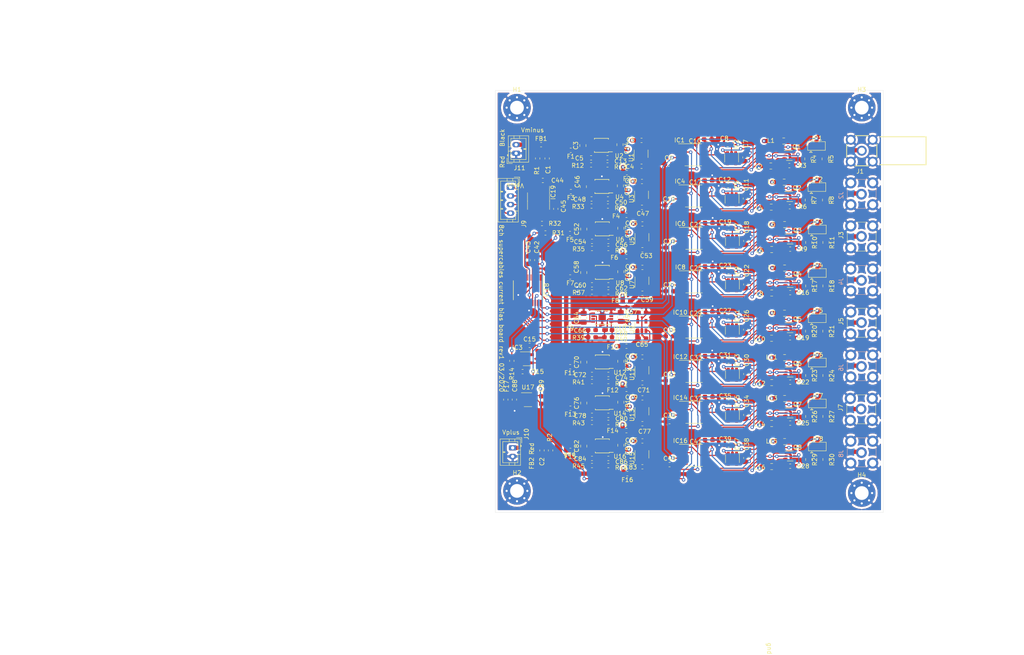
<source format=kicad_pcb>
(kicad_pcb (version 20171130) (host pcbnew "(5.1.5-0)")
  (layers (0 F.Cu signal) (1 In1.Cu signal) (2 In2.Cu signal) (31 B.Cu signal) (34 B.Paste user) (35 F.Paste user) (36 B.SilkS user) (37 F.SilkS user) (38 B.Mask user) (39 F.Mask user) (44 Edge.Cuts user))
  (net 0 "")
  (net 1 GND)
  (net 2 /Sheet5E20A415/Vp)
  (net 3 /Sheet5E20A415/Vm)
  (net 4 "Net-(IC1-Pad1)")
  (net 5 /Sheet5E20A415/Iout)
  (net 6 "Net-(JP1-Pad1)")
  (net 7 "Net-(JP1-Pad3)")
  (net 8 "Net-(JP2-Pad1)")
  (net 9 "Net-(JP2-Pad3)")
  (net 10 "Net-(IC1-Pad5)")
  (net 11 "Net-(IC1-Pad6)")
  (net 12 "Net-(IC3-Pad3)")
  (net 13 "Net-(FB1-Pad2)")
  (net 14 "Net-(C1-Pad2)")
  (net 15 "Net-(C2-Pad2)")
  (net 16 "Net-(C5-Pad2)")
  (net 17 "Net-(C13-Pad1)")
  (net 18 "Net-(FB2-Pad2)")
  (net 19 offset)
  (net 20 /sheet5E6FDFF3/Vp)
  (net 21 /sheet5E6FDFF3/Vm)
  (net 22 /sheet5E7078C0/Vp)
  (net 23 /sheet5E7078C0/Vm)
  (net 24 /sheet5E7078C1/Vp)
  (net 25 /sheet5E7078C1/Vm)
  (net 26 /sheet5E70F675/Vp)
  (net 27 /sheet5E70F675/Vm)
  (net 28 /sheet5E70F676/Vp)
  (net 29 /sheet5E70F676/Vm)
  (net 30 /sheet5E70F677/Vp)
  (net 31 /sheet5E70F677/Vm)
  (net 32 /sheet5E70F678/Vp)
  (net 33 /sheet5E70F678/Vm)
  (net 34 "Net-(IC4-Pad6)")
  (net 35 "Net-(IC4-Pad5)")
  (net 36 "Net-(IC4-Pad1)")
  (net 37 /sheet5E6FDFF3/Iout)
  (net 38 "Net-(IC6-Pad6)")
  (net 39 "Net-(IC6-Pad5)")
  (net 40 "Net-(IC6-Pad1)")
  (net 41 /sheet5E7078C0/Iout)
  (net 42 "Net-(IC8-Pad6)")
  (net 43 "Net-(IC8-Pad5)")
  (net 44 "Net-(IC8-Pad1)")
  (net 45 /sheet5E7078C1/Iout)
  (net 46 "Net-(IC10-Pad6)")
  (net 47 "Net-(IC10-Pad5)")
  (net 48 "Net-(IC10-Pad1)")
  (net 49 /sheet5E70F675/Iout)
  (net 50 "Net-(IC12-Pad6)")
  (net 51 "Net-(IC12-Pad5)")
  (net 52 "Net-(IC12-Pad1)")
  (net 53 /sheet5E70F676/Iout)
  (net 54 "Net-(IC14-Pad6)")
  (net 55 "Net-(IC14-Pad5)")
  (net 56 "Net-(IC14-Pad1)")
  (net 57 /sheet5E70F677/Iout)
  (net 58 "Net-(IC16-Pad6)")
  (net 59 "Net-(IC16-Pad5)")
  (net 60 "Net-(IC16-Pad1)")
  (net 61 /sheet5E70F678/Iout)
  (net 62 "Net-(JP3-Pad1)")
  (net 63 "Net-(JP3-Pad3)")
  (net 64 "Net-(JP4-Pad1)")
  (net 65 "Net-(JP4-Pad3)")
  (net 66 "Net-(JP5-Pad1)")
  (net 67 "Net-(JP5-Pad3)")
  (net 68 "Net-(JP6-Pad1)")
  (net 69 "Net-(JP6-Pad3)")
  (net 70 "Net-(JP7-Pad1)")
  (net 71 "Net-(JP7-Pad3)")
  (net 72 "Net-(JP8-Pad1)")
  (net 73 "Net-(JP8-Pad3)")
  (net 74 GNDD)
  (net 75 /Sheet5E7753D6/Vin)
  (net 76 /v0)
  (net 77 /Sheet5E7753D6/sda)
  (net 78 /Sheet5E7753D6/scl)
  (net 79 "Net-(IC19-Pad3)")
  (net 80 "Net-(IC19-Pad2)")
  (net 81 Vref)
  (net 82 /v1)
  (net 83 /v2)
  (net 84 /v3)
  (net 85 /v4)
  (net 86 /v5)
  (net 87 /v6)
  (net 88 /v7)
  (net 89 -5V)
  (net 90 +5V)
  (net 91 /Sheet5E20A415/sheet5E7AB32F/3.3V)
  (net 92 /Sheet5E20A415/sheet5E7AB32F/-3.3V)
  (net 93 "Net-(C48-Pad2)")
  (net 94 /sheet5E6FDFF3/sheet5E7AB32F/3.3V)
  (net 95 /sheet5E6FDFF3/sheet5E7AB32F/-3.3V)
  (net 96 "Net-(C50-Pad1)")
  (net 97 "Net-(C54-Pad2)")
  (net 98 /sheet5E7078C0/sheet5E7AB32F/3.3V)
  (net 99 /sheet5E7078C0/sheet5E7AB32F/-3.3V)
  (net 100 "Net-(C56-Pad1)")
  (net 101 "Net-(C60-Pad2)")
  (net 102 /sheet5E7078C1/sheet5E7AB32F/3.3V)
  (net 103 /sheet5E7078C1/sheet5E7AB32F/-3.3V)
  (net 104 "Net-(C62-Pad1)")
  (net 105 "Net-(C66-Pad2)")
  (net 106 /sheet5E70F675/sheet5E7AB32F/3.3V)
  (net 107 /sheet5E70F675/sheet5E7AB32F/-3.3V)
  (net 108 "Net-(C68-Pad1)")
  (net 109 "Net-(C72-Pad2)")
  (net 110 /sheet5E70F676/sheet5E7AB32F/3.3V)
  (net 111 /sheet5E70F676/sheet5E7AB32F/-3.3V)
  (net 112 "Net-(C74-Pad1)")
  (net 113 "Net-(C78-Pad2)")
  (net 114 /sheet5E70F677/sheet5E7AB32F/3.3V)
  (net 115 /sheet5E70F677/sheet5E7AB32F/-3.3V)
  (net 116 "Net-(C80-Pad1)")
  (net 117 "Net-(C84-Pad2)")
  (net 118 /sheet5E70F678/sheet5E7AB32F/3.3V)
  (net 119 /sheet5E70F678/sheet5E7AB32F/-3.3V)
  (net 120 "Net-(C86-Pad1)")
  (net 121 "Net-(C3-Pad1)")
  (net 122 "Net-(C4-Pad1)")
  (net 123 /Vpower)
  (net 124 "Net-(C46-Pad1)")
  (net 125 "Net-(C47-Pad1)")
  (net 126 "Net-(C52-Pad1)")
  (net 127 "Net-(C53-Pad1)")
  (net 128 "Net-(C58-Pad1)")
  (net 129 "Net-(C59-Pad1)")
  (net 130 "Net-(C64-Pad1)")
  (net 131 "Net-(C65-Pad1)")
  (net 132 "Net-(C70-Pad1)")
  (net 133 "Net-(C71-Pad1)")
  (net 134 "Net-(C76-Pad1)")
  (net 135 "Net-(C77-Pad1)")
  (net 136 "Net-(C82-Pad1)")
  (net 137 "Net-(C83-Pad1)")
  (net 138 "Net-(C88-Pad1)")
  (module 0my_footprints:73251-2200 (layer F.Cu) (at 225 50 180)
    (fp_text reference J1 (at 0.375 -4.8) (layer F.SilkS))
    (fp_text value Conn_Coaxial)
    (pad 2 thru_hole circle (at -2.54 -2.54 180) (size 2.3 2.3) (drill 1.5) (layers *.Cu *.Mask) (net 1 GND))
    (pad 2 thru_hole circle (at 2.54 -2.54 180) (size 2.3 2.3) (drill 1.5) (layers *.Cu *.Mask) (net 1 GND))
    (pad 2 thru_hole circle (at -2.54 2.54 180) (size 2.3 2.3) (drill 1.5) (layers *.Cu *.Mask) (net 1 GND))
    (pad 2 thru_hole circle (at 2.54 2.54 180) (size 2.3 2.3) (drill 1.5) (layers *.Cu *.Mask) (net 1 GND))
    (pad 1 thru_hole circle (at 0 0 180) (size 2.3 2.3) (drill 1.5) (layers *.Cu *.Mask) (net 5 /Sheet5E20A415/Iout))
  )
  (module 0my_footprints:RF_SMA_RA_PCB (layer F.Cu) (at 224.9 110.075 90)
    (fp_text reference J7 (at 0.375 -4.8 90) (layer F.SilkS))
    (fp_text value Conn_Coaxial)
    (pad 2 thru_hole circle (at -2.54 2.54 90) (size 2.6 2.6) (drill 1.6) (layers *.Cu *.Mask) (net 1 GND))
    (pad 2 thru_hole circle (at 2.54 2.54 90) (size 2.6 2.6) (drill 1.6) (layers *.Cu *.Mask) (net 1 GND))
    (pad 2 thru_hole circle (at 2.54 -2.54 90) (size 2.6 2.6) (drill 1.6) (layers *.Cu *.Mask) (net 1 GND))
    (pad 2 thru_hole circle (at -2.54 -2.54 90) (size 2.6 2.6) (drill 1.6) (layers *.Cu *.Mask) (net 1 GND))
    (pad 1 thru_hole circle (at 0.1 -0.075 90) (size 2.5 2.5) (drill 1.5) (layers *.Cu *.Mask) (net 57 /sheet5E70F677/Iout))
  )
  (module 0my_footprints:RF_SMA_RA_PCB (layer B.Cu) (at 225 60 270)
    (fp_text reference J2 (at 0.375 4.8 270) (layer B.SilkS) (effects (justify mirror)))
    (fp_text value Conn_Coaxial)
    (pad 2 thru_hole circle (at -2.54 -2.54 270) (size 2.6 2.6) (drill 1.6) (layers *.Cu *.Mask) (net 1 GND))
    (pad 2 thru_hole circle (at 2.54 -2.54 270) (size 2.6 2.6) (drill 1.6) (layers *.Cu *.Mask) (net 1 GND))
    (pad 2 thru_hole circle (at 2.54 2.54 270) (size 2.6 2.6) (drill 1.6) (layers *.Cu *.Mask) (net 1 GND))
    (pad 2 thru_hole circle (at -2.54 2.54 270) (size 2.6 2.6) (drill 1.6) (layers *.Cu *.Mask) (net 1 GND))
    (pad 1 thru_hole circle (at 0.1 0.075 270) (size 2.5 2.5) (drill 1.5) (layers *.Cu *.Mask) (net 37 /sheet5E6FDFF3/Iout))
  )
  (module 0my_footprints:RF_SMA_RA_PCB (layer B.Cu) (at 225 120 270)
    (fp_text reference J8 (at 0.375 4.8 270) (layer B.SilkS) (effects (justify mirror)))
    (fp_text value Conn_Coaxial)
    (pad 2 thru_hole circle (at -2.54 -2.54 270) (size 2.6 2.6) (drill 1.6) (layers *.Cu *.Mask) (net 1 GND))
    (pad 2 thru_hole circle (at 2.54 -2.54 270) (size 2.6 2.6) (drill 1.6) (layers *.Cu *.Mask) (net 1 GND))
    (pad 2 thru_hole circle (at 2.54 2.54 270) (size 2.6 2.6) (drill 1.6) (layers *.Cu *.Mask) (net 1 GND))
    (pad 2 thru_hole circle (at -2.54 2.54 270) (size 2.6 2.6) (drill 1.6) (layers *.Cu *.Mask) (net 1 GND))
    (pad 1 thru_hole circle (at 0.1 0.075 270) (size 2.5 2.5) (drill 1.5) (layers *.Cu *.Mask) (net 61 /sheet5E70F678/Iout))
  )
  (module 0my_footprints:RF_SMA_RA_PCB (layer B.Cu) (at 225 100 270)
    (fp_text reference J6 (at 0.375 4.8 270) (layer B.SilkS) (effects (justify mirror)))
    (fp_text value Conn_Coaxial)
    (pad 2 thru_hole circle (at -2.54 -2.54 270) (size 2.6 2.6) (drill 1.6) (layers *.Cu *.Mask) (net 1 GND))
    (pad 2 thru_hole circle (at 2.54 -2.54 270) (size 2.6 2.6) (drill 1.6) (layers *.Cu *.Mask) (net 1 GND))
    (pad 2 thru_hole circle (at 2.54 2.54 270) (size 2.6 2.6) (drill 1.6) (layers *.Cu *.Mask) (net 1 GND))
    (pad 2 thru_hole circle (at -2.54 2.54 270) (size 2.6 2.6) (drill 1.6) (layers *.Cu *.Mask) (net 1 GND))
    (pad 1 thru_hole circle (at 0.1 0.075 270) (size 2.5 2.5) (drill 1.5) (layers *.Cu *.Mask) (net 53 /sheet5E70F676/Iout))
  )
  (module 0my_footprints:RF_SMA_RA_PCB (layer F.Cu) (at 225 90 90)
    (fp_text reference J5 (at 0.375 -4.8 90) (layer F.SilkS))
    (fp_text value Conn_Coaxial)
    (pad 2 thru_hole circle (at -2.54 2.54 90) (size 2.6 2.6) (drill 1.6) (layers *.Cu *.Mask) (net 1 GND))
    (pad 2 thru_hole circle (at 2.54 2.54 90) (size 2.6 2.6) (drill 1.6) (layers *.Cu *.Mask) (net 1 GND))
    (pad 2 thru_hole circle (at 2.54 -2.54 90) (size 2.6 2.6) (drill 1.6) (layers *.Cu *.Mask) (net 1 GND))
    (pad 2 thru_hole circle (at -2.54 -2.54 90) (size 2.6 2.6) (drill 1.6) (layers *.Cu *.Mask) (net 1 GND))
    (pad 1 thru_hole circle (at 0.1 -0.075 90) (size 2.5 2.5) (drill 1.5) (layers *.Cu *.Mask) (net 49 /sheet5E70F675/Iout))
  )
  (module 0my_footprints:RF_SMA_RA_PCB (layer B.Cu) (at 225 80 270)
    (fp_text reference J4 (at 0.375 4.8 270) (layer B.SilkS) (effects (justify mirror)))
    (fp_text value Conn_Coaxial)
    (pad 2 thru_hole circle (at -2.54 -2.54 270) (size 2.6 2.6) (drill 1.6) (layers *.Cu *.Mask) (net 1 GND))
    (pad 2 thru_hole circle (at 2.54 -2.54 270) (size 2.6 2.6) (drill 1.6) (layers *.Cu *.Mask) (net 1 GND))
    (pad 2 thru_hole circle (at 2.54 2.54 270) (size 2.6 2.6) (drill 1.6) (layers *.Cu *.Mask) (net 1 GND))
    (pad 2 thru_hole circle (at -2.54 2.54 270) (size 2.6 2.6) (drill 1.6) (layers *.Cu *.Mask) (net 1 GND))
    (pad 1 thru_hole circle (at 0.1 0.075 270) (size 2.5 2.5) (drill 1.5) (layers *.Cu *.Mask) (net 45 /sheet5E7078C1/Iout))
  )
  (module 0my_footprints:RF_SMA_RA_PCB (layer F.Cu) (at 225 70 90)
    (fp_text reference J3 (at 0.375 -4.8 90) (layer F.SilkS))
    (fp_text value Conn_Coaxial)
    (pad 2 thru_hole circle (at -2.54 2.54 90) (size 2.6 2.6) (drill 1.6) (layers *.Cu *.Mask) (net 1 GND))
    (pad 2 thru_hole circle (at 2.54 2.54 90) (size 2.6 2.6) (drill 1.6) (layers *.Cu *.Mask) (net 1 GND))
    (pad 2 thru_hole circle (at 2.54 -2.54 90) (size 2.6 2.6) (drill 1.6) (layers *.Cu *.Mask) (net 1 GND))
    (pad 2 thru_hole circle (at -2.54 -2.54 90) (size 2.6 2.6) (drill 1.6) (layers *.Cu *.Mask) (net 1 GND))
    (pad 1 thru_hole circle (at 0.1 -0.075 90) (size 2.5 2.5) (drill 1.5) (layers *.Cu *.Mask) (net 41 /sheet5E7078C0/Iout))
  )
  (module Inductor_SMD:L_0603_1608Metric_Pad1.05x0.95mm_HandSolder (layer F.Cu) (at 148.4 119.6 90)
    (fp_text reference FB2 (at -3 0 90) (layer F.SilkS))
    (fp_text value BLM18PG181SN1D)
    (pad 2 smd roundrect (at 0.875 0 90) (size 1.05 0.95) (layers F.Cu F.Paste F.Mask) (net 18 "Net-(FB2-Pad2)"))
    (pad 1 smd roundrect (at -0.875 0 90) (size 1.05 0.95) (layers F.Cu F.Paste F.Mask) (net 90 +5V))
  )
  (module Package_TO_SOT_SMD:SOT-23-5 (layer F.Cu) (at 147.55 107.82)
    (fp_text reference U17 (at 0 -2.9) (layer F.SilkS))
    (fp_text value LP5907MFX-3.3)
    (pad 5 smd rect (at 1.1 -0.95) (size 1.06 0.65) (layers F.Cu F.Paste F.Mask) (net 123 /Vpower))
    (pad 4 smd rect (at 1.1 0.95) (size 1.06 0.65) (layers F.Cu F.Paste F.Mask))
    (pad 3 smd rect (at -1.1 0.95) (size 1.06 0.65) (layers F.Cu F.Paste F.Mask) (net 138 "Net-(C88-Pad1)"))
    (pad 2 smd rect (at -1.1 0) (size 1.06 0.65) (layers F.Cu F.Paste F.Mask) (net 1 GND))
    (pad 1 smd rect (at -1.1 -0.95) (size 1.06 0.65) (layers F.Cu F.Paste F.Mask) (net 138 "Net-(C88-Pad1)"))
  )
  (module Fuse:Fuse_0603_1608Metric_Pad1.05x0.95mm_HandSolder (layer F.Cu) (at 142.4 107.8 270)
    (fp_text reference F17 (at -3.1 -0.2 90) (layer F.SilkS))
    (fp_text value Polyfuse)
    (pad 2 smd roundrect (at 0.875 0 270) (size 1.05 0.95) (layers F.Cu F.Paste F.Mask) (net 90 +5V))
    (pad 1 smd roundrect (at -0.875 0 270) (size 1.05 0.95) (layers F.Cu F.Paste F.Mask) (net 138 "Net-(C88-Pad1)"))
  )
  (module Fuse:Fuse_0603_1608Metric_Pad1.05x0.95mm_HandSolder (layer F.Cu) (at 170.6 125 180)
    (fp_text reference F16 (at 0 -1.43) (layer F.SilkS))
    (fp_text value Polyfuse)
    (pad 2 smd roundrect (at 0.875 0 180) (size 1.05 0.95) (layers F.Cu F.Paste F.Mask) (net 90 +5V))
    (pad 1 smd roundrect (at -0.875 0 180) (size 1.05 0.95) (layers F.Cu F.Paste F.Mask) (net 137 "Net-(C83-Pad1)"))
  )
  (module Fuse:Fuse_0603_1608Metric_Pad1.05x0.95mm_HandSolder (layer F.Cu) (at 157.4 119.6 180)
    (fp_text reference F15 (at 0 -1.43) (layer F.SilkS))
    (fp_text value Polyfuse)
    (pad 2 smd roundrect (at 0.875 0 180) (size 1.05 0.95) (layers F.Cu F.Paste F.Mask) (net 89 -5V))
    (pad 1 smd roundrect (at -0.875 0 180) (size 1.05 0.95) (layers F.Cu F.Paste F.Mask) (net 136 "Net-(C82-Pad1)"))
  )
  (module Fuse:Fuse_0603_1608Metric_Pad1.05x0.95mm_HandSolder (layer F.Cu) (at 170.4 115 180)
    (fp_text reference F14 (at 3.2 0) (layer F.SilkS))
    (fp_text value Polyfuse)
    (pad 2 smd roundrect (at 0.875 0 180) (size 1.05 0.95) (layers F.Cu F.Paste F.Mask) (net 90 +5V))
    (pad 1 smd roundrect (at -0.875 0 180) (size 1.05 0.95) (layers F.Cu F.Paste F.Mask) (net 135 "Net-(C77-Pad1)"))
  )
  (module Fuse:Fuse_0603_1608Metric_Pad1.05x0.95mm_HandSolder (layer F.Cu) (at 157.4 109.8 180)
    (fp_text reference F13 (at 0 -1.43) (layer F.SilkS))
    (fp_text value Polyfuse)
    (pad 2 smd roundrect (at 0.875 0 180) (size 1.05 0.95) (layers F.Cu F.Paste F.Mask) (net 89 -5V))
    (pad 1 smd roundrect (at -0.875 0 180) (size 1.05 0.95) (layers F.Cu F.Paste F.Mask) (net 134 "Net-(C76-Pad1)"))
  )
  (module Fuse:Fuse_0603_1608Metric_Pad1.05x0.95mm_HandSolder (layer F.Cu) (at 170.4 105.4 180)
    (fp_text reference F12 (at 3.2 -0.2) (layer F.SilkS))
    (fp_text value Polyfuse)
    (pad 2 smd roundrect (at 0.875 0 180) (size 1.05 0.95) (layers F.Cu F.Paste F.Mask) (net 90 +5V))
    (pad 1 smd roundrect (at -0.875 0 180) (size 1.05 0.95) (layers F.Cu F.Paste F.Mask) (net 133 "Net-(C71-Pad1)"))
  )
  (module Fuse:Fuse_0603_1608Metric_Pad1.05x0.95mm_HandSolder (layer F.Cu) (at 157.35 100.17 180)
    (fp_text reference F11 (at 0 -1.43) (layer F.SilkS))
    (fp_text value Polyfuse)
    (pad 2 smd roundrect (at 0.875 0 180) (size 1.05 0.95) (layers F.Cu F.Paste F.Mask) (net 89 -5V))
    (pad 1 smd roundrect (at -0.875 0 180) (size 1.05 0.95) (layers F.Cu F.Paste F.Mask) (net 132 "Net-(C70-Pad1)"))
  )
  (module Fuse:Fuse_0603_1608Metric_Pad1.05x0.95mm_HandSolder (layer F.Cu) (at 170.4 95.4 180)
    (fp_text reference F10 (at 3.2 -0.2) (layer F.SilkS))
    (fp_text value Polyfuse)
    (pad 2 smd roundrect (at 0.875 0 180) (size 1.05 0.95) (layers F.Cu F.Paste F.Mask) (net 90 +5V))
    (pad 1 smd roundrect (at -0.875 0 180) (size 1.05 0.95) (layers F.Cu F.Paste F.Mask) (net 131 "Net-(C65-Pad1)"))
  )
  (module Fuse:Fuse_0603_1608Metric_Pad1.05x0.95mm_HandSolder (layer F.Cu) (at 157.33 89.8 180)
    (fp_text reference F9 (at 0 -1.43) (layer F.SilkS))
    (fp_text value Polyfuse)
    (pad 2 smd roundrect (at 0.875 0 180) (size 1.05 0.95) (layers F.Cu F.Paste F.Mask) (net 89 -5V))
    (pad 1 smd roundrect (at -0.875 0 180) (size 1.05 0.95) (layers F.Cu F.Paste F.Mask) (net 130 "Net-(C64-Pad1)"))
  )
  (module Fuse:Fuse_0603_1608Metric_Pad1.05x0.95mm_HandSolder (layer F.Cu) (at 170.4 85 180)
    (fp_text reference F8 (at 2.6 0.2) (layer F.SilkS))
    (fp_text value Polyfuse)
    (pad 2 smd roundrect (at 0.875 0 180) (size 1.05 0.95) (layers F.Cu F.Paste F.Mask) (net 90 +5V))
    (pad 1 smd roundrect (at -0.875 0 180) (size 1.05 0.95) (layers F.Cu F.Paste F.Mask) (net 129 "Net-(C59-Pad1)"))
  )
  (module Fuse:Fuse_0603_1608Metric_Pad1.05x0.95mm_HandSolder (layer F.Cu) (at 157.35 79.32 180)
    (fp_text reference F7 (at 0 -1.43) (layer F.SilkS))
    (fp_text value Polyfuse)
    (pad 2 smd roundrect (at 0.875 0 180) (size 1.05 0.95) (layers F.Cu F.Paste F.Mask) (net 89 -5V))
    (pad 1 smd roundrect (at -0.875 0 180) (size 1.05 0.95) (layers F.Cu F.Paste F.Mask) (net 128 "Net-(C58-Pad1)"))
  )
  (module Fuse:Fuse_0603_1608Metric_Pad1.05x0.95mm_HandSolder (layer F.Cu) (at 170.4 74.6 180)
    (fp_text reference F6 (at 2.8 -0.2) (layer F.SilkS))
    (fp_text value Polyfuse)
    (pad 2 smd roundrect (at 0.875 0 180) (size 1.05 0.95) (layers F.Cu F.Paste F.Mask) (net 90 +5V))
    (pad 1 smd roundrect (at -0.875 0 180) (size 1.05 0.95) (layers F.Cu F.Paste F.Mask) (net 127 "Net-(C53-Pad1)"))
  )
  (module Fuse:Fuse_0603_1608Metric_Pad1.05x0.95mm_HandSolder (layer F.Cu) (at 157.3 69.23 180)
    (fp_text reference F5 (at 0 -1.43) (layer F.SilkS))
    (fp_text value Polyfuse)
    (pad 2 smd roundrect (at 0.875 0 180) (size 1.05 0.95) (layers F.Cu F.Paste F.Mask) (net 89 -5V))
    (pad 1 smd roundrect (at -0.875 0 180) (size 1.05 0.95) (layers F.Cu F.Paste F.Mask) (net 126 "Net-(C52-Pad1)"))
  )
  (module Fuse:Fuse_0603_1608Metric_Pad1.05x0.95mm_HandSolder (layer F.Cu) (at 170.4 65 180)
    (fp_text reference F4 (at 2.4 -0.2) (layer F.SilkS))
    (fp_text value Polyfuse)
    (pad 2 smd roundrect (at 0.875 0 180) (size 1.05 0.95) (layers F.Cu F.Paste F.Mask) (net 90 +5V))
    (pad 1 smd roundrect (at -0.875 0 180) (size 1.05 0.95) (layers F.Cu F.Paste F.Mask) (net 125 "Net-(C47-Pad1)"))
  )
  (module Fuse:Fuse_0603_1608Metric_Pad1.05x0.95mm_HandSolder (layer F.Cu) (at 157.5 59.5 180)
    (fp_text reference F3 (at 0 -1.43) (layer F.SilkS))
    (fp_text value Polyfuse)
    (pad 2 smd roundrect (at 0.875 0 180) (size 1.05 0.95) (layers F.Cu F.Paste F.Mask) (net 89 -5V))
    (pad 1 smd roundrect (at -0.875 0 180) (size 1.05 0.95) (layers F.Cu F.Paste F.Mask) (net 124 "Net-(C46-Pad1)"))
  )
  (module Fuse:Fuse_0603_1608Metric_Pad1.05x0.95mm_HandSolder (layer F.Cu) (at 170.5 55.1 180)
    (fp_text reference F2 (at 0 -1.43) (layer F.SilkS))
    (fp_text value Polyfuse)
    (pad 2 smd roundrect (at 0.875 0 180) (size 1.05 0.95) (layers F.Cu F.Paste F.Mask) (net 90 +5V))
    (pad 1 smd roundrect (at -0.875 0 180) (size 1.05 0.95) (layers F.Cu F.Paste F.Mask) (net 122 "Net-(C4-Pad1)"))
  )
  (module Fuse:Fuse_0603_1608Metric_Pad1.05x0.95mm_HandSolder (layer F.Cu) (at 157.475 49.9 180)
    (fp_text reference F1 (at 0 -1.43) (layer F.SilkS))
    (fp_text value Polyfuse)
    (pad 2 smd roundrect (at 0.875 0 180) (size 1.05 0.95) (layers F.Cu F.Paste F.Mask) (net 89 -5V))
    (pad 1 smd roundrect (at -0.875 0 180) (size 1.05 0.95) (layers F.Cu F.Paste F.Mask) (net 121 "Net-(C3-Pad1)"))
  )
  (module Capacitor_SMD:C_0603_1608Metric_Pad1.05x0.95mm_HandSolder (layer F.Cu) (at 150.6 107.9 270)
    (fp_text reference C89 (at -3.3 -0.1 90) (layer F.SilkS))
    (fp_text value 1uF)
    (pad 2 smd roundrect (at 0.875 0 270) (size 1.05 0.95) (layers F.Cu F.Paste F.Mask) (net 1 GND))
    (pad 1 smd roundrect (at -0.875 0 270) (size 1.05 0.95) (layers F.Cu F.Paste F.Mask) (net 123 /Vpower))
  )
  (module Capacitor_SMD:C_0603_1608Metric_Pad1.05x0.95mm_HandSolder (layer F.Cu) (at 144.4 107.8 270)
    (fp_text reference C88 (at -3.2 -0.1 90) (layer F.SilkS))
    (fp_text value 1uF)
    (pad 2 smd roundrect (at 0.875 0 270) (size 1.05 0.95) (layers F.Cu F.Paste F.Mask) (net 1 GND))
    (pad 1 smd roundrect (at -0.875 0 270) (size 1.05 0.95) (layers F.Cu F.Paste F.Mask) (net 138 "Net-(C88-Pad1)"))
  )
  (module Package_SO:MSOP-8-1EP_3x3mm_P0.65mm_EP1.68x1.88mm (layer F.Cu) (at 164.8 118.55 180)
    (fp_text reference U16 (at -4.1 -2.45) (layer F.SilkS))
    (fp_text value TPS7A3001)
    (pad 9 smd rect (at 0 0 180) (size 1.68 1.88) (layers F.Cu F.Mask) (net 1 GND))
    (pad 8 smd rect (at 2.105 -0.975 180) (size 0.89 0.42) (layers F.Cu F.Paste F.Mask) (net 136 "Net-(C82-Pad1)"))
    (pad 7 smd rect (at 2.105 -0.325 180) (size 0.89 0.42) (layers F.Cu F.Paste F.Mask))
    (pad 6 smd rect (at 2.105 0.325 180) (size 0.89 0.42) (layers F.Cu F.Paste F.Mask) (net 117 "Net-(C84-Pad2)"))
    (pad 5 smd rect (at 2.105 0.975 180) (size 0.89 0.42) (layers F.Cu F.Paste F.Mask) (net 136 "Net-(C82-Pad1)"))
    (pad 4 smd rect (at -2.105 0.975 180) (size 0.89 0.42) (layers F.Cu F.Paste F.Mask) (net 1 GND))
    (pad 3 smd rect (at -2.105 0.325 180) (size 0.89 0.42) (layers F.Cu F.Paste F.Mask))
    (pad 2 smd rect (at -2.105 -0.325 180) (size 0.89 0.42) (layers F.Cu F.Paste F.Mask) (net 120 "Net-(C86-Pad1)"))
    (pad 1 smd rect (at -2.105 -0.975 180) (size 0.89 0.42) (layers F.Cu F.Paste F.Mask) (net 119 /sheet5E70F678/sheet5E7AB32F/-3.3V))
  )
  (module Package_TO_SOT_SMD:SOT-23-5 (layer F.Cu) (at 174 120.5 90)
    (fp_text reference U15 (at -0.9 -2.3 90) (layer F.SilkS))
    (fp_text value LP5907MFX-3.3)
    (pad 5 smd rect (at 1.1 -0.95 90) (size 1.06 0.65) (layers F.Cu F.Paste F.Mask) (net 118 /sheet5E70F678/sheet5E7AB32F/3.3V))
    (pad 4 smd rect (at 1.1 0.95 90) (size 1.06 0.65) (layers F.Cu F.Paste F.Mask))
    (pad 3 smd rect (at -1.1 0.95 90) (size 1.06 0.65) (layers F.Cu F.Paste F.Mask) (net 137 "Net-(C83-Pad1)"))
    (pad 2 smd rect (at -1.1 0 90) (size 1.06 0.65) (layers F.Cu F.Paste F.Mask) (net 1 GND))
    (pad 1 smd rect (at -1.1 -0.95 90) (size 1.06 0.65) (layers F.Cu F.Paste F.Mask) (net 137 "Net-(C83-Pad1)"))
  )
  (module Package_SO:MSOP-8-1EP_3x3mm_P0.65mm_EP1.68x1.88mm (layer F.Cu) (at 164.8 108.55 180)
    (fp_text reference U14 (at -4.1 -2.45) (layer F.SilkS))
    (fp_text value TPS7A3001)
    (pad 9 smd rect (at 0 0 180) (size 1.68 1.88) (layers F.Cu F.Mask) (net 1 GND))
    (pad 8 smd rect (at 2.105 -0.975 180) (size 0.89 0.42) (layers F.Cu F.Paste F.Mask) (net 134 "Net-(C76-Pad1)"))
    (pad 7 smd rect (at 2.105 -0.325 180) (size 0.89 0.42) (layers F.Cu F.Paste F.Mask))
    (pad 6 smd rect (at 2.105 0.325 180) (size 0.89 0.42) (layers F.Cu F.Paste F.Mask) (net 113 "Net-(C78-Pad2)"))
    (pad 5 smd rect (at 2.105 0.975 180) (size 0.89 0.42) (layers F.Cu F.Paste F.Mask) (net 134 "Net-(C76-Pad1)"))
    (pad 4 smd rect (at -2.105 0.975 180) (size 0.89 0.42) (layers F.Cu F.Paste F.Mask) (net 1 GND))
    (pad 3 smd rect (at -2.105 0.325 180) (size 0.89 0.42) (layers F.Cu F.Paste F.Mask))
    (pad 2 smd rect (at -2.105 -0.325 180) (size 0.89 0.42) (layers F.Cu F.Paste F.Mask) (net 116 "Net-(C80-Pad1)"))
    (pad 1 smd rect (at -2.105 -0.975 180) (size 0.89 0.42) (layers F.Cu F.Paste F.Mask) (net 115 /sheet5E70F677/sheet5E7AB32F/-3.3V))
  )
  (module Package_TO_SOT_SMD:SOT-23-5 (layer F.Cu) (at 174 110.5 90)
    (fp_text reference U13 (at -0.9 -2.3 90) (layer F.SilkS))
    (fp_text value LP5907MFX-3.3)
    (pad 5 smd rect (at 1.1 -0.95 90) (size 1.06 0.65) (layers F.Cu F.Paste F.Mask) (net 114 /sheet5E70F677/sheet5E7AB32F/3.3V))
    (pad 4 smd rect (at 1.1 0.95 90) (size 1.06 0.65) (layers F.Cu F.Paste F.Mask))
    (pad 3 smd rect (at -1.1 0.95 90) (size 1.06 0.65) (layers F.Cu F.Paste F.Mask) (net 135 "Net-(C77-Pad1)"))
    (pad 2 smd rect (at -1.1 0 90) (size 1.06 0.65) (layers F.Cu F.Paste F.Mask) (net 1 GND))
    (pad 1 smd rect (at -1.1 -0.95 90) (size 1.06 0.65) (layers F.Cu F.Paste F.Mask) (net 135 "Net-(C77-Pad1)"))
  )
  (module Package_SO:MSOP-8-1EP_3x3mm_P0.65mm_EP1.68x1.88mm (layer F.Cu) (at 164.8 99.05 180)
    (fp_text reference U12 (at -4.1 -2.45) (layer F.SilkS))
    (fp_text value TPS7A3001)
    (pad 9 smd rect (at 0 0 180) (size 1.68 1.88) (layers F.Cu F.Mask) (net 1 GND))
    (pad 8 smd rect (at 2.105 -0.975 180) (size 0.89 0.42) (layers F.Cu F.Paste F.Mask) (net 132 "Net-(C70-Pad1)"))
    (pad 7 smd rect (at 2.105 -0.325 180) (size 0.89 0.42) (layers F.Cu F.Paste F.Mask))
    (pad 6 smd rect (at 2.105 0.325 180) (size 0.89 0.42) (layers F.Cu F.Paste F.Mask) (net 109 "Net-(C72-Pad2)"))
    (pad 5 smd rect (at 2.105 0.975 180) (size 0.89 0.42) (layers F.Cu F.Paste F.Mask) (net 132 "Net-(C70-Pad1)"))
    (pad 4 smd rect (at -2.105 0.975 180) (size 0.89 0.42) (layers F.Cu F.Paste F.Mask) (net 1 GND))
    (pad 3 smd rect (at -2.105 0.325 180) (size 0.89 0.42) (layers F.Cu F.Paste F.Mask))
    (pad 2 smd rect (at -2.105 -0.325 180) (size 0.89 0.42) (layers F.Cu F.Paste F.Mask) (net 112 "Net-(C74-Pad1)"))
    (pad 1 smd rect (at -2.105 -0.975 180) (size 0.89 0.42) (layers F.Cu F.Paste F.Mask) (net 111 /sheet5E70F676/sheet5E7AB32F/-3.3V))
  )
  (module Package_TO_SOT_SMD:SOT-23-5 (layer F.Cu) (at 174 101 90)
    (fp_text reference U11 (at -0.9 -2.3 90) (layer F.SilkS))
    (fp_text value LP5907MFX-3.3)
    (pad 5 smd rect (at 1.1 -0.95 90) (size 1.06 0.65) (layers F.Cu F.Paste F.Mask) (net 110 /sheet5E70F676/sheet5E7AB32F/3.3V))
    (pad 4 smd rect (at 1.1 0.95 90) (size 1.06 0.65) (layers F.Cu F.Paste F.Mask))
    (pad 3 smd rect (at -1.1 0.95 90) (size 1.06 0.65) (layers F.Cu F.Paste F.Mask) (net 133 "Net-(C71-Pad1)"))
    (pad 2 smd rect (at -1.1 0 90) (size 1.06 0.65) (layers F.Cu F.Paste F.Mask) (net 1 GND))
    (pad 1 smd rect (at -1.1 -0.95 90) (size 1.06 0.65) (layers F.Cu F.Paste F.Mask) (net 133 "Net-(C71-Pad1)"))
  )
  (module Package_SO:MSOP-8-1EP_3x3mm_P0.65mm_EP1.68x1.88mm (layer F.Cu) (at 164.775 88.75 180)
    (fp_text reference U10 (at -4.1 -2.45) (layer F.SilkS))
    (fp_text value TPS7A3001)
    (pad 9 smd rect (at 0 0 180) (size 1.68 1.88) (layers F.Cu F.Mask) (net 1 GND))
    (pad 8 smd rect (at 2.105 -0.975 180) (size 0.89 0.42) (layers F.Cu F.Paste F.Mask) (net 130 "Net-(C64-Pad1)"))
    (pad 7 smd rect (at 2.105 -0.325 180) (size 0.89 0.42) (layers F.Cu F.Paste F.Mask))
    (pad 6 smd rect (at 2.105 0.325 180) (size 0.89 0.42) (layers F.Cu F.Paste F.Mask) (net 105 "Net-(C66-Pad2)"))
    (pad 5 smd rect (at 2.105 0.975 180) (size 0.89 0.42) (layers F.Cu F.Paste F.Mask) (net 130 "Net-(C64-Pad1)"))
    (pad 4 smd rect (at -2.105 0.975 180) (size 0.89 0.42) (layers F.Cu F.Paste F.Mask) (net 1 GND))
    (pad 3 smd rect (at -2.105 0.325 180) (size 0.89 0.42) (layers F.Cu F.Paste F.Mask))
    (pad 2 smd rect (at -2.105 -0.325 180) (size 0.89 0.42) (layers F.Cu F.Paste F.Mask) (net 108 "Net-(C68-Pad1)"))
    (pad 1 smd rect (at -2.105 -0.975 180) (size 0.89 0.42) (layers F.Cu F.Paste F.Mask) (net 107 /sheet5E70F675/sheet5E7AB32F/-3.3V))
  )
  (module Package_TO_SOT_SMD:SOT-23-5 (layer F.Cu) (at 173.975 90.7 90)
    (fp_text reference U9 (at -0.9 -2.3 90) (layer F.SilkS))
    (fp_text value LP5907MFX-3.3)
    (pad 5 smd rect (at 1.1 -0.95 90) (size 1.06 0.65) (layers F.Cu F.Paste F.Mask) (net 106 /sheet5E70F675/sheet5E7AB32F/3.3V))
    (pad 4 smd rect (at 1.1 0.95 90) (size 1.06 0.65) (layers F.Cu F.Paste F.Mask))
    (pad 3 smd rect (at -1.1 0.95 90) (size 1.06 0.65) (layers F.Cu F.Paste F.Mask) (net 131 "Net-(C65-Pad1)"))
    (pad 2 smd rect (at -1.1 0 90) (size 1.06 0.65) (layers F.Cu F.Paste F.Mask) (net 1 GND))
    (pad 1 smd rect (at -1.1 -0.95 90) (size 1.06 0.65) (layers F.Cu F.Paste F.Mask) (net 131 "Net-(C65-Pad1)"))
  )
  (module Package_SO:MSOP-8-1EP_3x3mm_P0.65mm_EP1.68x1.88mm (layer F.Cu) (at 164.8 78.25 180)
    (fp_text reference U8 (at -4.1 -2.45) (layer F.SilkS))
    (fp_text value TPS7A3001)
    (pad 9 smd rect (at 0 0 180) (size 1.68 1.88) (layers F.Cu F.Mask) (net 1 GND))
    (pad 8 smd rect (at 2.105 -0.975 180) (size 0.89 0.42) (layers F.Cu F.Paste F.Mask) (net 128 "Net-(C58-Pad1)"))
    (pad 7 smd rect (at 2.105 -0.325 180) (size 0.89 0.42) (layers F.Cu F.Paste F.Mask))
    (pad 6 smd rect (at 2.105 0.325 180) (size 0.89 0.42) (layers F.Cu F.Paste F.Mask) (net 101 "Net-(C60-Pad2)"))
    (pad 5 smd rect (at 2.105 0.975 180) (size 0.89 0.42) (layers F.Cu F.Paste F.Mask) (net 128 "Net-(C58-Pad1)"))
    (pad 4 smd rect (at -2.105 0.975 180) (size 0.89 0.42) (layers F.Cu F.Paste F.Mask) (net 1 GND))
    (pad 3 smd rect (at -2.105 0.325 180) (size 0.89 0.42) (layers F.Cu F.Paste F.Mask))
    (pad 2 smd rect (at -2.105 -0.325 180) (size 0.89 0.42) (layers F.Cu F.Paste F.Mask) (net 104 "Net-(C62-Pad1)"))
    (pad 1 smd rect (at -2.105 -0.975 180) (size 0.89 0.42) (layers F.Cu F.Paste F.Mask) (net 103 /sheet5E7078C1/sheet5E7AB32F/-3.3V))
  )
  (module Package_TO_SOT_SMD:SOT-23-5 (layer F.Cu) (at 174 80.2 90)
    (fp_text reference U7 (at -0.9 -2.3 90) (layer F.SilkS))
    (fp_text value LP5907MFX-3.3)
    (pad 5 smd rect (at 1.1 -0.95 90) (size 1.06 0.65) (layers F.Cu F.Paste F.Mask) (net 102 /sheet5E7078C1/sheet5E7AB32F/3.3V))
    (pad 4 smd rect (at 1.1 0.95 90) (size 1.06 0.65) (layers F.Cu F.Paste F.Mask))
    (pad 3 smd rect (at -1.1 0.95 90) (size 1.06 0.65) (layers F.Cu F.Paste F.Mask) (net 129 "Net-(C59-Pad1)"))
    (pad 2 smd rect (at -1.1 0 90) (size 1.06 0.65) (layers F.Cu F.Paste F.Mask) (net 1 GND))
    (pad 1 smd rect (at -1.1 -0.95 90) (size 1.06 0.65) (layers F.Cu F.Paste F.Mask) (net 129 "Net-(C59-Pad1)"))
  )
  (module Package_SO:MSOP-8-1EP_3x3mm_P0.65mm_EP1.68x1.88mm (layer F.Cu) (at 164.8 68.15 180)
    (fp_text reference U6 (at -4.1 -2.45) (layer F.SilkS))
    (fp_text value TPS7A3001)
    (pad 9 smd rect (at 0 0 180) (size 1.68 1.88) (layers F.Cu F.Mask) (net 1 GND))
    (pad 8 smd rect (at 2.105 -0.975 180) (size 0.89 0.42) (layers F.Cu F.Paste F.Mask) (net 126 "Net-(C52-Pad1)"))
    (pad 7 smd rect (at 2.105 -0.325 180) (size 0.89 0.42) (layers F.Cu F.Paste F.Mask))
    (pad 6 smd rect (at 2.105 0.325 180) (size 0.89 0.42) (layers F.Cu F.Paste F.Mask) (net 97 "Net-(C54-Pad2)"))
    (pad 5 smd rect (at 2.105 0.975 180) (size 0.89 0.42) (layers F.Cu F.Paste F.Mask) (net 126 "Net-(C52-Pad1)"))
    (pad 4 smd rect (at -2.105 0.975 180) (size 0.89 0.42) (layers F.Cu F.Paste F.Mask) (net 1 GND))
    (pad 3 smd rect (at -2.105 0.325 180) (size 0.89 0.42) (layers F.Cu F.Paste F.Mask))
    (pad 2 smd rect (at -2.105 -0.325 180) (size 0.89 0.42) (layers F.Cu F.Paste F.Mask) (net 100 "Net-(C56-Pad1)"))
    (pad 1 smd rect (at -2.105 -0.975 180) (size 0.89 0.42) (layers F.Cu F.Paste F.Mask) (net 99 /sheet5E7078C0/sheet5E7AB32F/-3.3V))
  )
  (module Package_TO_SOT_SMD:SOT-23-5 (layer F.Cu) (at 174 70.1 90)
    (fp_text reference U5 (at -0.9 -2.3 90) (layer F.SilkS))
    (fp_text value LP5907MFX-3.3)
    (pad 5 smd rect (at 1.1 -0.95 90) (size 1.06 0.65) (layers F.Cu F.Paste F.Mask) (net 98 /sheet5E7078C0/sheet5E7AB32F/3.3V))
    (pad 4 smd rect (at 1.1 0.95 90) (size 1.06 0.65) (layers F.Cu F.Paste F.Mask))
    (pad 3 smd rect (at -1.1 0.95 90) (size 1.06 0.65) (layers F.Cu F.Paste F.Mask) (net 127 "Net-(C53-Pad1)"))
    (pad 2 smd rect (at -1.1 0 90) (size 1.06 0.65) (layers F.Cu F.Paste F.Mask) (net 1 GND))
    (pad 1 smd rect (at -1.1 -0.95 90) (size 1.06 0.65) (layers F.Cu F.Paste F.Mask) (net 127 "Net-(C53-Pad1)"))
  )
  (module Package_SO:MSOP-8-1EP_3x3mm_P0.65mm_EP1.68x1.88mm (layer F.Cu) (at 164.7 58.3 180)
    (fp_text reference U4 (at -4.1 -2.45) (layer F.SilkS))
    (fp_text value TPS7A3001)
    (pad 9 smd rect (at 0 0 180) (size 1.68 1.88) (layers F.Cu F.Mask) (net 1 GND))
    (pad 8 smd rect (at 2.105 -0.975 180) (size 0.89 0.42) (layers F.Cu F.Paste F.Mask) (net 124 "Net-(C46-Pad1)"))
    (pad 7 smd rect (at 2.105 -0.325 180) (size 0.89 0.42) (layers F.Cu F.Paste F.Mask))
    (pad 6 smd rect (at 2.105 0.325 180) (size 0.89 0.42) (layers F.Cu F.Paste F.Mask) (net 93 "Net-(C48-Pad2)"))
    (pad 5 smd rect (at 2.105 0.975 180) (size 0.89 0.42) (layers F.Cu F.Paste F.Mask) (net 124 "Net-(C46-Pad1)"))
    (pad 4 smd rect (at -2.105 0.975 180) (size 0.89 0.42) (layers F.Cu F.Paste F.Mask) (net 1 GND))
    (pad 3 smd rect (at -2.105 0.325 180) (size 0.89 0.42) (layers F.Cu F.Paste F.Mask))
    (pad 2 smd rect (at -2.105 -0.325 180) (size 0.89 0.42) (layers F.Cu F.Paste F.Mask) (net 96 "Net-(C50-Pad1)"))
    (pad 1 smd rect (at -2.105 -0.975 180) (size 0.89 0.42) (layers F.Cu F.Paste F.Mask) (net 95 /sheet5E6FDFF3/sheet5E7AB32F/-3.3V))
  )
  (module Package_TO_SOT_SMD:SOT-23-5 (layer F.Cu) (at 173.9 60.25 90)
    (fp_text reference U3 (at -0.9 -2.3 90) (layer F.SilkS))
    (fp_text value LP5907MFX-3.3)
    (pad 5 smd rect (at 1.1 -0.95 90) (size 1.06 0.65) (layers F.Cu F.Paste F.Mask) (net 94 /sheet5E6FDFF3/sheet5E7AB32F/3.3V))
    (pad 4 smd rect (at 1.1 0.95 90) (size 1.06 0.65) (layers F.Cu F.Paste F.Mask))
    (pad 3 smd rect (at -1.1 0.95 90) (size 1.06 0.65) (layers F.Cu F.Paste F.Mask) (net 125 "Net-(C47-Pad1)"))
    (pad 2 smd rect (at -1.1 0 90) (size 1.06 0.65) (layers F.Cu F.Paste F.Mask) (net 1 GND))
    (pad 1 smd rect (at -1.1 -0.95 90) (size 1.06 0.65) (layers F.Cu F.Paste F.Mask) (net 125 "Net-(C47-Pad1)"))
  )
  (module Package_SO:MSOP-8-1EP_3x3mm_P0.65mm_EP1.68x1.88mm (layer F.Cu) (at 164.6 48.75 180)
    (fp_text reference U2 (at -4.1 -2.45) (layer F.SilkS))
    (fp_text value TPS7A3001)
    (pad 9 smd rect (at 0 0 180) (size 1.68 1.88) (layers F.Cu F.Mask) (net 1 GND))
    (pad 8 smd rect (at 2.105 -0.975 180) (size 0.89 0.42) (layers F.Cu F.Paste F.Mask) (net 121 "Net-(C3-Pad1)"))
    (pad 7 smd rect (at 2.105 -0.325 180) (size 0.89 0.42) (layers F.Cu F.Paste F.Mask))
    (pad 6 smd rect (at 2.105 0.325 180) (size 0.89 0.42) (layers F.Cu F.Paste F.Mask) (net 16 "Net-(C5-Pad2)"))
    (pad 5 smd rect (at 2.105 0.975 180) (size 0.89 0.42) (layers F.Cu F.Paste F.Mask) (net 121 "Net-(C3-Pad1)"))
    (pad 4 smd rect (at -2.105 0.975 180) (size 0.89 0.42) (layers F.Cu F.Paste F.Mask) (net 1 GND))
    (pad 3 smd rect (at -2.105 0.325 180) (size 0.89 0.42) (layers F.Cu F.Paste F.Mask))
    (pad 2 smd rect (at -2.105 -0.325 180) (size 0.89 0.42) (layers F.Cu F.Paste F.Mask) (net 17 "Net-(C13-Pad1)"))
    (pad 1 smd rect (at -2.105 -0.975 180) (size 0.89 0.42) (layers F.Cu F.Paste F.Mask) (net 92 /Sheet5E20A415/sheet5E7AB32F/-3.3V))
  )
  (module Package_TO_SOT_SMD:SOT-23-5 (layer F.Cu) (at 173.8 50.7 90)
    (fp_text reference U1 (at -0.9 -2.3 90) (layer F.SilkS))
    (fp_text value LP5907MFX-3.3)
    (pad 5 smd rect (at 1.1 -0.95 90) (size 1.06 0.65) (layers F.Cu F.Paste F.Mask) (net 91 /Sheet5E20A415/sheet5E7AB32F/3.3V))
    (pad 4 smd rect (at 1.1 0.95 90) (size 1.06 0.65) (layers F.Cu F.Paste F.Mask))
    (pad 3 smd rect (at -1.1 0.95 90) (size 1.06 0.65) (layers F.Cu F.Paste F.Mask) (net 122 "Net-(C4-Pad1)"))
    (pad 2 smd rect (at -1.1 0 90) (size 1.06 0.65) (layers F.Cu F.Paste F.Mask) (net 1 GND))
    (pad 1 smd rect (at -1.1 -0.95 90) (size 1.06 0.65) (layers F.Cu F.Paste F.Mask) (net 122 "Net-(C4-Pad1)"))
  )
  (module Resistor_SMD:R_0603_1608Metric_Pad1.05x0.95mm_HandSolder (layer F.Cu) (at 166.2 123.1)
    (fp_text reference R46 (at 3 0.5) (layer F.SilkS))
    (fp_text value 35.7K)
    (pad 2 smd roundrect (at 0.875 0) (size 1.05 0.95) (layers F.Cu F.Paste F.Mask) (net 119 /sheet5E70F678/sheet5E7AB32F/-3.3V))
    (pad 1 smd roundrect (at -0.875 0) (size 1.05 0.95) (layers F.Cu F.Paste F.Mask) (net 120 "Net-(C86-Pad1)"))
  )
  (module Resistor_SMD:R_0603_1608Metric_Pad1.05x0.95mm_HandSolder (layer F.Cu) (at 162.4 123.1)
    (fp_text reference R45 (at -3.1 0.15) (layer F.SilkS))
    (fp_text value 20K)
    (pad 2 smd roundrect (at 0.875 0) (size 1.05 0.95) (layers F.Cu F.Paste F.Mask) (net 120 "Net-(C86-Pad1)"))
    (pad 1 smd roundrect (at -0.875 0) (size 1.05 0.95) (layers F.Cu F.Paste F.Mask) (net 1 GND))
  )
  (module Resistor_SMD:R_0603_1608Metric_Pad1.05x0.95mm_HandSolder (layer F.Cu) (at 166.2 113.1)
    (fp_text reference R44 (at 3 0.5) (layer F.SilkS))
    (fp_text value 35.7K)
    (pad 2 smd roundrect (at 0.875 0) (size 1.05 0.95) (layers F.Cu F.Paste F.Mask) (net 115 /sheet5E70F677/sheet5E7AB32F/-3.3V))
    (pad 1 smd roundrect (at -0.875 0) (size 1.05 0.95) (layers F.Cu F.Paste F.Mask) (net 116 "Net-(C80-Pad1)"))
  )
  (module Resistor_SMD:R_0603_1608Metric_Pad1.05x0.95mm_HandSolder (layer F.Cu) (at 162.4 113.1)
    (fp_text reference R43 (at -3.1 0.15) (layer F.SilkS))
    (fp_text value 20K)
    (pad 2 smd roundrect (at 0.875 0) (size 1.05 0.95) (layers F.Cu F.Paste F.Mask) (net 116 "Net-(C80-Pad1)"))
    (pad 1 smd roundrect (at -0.875 0) (size 1.05 0.95) (layers F.Cu F.Paste F.Mask) (net 1 GND))
  )
  (module Resistor_SMD:R_0603_1608Metric_Pad1.05x0.95mm_HandSolder (layer F.Cu) (at 166.2 103.6)
    (fp_text reference R42 (at 3 0.5) (layer F.SilkS))
    (fp_text value 35.7K)
    (pad 2 smd roundrect (at 0.875 0) (size 1.05 0.95) (layers F.Cu F.Paste F.Mask) (net 111 /sheet5E70F676/sheet5E7AB32F/-3.3V))
    (pad 1 smd roundrect (at -0.875 0) (size 1.05 0.95) (layers F.Cu F.Paste F.Mask) (net 112 "Net-(C74-Pad1)"))
  )
  (module Resistor_SMD:R_0603_1608Metric_Pad1.05x0.95mm_HandSolder (layer F.Cu) (at 162.4 103.6)
    (fp_text reference R41 (at -3.1 0.15) (layer F.SilkS))
    (fp_text value 20K)
    (pad 2 smd roundrect (at 0.875 0) (size 1.05 0.95) (layers F.Cu F.Paste F.Mask) (net 112 "Net-(C74-Pad1)"))
    (pad 1 smd roundrect (at -0.875 0) (size 1.05 0.95) (layers F.Cu F.Paste F.Mask) (net 1 GND))
  )
  (module Resistor_SMD:R_0603_1608Metric_Pad1.05x0.95mm_HandSolder (layer F.Cu) (at 166.175 93.3)
    (fp_text reference R40 (at 3 0.5) (layer F.SilkS))
    (fp_text value 35.7K)
    (pad 2 smd roundrect (at 0.875 0) (size 1.05 0.95) (layers F.Cu F.Paste F.Mask) (net 107 /sheet5E70F675/sheet5E7AB32F/-3.3V))
    (pad 1 smd roundrect (at -0.875 0) (size 1.05 0.95) (layers F.Cu F.Paste F.Mask) (net 108 "Net-(C68-Pad1)"))
  )
  (module Resistor_SMD:R_0603_1608Metric_Pad1.05x0.95mm_HandSolder (layer F.Cu) (at 162.375 93.3)
    (fp_text reference R39 (at -3.1 0.15) (layer F.SilkS))
    (fp_text value 20K)
    (pad 2 smd roundrect (at 0.875 0) (size 1.05 0.95) (layers F.Cu F.Paste F.Mask) (net 108 "Net-(C68-Pad1)"))
    (pad 1 smd roundrect (at -0.875 0) (size 1.05 0.95) (layers F.Cu F.Paste F.Mask) (net 1 GND))
  )
  (module Resistor_SMD:R_0603_1608Metric_Pad1.05x0.95mm_HandSolder (layer F.Cu) (at 166.2 82.8)
    (fp_text reference R38 (at 3 0.5) (layer F.SilkS))
    (fp_text value 35.7K)
    (pad 2 smd roundrect (at 0.875 0) (size 1.05 0.95) (layers F.Cu F.Paste F.Mask) (net 103 /sheet5E7078C1/sheet5E7AB32F/-3.3V))
    (pad 1 smd roundrect (at -0.875 0) (size 1.05 0.95) (layers F.Cu F.Paste F.Mask) (net 104 "Net-(C62-Pad1)"))
  )
  (module Resistor_SMD:R_0603_1608Metric_Pad1.05x0.95mm_HandSolder (layer F.Cu) (at 162.4 82.8)
    (fp_text reference R37 (at -3.1 0.15) (layer F.SilkS))
    (fp_text value 20K)
    (pad 2 smd roundrect (at 0.875 0) (size 1.05 0.95) (layers F.Cu F.Paste F.Mask) (net 104 "Net-(C62-Pad1)"))
    (pad 1 smd roundrect (at -0.875 0) (size 1.05 0.95) (layers F.Cu F.Paste F.Mask) (net 1 GND))
  )
  (module Resistor_SMD:R_0603_1608Metric_Pad1.05x0.95mm_HandSolder (layer F.Cu) (at 166.2 72.7)
    (fp_text reference R36 (at 3 0.5) (layer F.SilkS))
    (fp_text value 35.7K)
    (pad 2 smd roundrect (at 0.875 0) (size 1.05 0.95) (layers F.Cu F.Paste F.Mask) (net 99 /sheet5E7078C0/sheet5E7AB32F/-3.3V))
    (pad 1 smd roundrect (at -0.875 0) (size 1.05 0.95) (layers F.Cu F.Paste F.Mask) (net 100 "Net-(C56-Pad1)"))
  )
  (module Resistor_SMD:R_0603_1608Metric_Pad1.05x0.95mm_HandSolder (layer F.Cu) (at 162.4 72.7)
    (fp_text reference R35 (at -3.1 0.15) (layer F.SilkS))
    (fp_text value 20K)
    (pad 2 smd roundrect (at 0.875 0) (size 1.05 0.95) (layers F.Cu F.Paste F.Mask) (net 100 "Net-(C56-Pad1)"))
    (pad 1 smd roundrect (at -0.875 0) (size 1.05 0.95) (layers F.Cu F.Paste F.Mask) (net 1 GND))
  )
  (module Resistor_SMD:R_0603_1608Metric_Pad1.05x0.95mm_HandSolder (layer F.Cu) (at 166.1 62.85)
    (fp_text reference R34 (at 3 0.5) (layer F.SilkS))
    (fp_text value 35.7K)
    (pad 2 smd roundrect (at 0.875 0) (size 1.05 0.95) (layers F.Cu F.Paste F.Mask) (net 95 /sheet5E6FDFF3/sheet5E7AB32F/-3.3V))
    (pad 1 smd roundrect (at -0.875 0) (size 1.05 0.95) (layers F.Cu F.Paste F.Mask) (net 96 "Net-(C50-Pad1)"))
  )
  (module Resistor_SMD:R_0603_1608Metric_Pad1.05x0.95mm_HandSolder (layer F.Cu) (at 162.3 62.85)
    (fp_text reference R33 (at -3.1 0.15) (layer F.SilkS))
    (fp_text value 20K)
    (pad 2 smd roundrect (at 0.875 0) (size 1.05 0.95) (layers F.Cu F.Paste F.Mask) (net 96 "Net-(C50-Pad1)"))
    (pad 1 smd roundrect (at -0.875 0) (size 1.05 0.95) (layers F.Cu F.Paste F.Mask) (net 1 GND))
  )
  (module Resistor_SMD:R_0603_1608Metric_Pad1.05x0.95mm_HandSolder (layer F.Cu) (at 166 53.3)
    (fp_text reference R13 (at 3 0.5) (layer F.SilkS))
    (fp_text value 35.7K)
    (pad 2 smd roundrect (at 0.875 0) (size 1.05 0.95) (layers F.Cu F.Paste F.Mask) (net 92 /Sheet5E20A415/sheet5E7AB32F/-3.3V))
    (pad 1 smd roundrect (at -0.875 0) (size 1.05 0.95) (layers F.Cu F.Paste F.Mask) (net 17 "Net-(C13-Pad1)"))
  )
  (module Resistor_SMD:R_0603_1608Metric_Pad1.05x0.95mm_HandSolder (layer F.Cu) (at 162.2 53.3)
    (fp_text reference R12 (at -3.1 0.15) (layer F.SilkS))
    (fp_text value 20K)
    (pad 2 smd roundrect (at 0.875 0) (size 1.05 0.95) (layers F.Cu F.Paste F.Mask) (net 17 "Net-(C13-Pad1)"))
    (pad 1 smd roundrect (at -0.875 0) (size 1.05 0.95) (layers F.Cu F.Paste F.Mask) (net 1 GND))
  )
  (module Capacitor_SMD:C_0805_2012Metric_Pad1.15x1.40mm_HandSolder (layer F.Cu) (at 169.1 118.4 90)
    (fp_text reference C87 (at -0.8 1.6 90) (layer F.SilkS))
    (fp_text value "10uF X5R 0805")
    (pad 2 smd roundrect (at 1.025 0 90) (size 1.15 1.4) (layers F.Cu F.Paste F.Mask) (roundrect_rratio 0.217391) (net 1 GND))
    (pad 1 smd roundrect (at -1.025 0 90) (size 1.15 1.4) (layers F.Cu F.Paste F.Mask) (roundrect_rratio 0.217391) (net 119 /sheet5E70F678/sheet5E7AB32F/-3.3V))
  )
  (module Capacitor_SMD:C_0603_1608Metric_Pad1.05x0.95mm_HandSolder (layer F.Cu) (at 166.2 121.45)
    (fp_text reference C86 (at 3.05 0.8) (layer F.SilkS))
    (fp_text value "10nF 50V X7R 0603")
    (pad 2 smd roundrect (at 0.875 0) (size 1.05 0.95) (layers F.Cu F.Paste F.Mask) (net 119 /sheet5E70F678/sheet5E7AB32F/-3.3V))
    (pad 1 smd roundrect (at -0.875 0) (size 1.05 0.95) (layers F.Cu F.Paste F.Mask) (net 120 "Net-(C86-Pad1)"))
  )
  (module Capacitor_SMD:C_0603_1608Metric_Pad1.05x0.95mm_HandSolder (layer F.Cu) (at 174.1 117.4)
    (fp_text reference C85 (at -2.55 -0.15) (layer F.SilkS))
    (fp_text value 1uF)
    (pad 2 smd roundrect (at 0.875 0) (size 1.05 0.95) (layers F.Cu F.Paste F.Mask) (net 1 GND))
    (pad 1 smd roundrect (at -0.875 0) (size 1.05 0.95) (layers F.Cu F.Paste F.Mask) (net 118 /sheet5E70F678/sheet5E7AB32F/3.3V))
  )
  (module Capacitor_SMD:C_0603_1608Metric_Pad1.05x0.95mm_HandSolder (layer F.Cu) (at 162.4 121.45)
    (fp_text reference C84 (at -2.75 0.1) (layer F.SilkS))
    (fp_text value "10nF 50V X7R 0603")
    (pad 2 smd roundrect (at 0.875 0) (size 1.05 0.95) (layers F.Cu F.Paste F.Mask) (net 117 "Net-(C84-Pad2)"))
    (pad 1 smd roundrect (at -0.875 0) (size 1.05 0.95) (layers F.Cu F.Paste F.Mask) (net 1 GND))
  )
  (module Capacitor_SMD:C_0603_1608Metric_Pad1.05x0.95mm_HandSolder (layer F.Cu) (at 174.1 123.4)
    (fp_text reference C83 (at -2.7 0.1) (layer F.SilkS))
    (fp_text value 1uF)
    (pad 2 smd roundrect (at 0.875 0) (size 1.05 0.95) (layers F.Cu F.Paste F.Mask) (net 1 GND))
    (pad 1 smd roundrect (at -0.875 0) (size 1.05 0.95) (layers F.Cu F.Paste F.Mask) (net 137 "Net-(C83-Pad1)"))
  )
  (module Capacitor_SMD:C_0805_2012Metric_Pad1.15x1.40mm_HandSolder (layer F.Cu) (at 160.5 118.6 90)
    (fp_text reference C82 (at 0 -1.65 90) (layer F.SilkS))
    (fp_text value "10uF X5R 0805")
    (pad 2 smd roundrect (at 1.025 0 90) (size 1.15 1.4) (layers F.Cu F.Paste F.Mask) (roundrect_rratio 0.217391) (net 1 GND))
    (pad 1 smd roundrect (at -1.025 0 90) (size 1.15 1.4) (layers F.Cu F.Paste F.Mask) (roundrect_rratio 0.217391) (net 136 "Net-(C82-Pad1)"))
  )
  (module Capacitor_SMD:C_0805_2012Metric_Pad1.15x1.40mm_HandSolder (layer F.Cu) (at 169.1 108.4 90)
    (fp_text reference C81 (at -0.8 1.6 90) (layer F.SilkS))
    (fp_text value "10uF X5R 0805")
    (pad 2 smd roundrect (at 1.025 0 90) (size 1.15 1.4) (layers F.Cu F.Paste F.Mask) (roundrect_rratio 0.217391) (net 1 GND))
    (pad 1 smd roundrect (at -1.025 0 90) (size 1.15 1.4) (layers F.Cu F.Paste F.Mask) (roundrect_rratio 0.217391) (net 115 /sheet5E70F677/sheet5E7AB32F/-3.3V))
  )
  (module Capacitor_SMD:C_0603_1608Metric_Pad1.05x0.95mm_HandSolder (layer F.Cu) (at 166.2 111.45)
    (fp_text reference C80 (at 3.05 0.8) (layer F.SilkS))
    (fp_text value "10nF 50V X7R 0603")
    (pad 2 smd roundrect (at 0.875 0) (size 1.05 0.95) (layers F.Cu F.Paste F.Mask) (net 115 /sheet5E70F677/sheet5E7AB32F/-3.3V))
    (pad 1 smd roundrect (at -0.875 0) (size 1.05 0.95) (layers F.Cu F.Paste F.Mask) (net 116 "Net-(C80-Pad1)"))
  )
  (module Capacitor_SMD:C_0603_1608Metric_Pad1.05x0.95mm_HandSolder (layer F.Cu) (at 174.1 107.4)
    (fp_text reference C79 (at -2.55 -0.15) (layer F.SilkS))
    (fp_text value 1uF)
    (pad 2 smd roundrect (at 0.875 0) (size 1.05 0.95) (layers F.Cu F.Paste F.Mask) (net 1 GND))
    (pad 1 smd roundrect (at -0.875 0) (size 1.05 0.95) (layers F.Cu F.Paste F.Mask) (net 114 /sheet5E70F677/sheet5E7AB32F/3.3V))
  )
  (module Capacitor_SMD:C_0603_1608Metric_Pad1.05x0.95mm_HandSolder (layer F.Cu) (at 162.4 111.45)
    (fp_text reference C78 (at -2.75 0.1) (layer F.SilkS))
    (fp_text value "10nF 50V X7R 0603")
    (pad 2 smd roundrect (at 0.875 0) (size 1.05 0.95) (layers F.Cu F.Paste F.Mask) (net 113 "Net-(C78-Pad2)"))
    (pad 1 smd roundrect (at -0.875 0) (size 1.05 0.95) (layers F.Cu F.Paste F.Mask) (net 1 GND))
  )
  (module Capacitor_SMD:C_0603_1608Metric_Pad1.05x0.95mm_HandSolder (layer F.Cu) (at 174.1 113.4)
    (fp_text reference C77 (at 0.5 1.8) (layer F.SilkS))
    (fp_text value 1uF)
    (pad 2 smd roundrect (at 0.875 0) (size 1.05 0.95) (layers F.Cu F.Paste F.Mask) (net 1 GND))
    (pad 1 smd roundrect (at -0.875 0) (size 1.05 0.95) (layers F.Cu F.Paste F.Mask) (net 135 "Net-(C77-Pad1)"))
  )
  (module Capacitor_SMD:C_0805_2012Metric_Pad1.15x1.40mm_HandSolder (layer F.Cu) (at 160.5 108.6 90)
    (fp_text reference C76 (at 0 -1.65 90) (layer F.SilkS))
    (fp_text value "10uF X5R 0805")
    (pad 2 smd roundrect (at 1.025 0 90) (size 1.15 1.4) (layers F.Cu F.Paste F.Mask) (roundrect_rratio 0.217391) (net 1 GND))
    (pad 1 smd roundrect (at -1.025 0 90) (size 1.15 1.4) (layers F.Cu F.Paste F.Mask) (roundrect_rratio 0.217391) (net 134 "Net-(C76-Pad1)"))
  )
  (module Capacitor_SMD:C_0805_2012Metric_Pad1.15x1.40mm_HandSolder (layer F.Cu) (at 169.1 98.9 90)
    (fp_text reference C75 (at -0.8 1.6 90) (layer F.SilkS))
    (fp_text value "10uF X5R 0805")
    (pad 2 smd roundrect (at 1.025 0 90) (size 1.15 1.4) (layers F.Cu F.Paste F.Mask) (roundrect_rratio 0.217391) (net 1 GND))
    (pad 1 smd roundrect (at -1.025 0 90) (size 1.15 1.4) (layers F.Cu F.Paste F.Mask) (roundrect_rratio 0.217391) (net 111 /sheet5E70F676/sheet5E7AB32F/-3.3V))
  )
  (module Capacitor_SMD:C_0603_1608Metric_Pad1.05x0.95mm_HandSolder (layer F.Cu) (at 166.2 101.95)
    (fp_text reference C74 (at 3.05 0.8) (layer F.SilkS))
    (fp_text value "10nF 50V X7R 0603")
    (pad 2 smd roundrect (at 0.875 0) (size 1.05 0.95) (layers F.Cu F.Paste F.Mask) (net 111 /sheet5E70F676/sheet5E7AB32F/-3.3V))
    (pad 1 smd roundrect (at -0.875 0) (size 1.05 0.95) (layers F.Cu F.Paste F.Mask) (net 112 "Net-(C74-Pad1)"))
  )
  (module Capacitor_SMD:C_0603_1608Metric_Pad1.05x0.95mm_HandSolder (layer F.Cu) (at 174.1 97.9)
    (fp_text reference C73 (at -2.55 -0.15) (layer F.SilkS))
    (fp_text value 1uF)
    (pad 2 smd roundrect (at 0.875 0) (size 1.05 0.95) (layers F.Cu F.Paste F.Mask) (net 1 GND))
    (pad 1 smd roundrect (at -0.875 0) (size 1.05 0.95) (layers F.Cu F.Paste F.Mask) (net 110 /sheet5E70F676/sheet5E7AB32F/3.3V))
  )
  (module Capacitor_SMD:C_0603_1608Metric_Pad1.05x0.95mm_HandSolder (layer F.Cu) (at 162.4 101.95)
    (fp_text reference C72 (at -2.75 0.1) (layer F.SilkS))
    (fp_text value "10nF 50V X7R 0603")
    (pad 2 smd roundrect (at 0.875 0) (size 1.05 0.95) (layers F.Cu F.Paste F.Mask) (net 109 "Net-(C72-Pad2)"))
    (pad 1 smd roundrect (at -0.875 0) (size 1.05 0.95) (layers F.Cu F.Paste F.Mask) (net 1 GND))
  )
  (module Capacitor_SMD:C_0603_1608Metric_Pad1.05x0.95mm_HandSolder (layer F.Cu) (at 174.1 103.9)
    (fp_text reference C71 (at 0.3 1.7) (layer F.SilkS))
    (fp_text value 1uF)
    (pad 2 smd roundrect (at 0.875 0) (size 1.05 0.95) (layers F.Cu F.Paste F.Mask) (net 1 GND))
    (pad 1 smd roundrect (at -0.875 0) (size 1.05 0.95) (layers F.Cu F.Paste F.Mask) (net 133 "Net-(C71-Pad1)"))
  )
  (module Capacitor_SMD:C_0805_2012Metric_Pad1.15x1.40mm_HandSolder (layer F.Cu) (at 160.5 99.1 90)
    (fp_text reference C70 (at 0 -1.65 90) (layer F.SilkS))
    (fp_text value "10uF X5R 0805")
    (pad 2 smd roundrect (at 1.025 0 90) (size 1.15 1.4) (layers F.Cu F.Paste F.Mask) (roundrect_rratio 0.217391) (net 1 GND))
    (pad 1 smd roundrect (at -1.025 0 90) (size 1.15 1.4) (layers F.Cu F.Paste F.Mask) (roundrect_rratio 0.217391) (net 132 "Net-(C70-Pad1)"))
  )
  (module Capacitor_SMD:C_0805_2012Metric_Pad1.15x1.40mm_HandSolder (layer F.Cu) (at 169.075 88.6 90)
    (fp_text reference C69 (at -0.8 1.6 90) (layer F.SilkS))
    (fp_text value "10uF X5R 0805")
    (pad 2 smd roundrect (at 1.025 0 90) (size 1.15 1.4) (layers F.Cu F.Paste F.Mask) (roundrect_rratio 0.217391) (net 1 GND))
    (pad 1 smd roundrect (at -1.025 0 90) (size 1.15 1.4) (layers F.Cu F.Paste F.Mask) (roundrect_rratio 0.217391) (net 107 /sheet5E70F675/sheet5E7AB32F/-3.3V))
  )
  (module Capacitor_SMD:C_0603_1608Metric_Pad1.05x0.95mm_HandSolder (layer F.Cu) (at 166.175 91.65)
    (fp_text reference C68 (at 3.05 0.8) (layer F.SilkS))
    (fp_text value "10nF 50V X7R 0603")
    (pad 2 smd roundrect (at 0.875 0) (size 1.05 0.95) (layers F.Cu F.Paste F.Mask) (net 107 /sheet5E70F675/sheet5E7AB32F/-3.3V))
    (pad 1 smd roundrect (at -0.875 0) (size 1.05 0.95) (layers F.Cu F.Paste F.Mask) (net 108 "Net-(C68-Pad1)"))
  )
  (module Capacitor_SMD:C_0603_1608Metric_Pad1.05x0.95mm_HandSolder (layer F.Cu) (at 174.075 87.6)
    (fp_text reference C67 (at -2.55 -0.15) (layer F.SilkS))
    (fp_text value 1uF)
    (pad 2 smd roundrect (at 0.875 0) (size 1.05 0.95) (layers F.Cu F.Paste F.Mask) (net 1 GND))
    (pad 1 smd roundrect (at -0.875 0) (size 1.05 0.95) (layers F.Cu F.Paste F.Mask) (net 106 /sheet5E70F675/sheet5E7AB32F/3.3V))
  )
  (module Capacitor_SMD:C_0603_1608Metric_Pad1.05x0.95mm_HandSolder (layer F.Cu) (at 162.375 91.65)
    (fp_text reference C66 (at -2.75 0.1) (layer F.SilkS))
    (fp_text value "10nF 50V X7R 0603")
    (pad 2 smd roundrect (at 0.875 0) (size 1.05 0.95) (layers F.Cu F.Paste F.Mask) (net 105 "Net-(C66-Pad2)"))
    (pad 1 smd roundrect (at -0.875 0) (size 1.05 0.95) (layers F.Cu F.Paste F.Mask) (net 1 GND))
  )
  (module Capacitor_SMD:C_0603_1608Metric_Pad1.05x0.95mm_HandSolder (layer F.Cu) (at 174.075 93.6)
    (fp_text reference C65 (at -0.075 1.4) (layer F.SilkS))
    (fp_text value 1uF)
    (pad 2 smd roundrect (at 0.875 0) (size 1.05 0.95) (layers F.Cu F.Paste F.Mask) (net 1 GND))
    (pad 1 smd roundrect (at -0.875 0) (size 1.05 0.95) (layers F.Cu F.Paste F.Mask) (net 131 "Net-(C65-Pad1)"))
  )
  (module Capacitor_SMD:C_0805_2012Metric_Pad1.15x1.40mm_HandSolder (layer F.Cu) (at 160.475 88.8 90)
    (fp_text reference C64 (at 0 -1.65 90) (layer F.SilkS))
    (fp_text value "10uF X5R 0805")
    (pad 2 smd roundrect (at 1.025 0 90) (size 1.15 1.4) (layers F.Cu F.Paste F.Mask) (roundrect_rratio 0.217391) (net 1 GND))
    (pad 1 smd roundrect (at -1.025 0 90) (size 1.15 1.4) (layers F.Cu F.Paste F.Mask) (roundrect_rratio 0.217391) (net 130 "Net-(C64-Pad1)"))
  )
  (module Capacitor_SMD:C_0805_2012Metric_Pad1.15x1.40mm_HandSolder (layer F.Cu) (at 169.1 78.1 90)
    (fp_text reference C63 (at -0.8 1.6 90) (layer F.SilkS))
    (fp_text value "10uF X5R 0805")
    (pad 2 smd roundrect (at 1.025 0 90) (size 1.15 1.4) (layers F.Cu F.Paste F.Mask) (roundrect_rratio 0.217391) (net 1 GND))
    (pad 1 smd roundrect (at -1.025 0 90) (size 1.15 1.4) (layers F.Cu F.Paste F.Mask) (roundrect_rratio 0.217391) (net 103 /sheet5E7078C1/sheet5E7AB32F/-3.3V))
  )
  (module Capacitor_SMD:C_0603_1608Metric_Pad1.05x0.95mm_HandSolder (layer F.Cu) (at 166.2 81.15)
    (fp_text reference C62 (at 3.05 0.8) (layer F.SilkS))
    (fp_text value "10nF 50V X7R 0603")
    (pad 2 smd roundrect (at 0.875 0) (size 1.05 0.95) (layers F.Cu F.Paste F.Mask) (net 103 /sheet5E7078C1/sheet5E7AB32F/-3.3V))
    (pad 1 smd roundrect (at -0.875 0) (size 1.05 0.95) (layers F.Cu F.Paste F.Mask) (net 104 "Net-(C62-Pad1)"))
  )
  (module Capacitor_SMD:C_0603_1608Metric_Pad1.05x0.95mm_HandSolder (layer F.Cu) (at 174.1 77.1)
    (fp_text reference C61 (at -2.55 -0.15) (layer F.SilkS))
    (fp_text value 1uF)
    (pad 2 smd roundrect (at 0.875 0) (size 1.05 0.95) (layers F.Cu F.Paste F.Mask) (net 1 GND))
    (pad 1 smd roundrect (at -0.875 0) (size 1.05 0.95) (layers F.Cu F.Paste F.Mask) (net 102 /sheet5E7078C1/sheet5E7AB32F/3.3V))
  )
  (module Capacitor_SMD:C_0603_1608Metric_Pad1.05x0.95mm_HandSolder (layer F.Cu) (at 162.4 81.15)
    (fp_text reference C60 (at -2.75 0.1) (layer F.SilkS))
    (fp_text value "10nF 50V X7R 0603")
    (pad 2 smd roundrect (at 0.875 0) (size 1.05 0.95) (layers F.Cu F.Paste F.Mask) (net 101 "Net-(C60-Pad2)"))
    (pad 1 smd roundrect (at -0.875 0) (size 1.05 0.95) (layers F.Cu F.Paste F.Mask) (net 1 GND))
  )
  (module Capacitor_SMD:C_0603_1608Metric_Pad1.05x0.95mm_HandSolder (layer F.Cu) (at 174.1 83.1)
    (fp_text reference C59 (at 1.1 1.5) (layer F.SilkS))
    (fp_text value 1uF)
    (pad 2 smd roundrect (at 0.875 0) (size 1.05 0.95) (layers F.Cu F.Paste F.Mask) (net 1 GND))
    (pad 1 smd roundrect (at -0.875 0) (size 1.05 0.95) (layers F.Cu F.Paste F.Mask) (net 129 "Net-(C59-Pad1)"))
  )
  (module Capacitor_SMD:C_0805_2012Metric_Pad1.15x1.40mm_HandSolder (layer F.Cu) (at 160.5 78.3 90)
    (fp_text reference C58 (at 1.3 -1.7 90) (layer F.SilkS))
    (fp_text value "10uF X5R 0805")
    (pad 2 smd roundrect (at 1.025 0 90) (size 1.15 1.4) (layers F.Cu F.Paste F.Mask) (roundrect_rratio 0.217391) (net 1 GND))
    (pad 1 smd roundrect (at -1.025 0 90) (size 1.15 1.4) (layers F.Cu F.Paste F.Mask) (roundrect_rratio 0.217391) (net 128 "Net-(C58-Pad1)"))
  )
  (module Capacitor_SMD:C_0805_2012Metric_Pad1.15x1.40mm_HandSolder (layer F.Cu) (at 169.1 68 90)
    (fp_text reference C57 (at -0.8 1.6 90) (layer F.SilkS))
    (fp_text value "10uF X5R 0805")
    (pad 2 smd roundrect (at 1.025 0 90) (size 1.15 1.4) (layers F.Cu F.Paste F.Mask) (roundrect_rratio 0.217391) (net 1 GND))
    (pad 1 smd roundrect (at -1.025 0 90) (size 1.15 1.4) (layers F.Cu F.Paste F.Mask) (roundrect_rratio 0.217391) (net 99 /sheet5E7078C0/sheet5E7AB32F/-3.3V))
  )
  (module Capacitor_SMD:C_0603_1608Metric_Pad1.05x0.95mm_HandSolder (layer F.Cu) (at 166.2 71.05)
    (fp_text reference C56 (at 3.05 0.8) (layer F.SilkS))
    (fp_text value "10nF 50V X7R 0603")
    (pad 2 smd roundrect (at 0.875 0) (size 1.05 0.95) (layers F.Cu F.Paste F.Mask) (net 99 /sheet5E7078C0/sheet5E7AB32F/-3.3V))
    (pad 1 smd roundrect (at -0.875 0) (size 1.05 0.95) (layers F.Cu F.Paste F.Mask) (net 100 "Net-(C56-Pad1)"))
  )
  (module Capacitor_SMD:C_0603_1608Metric_Pad1.05x0.95mm_HandSolder (layer F.Cu) (at 174.1 67)
    (fp_text reference C55 (at -2.55 -0.15) (layer F.SilkS))
    (fp_text value 1uF)
    (pad 2 smd roundrect (at 0.875 0) (size 1.05 0.95) (layers F.Cu F.Paste F.Mask) (net 1 GND))
    (pad 1 smd roundrect (at -0.875 0) (size 1.05 0.95) (layers F.Cu F.Paste F.Mask) (net 98 /sheet5E7078C0/sheet5E7AB32F/3.3V))
  )
  (module Capacitor_SMD:C_0603_1608Metric_Pad1.05x0.95mm_HandSolder (layer F.Cu) (at 162.4 71.05)
    (fp_text reference C54 (at -2.75 0.1) (layer F.SilkS))
    (fp_text value "10nF 50V X7R 0603")
    (pad 2 smd roundrect (at 0.875 0) (size 1.05 0.95) (layers F.Cu F.Paste F.Mask) (net 97 "Net-(C54-Pad2)"))
    (pad 1 smd roundrect (at -0.875 0) (size 1.05 0.95) (layers F.Cu F.Paste F.Mask) (net 1 GND))
  )
  (module Capacitor_SMD:C_0603_1608Metric_Pad1.05x0.95mm_HandSolder (layer F.Cu) (at 174.1 73)
    (fp_text reference C53 (at 0.9 1.4) (layer F.SilkS))
    (fp_text value 1uF)
    (pad 2 smd roundrect (at 0.875 0) (size 1.05 0.95) (layers F.Cu F.Paste F.Mask) (net 1 GND))
    (pad 1 smd roundrect (at -0.875 0) (size 1.05 0.95) (layers F.Cu F.Paste F.Mask) (net 127 "Net-(C53-Pad1)"))
  )
  (module Capacitor_SMD:C_0805_2012Metric_Pad1.15x1.40mm_HandSolder (layer F.Cu) (at 160.5 68.2 90)
    (fp_text reference C52 (at 0 -1.65 90) (layer F.SilkS))
    (fp_text value "10uF X5R 0805")
    (pad 2 smd roundrect (at 1.025 0 90) (size 1.15 1.4) (layers F.Cu F.Paste F.Mask) (roundrect_rratio 0.217391) (net 1 GND))
    (pad 1 smd roundrect (at -1.025 0 90) (size 1.15 1.4) (layers F.Cu F.Paste F.Mask) (roundrect_rratio 0.217391) (net 126 "Net-(C52-Pad1)"))
  )
  (module Capacitor_SMD:C_0805_2012Metric_Pad1.15x1.40mm_HandSolder (layer F.Cu) (at 169 58.15 90)
    (fp_text reference C51 (at -0.8 1.6 90) (layer F.SilkS))
    (fp_text value "10uF X5R 0805")
    (pad 2 smd roundrect (at 1.025 0 90) (size 1.15 1.4) (layers F.Cu F.Paste F.Mask) (roundrect_rratio 0.217391) (net 1 GND))
    (pad 1 smd roundrect (at -1.025 0 90) (size 1.15 1.4) (layers F.Cu F.Paste F.Mask) (roundrect_rratio 0.217391) (net 95 /sheet5E6FDFF3/sheet5E7AB32F/-3.3V))
  )
  (module Capacitor_SMD:C_0603_1608Metric_Pad1.05x0.95mm_HandSolder (layer F.Cu) (at 166.1 61.2)
    (fp_text reference C50 (at 3.05 0.8) (layer F.SilkS))
    (fp_text value "10nF 50V X7R 0603")
    (pad 2 smd roundrect (at 0.875 0) (size 1.05 0.95) (layers F.Cu F.Paste F.Mask) (net 95 /sheet5E6FDFF3/sheet5E7AB32F/-3.3V))
    (pad 1 smd roundrect (at -0.875 0) (size 1.05 0.95) (layers F.Cu F.Paste F.Mask) (net 96 "Net-(C50-Pad1)"))
  )
  (module Capacitor_SMD:C_0603_1608Metric_Pad1.05x0.95mm_HandSolder (layer F.Cu) (at 174 57.15)
    (fp_text reference C49 (at -2.55 -0.15) (layer F.SilkS))
    (fp_text value 1uF)
    (pad 2 smd roundrect (at 0.875 0) (size 1.05 0.95) (layers F.Cu F.Paste F.Mask) (net 1 GND))
    (pad 1 smd roundrect (at -0.875 0) (size 1.05 0.95) (layers F.Cu F.Paste F.Mask) (net 94 /sheet5E6FDFF3/sheet5E7AB32F/3.3V))
  )
  (module Capacitor_SMD:C_0603_1608Metric_Pad1.05x0.95mm_HandSolder (layer F.Cu) (at 162.3 61.2)
    (fp_text reference C48 (at -2.75 0.1) (layer F.SilkS))
    (fp_text value "10nF 50V X7R 0603")
    (pad 2 smd roundrect (at 0.875 0) (size 1.05 0.95) (layers F.Cu F.Paste F.Mask) (net 93 "Net-(C48-Pad2)"))
    (pad 1 smd roundrect (at -0.875 0) (size 1.05 0.95) (layers F.Cu F.Paste F.Mask) (net 1 GND))
  )
  (module Capacitor_SMD:C_0603_1608Metric_Pad1.05x0.95mm_HandSolder (layer F.Cu) (at 174 63.15)
    (fp_text reference C47 (at 0.2 1.45) (layer F.SilkS))
    (fp_text value 1uF)
    (pad 2 smd roundrect (at 0.875 0) (size 1.05 0.95) (layers F.Cu F.Paste F.Mask) (net 1 GND))
    (pad 1 smd roundrect (at -0.875 0) (size 1.05 0.95) (layers F.Cu F.Paste F.Mask) (net 125 "Net-(C47-Pad1)"))
  )
  (module Capacitor_SMD:C_0805_2012Metric_Pad1.15x1.40mm_HandSolder (layer F.Cu) (at 160.4 58.35 90)
    (fp_text reference C46 (at 1.15 -1.4 90) (layer F.SilkS))
    (fp_text value "10uF X5R 0805")
    (pad 2 smd roundrect (at 1.025 0 90) (size 1.15 1.4) (layers F.Cu F.Paste F.Mask) (roundrect_rratio 0.217391) (net 1 GND))
    (pad 1 smd roundrect (at -1.025 0 90) (size 1.15 1.4) (layers F.Cu F.Paste F.Mask) (roundrect_rratio 0.217391) (net 124 "Net-(C46-Pad1)"))
  )
  (module Capacitor_SMD:C_0805_2012Metric_Pad1.15x1.40mm_HandSolder (layer F.Cu) (at 168.9 48.6 90)
    (fp_text reference C14 (at -0.8 1.6 90) (layer F.SilkS))
    (fp_text value "10uF X5R 0805")
    (pad 2 smd roundrect (at 1.025 0 90) (size 1.15 1.4) (layers F.Cu F.Paste F.Mask) (roundrect_rratio 0.217391) (net 1 GND))
    (pad 1 smd roundrect (at -1.025 0 90) (size 1.15 1.4) (layers F.Cu F.Paste F.Mask) (roundrect_rratio 0.217391) (net 92 /Sheet5E20A415/sheet5E7AB32F/-3.3V))
  )
  (module Capacitor_SMD:C_0603_1608Metric_Pad1.05x0.95mm_HandSolder (layer F.Cu) (at 166 51.65)
    (fp_text reference C13 (at 3.05 0.8) (layer F.SilkS))
    (fp_text value "10nF 50V X7R 0603")
    (pad 2 smd roundrect (at 0.875 0) (size 1.05 0.95) (layers F.Cu F.Paste F.Mask) (net 92 /Sheet5E20A415/sheet5E7AB32F/-3.3V))
    (pad 1 smd roundrect (at -0.875 0) (size 1.05 0.95) (layers F.Cu F.Paste F.Mask) (net 17 "Net-(C13-Pad1)"))
  )
  (module Capacitor_SMD:C_0603_1608Metric_Pad1.05x0.95mm_HandSolder (layer F.Cu) (at 173.9 47.6)
    (fp_text reference C6 (at -2.55 -0.15) (layer F.SilkS))
    (fp_text value 1uF)
    (pad 2 smd roundrect (at 0.875 0) (size 1.05 0.95) (layers F.Cu F.Paste F.Mask) (net 1 GND))
    (pad 1 smd roundrect (at -0.875 0) (size 1.05 0.95) (layers F.Cu F.Paste F.Mask) (net 91 /Sheet5E20A415/sheet5E7AB32F/3.3V))
  )
  (module Capacitor_SMD:C_0603_1608Metric_Pad1.05x0.95mm_HandSolder (layer F.Cu) (at 162.2 51.65)
    (fp_text reference C5 (at -2.75 0.1) (layer F.SilkS))
    (fp_text value "10nF 50V X7R 0603")
    (pad 2 smd roundrect (at 0.875 0) (size 1.05 0.95) (layers F.Cu F.Paste F.Mask) (net 16 "Net-(C5-Pad2)"))
    (pad 1 smd roundrect (at -0.875 0) (size 1.05 0.95) (layers F.Cu F.Paste F.Mask) (net 1 GND))
  )
  (module Capacitor_SMD:C_0603_1608Metric_Pad1.05x0.95mm_HandSolder (layer F.Cu) (at 173.9 53.6)
    (fp_text reference C4 (at -2.7 0.1) (layer F.SilkS))
    (fp_text value 1uF)
    (pad 2 smd roundrect (at 0.875 0) (size 1.05 0.95) (layers F.Cu F.Paste F.Mask) (net 1 GND))
    (pad 1 smd roundrect (at -0.875 0) (size 1.05 0.95) (layers F.Cu F.Paste F.Mask) (net 122 "Net-(C4-Pad1)"))
  )
  (module Capacitor_SMD:C_0805_2012Metric_Pad1.15x1.40mm_HandSolder (layer F.Cu) (at 160.3 48.8 90)
    (fp_text reference C3 (at 0 -1.65 90) (layer F.SilkS))
    (fp_text value "10uF X5R 0805")
    (pad 2 smd roundrect (at 1.025 0 90) (size 1.15 1.4) (layers F.Cu F.Paste F.Mask) (roundrect_rratio 0.217391) (net 1 GND))
    (pad 1 smd roundrect (at -1.025 0 90) (size 1.15 1.4) (layers F.Cu F.Paste F.Mask) (roundrect_rratio 0.217391) (net 121 "Net-(C3-Pad1)"))
  )
  (module Resistor_SMD:R_0603_1608Metric_Pad1.05x0.95mm_HandSolder (layer F.Cu) (at 152.8 119.6 270)
    (fp_text reference R2 (at -3 0.2 90) (layer F.SilkS))
    (fp_text value 2)
    (pad 2 smd roundrect (at 0.875 0 270) (size 1.05 0.95) (layers F.Cu F.Paste F.Mask) (net 1 GND))
    (pad 1 smd roundrect (at -0.875 0 270) (size 1.05 0.95) (layers F.Cu F.Paste F.Mask) (net 15 "Net-(C2-Pad2)"))
  )
  (module Resistor_SMD:R_0603_1608Metric_Pad1.05x0.95mm_HandSolder (layer F.Cu) (at 149.8 51.8 90)
    (fp_text reference R1 (at -2.8 -0.2 90) (layer F.SilkS))
    (fp_text value 2)
    (pad 2 smd roundrect (at 0.875 0 90) (size 1.05 0.95) (layers F.Cu F.Paste F.Mask) (net 1 GND))
    (pad 1 smd roundrect (at -0.875 0 90) (size 1.05 0.95) (layers F.Cu F.Paste F.Mask) (net 14 "Net-(C1-Pad2)"))
  )
  (module Connector_JST:JST_PH_B2B-PH-K_1x02_P2.00mm_Vertical (layer F.Cu) (at 144.8 50.6 90)
    (fp_text reference J11 (at -3.4 0.8) (layer F.SilkS))
    (fp_text value "JST S2B-PH-SM4")
    (pad 2 thru_hole oval (at 2 0 90) (size 1.2 1.75) (drill 0.75) (layers *.Cu *.Mask) (net 13 "Net-(FB1-Pad2)"))
    (pad 1 thru_hole roundrect (at 0 0 90) (size 1.2 1.75) (drill 0.75) (layers *.Cu *.Mask) (roundrect_rratio 0.208333) (net 1 GND))
  )
  (module Connector_JST:JST_PH_B2B-PH-K_1x02_P2.00mm_Vertical (layer F.Cu) (at 144 119 270)
    (fp_text reference J10 (at -3.2 -3.2 90) (layer F.SilkS))
    (fp_text value "JST S2B-PH-SM4")
    (pad 2 thru_hole oval (at 2 0 270) (size 1.2 1.75) (drill 0.75) (layers *.Cu *.Mask) (net 1 GND))
    (pad 1 thru_hole roundrect (at 0 0 270) (size 1.2 1.75) (drill 0.75) (layers *.Cu *.Mask) (roundrect_rratio 0.208333) (net 18 "Net-(FB2-Pad2)"))
  )
  (module Inductor_SMD:L_0603_1608Metric_Pad1.05x0.95mm_HandSolder (layer F.Cu) (at 150.6 48.6 180)
    (fp_text reference FB1 (at 0 1.4) (layer F.SilkS))
    (fp_text value BLM18PG181SN1D)
    (pad 2 smd roundrect (at 0.875 0 180) (size 1.05 0.95) (layers F.Cu F.Paste F.Mask) (net 13 "Net-(FB1-Pad2)"))
    (pad 1 smd roundrect (at -0.875 0 180) (size 1.05 0.95) (layers F.Cu F.Paste F.Mask) (net 89 -5V))
  )
  (module Capacitor_SMD:C_0603_1608Metric_Pad1.05x0.95mm_HandSolder (layer F.Cu) (at 150.8 119.6 90)
    (fp_text reference C2 (at -2.6 0 90) (layer F.SilkS))
    (fp_text value 1uF)
    (pad 2 smd roundrect (at 0.875 0 90) (size 1.05 0.95) (layers F.Cu F.Paste F.Mask) (net 15 "Net-(C2-Pad2)"))
    (pad 1 smd roundrect (at -0.875 0 90) (size 1.05 0.95) (layers F.Cu F.Paste F.Mask) (net 90 +5V))
  )
  (module Capacitor_SMD:C_0603_1608Metric_Pad1.05x0.95mm_HandSolder (layer F.Cu) (at 152 51.8 270)
    (fp_text reference C1 (at 2.6 -0.2 90) (layer F.SilkS))
    (fp_text value 1uF)
    (pad 2 smd roundrect (at 0.875 0 270) (size 1.05 0.95) (layers F.Cu F.Paste F.Mask) (net 14 "Net-(C1-Pad2)"))
    (pad 1 smd roundrect (at -0.875 0 270) (size 1.05 0.95) (layers F.Cu F.Paste F.Mask) (net 89 -5V))
  )
  (module Package_TO_SOT_SMD:SOT-23-5 (layer F.Cu) (at 147.32 98.32)
    (fp_text reference IC3 (at -2.22 -2.62) (layer F.SilkS))
    (fp_text value OPA376xxDBVR)
    (pad 5 smd rect (at 1.1 -0.95) (size 1.06 0.65) (layers F.Cu F.Paste F.Mask) (net 123 /Vpower))
    (pad 4 smd rect (at 1.1 0.95) (size 1.06 0.65) (layers F.Cu F.Paste F.Mask) (net 19 offset))
    (pad 3 smd rect (at -1.1 0.95) (size 1.06 0.65) (layers F.Cu F.Paste F.Mask) (net 12 "Net-(IC3-Pad3)"))
    (pad 2 smd rect (at -1.1 0) (size 1.06 0.65) (layers F.Cu F.Paste F.Mask) (net 1 GND))
    (pad 1 smd rect (at -1.1 -0.95) (size 1.06 0.65) (layers F.Cu F.Paste F.Mask) (net 19 offset))
  )
  (module Connector_JST:JST_PH_B4B-PH-K_1x04_P2.00mm_Vertical (layer F.Cu) (at 143.5 58.5 270)
    (fp_text reference J9 (at 8.5 -3.1 90) (layer F.SilkS))
    (fp_text value B4B-PH-K)
    (pad 4 thru_hole oval (at 6 0 270) (size 1.2 1.75) (drill 0.75) (layers *.Cu *.Mask) (net 74 GNDD))
    (pad 3 thru_hole oval (at 4 0 270) (size 1.2 1.75) (drill 0.75) (layers *.Cu *.Mask) (net 75 /Sheet5E7753D6/Vin))
    (pad 2 thru_hole oval (at 2 0 270) (size 1.2 1.75) (drill 0.75) (layers *.Cu *.Mask) (net 80 "Net-(IC19-Pad2)"))
    (pad 1 thru_hole roundrect (at 0 0 270) (size 1.2 1.75) (drill 0.75) (layers *.Cu *.Mask) (roundrect_rratio 0.208333) (net 79 "Net-(IC19-Pad3)"))
  )
  (module Resistor_SMD:R_0603_1608Metric_Pad1.05x0.95mm_HandSolder (layer F.Cu) (at 150.8 66.9 180)
    (fp_text reference R32 (at -3 0) (layer F.SilkS))
    (fp_text value 10K)
    (pad 2 smd roundrect (at 0.875 0 180) (size 1.05 0.95) (layers F.Cu F.Paste F.Mask) (net 78 /Sheet5E7753D6/scl))
    (pad 1 smd roundrect (at -0.875 0 180) (size 1.05 0.95) (layers F.Cu F.Paste F.Mask) (net 123 /Vpower))
  )
  (module Resistor_SMD:R_0603_1608Metric_Pad1.05x0.95mm_HandSolder (layer F.Cu) (at 151.6 69.1 180)
    (fp_text reference R31 (at -3 0) (layer F.SilkS))
    (fp_text value 10K)
    (pad 2 smd roundrect (at 0.875 0 180) (size 1.05 0.95) (layers F.Cu F.Paste F.Mask) (net 77 /Sheet5E7753D6/sda))
    (pad 1 smd roundrect (at -0.875 0 180) (size 1.05 0.95) (layers F.Cu F.Paste F.Mask) (net 123 /Vpower))
  )
  (module Package_SO:SOIC-8_3.9x4.9mm_P1.27mm (layer F.Cu) (at 150 61.7 270)
    (fp_text reference IC19 (at -2 -3.4 90) (layer F.SilkS))
    (fp_text value ISO1541DR)
    (pad 8 smd roundrect (at 2.475 -1.905 270) (size 1.95 0.6) (layers F.Cu F.Paste F.Mask) (net 123 /Vpower))
    (pad 7 smd roundrect (at 2.475 -0.635 270) (size 1.95 0.6) (layers F.Cu F.Paste F.Mask) (net 77 /Sheet5E7753D6/sda))
    (pad 6 smd roundrect (at 2.475 0.635 270) (size 1.95 0.6) (layers F.Cu F.Paste F.Mask) (net 78 /Sheet5E7753D6/scl))
    (pad 5 smd roundrect (at 2.475 1.905 270) (size 1.95 0.6) (layers F.Cu F.Paste F.Mask) (net 1 GND))
    (pad 4 smd roundrect (at -2.475 1.905 270) (size 1.95 0.6) (layers F.Cu F.Paste F.Mask) (net 74 GNDD))
    (pad 3 smd roundrect (at -2.475 0.635 270) (size 1.95 0.6) (layers F.Cu F.Paste F.Mask) (net 79 "Net-(IC19-Pad3)"))
    (pad 2 smd roundrect (at -2.475 -0.635 270) (size 1.95 0.6) (layers F.Cu F.Paste F.Mask) (net 80 "Net-(IC19-Pad2)"))
    (pad 1 smd roundrect (at -2.475 -1.905 270) (size 1.95 0.6) (layers F.Cu F.Paste F.Mask) (net 75 /Sheet5E7753D6/Vin))
  )
  (module Package_SO:TSSOP-20_4.4x6.5mm_P0.65mm (layer F.Cu) (at 147.6 82.4 270)
    (fp_text reference IC18 (at 0 -4.3 90) (layer F.SilkS))
    (fp_text value AD5675RBRUZ)
    (pad 20 smd rect (at 2.95 -2.925 270) (size 1.45 0.45) (layers F.Cu F.Paste F.Mask) (net 83 /v2))
    (pad 19 smd rect (at 2.95 -2.275 270) (size 1.45 0.45) (layers F.Cu F.Paste F.Mask) (net 84 /v3))
    (pad 18 smd rect (at 2.95 -1.625 270) (size 1.45 0.45) (layers F.Cu F.Paste F.Mask) (net 81 Vref))
    (pad 17 smd rect (at 2.95 -0.975 270) (size 1.45 0.45) (layers F.Cu F.Paste F.Mask) (net 123 /Vpower))
    (pad 16 smd rect (at 2.95 -0.325 270) (size 1.45 0.45) (layers F.Cu F.Paste F.Mask) (net 77 /Sheet5E7753D6/sda))
    (pad 15 smd rect (at 2.95 0.325 270) (size 1.45 0.45) (layers F.Cu F.Paste F.Mask) (net 1 GND))
    (pad 14 smd rect (at 2.95 0.975 270) (size 1.45 0.45) (layers F.Cu F.Paste F.Mask) (net 123 /Vpower))
    (pad 13 smd rect (at 2.95 1.625 270) (size 1.45 0.45) (layers F.Cu F.Paste F.Mask) (net 1 GND))
    (pad 12 smd rect (at 2.95 2.275 270) (size 1.45 0.45) (layers F.Cu F.Paste F.Mask) (net 85 /v4))
    (pad 11 smd rect (at 2.95 2.925 270) (size 1.45 0.45) (layers F.Cu F.Paste F.Mask) (net 86 /v5))
    (pad 10 smd rect (at -2.95 2.925 270) (size 1.45 0.45) (layers F.Cu F.Paste F.Mask) (net 87 /v6))
    (pad 9 smd rect (at -2.95 2.275 270) (size 1.45 0.45) (layers F.Cu F.Paste F.Mask) (net 88 /v7))
    (pad 8 smd rect (at -2.95 1.625 270) (size 1.45 0.45) (layers F.Cu F.Paste F.Mask) (net 1 GND))
    (pad 7 smd rect (at -2.95 0.975 270) (size 1.45 0.45) (layers F.Cu F.Paste F.Mask) (net 1 GND))
    (pad 6 smd rect (at -2.95 0.325 270) (size 1.45 0.45) (layers F.Cu F.Paste F.Mask) (net 1 GND))
    (pad 5 smd rect (at -2.95 -0.325 270) (size 1.45 0.45) (layers F.Cu F.Paste F.Mask) (net 78 /Sheet5E7753D6/scl))
    (pad 4 smd rect (at -2.95 -0.975 270) (size 1.45 0.45) (layers F.Cu F.Paste F.Mask) (net 123 /Vpower))
    (pad 3 smd rect (at -2.95 -1.625 270) (size 1.45 0.45) (layers F.Cu F.Paste F.Mask) (net 123 /Vpower))
    (pad 2 smd rect (at -2.95 -2.275 270) (size 1.45 0.45) (layers F.Cu F.Paste F.Mask) (net 76 /v0))
    (pad 1 smd rect (at -2.95 -2.925 270) (size 1.45 0.45) (layers F.Cu F.Paste F.Mask) (net 82 /v1))
  )
  (module Capacitor_SMD:C_0603_1608Metric_Pad1.05x0.95mm_HandSolder (layer F.Cu) (at 154 63.5 90)
    (fp_text reference C45 (at 0.6 1.8 90) (layer F.SilkS))
    (fp_text value 100nF)
    (pad 2 smd roundrect (at 0.875 0 90) (size 1.05 0.95) (layers F.Cu F.Paste F.Mask) (net 1 GND))
    (pad 1 smd roundrect (at -0.875 0 90) (size 1.05 0.95) (layers F.Cu F.Paste F.Mask) (net 123 /Vpower))
  )
  (module Capacitor_SMD:C_0603_1608Metric_Pad1.05x0.95mm_HandSolder (layer F.Cu) (at 151 56.9 180)
    (fp_text reference C44 (at -3.4 0) (layer F.SilkS))
    (fp_text value 100nF)
    (pad 2 smd roundrect (at 0.875 0 180) (size 1.05 0.95) (layers F.Cu F.Paste F.Mask) (net 74 GNDD))
    (pad 1 smd roundrect (at -0.875 0 180) (size 1.05 0.95) (layers F.Cu F.Paste F.Mask) (net 75 /Sheet5E7753D6/Vin))
  )
  (module Capacitor_SMD:C_0603_1608Metric_Pad1.05x0.95mm_HandSolder (layer F.Cu) (at 147.6 75.4 270)
    (fp_text reference C43 (at -3 0 90) (layer F.SilkS))
    (fp_text value 100nF)
    (pad 2 smd roundrect (at 0.875 0 270) (size 1.05 0.95) (layers F.Cu F.Paste F.Mask) (net 123 /Vpower))
    (pad 1 smd roundrect (at -0.875 0 270) (size 1.05 0.95) (layers F.Cu F.Paste F.Mask) (net 1 GND))
  )
  (module Capacitor_SMD:C_0603_1608Metric_Pad1.05x0.95mm_HandSolder (layer F.Cu) (at 149.6 75.4 270)
    (fp_text reference C42 (at -3 0 90) (layer F.SilkS))
    (fp_text value 100nF)
    (pad 2 smd roundrect (at 0.875 0 270) (size 1.05 0.95) (layers F.Cu F.Paste F.Mask) (net 123 /Vpower))
    (pad 1 smd roundrect (at -0.875 0 270) (size 1.05 0.95) (layers F.Cu F.Paste F.Mask) (net 1 GND))
  )
  (module Resistor_SMD:R_0805_2012Metric (layer F.Cu) (at 216.7 121.7 90)
    (fp_text reference R30 (at -0.05 1.4 90) (layer F.SilkS))
    (fp_text value "1k 0.1%")
    (pad 2 smd roundrect (at 0.9375 0 90) (size 0.975 1.4) (layers F.Cu F.Paste F.Mask) (net 73 "Net-(JP8-Pad3)"))
    (pad 1 smd roundrect (at -0.9375 0 90) (size 0.975 1.4) (layers F.Cu F.Paste F.Mask) (net 59 "Net-(IC16-Pad5)"))
  )
  (module Resistor_SMD:R_0805_2012Metric (layer F.Cu) (at 212.7 121.7 90)
    (fp_text reference R29 (at -0.05 1.4 90) (layer F.SilkS))
    (fp_text value "10 0.1%")
    (pad 2 smd roundrect (at 0.9375 0 90) (size 0.975 1.4) (layers F.Cu F.Paste F.Mask) (net 72 "Net-(JP8-Pad1)"))
    (pad 1 smd roundrect (at -0.9375 0 90) (size 0.975 1.4) (layers F.Cu F.Paste F.Mask) (net 59 "Net-(IC16-Pad5)"))
  )
  (module Resistor_SMD:R_0603_1608Metric_Pad1.05x0.95mm_HandSolder (layer F.Cu) (at 208.4 123.25)
    (fp_text reference R28 (at 3 0) (layer F.SilkS))
    (fp_text value 1k)
    (pad 2 smd roundrect (at 0.875 0) (size 1.05 0.95) (layers F.Cu F.Paste F.Mask) (net 58 "Net-(IC16-Pad6)"))
    (pad 1 smd roundrect (at -0.875 0) (size 1.05 0.95) (layers F.Cu F.Paste F.Mask) (net 59 "Net-(IC16-Pad5)"))
  )
  (module Resistor_SMD:R_0805_2012Metric (layer F.Cu) (at 216.7 111.7 90)
    (fp_text reference R27 (at -0.05 1.4 90) (layer F.SilkS))
    (fp_text value "1k 0.1%")
    (pad 2 smd roundrect (at 0.9375 0 90) (size 0.975 1.4) (layers F.Cu F.Paste F.Mask) (net 71 "Net-(JP7-Pad3)"))
    (pad 1 smd roundrect (at -0.9375 0 90) (size 0.975 1.4) (layers F.Cu F.Paste F.Mask) (net 55 "Net-(IC14-Pad5)"))
  )
  (module Resistor_SMD:R_0805_2012Metric (layer F.Cu) (at 212.7 111.7 90)
    (fp_text reference R26 (at -0.05 1.4 90) (layer F.SilkS))
    (fp_text value "10 0.1%")
    (pad 2 smd roundrect (at 0.9375 0 90) (size 0.975 1.4) (layers F.Cu F.Paste F.Mask) (net 70 "Net-(JP7-Pad1)"))
    (pad 1 smd roundrect (at -0.9375 0 90) (size 0.975 1.4) (layers F.Cu F.Paste F.Mask) (net 55 "Net-(IC14-Pad5)"))
  )
  (module Resistor_SMD:R_0603_1608Metric_Pad1.05x0.95mm_HandSolder (layer F.Cu) (at 208.4 113.25)
    (fp_text reference R25 (at 3 0) (layer F.SilkS))
    (fp_text value 1k)
    (pad 2 smd roundrect (at 0.875 0) (size 1.05 0.95) (layers F.Cu F.Paste F.Mask) (net 54 "Net-(IC14-Pad6)"))
    (pad 1 smd roundrect (at -0.875 0) (size 1.05 0.95) (layers F.Cu F.Paste F.Mask) (net 55 "Net-(IC14-Pad5)"))
  )
  (module Resistor_SMD:R_0805_2012Metric (layer F.Cu) (at 216.7 102.2 90)
    (fp_text reference R24 (at -0.05 1.4 90) (layer F.SilkS))
    (fp_text value "1k 0.1%")
    (pad 2 smd roundrect (at 0.9375 0 90) (size 0.975 1.4) (layers F.Cu F.Paste F.Mask) (net 69 "Net-(JP6-Pad3)"))
    (pad 1 smd roundrect (at -0.9375 0 90) (size 0.975 1.4) (layers F.Cu F.Paste F.Mask) (net 51 "Net-(IC12-Pad5)"))
  )
  (module Resistor_SMD:R_0805_2012Metric (layer F.Cu) (at 212.7 102.2 90)
    (fp_text reference R23 (at -0.05 1.4 90) (layer F.SilkS))
    (fp_text value "10 0.1%")
    (pad 2 smd roundrect (at 0.9375 0 90) (size 0.975 1.4) (layers F.Cu F.Paste F.Mask) (net 68 "Net-(JP6-Pad1)"))
    (pad 1 smd roundrect (at -0.9375 0 90) (size 0.975 1.4) (layers F.Cu F.Paste F.Mask) (net 51 "Net-(IC12-Pad5)"))
  )
  (module Resistor_SMD:R_0603_1608Metric_Pad1.05x0.95mm_HandSolder (layer F.Cu) (at 208.4 103.75)
    (fp_text reference R22 (at 3 0) (layer F.SilkS))
    (fp_text value 1k)
    (pad 2 smd roundrect (at 0.875 0) (size 1.05 0.95) (layers F.Cu F.Paste F.Mask) (net 50 "Net-(IC12-Pad6)"))
    (pad 1 smd roundrect (at -0.875 0) (size 1.05 0.95) (layers F.Cu F.Paste F.Mask) (net 51 "Net-(IC12-Pad5)"))
  )
  (module Resistor_SMD:R_0805_2012Metric (layer F.Cu) (at 216.675 91.9 90)
    (fp_text reference R21 (at -0.05 1.4 90) (layer F.SilkS))
    (fp_text value "1k 0.1%")
    (pad 2 smd roundrect (at 0.9375 0 90) (size 0.975 1.4) (layers F.Cu F.Paste F.Mask) (net 67 "Net-(JP5-Pad3)"))
    (pad 1 smd roundrect (at -0.9375 0 90) (size 0.975 1.4) (layers F.Cu F.Paste F.Mask) (net 47 "Net-(IC10-Pad5)"))
  )
  (module Resistor_SMD:R_0805_2012Metric (layer F.Cu) (at 212.675 91.9 90)
    (fp_text reference R20 (at -0.05 1.4 90) (layer F.SilkS))
    (fp_text value "10 0.1%")
    (pad 2 smd roundrect (at 0.9375 0 90) (size 0.975 1.4) (layers F.Cu F.Paste F.Mask) (net 66 "Net-(JP5-Pad1)"))
    (pad 1 smd roundrect (at -0.9375 0 90) (size 0.975 1.4) (layers F.Cu F.Paste F.Mask) (net 47 "Net-(IC10-Pad5)"))
  )
  (module Resistor_SMD:R_0603_1608Metric_Pad1.05x0.95mm_HandSolder (layer F.Cu) (at 208.375 93.45)
    (fp_text reference R19 (at 3 0) (layer F.SilkS))
    (fp_text value 1k)
    (pad 2 smd roundrect (at 0.875 0) (size 1.05 0.95) (layers F.Cu F.Paste F.Mask) (net 46 "Net-(IC10-Pad6)"))
    (pad 1 smd roundrect (at -0.875 0) (size 1.05 0.95) (layers F.Cu F.Paste F.Mask) (net 47 "Net-(IC10-Pad5)"))
  )
  (module Resistor_SMD:R_0805_2012Metric (layer F.Cu) (at 216.7 81.4 90)
    (fp_text reference R18 (at -0.05 1.4 90) (layer F.SilkS))
    (fp_text value "1k 0.1%")
    (pad 2 smd roundrect (at 0.9375 0 90) (size 0.975 1.4) (layers F.Cu F.Paste F.Mask) (net 65 "Net-(JP4-Pad3)"))
    (pad 1 smd roundrect (at -0.9375 0 90) (size 0.975 1.4) (layers F.Cu F.Paste F.Mask) (net 43 "Net-(IC8-Pad5)"))
  )
  (module Resistor_SMD:R_0805_2012Metric (layer F.Cu) (at 212.7 81.4 90)
    (fp_text reference R17 (at -0.05 1.4 90) (layer F.SilkS))
    (fp_text value "10 0.1%")
    (pad 2 smd roundrect (at 0.9375 0 90) (size 0.975 1.4) (layers F.Cu F.Paste F.Mask) (net 64 "Net-(JP4-Pad1)"))
    (pad 1 smd roundrect (at -0.9375 0 90) (size 0.975 1.4) (layers F.Cu F.Paste F.Mask) (net 43 "Net-(IC8-Pad5)"))
  )
  (module Resistor_SMD:R_0603_1608Metric_Pad1.05x0.95mm_HandSolder (layer F.Cu) (at 208.4 82.95)
    (fp_text reference R16 (at 3 0) (layer F.SilkS))
    (fp_text value 1k)
    (pad 2 smd roundrect (at 0.875 0) (size 1.05 0.95) (layers F.Cu F.Paste F.Mask) (net 42 "Net-(IC8-Pad6)"))
    (pad 1 smd roundrect (at -0.875 0) (size 1.05 0.95) (layers F.Cu F.Paste F.Mask) (net 43 "Net-(IC8-Pad5)"))
  )
  (module Resistor_SMD:R_0805_2012Metric (layer F.Cu) (at 216.7 71.3 90)
    (fp_text reference R11 (at -0.05 1.4 90) (layer F.SilkS))
    (fp_text value "1k 0.1%")
    (pad 2 smd roundrect (at 0.9375 0 90) (size 0.975 1.4) (layers F.Cu F.Paste F.Mask) (net 63 "Net-(JP3-Pad3)"))
    (pad 1 smd roundrect (at -0.9375 0 90) (size 0.975 1.4) (layers F.Cu F.Paste F.Mask) (net 39 "Net-(IC6-Pad5)"))
  )
  (module Resistor_SMD:R_0805_2012Metric (layer F.Cu) (at 212.7 71.3 90)
    (fp_text reference R10 (at -0.05 1.4 90) (layer F.SilkS))
    (fp_text value "10 0.1%")
    (pad 2 smd roundrect (at 0.9375 0 90) (size 0.975 1.4) (layers F.Cu F.Paste F.Mask) (net 62 "Net-(JP3-Pad1)"))
    (pad 1 smd roundrect (at -0.9375 0 90) (size 0.975 1.4) (layers F.Cu F.Paste F.Mask) (net 39 "Net-(IC6-Pad5)"))
  )
  (module Resistor_SMD:R_0603_1608Metric_Pad1.05x0.95mm_HandSolder (layer F.Cu) (at 208.4 72.85)
    (fp_text reference R9 (at 3 0) (layer F.SilkS))
    (fp_text value 1k)
    (pad 2 smd roundrect (at 0.875 0) (size 1.05 0.95) (layers F.Cu F.Paste F.Mask) (net 38 "Net-(IC6-Pad6)"))
    (pad 1 smd roundrect (at -0.875 0) (size 1.05 0.95) (layers F.Cu F.Paste F.Mask) (net 39 "Net-(IC6-Pad5)"))
  )
  (module Resistor_SMD:R_0805_2012Metric (layer F.Cu) (at 216.6 61.45 90)
    (fp_text reference R8 (at -0.05 1.4 90) (layer F.SilkS))
    (fp_text value "1k 0.1%")
    (pad 2 smd roundrect (at 0.9375 0 90) (size 0.975 1.4) (layers F.Cu F.Paste F.Mask) (net 9 "Net-(JP2-Pad3)"))
    (pad 1 smd roundrect (at -0.9375 0 90) (size 0.975 1.4) (layers F.Cu F.Paste F.Mask) (net 35 "Net-(IC4-Pad5)"))
  )
  (module Resistor_SMD:R_0805_2012Metric (layer F.Cu) (at 212.6 61.45 90)
    (fp_text reference R7 (at -0.05 1.4 90) (layer F.SilkS))
    (fp_text value "10 0.1%")
    (pad 2 smd roundrect (at 0.9375 0 90) (size 0.975 1.4) (layers F.Cu F.Paste F.Mask) (net 8 "Net-(JP2-Pad1)"))
    (pad 1 smd roundrect (at -0.9375 0 90) (size 0.975 1.4) (layers F.Cu F.Paste F.Mask) (net 35 "Net-(IC4-Pad5)"))
  )
  (module Resistor_SMD:R_0603_1608Metric_Pad1.05x0.95mm_HandSolder (layer F.Cu) (at 208.3 63)
    (fp_text reference R6 (at 3 0) (layer F.SilkS))
    (fp_text value 1k)
    (pad 2 smd roundrect (at 0.875 0) (size 1.05 0.95) (layers F.Cu F.Paste F.Mask) (net 34 "Net-(IC4-Pad6)"))
    (pad 1 smd roundrect (at -0.875 0) (size 1.05 0.95) (layers F.Cu F.Paste F.Mask) (net 35 "Net-(IC4-Pad5)"))
  )
  (module Package_TO_SOT_SMD:SOT-363_SC-70-6 (layer F.Cu) (at 208.4 120.9)
    (fp_text reference Q8 (at 1.7 -2) (layer F.SilkS))
    (fp_text value PMBT3946VPN,115)
    (pad 6 smd rect (at 0.95 -0.65) (size 0.65 0.4) (layers F.Cu F.Paste F.Mask) (net 32 /sheet5E70F678/Vp))
    (pad 4 smd rect (at 0.95 0.65) (size 0.65 0.4) (layers F.Cu F.Paste F.Mask) (net 59 "Net-(IC16-Pad5)"))
    (pad 2 smd rect (at -0.95 0) (size 0.65 0.4) (layers F.Cu F.Paste F.Mask) (net 58 "Net-(IC16-Pad6)"))
    (pad 5 smd rect (at 0.95 0) (size 0.65 0.4) (layers F.Cu F.Paste F.Mask) (net 58 "Net-(IC16-Pad6)"))
    (pad 3 smd rect (at -0.95 0.65) (size 0.65 0.4) (layers F.Cu F.Paste F.Mask) (net 33 /sheet5E70F678/Vm))
    (pad 1 smd rect (at -0.95 -0.65) (size 0.65 0.4) (layers F.Cu F.Paste F.Mask) (net 59 "Net-(IC16-Pad5)"))
  )
  (module Package_TO_SOT_SMD:SOT-363_SC-70-6 (layer F.Cu) (at 208.4 110.9)
    (fp_text reference Q7 (at 1.7 -2) (layer F.SilkS))
    (fp_text value PMBT3946VPN,115)
    (pad 6 smd rect (at 0.95 -0.65) (size 0.65 0.4) (layers F.Cu F.Paste F.Mask) (net 30 /sheet5E70F677/Vp))
    (pad 4 smd rect (at 0.95 0.65) (size 0.65 0.4) (layers F.Cu F.Paste F.Mask) (net 55 "Net-(IC14-Pad5)"))
    (pad 2 smd rect (at -0.95 0) (size 0.65 0.4) (layers F.Cu F.Paste F.Mask) (net 54 "Net-(IC14-Pad6)"))
    (pad 5 smd rect (at 0.95 0) (size 0.65 0.4) (layers F.Cu F.Paste F.Mask) (net 54 "Net-(IC14-Pad6)"))
    (pad 3 smd rect (at -0.95 0.65) (size 0.65 0.4) (layers F.Cu F.Paste F.Mask) (net 31 /sheet5E70F677/Vm))
    (pad 1 smd rect (at -0.95 -0.65) (size 0.65 0.4) (layers F.Cu F.Paste F.Mask) (net 55 "Net-(IC14-Pad5)"))
  )
  (module Package_TO_SOT_SMD:SOT-363_SC-70-6 (layer F.Cu) (at 208.4 101.4)
    (fp_text reference Q6 (at 1.7 -2) (layer F.SilkS))
    (fp_text value PMBT3946VPN,115)
    (pad 6 smd rect (at 0.95 -0.65) (size 0.65 0.4) (layers F.Cu F.Paste F.Mask) (net 28 /sheet5E70F676/Vp))
    (pad 4 smd rect (at 0.95 0.65) (size 0.65 0.4) (layers F.Cu F.Paste F.Mask) (net 51 "Net-(IC12-Pad5)"))
    (pad 2 smd rect (at -0.95 0) (size 0.65 0.4) (layers F.Cu F.Paste F.Mask) (net 50 "Net-(IC12-Pad6)"))
    (pad 5 smd rect (at 0.95 0) (size 0.65 0.4) (layers F.Cu F.Paste F.Mask) (net 50 "Net-(IC12-Pad6)"))
    (pad 3 smd rect (at -0.95 0.65) (size 0.65 0.4) (layers F.Cu F.Paste F.Mask) (net 29 /sheet5E70F676/Vm))
    (pad 1 smd rect (at -0.95 -0.65) (size 0.65 0.4) (layers F.Cu F.Paste F.Mask) (net 51 "Net-(IC12-Pad5)"))
  )
  (module Package_TO_SOT_SMD:SOT-363_SC-70-6 (layer F.Cu) (at 208.375 91.1)
    (fp_text reference Q5 (at 1.7 -2) (layer F.SilkS))
    (fp_text value PMBT3946VPN,115)
    (pad 6 smd rect (at 0.95 -0.65) (size 0.65 0.4) (layers F.Cu F.Paste F.Mask) (net 26 /sheet5E70F675/Vp))
    (pad 4 smd rect (at 0.95 0.65) (size 0.65 0.4) (layers F.Cu F.Paste F.Mask) (net 47 "Net-(IC10-Pad5)"))
    (pad 2 smd rect (at -0.95 0) (size 0.65 0.4) (layers F.Cu F.Paste F.Mask) (net 46 "Net-(IC10-Pad6)"))
    (pad 5 smd rect (at 0.95 0) (size 0.65 0.4) (layers F.Cu F.Paste F.Mask) (net 46 "Net-(IC10-Pad6)"))
    (pad 3 smd rect (at -0.95 0.65) (size 0.65 0.4) (layers F.Cu F.Paste F.Mask) (net 27 /sheet5E70F675/Vm))
    (pad 1 smd rect (at -0.95 -0.65) (size 0.65 0.4) (layers F.Cu F.Paste F.Mask) (net 47 "Net-(IC10-Pad5)"))
  )
  (module Package_TO_SOT_SMD:SOT-363_SC-70-6 (layer F.Cu) (at 208.4 80.6)
    (fp_text reference Q4 (at 1.7 -2) (layer F.SilkS))
    (fp_text value PMBT3946VPN,115)
    (pad 6 smd rect (at 0.95 -0.65) (size 0.65 0.4) (layers F.Cu F.Paste F.Mask) (net 24 /sheet5E7078C1/Vp))
    (pad 4 smd rect (at 0.95 0.65) (size 0.65 0.4) (layers F.Cu F.Paste F.Mask) (net 43 "Net-(IC8-Pad5)"))
    (pad 2 smd rect (at -0.95 0) (size 0.65 0.4) (layers F.Cu F.Paste F.Mask) (net 42 "Net-(IC8-Pad6)"))
    (pad 5 smd rect (at 0.95 0) (size 0.65 0.4) (layers F.Cu F.Paste F.Mask) (net 42 "Net-(IC8-Pad6)"))
    (pad 3 smd rect (at -0.95 0.65) (size 0.65 0.4) (layers F.Cu F.Paste F.Mask) (net 25 /sheet5E7078C1/Vm))
    (pad 1 smd rect (at -0.95 -0.65) (size 0.65 0.4) (layers F.Cu F.Paste F.Mask) (net 43 "Net-(IC8-Pad5)"))
  )
  (module Package_TO_SOT_SMD:SOT-363_SC-70-6 (layer F.Cu) (at 208.4 70.5)
    (fp_text reference Q3 (at 1.7 -2) (layer F.SilkS))
    (fp_text value PMBT3946VPN,115)
    (pad 6 smd rect (at 0.95 -0.65) (size 0.65 0.4) (layers F.Cu F.Paste F.Mask) (net 22 /sheet5E7078C0/Vp))
    (pad 4 smd rect (at 0.95 0.65) (size 0.65 0.4) (layers F.Cu F.Paste F.Mask) (net 39 "Net-(IC6-Pad5)"))
    (pad 2 smd rect (at -0.95 0) (size 0.65 0.4) (layers F.Cu F.Paste F.Mask) (net 38 "Net-(IC6-Pad6)"))
    (pad 5 smd rect (at 0.95 0) (size 0.65 0.4) (layers F.Cu F.Paste F.Mask) (net 38 "Net-(IC6-Pad6)"))
    (pad 3 smd rect (at -0.95 0.65) (size 0.65 0.4) (layers F.Cu F.Paste F.Mask) (net 23 /sheet5E7078C0/Vm))
    (pad 1 smd rect (at -0.95 -0.65) (size 0.65 0.4) (layers F.Cu F.Paste F.Mask) (net 39 "Net-(IC6-Pad5)"))
  )
  (module Package_TO_SOT_SMD:SOT-363_SC-70-6 (layer F.Cu) (at 208.3 60.65)
    (fp_text reference Q2 (at 1.7 -2) (layer F.SilkS))
    (fp_text value PMBT3946VPN,115)
    (pad 6 smd rect (at 0.95 -0.65) (size 0.65 0.4) (layers F.Cu F.Paste F.Mask) (net 20 /sheet5E6FDFF3/Vp))
    (pad 4 smd rect (at 0.95 0.65) (size 0.65 0.4) (layers F.Cu F.Paste F.Mask) (net 35 "Net-(IC4-Pad5)"))
    (pad 2 smd rect (at -0.95 0) (size 0.65 0.4) (layers F.Cu F.Paste F.Mask) (net 34 "Net-(IC4-Pad6)"))
    (pad 5 smd rect (at 0.95 0) (size 0.65 0.4) (layers F.Cu F.Paste F.Mask) (net 34 "Net-(IC4-Pad6)"))
    (pad 3 smd rect (at -0.95 0.65) (size 0.65 0.4) (layers F.Cu F.Paste F.Mask) (net 21 /sheet5E6FDFF3/Vm))
    (pad 1 smd rect (at -0.95 -0.65) (size 0.65 0.4) (layers F.Cu F.Paste F.Mask) (net 35 "Net-(IC4-Pad5)"))
  )
  (module Inductor_SMD:L_0805_2012Metric_Pad1.15x1.40mm_HandSolder (layer F.Cu) (at 204.1 123.35)
    (fp_text reference L16 (at -2.8 0.2) (layer F.SilkS))
    (fp_text value "MMZ2012Y152B ")
    (pad 2 smd roundrect (at 1.025 0) (size 1.15 1.4) (layers F.Cu F.Paste F.Mask) (roundrect_rratio 0.217391) (net 33 /sheet5E70F678/Vm))
    (pad 1 smd roundrect (at -1.025 0) (size 1.15 1.4) (layers F.Cu F.Paste F.Mask) (roundrect_rratio 0.217391) (net 119 /sheet5E70F678/sheet5E7AB32F/-3.3V))
  )
  (module Inductor_SMD:L_0805_2012Metric_Pad1.15x1.40mm_HandSolder (layer F.Cu) (at 207.1 117.55)
    (fp_text reference L15 (at -3 -0.1) (layer F.SilkS))
    (fp_text value "MMZ2012Y152B ")
    (pad 2 smd roundrect (at 1.025 0) (size 1.15 1.4) (layers F.Cu F.Paste F.Mask) (roundrect_rratio 0.217391) (net 32 /sheet5E70F678/Vp))
    (pad 1 smd roundrect (at -1.025 0) (size 1.15 1.4) (layers F.Cu F.Paste F.Mask) (roundrect_rratio 0.217391) (net 118 /sheet5E70F678/sheet5E7AB32F/3.3V))
  )
  (module Inductor_SMD:L_0805_2012Metric_Pad1.15x1.40mm_HandSolder (layer F.Cu) (at 204.1 113.35)
    (fp_text reference L14 (at -2.8 0.2) (layer F.SilkS))
    (fp_text value "MMZ2012Y152B ")
    (pad 2 smd roundrect (at 1.025 0) (size 1.15 1.4) (layers F.Cu F.Paste F.Mask) (roundrect_rratio 0.217391) (net 31 /sheet5E70F677/Vm))
    (pad 1 smd roundrect (at -1.025 0) (size 1.15 1.4) (layers F.Cu F.Paste F.Mask) (roundrect_rratio 0.217391) (net 115 /sheet5E70F677/sheet5E7AB32F/-3.3V))
  )
  (module Inductor_SMD:L_0805_2012Metric_Pad1.15x1.40mm_HandSolder (layer F.Cu) (at 207.1 107.55)
    (fp_text reference L13 (at -3 -0.1) (layer F.SilkS))
    (fp_text value "MMZ2012Y152B ")
    (pad 2 smd roundrect (at 1.025 0) (size 1.15 1.4) (layers F.Cu F.Paste F.Mask) (roundrect_rratio 0.217391) (net 30 /sheet5E70F677/Vp))
    (pad 1 smd roundrect (at -1.025 0) (size 1.15 1.4) (layers F.Cu F.Paste F.Mask) (roundrect_rratio 0.217391) (net 114 /sheet5E70F677/sheet5E7AB32F/3.3V))
  )
  (module Inductor_SMD:L_0805_2012Metric_Pad1.15x1.40mm_HandSolder (layer F.Cu) (at 204.1 103.85)
    (fp_text reference L12 (at -2.8 0.2) (layer F.SilkS))
    (fp_text value "MMZ2012Y152B ")
    (pad 2 smd roundrect (at 1.025 0) (size 1.15 1.4) (layers F.Cu F.Paste F.Mask) (roundrect_rratio 0.217391) (net 29 /sheet5E70F676/Vm))
    (pad 1 smd roundrect (at -1.025 0) (size 1.15 1.4) (layers F.Cu F.Paste F.Mask) (roundrect_rratio 0.217391) (net 111 /sheet5E70F676/sheet5E7AB32F/-3.3V))
  )
  (module Inductor_SMD:L_0805_2012Metric_Pad1.15x1.40mm_HandSolder (layer F.Cu) (at 207.1 98.05)
    (fp_text reference L11 (at -3 -0.1) (layer F.SilkS))
    (fp_text value "MMZ2012Y152B ")
    (pad 2 smd roundrect (at 1.025 0) (size 1.15 1.4) (layers F.Cu F.Paste F.Mask) (roundrect_rratio 0.217391) (net 28 /sheet5E70F676/Vp))
    (pad 1 smd roundrect (at -1.025 0) (size 1.15 1.4) (layers F.Cu F.Paste F.Mask) (roundrect_rratio 0.217391) (net 110 /sheet5E70F676/sheet5E7AB32F/3.3V))
  )
  (module Inductor_SMD:L_0805_2012Metric_Pad1.15x1.40mm_HandSolder (layer F.Cu) (at 204.075 93.55)
    (fp_text reference L10 (at -2.8 0.2) (layer F.SilkS))
    (fp_text value "MMZ2012Y152B ")
    (pad 2 smd roundrect (at 1.025 0) (size 1.15 1.4) (layers F.Cu F.Paste F.Mask) (roundrect_rratio 0.217391) (net 27 /sheet5E70F675/Vm))
    (pad 1 smd roundrect (at -1.025 0) (size 1.15 1.4) (layers F.Cu F.Paste F.Mask) (roundrect_rratio 0.217391) (net 107 /sheet5E70F675/sheet5E7AB32F/-3.3V))
  )
  (module Inductor_SMD:L_0805_2012Metric_Pad1.15x1.40mm_HandSolder (layer F.Cu) (at 207.075 87.75)
    (fp_text reference L9 (at -3 -0.1) (layer F.SilkS))
    (fp_text value "MMZ2012Y152B ")
    (pad 2 smd roundrect (at 1.025 0) (size 1.15 1.4) (layers F.Cu F.Paste F.Mask) (roundrect_rratio 0.217391) (net 26 /sheet5E70F675/Vp))
    (pad 1 smd roundrect (at -1.025 0) (size 1.15 1.4) (layers F.Cu F.Paste F.Mask) (roundrect_rratio 0.217391) (net 106 /sheet5E70F675/sheet5E7AB32F/3.3V))
  )
  (module Inductor_SMD:L_0805_2012Metric_Pad1.15x1.40mm_HandSolder (layer F.Cu) (at 204.1 83.05)
    (fp_text reference L8 (at -2.8 0.2) (layer F.SilkS))
    (fp_text value "MMZ2012Y152B ")
    (pad 2 smd roundrect (at 1.025 0) (size 1.15 1.4) (layers F.Cu F.Paste F.Mask) (roundrect_rratio 0.217391) (net 25 /sheet5E7078C1/Vm))
    (pad 1 smd roundrect (at -1.025 0) (size 1.15 1.4) (layers F.Cu F.Paste F.Mask) (roundrect_rratio 0.217391) (net 103 /sheet5E7078C1/sheet5E7AB32F/-3.3V))
  )
  (module Inductor_SMD:L_0805_2012Metric_Pad1.15x1.40mm_HandSolder (layer F.Cu) (at 207.1 77.25)
    (fp_text reference L7 (at -3 -0.1) (layer F.SilkS))
    (fp_text value "MMZ2012Y152B ")
    (pad 2 smd roundrect (at 1.025 0) (size 1.15 1.4) (layers F.Cu F.Paste F.Mask) (roundrect_rratio 0.217391) (net 24 /sheet5E7078C1/Vp))
    (pad 1 smd roundrect (at -1.025 0) (size 1.15 1.4) (layers F.Cu F.Paste F.Mask) (roundrect_rratio 0.217391) (net 102 /sheet5E7078C1/sheet5E7AB32F/3.3V))
  )
  (module Inductor_SMD:L_0805_2012Metric_Pad1.15x1.40mm_HandSolder (layer F.Cu) (at 204.1 72.95)
    (fp_text reference L6 (at -2.8 0.2) (layer F.SilkS))
    (fp_text value "MMZ2012Y152B ")
    (pad 2 smd roundrect (at 1.025 0) (size 1.15 1.4) (layers F.Cu F.Paste F.Mask) (roundrect_rratio 0.217391) (net 23 /sheet5E7078C0/Vm))
    (pad 1 smd roundrect (at -1.025 0) (size 1.15 1.4) (layers F.Cu F.Paste F.Mask) (roundrect_rratio 0.217391) (net 99 /sheet5E7078C0/sheet5E7AB32F/-3.3V))
  )
  (module Inductor_SMD:L_0805_2012Metric_Pad1.15x1.40mm_HandSolder (layer F.Cu) (at 207.1 67.15)
    (fp_text reference L5 (at -3 -0.1) (layer F.SilkS))
    (fp_text value "MMZ2012Y152B ")
    (pad 2 smd roundrect (at 1.025 0) (size 1.15 1.4) (layers F.Cu F.Paste F.Mask) (roundrect_rratio 0.217391) (net 22 /sheet5E7078C0/Vp))
    (pad 1 smd roundrect (at -1.025 0) (size 1.15 1.4) (layers F.Cu F.Paste F.Mask) (roundrect_rratio 0.217391) (net 98 /sheet5E7078C0/sheet5E7AB32F/3.3V))
  )
  (module Inductor_SMD:L_0805_2012Metric_Pad1.15x1.40mm_HandSolder (layer F.Cu) (at 204 63.1)
    (fp_text reference L4 (at -2.8 0.2) (layer F.SilkS))
    (fp_text value "MMZ2012Y152B ")
    (pad 2 smd roundrect (at 1.025 0) (size 1.15 1.4) (layers F.Cu F.Paste F.Mask) (roundrect_rratio 0.217391) (net 21 /sheet5E6FDFF3/Vm))
    (pad 1 smd roundrect (at -1.025 0) (size 1.15 1.4) (layers F.Cu F.Paste F.Mask) (roundrect_rratio 0.217391) (net 95 /sheet5E6FDFF3/sheet5E7AB32F/-3.3V))
  )
  (module Inductor_SMD:L_0805_2012Metric_Pad1.15x1.40mm_HandSolder (layer F.Cu) (at 207 57.3)
    (fp_text reference L3 (at -3 -0.1) (layer F.SilkS))
    (fp_text value "MMZ2012Y152B ")
    (pad 2 smd roundrect (at 1.025 0) (size 1.15 1.4) (layers F.Cu F.Paste F.Mask) (roundrect_rratio 0.217391) (net 20 /sheet5E6FDFF3/Vp))
    (pad 1 smd roundrect (at -1.025 0) (size 1.15 1.4) (layers F.Cu F.Paste F.Mask) (roundrect_rratio 0.217391) (net 94 /sheet5E6FDFF3/sheet5E7AB32F/3.3V))
  )
  (module Jumper:SolderJumper-3_P1.3mm_Open_Pad1.0x1.5mm (layer F.Cu) (at 214.7 118.7)
    (fp_text reference JP8 (at 0 -1.8) (layer F.SilkS))
    (fp_text value SolderJumper_3_Open)
    (pad 1 smd rect (at -1.3 0) (size 1 1.5) (layers F.Cu F.Mask) (net 72 "Net-(JP8-Pad1)"))
    (pad 2 smd rect (at 0 0) (size 1 1.5) (layers F.Cu F.Mask) (net 61 /sheet5E70F678/Iout))
    (pad 3 smd rect (at 1.3 0) (size 1 1.5) (layers F.Cu F.Mask) (net 73 "Net-(JP8-Pad3)"))
  )
  (module Jumper:SolderJumper-3_P1.3mm_Open_Pad1.0x1.5mm (layer F.Cu) (at 214.7 108.7)
    (fp_text reference JP7 (at 0 -1.8) (layer F.SilkS))
    (fp_text value SolderJumper_3_Open)
    (pad 1 smd rect (at -1.3 0) (size 1 1.5) (layers F.Cu F.Mask) (net 70 "Net-(JP7-Pad1)"))
    (pad 2 smd rect (at 0 0) (size 1 1.5) (layers F.Cu F.Mask) (net 57 /sheet5E70F677/Iout))
    (pad 3 smd rect (at 1.3 0) (size 1 1.5) (layers F.Cu F.Mask) (net 71 "Net-(JP7-Pad3)"))
  )
  (module Jumper:SolderJumper-3_P1.3mm_Open_Pad1.0x1.5mm (layer F.Cu) (at 214.7 99.2)
    (fp_text reference JP6 (at 0 -1.8) (layer F.SilkS))
    (fp_text value SolderJumper_3_Open)
    (pad 1 smd rect (at -1.3 0) (size 1 1.5) (layers F.Cu F.Mask) (net 68 "Net-(JP6-Pad1)"))
    (pad 2 smd rect (at 0 0) (size 1 1.5) (layers F.Cu F.Mask) (net 53 /sheet5E70F676/Iout))
    (pad 3 smd rect (at 1.3 0) (size 1 1.5) (layers F.Cu F.Mask) (net 69 "Net-(JP6-Pad3)"))
  )
  (module Jumper:SolderJumper-3_P1.3mm_Open_Pad1.0x1.5mm (layer F.Cu) (at 214.675 88.9)
    (fp_text reference JP5 (at 0 -1.8) (layer F.SilkS))
    (fp_text value SolderJumper_3_Open)
    (pad 1 smd rect (at -1.3 0) (size 1 1.5) (layers F.Cu F.Mask) (net 66 "Net-(JP5-Pad1)"))
    (pad 2 smd rect (at 0 0) (size 1 1.5) (layers F.Cu F.Mask) (net 49 /sheet5E70F675/Iout))
    (pad 3 smd rect (at 1.3 0) (size 1 1.5) (layers F.Cu F.Mask) (net 67 "Net-(JP5-Pad3)"))
  )
  (module Jumper:SolderJumper-3_P1.3mm_Open_Pad1.0x1.5mm (layer F.Cu) (at 214.7 78.4)
    (fp_text reference JP4 (at 0 -1.8) (layer F.SilkS))
    (fp_text value SolderJumper_3_Open)
    (pad 1 smd rect (at -1.3 0) (size 1 1.5) (layers F.Cu F.Mask) (net 64 "Net-(JP4-Pad1)"))
    (pad 2 smd rect (at 0 0) (size 1 1.5) (layers F.Cu F.Mask) (net 45 /sheet5E7078C1/Iout))
    (pad 3 smd rect (at 1.3 0) (size 1 1.5) (layers F.Cu F.Mask) (net 65 "Net-(JP4-Pad3)"))
  )
  (module Jumper:SolderJumper-3_P1.3mm_Open_Pad1.0x1.5mm (layer F.Cu) (at 214.7 68.3)
    (fp_text reference JP3 (at 0 -1.8) (layer F.SilkS))
    (fp_text value SolderJumper_3_Open)
    (pad 1 smd rect (at -1.3 0) (size 1 1.5) (layers F.Cu F.Mask) (net 62 "Net-(JP3-Pad1)"))
    (pad 2 smd rect (at 0 0) (size 1 1.5) (layers F.Cu F.Mask) (net 41 /sheet5E7078C0/Iout))
    (pad 3 smd rect (at 1.3 0) (size 1 1.5) (layers F.Cu F.Mask) (net 63 "Net-(JP3-Pad3)"))
  )
  (module Jumper:SolderJumper-3_P1.3mm_Open_Pad1.0x1.5mm (layer F.Cu) (at 214.6 58.45)
    (fp_text reference JP2 (at 0 -1.8) (layer F.SilkS))
    (fp_text value SolderJumper_3_Open)
    (pad 1 smd rect (at -1.3 0) (size 1 1.5) (layers F.Cu F.Mask) (net 8 "Net-(JP2-Pad1)"))
    (pad 2 smd rect (at 0 0) (size 1 1.5) (layers F.Cu F.Mask) (net 37 /sheet5E6FDFF3/Iout))
    (pad 3 smd rect (at 1.3 0) (size 1 1.5) (layers F.Cu F.Mask) (net 9 "Net-(JP2-Pad3)"))
  )
  (module Package_TO_SOT_SMD:SOT-23-5 (layer F.Cu) (at 195 121.55 270)
    (fp_text reference IC17 (at -3.2 -1.1 90) (layer F.SilkS))
    (fp_text value OPA376xxDBVR)
    (pad 5 smd rect (at 1.1 -0.95 270) (size 1.06 0.65) (layers F.Cu F.Paste F.Mask) (net 32 /sheet5E70F678/Vp))
    (pad 4 smd rect (at 1.1 0.95 270) (size 1.06 0.65) (layers F.Cu F.Paste F.Mask) (net 60 "Net-(IC16-Pad1)"))
    (pad 3 smd rect (at -1.1 0.95 270) (size 1.06 0.65) (layers F.Cu F.Paste F.Mask) (net 61 /sheet5E70F678/Iout))
    (pad 2 smd rect (at -1.1 0 270) (size 1.06 0.65) (layers F.Cu F.Paste F.Mask) (net 33 /sheet5E70F678/Vm))
    (pad 1 smd rect (at -1.1 -0.95 270) (size 1.06 0.65) (layers F.Cu F.Paste F.Mask) (net 60 "Net-(IC16-Pad1)"))
  )
  (module Package_SO:SOIC-8_3.9x4.9mm_P1.27mm (layer F.Cu) (at 186.1 120.75)
    (fp_text reference IC16 (at -3.2 -3.4) (layer F.SilkS))
    (fp_text value INA132UA)
    (pad 8 smd roundrect (at 2.475 -1.905) (size 1.95 0.6) (layers F.Cu F.Paste F.Mask))
    (pad 7 smd roundrect (at 2.475 -0.635) (size 1.95 0.6) (layers F.Cu F.Paste F.Mask) (net 32 /sheet5E70F678/Vp))
    (pad 6 smd roundrect (at 2.475 0.635) (size 1.95 0.6) (layers F.Cu F.Paste F.Mask) (net 58 "Net-(IC16-Pad6)"))
    (pad 5 smd roundrect (at 2.475 1.905) (size 1.95 0.6) (layers F.Cu F.Paste F.Mask) (net 59 "Net-(IC16-Pad5)"))
    (pad 4 smd roundrect (at -2.475 1.905) (size 1.95 0.6) (layers F.Cu F.Paste F.Mask) (net 33 /sheet5E70F678/Vm))
    (pad 3 smd roundrect (at -2.475 0.635) (size 1.95 0.6) (layers F.Cu F.Paste F.Mask) (net 88 /v7))
    (pad 2 smd roundrect (at -2.475 -0.635) (size 1.95 0.6) (layers F.Cu F.Paste F.Mask) (net 19 offset))
    (pad 1 smd roundrect (at -2.475 -1.905) (size 1.95 0.6) (layers F.Cu F.Paste F.Mask) (net 60 "Net-(IC16-Pad1)"))
  )
  (module Package_TO_SOT_SMD:SOT-23-5 (layer F.Cu) (at 195 111.55 270)
    (fp_text reference IC15 (at -3.2 -1.1 90) (layer F.SilkS))
    (fp_text value OPA376xxDBVR)
    (pad 5 smd rect (at 1.1 -0.95 270) (size 1.06 0.65) (layers F.Cu F.Paste F.Mask) (net 30 /sheet5E70F677/Vp))
    (pad 4 smd rect (at 1.1 0.95 270) (size 1.06 0.65) (layers F.Cu F.Paste F.Mask) (net 56 "Net-(IC14-Pad1)"))
    (pad 3 smd rect (at -1.1 0.95 270) (size 1.06 0.65) (layers F.Cu F.Paste F.Mask) (net 57 /sheet5E70F677/Iout))
    (pad 2 smd rect (at -1.1 0 270) (size 1.06 0.65) (layers F.Cu F.Paste F.Mask) (net 31 /sheet5E70F677/Vm))
    (pad 1 smd rect (at -1.1 -0.95 270) (size 1.06 0.65) (layers F.Cu F.Paste F.Mask) (net 56 "Net-(IC14-Pad1)"))
  )
  (module Package_SO:SOIC-8_3.9x4.9mm_P1.27mm (layer F.Cu) (at 186.1 110.75)
    (fp_text reference IC14 (at -3.2 -3.4) (layer F.SilkS))
    (fp_text value INA132UA)
    (pad 8 smd roundrect (at 2.475 -1.905) (size 1.95 0.6) (layers F.Cu F.Paste F.Mask))
    (pad 7 smd roundrect (at 2.475 -0.635) (size 1.95 0.6) (layers F.Cu F.Paste F.Mask) (net 30 /sheet5E70F677/Vp))
    (pad 6 smd roundrect (at 2.475 0.635) (size 1.95 0.6) (layers F.Cu F.Paste F.Mask) (net 54 "Net-(IC14-Pad6)"))
    (pad 5 smd roundrect (at 2.475 1.905) (size 1.95 0.6) (layers F.Cu F.Paste F.Mask) (net 55 "Net-(IC14-Pad5)"))
    (pad 4 smd roundrect (at -2.475 1.905) (size 1.95 0.6) (layers F.Cu F.Paste F.Mask) (net 31 /sheet5E70F677/Vm))
    (pad 3 smd roundrect (at -2.475 0.635) (size 1.95 0.6) (layers F.Cu F.Paste F.Mask) (net 87 /v6))
    (pad 2 smd roundrect (at -2.475 -0.635) (size 1.95 0.6) (layers F.Cu F.Paste F.Mask) (net 19 offset))
    (pad 1 smd roundrect (at -2.475 -1.905) (size 1.95 0.6) (layers F.Cu F.Paste F.Mask) (net 56 "Net-(IC14-Pad1)"))
  )
  (module Package_TO_SOT_SMD:SOT-23-5 (layer F.Cu) (at 195 102.05 270)
    (fp_text reference IC13 (at -3.2 -1.1 90) (layer F.SilkS))
    (fp_text value OPA376xxDBVR)
    (pad 5 smd rect (at 1.1 -0.95 270) (size 1.06 0.65) (layers F.Cu F.Paste F.Mask) (net 28 /sheet5E70F676/Vp))
    (pad 4 smd rect (at 1.1 0.95 270) (size 1.06 0.65) (layers F.Cu F.Paste F.Mask) (net 52 "Net-(IC12-Pad1)"))
    (pad 3 smd rect (at -1.1 0.95 270) (size 1.06 0.65) (layers F.Cu F.Paste F.Mask) (net 53 /sheet5E70F676/Iout))
    (pad 2 smd rect (at -1.1 0 270) (size 1.06 0.65) (layers F.Cu F.Paste F.Mask) (net 29 /sheet5E70F676/Vm))
    (pad 1 smd rect (at -1.1 -0.95 270) (size 1.06 0.65) (layers F.Cu F.Paste F.Mask) (net 52 "Net-(IC12-Pad1)"))
  )
  (module Package_SO:SOIC-8_3.9x4.9mm_P1.27mm (layer F.Cu) (at 186.1 101.25)
    (fp_text reference IC12 (at -3.2 -3.4) (layer F.SilkS))
    (fp_text value INA132UA)
    (pad 8 smd roundrect (at 2.475 -1.905) (size 1.95 0.6) (layers F.Cu F.Paste F.Mask))
    (pad 7 smd roundrect (at 2.475 -0.635) (size 1.95 0.6) (layers F.Cu F.Paste F.Mask) (net 28 /sheet5E70F676/Vp))
    (pad 6 smd roundrect (at 2.475 0.635) (size 1.95 0.6) (layers F.Cu F.Paste F.Mask) (net 50 "Net-(IC12-Pad6)"))
    (pad 5 smd roundrect (at 2.475 1.905) (size 1.95 0.6) (layers F.Cu F.Paste F.Mask) (net 51 "Net-(IC12-Pad5)"))
    (pad 4 smd roundrect (at -2.475 1.905) (size 1.95 0.6) (layers F.Cu F.Paste F.Mask) (net 29 /sheet5E70F676/Vm))
    (pad 3 smd roundrect (at -2.475 0.635) (size 1.95 0.6) (layers F.Cu F.Paste F.Mask) (net 86 /v5))
    (pad 2 smd roundrect (at -2.475 -0.635) (size 1.95 0.6) (layers F.Cu F.Paste F.Mask) (net 19 offset))
    (pad 1 smd roundrect (at -2.475 -1.905) (size 1.95 0.6) (layers F.Cu F.Paste F.Mask) (net 52 "Net-(IC12-Pad1)"))
  )
  (module Package_TO_SOT_SMD:SOT-23-5 (layer F.Cu) (at 194.975 91.75 270)
    (fp_text reference IC11 (at -3.2 -1.1 90) (layer F.SilkS))
    (fp_text value OPA376xxDBVR)
    (pad 5 smd rect (at 1.1 -0.95 270) (size 1.06 0.65) (layers F.Cu F.Paste F.Mask) (net 26 /sheet5E70F675/Vp))
    (pad 4 smd rect (at 1.1 0.95 270) (size 1.06 0.65) (layers F.Cu F.Paste F.Mask) (net 48 "Net-(IC10-Pad1)"))
    (pad 3 smd rect (at -1.1 0.95 270) (size 1.06 0.65) (layers F.Cu F.Paste F.Mask) (net 49 /sheet5E70F675/Iout))
    (pad 2 smd rect (at -1.1 0 270) (size 1.06 0.65) (layers F.Cu F.Paste F.Mask) (net 27 /sheet5E70F675/Vm))
    (pad 1 smd rect (at -1.1 -0.95 270) (size 1.06 0.65) (layers F.Cu F.Paste F.Mask) (net 48 "Net-(IC10-Pad1)"))
  )
  (module Package_SO:SOIC-8_3.9x4.9mm_P1.27mm (layer F.Cu) (at 186.075 90.95)
    (fp_text reference IC10 (at -3.2 -3.4) (layer F.SilkS))
    (fp_text value INA132UA)
    (pad 8 smd roundrect (at 2.475 -1.905) (size 1.95 0.6) (layers F.Cu F.Paste F.Mask))
    (pad 7 smd roundrect (at 2.475 -0.635) (size 1.95 0.6) (layers F.Cu F.Paste F.Mask) (net 26 /sheet5E70F675/Vp))
    (pad 6 smd roundrect (at 2.475 0.635) (size 1.95 0.6) (layers F.Cu F.Paste F.Mask) (net 46 "Net-(IC10-Pad6)"))
    (pad 5 smd roundrect (at 2.475 1.905) (size 1.95 0.6) (layers F.Cu F.Paste F.Mask) (net 47 "Net-(IC10-Pad5)"))
    (pad 4 smd roundrect (at -2.475 1.905) (size 1.95 0.6) (layers F.Cu F.Paste F.Mask) (net 27 /sheet5E70F675/Vm))
    (pad 3 smd roundrect (at -2.475 0.635) (size 1.95 0.6) (layers F.Cu F.Paste F.Mask) (net 85 /v4))
    (pad 2 smd roundrect (at -2.475 -0.635) (size 1.95 0.6) (layers F.Cu F.Paste F.Mask) (net 19 offset))
    (pad 1 smd roundrect (at -2.475 -1.905) (size 1.95 0.6) (layers F.Cu F.Paste F.Mask) (net 48 "Net-(IC10-Pad1)"))
  )
  (module Package_TO_SOT_SMD:SOT-23-5 (layer F.Cu) (at 195 81.25 270)
    (fp_text reference IC9 (at -3.2 -1.1 90) (layer F.SilkS))
    (fp_text value OPA376xxDBVR)
    (pad 5 smd rect (at 1.1 -0.95 270) (size 1.06 0.65) (layers F.Cu F.Paste F.Mask) (net 24 /sheet5E7078C1/Vp))
    (pad 4 smd rect (at 1.1 0.95 270) (size 1.06 0.65) (layers F.Cu F.Paste F.Mask) (net 44 "Net-(IC8-Pad1)"))
    (pad 3 smd rect (at -1.1 0.95 270) (size 1.06 0.65) (layers F.Cu F.Paste F.Mask) (net 45 /sheet5E7078C1/Iout))
    (pad 2 smd rect (at -1.1 0 270) (size 1.06 0.65) (layers F.Cu F.Paste F.Mask) (net 25 /sheet5E7078C1/Vm))
    (pad 1 smd rect (at -1.1 -0.95 270) (size 1.06 0.65) (layers F.Cu F.Paste F.Mask) (net 44 "Net-(IC8-Pad1)"))
  )
  (module Package_SO:SOIC-8_3.9x4.9mm_P1.27mm (layer F.Cu) (at 186.1 80.45)
    (fp_text reference IC8 (at -3.2 -3.4) (layer F.SilkS))
    (fp_text value INA132UA)
    (pad 8 smd roundrect (at 2.475 -1.905) (size 1.95 0.6) (layers F.Cu F.Paste F.Mask))
    (pad 7 smd roundrect (at 2.475 -0.635) (size 1.95 0.6) (layers F.Cu F.Paste F.Mask) (net 24 /sheet5E7078C1/Vp))
    (pad 6 smd roundrect (at 2.475 0.635) (size 1.95 0.6) (layers F.Cu F.Paste F.Mask) (net 42 "Net-(IC8-Pad6)"))
    (pad 5 smd roundrect (at 2.475 1.905) (size 1.95 0.6) (layers F.Cu F.Paste F.Mask) (net 43 "Net-(IC8-Pad5)"))
    (pad 4 smd roundrect (at -2.475 1.905) (size 1.95 0.6) (layers F.Cu F.Paste F.Mask) (net 25 /sheet5E7078C1/Vm))
    (pad 3 smd roundrect (at -2.475 0.635) (size 1.95 0.6) (layers F.Cu F.Paste F.Mask) (net 84 /v3))
    (pad 2 smd roundrect (at -2.475 -0.635) (size 1.95 0.6) (layers F.Cu F.Paste F.Mask) (net 19 offset))
    (pad 1 smd roundrect (at -2.475 -1.905) (size 1.95 0.6) (layers F.Cu F.Paste F.Mask) (net 44 "Net-(IC8-Pad1)"))
  )
  (module Package_TO_SOT_SMD:SOT-23-5 (layer F.Cu) (at 195 71.15 270)
    (fp_text reference IC7 (at -3.2 -1.1 90) (layer F.SilkS))
    (fp_text value OPA376xxDBVR)
    (pad 5 smd rect (at 1.1 -0.95 270) (size 1.06 0.65) (layers F.Cu F.Paste F.Mask) (net 22 /sheet5E7078C0/Vp))
    (pad 4 smd rect (at 1.1 0.95 270) (size 1.06 0.65) (layers F.Cu F.Paste F.Mask) (net 40 "Net-(IC6-Pad1)"))
    (pad 3 smd rect (at -1.1 0.95 270) (size 1.06 0.65) (layers F.Cu F.Paste F.Mask) (net 41 /sheet5E7078C0/Iout))
    (pad 2 smd rect (at -1.1 0 270) (size 1.06 0.65) (layers F.Cu F.Paste F.Mask) (net 23 /sheet5E7078C0/Vm))
    (pad 1 smd rect (at -1.1 -0.95 270) (size 1.06 0.65) (layers F.Cu F.Paste F.Mask) (net 40 "Net-(IC6-Pad1)"))
  )
  (module Package_SO:SOIC-8_3.9x4.9mm_P1.27mm (layer F.Cu) (at 186.1 70.35)
    (fp_text reference IC6 (at -3.2 -3.4) (layer F.SilkS))
    (fp_text value INA132UA)
    (pad 8 smd roundrect (at 2.475 -1.905) (size 1.95 0.6) (layers F.Cu F.Paste F.Mask))
    (pad 7 smd roundrect (at 2.475 -0.635) (size 1.95 0.6) (layers F.Cu F.Paste F.Mask) (net 22 /sheet5E7078C0/Vp))
    (pad 6 smd roundrect (at 2.475 0.635) (size 1.95 0.6) (layers F.Cu F.Paste F.Mask) (net 38 "Net-(IC6-Pad6)"))
    (pad 5 smd roundrect (at 2.475 1.905) (size 1.95 0.6) (layers F.Cu F.Paste F.Mask) (net 39 "Net-(IC6-Pad5)"))
    (pad 4 smd roundrect (at -2.475 1.905) (size 1.95 0.6) (layers F.Cu F.Paste F.Mask) (net 23 /sheet5E7078C0/Vm))
    (pad 3 smd roundrect (at -2.475 0.635) (size 1.95 0.6) (layers F.Cu F.Paste F.Mask) (net 83 /v2))
    (pad 2 smd roundrect (at -2.475 -0.635) (size 1.95 0.6) (layers F.Cu F.Paste F.Mask) (net 19 offset))
    (pad 1 smd roundrect (at -2.475 -1.905) (size 1.95 0.6) (layers F.Cu F.Paste F.Mask) (net 40 "Net-(IC6-Pad1)"))
  )
  (module Package_TO_SOT_SMD:SOT-23-5 (layer F.Cu) (at 194.9 61.3 270)
    (fp_text reference IC5 (at -3.2 -1.1 90) (layer F.SilkS))
    (fp_text value OPA376xxDBVR)
    (pad 5 smd rect (at 1.1 -0.95 270) (size 1.06 0.65) (layers F.Cu F.Paste F.Mask) (net 20 /sheet5E6FDFF3/Vp))
    (pad 4 smd rect (at 1.1 0.95 270) (size 1.06 0.65) (layers F.Cu F.Paste F.Mask) (net 36 "Net-(IC4-Pad1)"))
    (pad 3 smd rect (at -1.1 0.95 270) (size 1.06 0.65) (layers F.Cu F.Paste F.Mask) (net 37 /sheet5E6FDFF3/Iout))
    (pad 2 smd rect (at -1.1 0 270) (size 1.06 0.65) (layers F.Cu F.Paste F.Mask) (net 21 /sheet5E6FDFF3/Vm))
    (pad 1 smd rect (at -1.1 -0.95 270) (size 1.06 0.65) (layers F.Cu F.Paste F.Mask) (net 36 "Net-(IC4-Pad1)"))
  )
  (module Package_SO:SOIC-8_3.9x4.9mm_P1.27mm (layer F.Cu) (at 186 60.5)
    (fp_text reference IC4 (at -3.2 -3.4) (layer F.SilkS))
    (fp_text value INA132UA)
    (pad 8 smd roundrect (at 2.475 -1.905) (size 1.95 0.6) (layers F.Cu F.Paste F.Mask))
    (pad 7 smd roundrect (at 2.475 -0.635) (size 1.95 0.6) (layers F.Cu F.Paste F.Mask) (net 20 /sheet5E6FDFF3/Vp))
    (pad 6 smd roundrect (at 2.475 0.635) (size 1.95 0.6) (layers F.Cu F.Paste F.Mask) (net 34 "Net-(IC4-Pad6)"))
    (pad 5 smd roundrect (at 2.475 1.905) (size 1.95 0.6) (layers F.Cu F.Paste F.Mask) (net 35 "Net-(IC4-Pad5)"))
    (pad 4 smd roundrect (at -2.475 1.905) (size 1.95 0.6) (layers F.Cu F.Paste F.Mask) (net 21 /sheet5E6FDFF3/Vm))
    (pad 3 smd roundrect (at -2.475 0.635) (size 1.95 0.6) (layers F.Cu F.Paste F.Mask) (net 82 /v1))
    (pad 2 smd roundrect (at -2.475 -0.635) (size 1.95 0.6) (layers F.Cu F.Paste F.Mask) (net 19 offset))
    (pad 1 smd roundrect (at -2.475 -1.905) (size 1.95 0.6) (layers F.Cu F.Paste F.Mask) (net 36 "Net-(IC4-Pad1)"))
  )
  (module Capacitor_SMD:C_0603_1608Metric_Pad1.05x0.95mm_HandSolder (layer F.Cu) (at 189.5 117.15)
    (fp_text reference C41 (at -3 0.4) (layer F.SilkS))
    (fp_text value 100nF)
    (pad 2 smd roundrect (at 0.875 0) (size 1.05 0.95) (layers F.Cu F.Paste F.Mask) (net 1 GND))
    (pad 1 smd roundrect (at -0.875 0) (size 1.05 0.95) (layers F.Cu F.Paste F.Mask) (net 32 /sheet5E70F678/Vp))
  )
  (module Capacitor_SMD:C_0603_1608Metric_Pad1.05x0.95mm_HandSolder (layer F.Cu) (at 180.4 122.9)
    (fp_text reference C40 (at 0 -1.43) (layer F.SilkS))
    (fp_text value 100nF)
    (pad 2 smd roundrect (at 0.875 0) (size 1.05 0.95) (layers F.Cu F.Paste F.Mask) (net 33 /sheet5E70F678/Vm))
    (pad 1 smd roundrect (at -0.875 0) (size 1.05 0.95) (layers F.Cu F.Paste F.Mask) (net 1 GND))
  )
  (module Capacitor_SMD:C_0603_1608Metric_Pad1.05x0.95mm_HandSolder (layer F.Cu) (at 194.1 118.35 180)
    (fp_text reference C39 (at 0.8 1.4) (layer F.SilkS))
    (fp_text value 100nF)
    (pad 2 smd roundrect (at 0.875 0 180) (size 1.05 0.95) (layers F.Cu F.Paste F.Mask) (net 1 GND))
    (pad 1 smd roundrect (at -0.875 0 180) (size 1.05 0.95) (layers F.Cu F.Paste F.Mask) (net 33 /sheet5E70F678/Vm))
  )
  (module Capacitor_SMD:C_0603_1608Metric_Pad1.05x0.95mm_HandSolder (layer F.Cu) (at 198.1 121.35 90)
    (fp_text reference C38 (at 3.2 0.2 90) (layer F.SilkS))
    (fp_text value 100nF)
    (pad 2 smd roundrect (at 0.875 0 90) (size 1.05 0.95) (layers F.Cu F.Paste F.Mask) (net 1 GND))
    (pad 1 smd roundrect (at -0.875 0 90) (size 1.05 0.95) (layers F.Cu F.Paste F.Mask) (net 32 /sheet5E70F678/Vp))
  )
  (module Capacitor_SMD:C_0603_1608Metric_Pad1.05x0.95mm_HandSolder (layer F.Cu) (at 189.5 107.15)
    (fp_text reference C37 (at -3 0.4) (layer F.SilkS))
    (fp_text value 100nF)
    (pad 2 smd roundrect (at 0.875 0) (size 1.05 0.95) (layers F.Cu F.Paste F.Mask) (net 1 GND))
    (pad 1 smd roundrect (at -0.875 0) (size 1.05 0.95) (layers F.Cu F.Paste F.Mask) (net 30 /sheet5E70F677/Vp))
  )
  (module Capacitor_SMD:C_0603_1608Metric_Pad1.05x0.95mm_HandSolder (layer F.Cu) (at 180.4 112.9)
    (fp_text reference C36 (at 0 -1.43) (layer F.SilkS))
    (fp_text value 100nF)
    (pad 2 smd roundrect (at 0.875 0) (size 1.05 0.95) (layers F.Cu F.Paste F.Mask) (net 31 /sheet5E70F677/Vm))
    (pad 1 smd roundrect (at -0.875 0) (size 1.05 0.95) (layers F.Cu F.Paste F.Mask) (net 1 GND))
  )
  (module Capacitor_SMD:C_0603_1608Metric_Pad1.05x0.95mm_HandSolder (layer F.Cu) (at 194.1 108.35 180)
    (fp_text reference C35 (at 0.8 1.4) (layer F.SilkS))
    (fp_text value 100nF)
    (pad 2 smd roundrect (at 0.875 0 180) (size 1.05 0.95) (layers F.Cu F.Paste F.Mask) (net 1 GND))
    (pad 1 smd roundrect (at -0.875 0 180) (size 1.05 0.95) (layers F.Cu F.Paste F.Mask) (net 31 /sheet5E70F677/Vm))
  )
  (module Capacitor_SMD:C_0603_1608Metric_Pad1.05x0.95mm_HandSolder (layer F.Cu) (at 198.1 111.35 90)
    (fp_text reference C34 (at 3.2 0.2 90) (layer F.SilkS))
    (fp_text value 100nF)
    (pad 2 smd roundrect (at 0.875 0 90) (size 1.05 0.95) (layers F.Cu F.Paste F.Mask) (net 1 GND))
    (pad 1 smd roundrect (at -0.875 0 90) (size 1.05 0.95) (layers F.Cu F.Paste F.Mask) (net 30 /sheet5E70F677/Vp))
  )
  (module Capacitor_SMD:C_0603_1608Metric_Pad1.05x0.95mm_HandSolder (layer F.Cu) (at 189.5 97.65)
    (fp_text reference C33 (at -3 0.4) (layer F.SilkS))
    (fp_text value 100nF)
    (pad 2 smd roundrect (at 0.875 0) (size 1.05 0.95) (layers F.Cu F.Paste F.Mask) (net 1 GND))
    (pad 1 smd roundrect (at -0.875 0) (size 1.05 0.95) (layers F.Cu F.Paste F.Mask) (net 28 /sheet5E70F676/Vp))
  )
  (module Capacitor_SMD:C_0603_1608Metric_Pad1.05x0.95mm_HandSolder (layer F.Cu) (at 180.4 103.4)
    (fp_text reference C32 (at 0 -1.43) (layer F.SilkS))
    (fp_text value 100nF)
    (pad 2 smd roundrect (at 0.875 0) (size 1.05 0.95) (layers F.Cu F.Paste F.Mask) (net 29 /sheet5E70F676/Vm))
    (pad 1 smd roundrect (at -0.875 0) (size 1.05 0.95) (layers F.Cu F.Paste F.Mask) (net 1 GND))
  )
  (module Capacitor_SMD:C_0603_1608Metric_Pad1.05x0.95mm_HandSolder (layer F.Cu) (at 194.1 98.85 180)
    (fp_text reference C31 (at 0.8 1.4) (layer F.SilkS))
    (fp_text value 100nF)
    (pad 2 smd roundrect (at 0.875 0 180) (size 1.05 0.95) (layers F.Cu F.Paste F.Mask) (net 1 GND))
    (pad 1 smd roundrect (at -0.875 0 180) (size 1.05 0.95) (layers F.Cu F.Paste F.Mask) (net 29 /sheet5E70F676/Vm))
  )
  (module Capacitor_SMD:C_0603_1608Metric_Pad1.05x0.95mm_HandSolder (layer F.Cu) (at 198.1 101.85 90)
    (fp_text reference C30 (at 3.2 0.2 90) (layer F.SilkS))
    (fp_text value 100nF)
    (pad 2 smd roundrect (at 0.875 0 90) (size 1.05 0.95) (layers F.Cu F.Paste F.Mask) (net 1 GND))
    (pad 1 smd roundrect (at -0.875 0 90) (size 1.05 0.95) (layers F.Cu F.Paste F.Mask) (net 28 /sheet5E70F676/Vp))
  )
  (module Capacitor_SMD:C_0603_1608Metric_Pad1.05x0.95mm_HandSolder (layer F.Cu) (at 189.475 87.35)
    (fp_text reference C29 (at -3 0.4) (layer F.SilkS))
    (fp_text value 100nF)
    (pad 2 smd roundrect (at 0.875 0) (size 1.05 0.95) (layers F.Cu F.Paste F.Mask) (net 1 GND))
    (pad 1 smd roundrect (at -0.875 0) (size 1.05 0.95) (layers F.Cu F.Paste F.Mask) (net 26 /sheet5E70F675/Vp))
  )
  (module Capacitor_SMD:C_0603_1608Metric_Pad1.05x0.95mm_HandSolder (layer F.Cu) (at 180.375 93.1)
    (fp_text reference C28 (at 0 -1.43) (layer F.SilkS))
    (fp_text value 100nF)
    (pad 2 smd roundrect (at 0.875 0) (size 1.05 0.95) (layers F.Cu F.Paste F.Mask) (net 27 /sheet5E70F675/Vm))
    (pad 1 smd roundrect (at -0.875 0) (size 1.05 0.95) (layers F.Cu F.Paste F.Mask) (net 1 GND))
  )
  (module Capacitor_SMD:C_0603_1608Metric_Pad1.05x0.95mm_HandSolder (layer F.Cu) (at 194.075 88.55 180)
    (fp_text reference C27 (at 0.8 1.4) (layer F.SilkS))
    (fp_text value 100nF)
    (pad 2 smd roundrect (at 0.875 0 180) (size 1.05 0.95) (layers F.Cu F.Paste F.Mask) (net 1 GND))
    (pad 1 smd roundrect (at -0.875 0 180) (size 1.05 0.95) (layers F.Cu F.Paste F.Mask) (net 27 /sheet5E70F675/Vm))
  )
  (module Capacitor_SMD:C_0603_1608Metric_Pad1.05x0.95mm_HandSolder (layer F.Cu) (at 198.075 91.55 90)
    (fp_text reference C26 (at 3.2 0.2 90) (layer F.SilkS))
    (fp_text value 100nF)
    (pad 2 smd roundrect (at 0.875 0 90) (size 1.05 0.95) (layers F.Cu F.Paste F.Mask) (net 1 GND))
    (pad 1 smd roundrect (at -0.875 0 90) (size 1.05 0.95) (layers F.Cu F.Paste F.Mask) (net 26 /sheet5E70F675/Vp))
  )
  (module Capacitor_SMD:C_0603_1608Metric_Pad1.05x0.95mm_HandSolder (layer F.Cu) (at 189.5 76.85)
    (fp_text reference C25 (at -3 0.4) (layer F.SilkS))
    (fp_text value 100nF)
    (pad 2 smd roundrect (at 0.875 0) (size 1.05 0.95) (layers F.Cu F.Paste F.Mask) (net 1 GND))
    (pad 1 smd roundrect (at -0.875 0) (size 1.05 0.95) (layers F.Cu F.Paste F.Mask) (net 24 /sheet5E7078C1/Vp))
  )
  (module Capacitor_SMD:C_0603_1608Metric_Pad1.05x0.95mm_HandSolder (layer F.Cu) (at 180.4 82.6)
    (fp_text reference C24 (at 0 -1.43) (layer F.SilkS))
    (fp_text value 100nF)
    (pad 2 smd roundrect (at 0.875 0) (size 1.05 0.95) (layers F.Cu F.Paste F.Mask) (net 25 /sheet5E7078C1/Vm))
    (pad 1 smd roundrect (at -0.875 0) (size 1.05 0.95) (layers F.Cu F.Paste F.Mask) (net 1 GND))
  )
  (module Capacitor_SMD:C_0603_1608Metric_Pad1.05x0.95mm_HandSolder (layer F.Cu) (at 194.1 78.05 180)
    (fp_text reference C23 (at 0.8 1.4) (layer F.SilkS))
    (fp_text value 100nF)
    (pad 2 smd roundrect (at 0.875 0 180) (size 1.05 0.95) (layers F.Cu F.Paste F.Mask) (net 1 GND))
    (pad 1 smd roundrect (at -0.875 0 180) (size 1.05 0.95) (layers F.Cu F.Paste F.Mask) (net 25 /sheet5E7078C1/Vm))
  )
  (module Capacitor_SMD:C_0603_1608Metric_Pad1.05x0.95mm_HandSolder (layer F.Cu) (at 198.1 81.05 90)
    (fp_text reference C22 (at 3.2 0.2 90) (layer F.SilkS))
    (fp_text value 100nF)
    (pad 2 smd roundrect (at 0.875 0 90) (size 1.05 0.95) (layers F.Cu F.Paste F.Mask) (net 1 GND))
    (pad 1 smd roundrect (at -0.875 0 90) (size 1.05 0.95) (layers F.Cu F.Paste F.Mask) (net 24 /sheet5E7078C1/Vp))
  )
  (module Capacitor_SMD:C_0603_1608Metric_Pad1.05x0.95mm_HandSolder (layer F.Cu) (at 189.5 66.75)
    (fp_text reference C21 (at -3 0.4) (layer F.SilkS))
    (fp_text value 100nF)
    (pad 2 smd roundrect (at 0.875 0) (size 1.05 0.95) (layers F.Cu F.Paste F.Mask) (net 1 GND))
    (pad 1 smd roundrect (at -0.875 0) (size 1.05 0.95) (layers F.Cu F.Paste F.Mask) (net 22 /sheet5E7078C0/Vp))
  )
  (module Capacitor_SMD:C_0603_1608Metric_Pad1.05x0.95mm_HandSolder (layer F.Cu) (at 180.4 72.5)
    (fp_text reference C20 (at 0 -1.43) (layer F.SilkS))
    (fp_text value 100nF)
    (pad 2 smd roundrect (at 0.875 0) (size 1.05 0.95) (layers F.Cu F.Paste F.Mask) (net 23 /sheet5E7078C0/Vm))
    (pad 1 smd roundrect (at -0.875 0) (size 1.05 0.95) (layers F.Cu F.Paste F.Mask) (net 1 GND))
  )
  (module Capacitor_SMD:C_0603_1608Metric_Pad1.05x0.95mm_HandSolder (layer F.Cu) (at 194.1 67.95 180)
    (fp_text reference C19 (at 0.8 1.4) (layer F.SilkS))
    (fp_text value 100nF)
    (pad 2 smd roundrect (at 0.875 0 180) (size 1.05 0.95) (layers F.Cu F.Paste F.Mask) (net 1 GND))
    (pad 1 smd roundrect (at -0.875 0 180) (size 1.05 0.95) (layers F.Cu F.Paste F.Mask) (net 23 /sheet5E7078C0/Vm))
  )
  (module Capacitor_SMD:C_0603_1608Metric_Pad1.05x0.95mm_HandSolder (layer F.Cu) (at 198.1 70.95 90)
    (fp_text reference C18 (at 3.2 0.2 90) (layer F.SilkS))
    (fp_text value 100nF)
    (pad 2 smd roundrect (at 0.875 0 90) (size 1.05 0.95) (layers F.Cu F.Paste F.Mask) (net 1 GND))
    (pad 1 smd roundrect (at -0.875 0 90) (size 1.05 0.95) (layers F.Cu F.Paste F.Mask) (net 22 /sheet5E7078C0/Vp))
  )
  (module Capacitor_SMD:C_0603_1608Metric_Pad1.05x0.95mm_HandSolder (layer F.Cu) (at 189.4 56.9)
    (fp_text reference C17 (at -3 0.4) (layer F.SilkS))
    (fp_text value 100nF)
    (pad 2 smd roundrect (at 0.875 0) (size 1.05 0.95) (layers F.Cu F.Paste F.Mask) (net 1 GND))
    (pad 1 smd roundrect (at -0.875 0) (size 1.05 0.95) (layers F.Cu F.Paste F.Mask) (net 20 /sheet5E6FDFF3/Vp))
  )
  (module Capacitor_SMD:C_0603_1608Metric_Pad1.05x0.95mm_HandSolder (layer F.Cu) (at 180.3 62.65)
    (fp_text reference C16 (at 0 -1.43) (layer F.SilkS))
    (fp_text value 100nF)
    (pad 2 smd roundrect (at 0.875 0) (size 1.05 0.95) (layers F.Cu F.Paste F.Mask) (net 21 /sheet5E6FDFF3/Vm))
    (pad 1 smd roundrect (at -0.875 0) (size 1.05 0.95) (layers F.Cu F.Paste F.Mask) (net 1 GND))
  )
  (module Capacitor_SMD:C_0603_1608Metric_Pad1.05x0.95mm_HandSolder (layer F.Cu) (at 194 58.1 180)
    (fp_text reference C12 (at 0.8 1.4) (layer F.SilkS))
    (fp_text value 100nF)
    (pad 2 smd roundrect (at 0.875 0 180) (size 1.05 0.95) (layers F.Cu F.Paste F.Mask) (net 1 GND))
    (pad 1 smd roundrect (at -0.875 0 180) (size 1.05 0.95) (layers F.Cu F.Paste F.Mask) (net 21 /sheet5E6FDFF3/Vm))
  )
  (module Capacitor_SMD:C_0603_1608Metric_Pad1.05x0.95mm_HandSolder (layer F.Cu) (at 198 61.1 90)
    (fp_text reference C11 (at 3.2 0.2 90) (layer F.SilkS))
    (fp_text value 100nF)
    (pad 2 smd roundrect (at 0.875 0 90) (size 1.05 0.95) (layers F.Cu F.Paste F.Mask) (net 1 GND))
    (pad 1 smd roundrect (at -0.875 0 90) (size 1.05 0.95) (layers F.Cu F.Paste F.Mask) (net 20 /sheet5E6FDFF3/Vp))
  )
  (module Package_SO:SOIC-8_3.9x4.9mm_P1.27mm (layer F.Cu) (at 185.9 50.95)
    (fp_text reference IC1 (at -3.2 -3.4) (layer F.SilkS))
    (fp_text value INA132UA)
    (pad 8 smd roundrect (at 2.475 -1.905) (size 1.95 0.6) (layers F.Cu F.Paste F.Mask))
    (pad 7 smd roundrect (at 2.475 -0.635) (size 1.95 0.6) (layers F.Cu F.Paste F.Mask) (net 2 /Sheet5E20A415/Vp))
    (pad 6 smd roundrect (at 2.475 0.635) (size 1.95 0.6) (layers F.Cu F.Paste F.Mask) (net 11 "Net-(IC1-Pad6)"))
    (pad 5 smd roundrect (at 2.475 1.905) (size 1.95 0.6) (layers F.Cu F.Paste F.Mask) (net 10 "Net-(IC1-Pad5)"))
    (pad 4 smd roundrect (at -2.475 1.905) (size 1.95 0.6) (layers F.Cu F.Paste F.Mask) (net 3 /Sheet5E20A415/Vm))
    (pad 3 smd roundrect (at -2.475 0.635) (size 1.95 0.6) (layers F.Cu F.Paste F.Mask) (net 76 /v0))
    (pad 2 smd roundrect (at -2.475 -0.635) (size 1.95 0.6) (layers F.Cu F.Paste F.Mask) (net 19 offset))
    (pad 1 smd roundrect (at -2.475 -1.905) (size 1.95 0.6) (layers F.Cu F.Paste F.Mask) (net 4 "Net-(IC1-Pad1)"))
  )
  (module 0my_footprints:MountingHole_3.2mm_M3_Pad_Via (layer F.Cu) (at 225 129.5)
    (fp_text reference H4 (at 0 -4.2) (layer F.SilkS))
    (fp_text value MountingHole_Pad)
    (pad 1 thru_hole circle (at 1.697056 -1.697056) (size 0.6 0.6) (drill 0.5) (layers *.Cu *.Mask) (net 1 GND))
    (pad 1 thru_hole circle (at 0 -2.4) (size 0.6 0.6) (drill 0.5) (layers *.Cu *.Mask) (net 1 GND))
    (pad 1 thru_hole circle (at -1.697056 -1.697056) (size 0.6 0.6) (drill 0.5) (layers *.Cu *.Mask) (net 1 GND))
    (pad 1 thru_hole circle (at -2.4 0) (size 0.6 0.6) (drill 0.5) (layers *.Cu *.Mask) (net 1 GND))
    (pad 1 thru_hole circle (at -1.697056 1.697056) (size 0.6 0.6) (drill 0.5) (layers *.Cu *.Mask) (net 1 GND))
    (pad 1 thru_hole circle (at 0 2.4) (size 0.6 0.6) (drill 0.5) (layers *.Cu *.Mask) (net 1 GND))
    (pad 1 thru_hole circle (at 1.697056 1.697056) (size 0.6 0.6) (drill 0.5) (layers *.Cu *.Mask) (net 1 GND))
    (pad 1 thru_hole circle (at 2.4 0) (size 0.6 0.6) (drill 0.5) (layers *.Cu *.Mask) (net 1 GND))
    (pad 1 thru_hole circle (at 0 0) (size 6.4 6.4) (drill 3.2) (layers *.Cu *.Mask) (net 1 GND))
  )
  (module 0my_footprints:MountingHole_3.2mm_M3_Pad_Via (layer F.Cu) (at 225 40)
    (fp_text reference H3 (at 0 -4.2) (layer F.SilkS))
    (fp_text value MountingHole_Pad)
    (pad 1 thru_hole circle (at 1.697056 -1.697056) (size 0.6 0.6) (drill 0.5) (layers *.Cu *.Mask) (net 1 GND))
    (pad 1 thru_hole circle (at 0 -2.4) (size 0.6 0.6) (drill 0.5) (layers *.Cu *.Mask) (net 1 GND))
    (pad 1 thru_hole circle (at -1.697056 -1.697056) (size 0.6 0.6) (drill 0.5) (layers *.Cu *.Mask) (net 1 GND))
    (pad 1 thru_hole circle (at -2.4 0) (size 0.6 0.6) (drill 0.5) (layers *.Cu *.Mask) (net 1 GND))
    (pad 1 thru_hole circle (at -1.697056 1.697056) (size 0.6 0.6) (drill 0.5) (layers *.Cu *.Mask) (net 1 GND))
    (pad 1 thru_hole circle (at 0 2.4) (size 0.6 0.6) (drill 0.5) (layers *.Cu *.Mask) (net 1 GND))
    (pad 1 thru_hole circle (at 1.697056 1.697056) (size 0.6 0.6) (drill 0.5) (layers *.Cu *.Mask) (net 1 GND))
    (pad 1 thru_hole circle (at 2.4 0) (size 0.6 0.6) (drill 0.5) (layers *.Cu *.Mask) (net 1 GND))
    (pad 1 thru_hole circle (at 0 0) (size 6.4 6.4) (drill 3.2) (layers *.Cu *.Mask) (net 1 GND))
  )
  (module 0my_footprints:MountingHole_3.2mm_M3_Pad_Via (layer F.Cu) (at 145 129)
    (fp_text reference H2 (at 0 -4.2) (layer F.SilkS))
    (fp_text value MountingHole_Pad)
    (pad 1 thru_hole circle (at 1.697056 -1.697056) (size 0.6 0.6) (drill 0.5) (layers *.Cu *.Mask) (net 1 GND))
    (pad 1 thru_hole circle (at 0 -2.4) (size 0.6 0.6) (drill 0.5) (layers *.Cu *.Mask) (net 1 GND))
    (pad 1 thru_hole circle (at -1.697056 -1.697056) (size 0.6 0.6) (drill 0.5) (layers *.Cu *.Mask) (net 1 GND))
    (pad 1 thru_hole circle (at -2.4 0) (size 0.6 0.6) (drill 0.5) (layers *.Cu *.Mask) (net 1 GND))
    (pad 1 thru_hole circle (at -1.697056 1.697056) (size 0.6 0.6) (drill 0.5) (layers *.Cu *.Mask) (net 1 GND))
    (pad 1 thru_hole circle (at 0 2.4) (size 0.6 0.6) (drill 0.5) (layers *.Cu *.Mask) (net 1 GND))
    (pad 1 thru_hole circle (at 1.697056 1.697056) (size 0.6 0.6) (drill 0.5) (layers *.Cu *.Mask) (net 1 GND))
    (pad 1 thru_hole circle (at 2.4 0) (size 0.6 0.6) (drill 0.5) (layers *.Cu *.Mask) (net 1 GND))
    (pad 1 thru_hole circle (at 0 0) (size 6.4 6.4) (drill 3.2) (layers *.Cu *.Mask) (net 1 GND))
  )
  (module 0my_footprints:MountingHole_3.2mm_M3_Pad_Via (layer F.Cu) (at 145 40)
    (fp_text reference H1 (at 0 -4.2) (layer F.SilkS))
    (fp_text value MountingHole_Pad)
    (pad 1 thru_hole circle (at 1.697056 -1.697056) (size 0.6 0.6) (drill 0.5) (layers *.Cu *.Mask) (net 1 GND))
    (pad 1 thru_hole circle (at 0 -2.4) (size 0.6 0.6) (drill 0.5) (layers *.Cu *.Mask) (net 1 GND))
    (pad 1 thru_hole circle (at -1.697056 -1.697056) (size 0.6 0.6) (drill 0.5) (layers *.Cu *.Mask) (net 1 GND))
    (pad 1 thru_hole circle (at -2.4 0) (size 0.6 0.6) (drill 0.5) (layers *.Cu *.Mask) (net 1 GND))
    (pad 1 thru_hole circle (at -1.697056 1.697056) (size 0.6 0.6) (drill 0.5) (layers *.Cu *.Mask) (net 1 GND))
    (pad 1 thru_hole circle (at 0 2.4) (size 0.6 0.6) (drill 0.5) (layers *.Cu *.Mask) (net 1 GND))
    (pad 1 thru_hole circle (at 1.697056 1.697056) (size 0.6 0.6) (drill 0.5) (layers *.Cu *.Mask) (net 1 GND))
    (pad 1 thru_hole circle (at 2.4 0) (size 0.6 0.6) (drill 0.5) (layers *.Cu *.Mask) (net 1 GND))
    (pad 1 thru_hole circle (at 0 0) (size 6.4 6.4) (drill 3.2) (layers *.Cu *.Mask) (net 1 GND))
  )
  (module Package_TO_SOT_SMD:SOT-363_SC-70-6 (layer F.Cu) (at 208.2 51.1)
    (fp_text reference Q1 (at 1.7 -2) (layer F.SilkS))
    (fp_text value PMBT3946VPN,115)
    (pad 6 smd rect (at 0.95 -0.65) (size 0.65 0.4) (layers F.Cu F.Paste F.Mask) (net 2 /Sheet5E20A415/Vp))
    (pad 4 smd rect (at 0.95 0.65) (size 0.65 0.4) (layers F.Cu F.Paste F.Mask) (net 10 "Net-(IC1-Pad5)"))
    (pad 2 smd rect (at -0.95 0) (size 0.65 0.4) (layers F.Cu F.Paste F.Mask) (net 11 "Net-(IC1-Pad6)"))
    (pad 5 smd rect (at 0.95 0) (size 0.65 0.4) (layers F.Cu F.Paste F.Mask) (net 11 "Net-(IC1-Pad6)"))
    (pad 3 smd rect (at -0.95 0.65) (size 0.65 0.4) (layers F.Cu F.Paste F.Mask) (net 3 /Sheet5E20A415/Vm))
    (pad 1 smd rect (at -0.95 -0.65) (size 0.65 0.4) (layers F.Cu F.Paste F.Mask) (net 10 "Net-(IC1-Pad5)"))
  )
  (module Package_TO_SOT_SMD:SOT-23-5 (layer F.Cu) (at 194.8 51.75 270)
    (fp_text reference IC2 (at -3.2 -1.1 90) (layer F.SilkS))
    (fp_text value OPA376xxDBVR)
    (pad 5 smd rect (at 1.1 -0.95 270) (size 1.06 0.65) (layers F.Cu F.Paste F.Mask) (net 2 /Sheet5E20A415/Vp))
    (pad 4 smd rect (at 1.1 0.95 270) (size 1.06 0.65) (layers F.Cu F.Paste F.Mask) (net 4 "Net-(IC1-Pad1)"))
    (pad 3 smd rect (at -1.1 0.95 270) (size 1.06 0.65) (layers F.Cu F.Paste F.Mask) (net 5 /Sheet5E20A415/Iout))
    (pad 2 smd rect (at -1.1 0 270) (size 1.06 0.65) (layers F.Cu F.Paste F.Mask) (net 3 /Sheet5E20A415/Vm))
    (pad 1 smd rect (at -1.1 -0.95 270) (size 1.06 0.65) (layers F.Cu F.Paste F.Mask) (net 4 "Net-(IC1-Pad1)"))
  )
  (module Resistor_SMD:R_0603_1608Metric_Pad1.05x0.95mm_HandSolder (layer F.Cu) (at 146.3 101.3 180)
    (fp_text reference R15 (at -3.5 0) (layer F.SilkS))
    (fp_text value 1k)
    (pad 2 smd roundrect (at 0.875 0 180) (size 1.05 0.95) (layers F.Cu F.Paste F.Mask) (net 12 "Net-(IC3-Pad3)"))
    (pad 1 smd roundrect (at -0.875 0 180) (size 1.05 0.95) (layers F.Cu F.Paste F.Mask) (net 1 GND))
  )
  (module Resistor_SMD:R_0603_1608Metric_Pad1.05x0.95mm_HandSolder (layer F.Cu) (at 143.8 98.8 90)
    (fp_text reference R14 (at -3 0 90) (layer F.SilkS))
    (fp_text value 1k)
    (pad 2 smd roundrect (at 0.875 0 90) (size 1.05 0.95) (layers F.Cu F.Paste F.Mask) (net 81 Vref))
    (pad 1 smd roundrect (at -0.875 0 90) (size 1.05 0.95) (layers F.Cu F.Paste F.Mask) (net 12 "Net-(IC3-Pad3)"))
  )
  (module Capacitor_SMD:C_0603_1608Metric_Pad1.05x0.95mm_HandSolder (layer F.Cu) (at 147.925 95.2)
    (fp_text reference C15 (at 0 -1.43) (layer F.SilkS))
    (fp_text value 100nF)
    (pad 2 smd roundrect (at 0.875 0) (size 1.05 0.95) (layers F.Cu F.Paste F.Mask) (net 123 /Vpower))
    (pad 1 smd roundrect (at -0.875 0) (size 1.05 0.95) (layers F.Cu F.Paste F.Mask) (net 1 GND))
  )
  (module Inductor_SMD:L_0805_2012Metric_Pad1.15x1.40mm_HandSolder (layer F.Cu) (at 203.9 53.55)
    (fp_text reference L2 (at -2.8 0.2) (layer F.SilkS))
    (fp_text value "MMZ2012Y152B ")
    (pad 2 smd roundrect (at 1.025 0) (size 1.15 1.4) (layers F.Cu F.Paste F.Mask) (roundrect_rratio 0.217391) (net 3 /Sheet5E20A415/Vm))
    (pad 1 smd roundrect (at -1.025 0) (size 1.15 1.4) (layers F.Cu F.Paste F.Mask) (roundrect_rratio 0.217391) (net 92 /Sheet5E20A415/sheet5E7AB32F/-3.3V))
  )
  (module Inductor_SMD:L_0805_2012Metric_Pad1.15x1.40mm_HandSolder (layer F.Cu) (at 206.9 47.75)
    (fp_text reference L1 (at -3 -0.1) (layer F.SilkS))
    (fp_text value "MMZ2012Y152B ")
    (pad 2 smd roundrect (at 1.025 0) (size 1.15 1.4) (layers F.Cu F.Paste F.Mask) (roundrect_rratio 0.217391) (net 2 /Sheet5E20A415/Vp))
    (pad 1 smd roundrect (at -1.025 0) (size 1.15 1.4) (layers F.Cu F.Paste F.Mask) (roundrect_rratio 0.217391) (net 91 /Sheet5E20A415/sheet5E7AB32F/3.3V))
  )
  (module Resistor_SMD:R_0805_2012Metric (layer F.Cu) (at 216.5 51.9 90)
    (fp_text reference R5 (at -0.05 1.4 90) (layer F.SilkS))
    (fp_text value "1k 0.1%")
    (pad 2 smd roundrect (at 0.9375 0 90) (size 0.975 1.4) (layers F.Cu F.Paste F.Mask) (net 7 "Net-(JP1-Pad3)"))
    (pad 1 smd roundrect (at -0.9375 0 90) (size 0.975 1.4) (layers F.Cu F.Paste F.Mask) (net 10 "Net-(IC1-Pad5)"))
  )
  (module Resistor_SMD:R_0805_2012Metric (layer F.Cu) (at 212.5 51.9 90)
    (fp_text reference R4 (at -0.05 1.4 90) (layer F.SilkS))
    (fp_text value "10 0.1%")
    (pad 2 smd roundrect (at 0.9375 0 90) (size 0.975 1.4) (layers F.Cu F.Paste F.Mask) (net 6 "Net-(JP1-Pad1)"))
    (pad 1 smd roundrect (at -0.9375 0 90) (size 0.975 1.4) (layers F.Cu F.Paste F.Mask) (net 10 "Net-(IC1-Pad5)"))
  )
  (module Resistor_SMD:R_0603_1608Metric_Pad1.05x0.95mm_HandSolder (layer F.Cu) (at 208.2 53.45)
    (fp_text reference R3 (at 3 0) (layer F.SilkS))
    (fp_text value 1k)
    (pad 2 smd roundrect (at 0.875 0) (size 1.05 0.95) (layers F.Cu F.Paste F.Mask) (net 11 "Net-(IC1-Pad6)"))
    (pad 1 smd roundrect (at -0.875 0) (size 1.05 0.95) (layers F.Cu F.Paste F.Mask) (net 10 "Net-(IC1-Pad5)"))
  )
  (module Jumper:SolderJumper-3_P1.3mm_Open_Pad1.0x1.5mm (layer F.Cu) (at 214.5 48.9)
    (fp_text reference JP1 (at 0 -1.8) (layer F.SilkS))
    (fp_text value SolderJumper_3_Open)
    (pad 1 smd rect (at -1.3 0) (size 1 1.5) (layers F.Cu F.Mask) (net 6 "Net-(JP1-Pad1)"))
    (pad 2 smd rect (at 0 0) (size 1 1.5) (layers F.Cu F.Mask) (net 5 /Sheet5E20A415/Iout))
    (pad 3 smd rect (at 1.3 0) (size 1 1.5) (layers F.Cu F.Mask) (net 7 "Net-(JP1-Pad3)"))
  )
  (module Capacitor_SMD:C_0603_1608Metric_Pad1.05x0.95mm_HandSolder (layer F.Cu) (at 189.3 47.35)
    (fp_text reference C10 (at -3 0.4) (layer F.SilkS))
    (fp_text value 100nF)
    (pad 2 smd roundrect (at 0.875 0) (size 1.05 0.95) (layers F.Cu F.Paste F.Mask) (net 1 GND))
    (pad 1 smd roundrect (at -0.875 0) (size 1.05 0.95) (layers F.Cu F.Paste F.Mask) (net 2 /Sheet5E20A415/Vp))
  )
  (module Capacitor_SMD:C_0603_1608Metric_Pad1.05x0.95mm_HandSolder (layer F.Cu) (at 180.2 53.1)
    (fp_text reference C9 (at 0 -1.43) (layer F.SilkS))
    (fp_text value 100nF)
    (pad 2 smd roundrect (at 0.875 0) (size 1.05 0.95) (layers F.Cu F.Paste F.Mask) (net 3 /Sheet5E20A415/Vm))
    (pad 1 smd roundrect (at -0.875 0) (size 1.05 0.95) (layers F.Cu F.Paste F.Mask) (net 1 GND))
  )
  (module Capacitor_SMD:C_0603_1608Metric_Pad1.05x0.95mm_HandSolder (layer F.Cu) (at 193.9 48.55 180)
    (fp_text reference C8 (at 0.8 1.4) (layer F.SilkS))
    (fp_text value 100nF)
    (pad 2 smd roundrect (at 0.875 0 180) (size 1.05 0.95) (layers F.Cu F.Paste F.Mask) (net 1 GND))
    (pad 1 smd roundrect (at -0.875 0 180) (size 1.05 0.95) (layers F.Cu F.Paste F.Mask) (net 3 /Sheet5E20A415/Vm))
  )
  (module Capacitor_SMD:C_0603_1608Metric_Pad1.05x0.95mm_HandSolder (layer F.Cu) (at 197.9 51.55 90)
    (fp_text reference C7 (at 3.2 0.2 90) (layer F.SilkS))
    (fp_text value 100nF)
    (pad 2 smd roundrect (at 0.875 0 90) (size 1.05 0.95) (layers F.Cu F.Paste F.Mask) (net 1 GND))
    (pad 1 smd roundrect (at -0.875 0 90) (size 1.05 0.95) (layers F.Cu F.Paste F.Mask) (net 2 /Sheet5E20A415/Vp))
  )
  (gr_text "8ch supercables current bias board rev1 03/2020" (at 141.4 86.6 270) (layer F.SilkS) (effects (font (size 1 1))))
  (gr_text Vminus (at 148.6 45.2) (layer F.SilkS) (effects (font (size 1 1))))
  (gr_text gnd (at 157.2 120.4) (layer F.SilkS) (effects (font (size 1 1))))
  (gr_text Vplus (at 143.6 115.4) (layer F.SilkS) (effects (font (size 1 1))))
  (gr_text Black (at 141.6 47 90) (layer F.SilkS) (effects (font (size 1 1))))
  (gr_text Red (at 141.6 52.6 90) (layer F.SilkS) (effects (font (size 1 1))))
  (gr_text Red (at 148.4 119.2 90) (layer F.SilkS) (effects (font (size 1 1))))
  (gr_line (start 230 36) (end 140 36) (layer Edge.Cuts) (width 0.05))
  (gr_line (start 230 134) (end 230 36) (layer Edge.Cuts) (width 0.05))
  (gr_line (start 140 134) (end 230 134) (layer Edge.Cuts) (width 0.05))
  (gr_line (start 140 36) (end 140 134) (layer Edge.Cuts) (width 0.05))
  (gr_text Vplus (at 144.6 58.1 180) (layer F.SilkS) (effects (font (size 1 1))))
  (gr_text gnd (at 203.6 165.6 270) (layer F.SilkS) (effects (font (size 1 1))))
  (segment (start 146.87 98.32) (end 146.01 98.32) (width 0.25) (layer F.Cu) (net 1))
  (segment (start 147.175 98.625) (end 146.87 98.32) (width 0.25) (layer F.Cu) (net 1))
  (segment (start 147.175 101.3) (end 147.175 98.625) (width 0.25) (layer F.Cu) (net 1))
  (segment (start 145.15 98.32) (end 146.01 98.32) (width 0.25) (layer F.Cu) (net 1))
  (segment (start 144.998 98.168) (end 145.15 98.32) (width 0.25) (layer F.Cu) (net 1))
  (segment (start 144.998 96.727) (end 144.998 98.168) (width 0.25) (layer F.Cu) (net 1))
  (via (at 199.142358 60.1) (size 0.8) (drill 0.4) (layers F.Cu B.Cu) (net 1))
  (segment (start 199.017358 60.225) (end 199.142358 60.1) (width 0.25) (layer F.Cu) (net 1))
  (segment (start 198 60.225) (end 199.017358 60.225) (width 0.25) (layer F.Cu) (net 1))
  (via (at 199.042358 50.55) (size 0.8) (drill 0.4) (layers F.Cu B.Cu) (net 1))
  (segment (start 198.917358 50.675) (end 199.042358 50.55) (width 0.25) (layer F.Cu) (net 1))
  (segment (start 197.9 50.675) (end 198.917358 50.675) (width 0.25) (layer F.Cu) (net 1))
  (via (at 199.242358 69.95) (size 0.8) (drill 0.4) (layers F.Cu B.Cu) (net 1))
  (segment (start 199.117358 70.075) (end 199.242358 69.95) (width 0.25) (layer F.Cu) (net 1))
  (segment (start 198.1 70.075) (end 199.117358 70.075) (width 0.25) (layer F.Cu) (net 1))
  (via (at 199.217358 90.55) (size 0.8) (drill 0.4) (layers F.Cu B.Cu) (net 1))
  (segment (start 199.092358 90.675) (end 199.217358 90.55) (width 0.25) (layer F.Cu) (net 1))
  (segment (start 198.075 90.675) (end 199.092358 90.675) (width 0.25) (layer F.Cu) (net 1))
  (via (at 199.242358 80.05) (size 0.8) (drill 0.4) (layers F.Cu B.Cu) (net 1))
  (segment (start 199.117358 80.175) (end 199.242358 80.05) (width 0.25) (layer F.Cu) (net 1))
  (segment (start 198.1 80.175) (end 199.117358 80.175) (width 0.25) (layer F.Cu) (net 1))
  (via (at 199.242358 100.85) (size 0.8) (drill 0.4) (layers F.Cu B.Cu) (net 1))
  (segment (start 199.117358 100.975) (end 199.242358 100.85) (width 0.25) (layer F.Cu) (net 1))
  (segment (start 198.1 100.975) (end 199.117358 100.975) (width 0.25) (layer F.Cu) (net 1))
  (via (at 199.242358 110.35) (size 0.8) (drill 0.4) (layers F.Cu B.Cu) (net 1))
  (segment (start 199.117358 110.475) (end 199.242358 110.35) (width 0.25) (layer F.Cu) (net 1))
  (segment (start 198.1 110.475) (end 199.117358 110.475) (width 0.25) (layer F.Cu) (net 1))
  (via (at 199.242358 120.35) (size 0.8) (drill 0.4) (layers F.Cu B.Cu) (net 1))
  (segment (start 199.117358 120.475) (end 199.242358 120.35) (width 0.25) (layer F.Cu) (net 1))
  (segment (start 198.1 120.475) (end 199.117358 120.475) (width 0.25) (layer F.Cu) (net 1))
  (via (at 147.8 87.1) (size 0.8) (drill 0.4) (layers F.Cu B.Cu) (net 1))
  (segment (start 147.275 86.575) (end 147.8 87.1) (width 0.25) (layer F.Cu) (net 1))
  (segment (start 147.275 85.35) (end 147.275 86.575) (width 0.25) (layer F.Cu) (net 1))
  (via (at 145.3 83.5) (size 0.8) (drill 0.4) (layers F.Cu B.Cu) (net 1))
  (segment (start 145.3 84.6) (end 145.3 83.5) (width 0.25) (layer B.Cu) (net 1))
  (segment (start 147.8 87.1) (end 145.3 84.6) (width 0.25) (layer B.Cu) (net 1))
  (segment (start 145.975 84.175) (end 145.975 85.35) (width 0.25) (layer F.Cu) (net 1))
  (segment (start 145.3 83.5) (end 145.975 84.175) (width 0.25) (layer F.Cu) (net 1))
  (segment (start 145.975 79.45) (end 145.975 77.775) (width 0.25) (layer F.Cu) (net 1))
  (segment (start 145.975 77.775) (end 146.05 77.7) (width 0.25) (layer F.Cu) (net 1))
  (segment (start 147.275 77.725) (end 147.275 79.45) (width 0.25) (layer F.Cu) (net 1))
  (segment (start 147.3 77.7) (end 147.275 77.725) (width 0.25) (layer F.Cu) (net 1))
  (segment (start 146.6 78.45) (end 146.6 77.7) (width 0.25) (layer F.Cu) (net 1))
  (segment (start 146.625 78.475) (end 146.6 78.45) (width 0.25) (layer F.Cu) (net 1))
  (segment (start 146.625 79.45) (end 146.625 78.475) (width 0.25) (layer F.Cu) (net 1))
  (segment (start 146.6 77.7) (end 147.3 77.7) (width 0.25) (layer F.Cu) (net 1))
  (segment (start 146.05 77.7) (end 146.6 77.7) (width 0.25) (layer F.Cu) (net 1))
  (segment (start 145.3 83.5) (end 145.3 81.6) (width 0.25) (layer F.Cu) (net 1))
  (segment (start 146.625 80.425) (end 146.625 79.45) (width 0.25) (layer F.Cu) (net 1))
  (segment (start 145.45 81.6) (end 146.625 80.425) (width 0.25) (layer F.Cu) (net 1))
  (segment (start 145.3 81.6) (end 145.45 81.6) (width 0.25) (layer F.Cu) (net 1))
  (segment (start 191.375 48.55) (end 190.175 47.35) (width 1) (layer F.Cu) (net 1))
  (segment (start 193.025 48.55) (end 191.375 48.55) (width 1) (layer F.Cu) (net 1))
  (via (at 191.4 49.6) (size 0.8) (drill 0.4) (layers F.Cu B.Cu) (net 1))
  (segment (start 192.4 48.6) (end 191.4 49.6) (width 0.25) (layer F.Cu) (net 1))
  (segment (start 193.025 48.6) (end 192.4 48.6) (width 0.25) (layer F.Cu) (net 1))
  (via (at 190.3 55.7) (size 0.8) (drill 0.4) (layers F.Cu B.Cu) (net 1))
  (segment (start 190.275 55.725) (end 190.3 55.7) (width 0.25) (layer F.Cu) (net 1))
  (segment (start 190.275 56.9) (end 190.275 55.725) (width 0.25) (layer F.Cu) (net 1))
  (segment (start 193.125 58.1) (end 191.9 58.1) (width 0.25) (layer F.Cu) (net 1))
  (via (at 191.9 68) (size 0.8) (drill 0.4) (layers F.Cu B.Cu) (net 1))
  (segment (start 191.95 67.95) (end 191.9 68) (width 0.25) (layer F.Cu) (net 1))
  (segment (start 193.225 67.95) (end 191.95 67.95) (width 0.25) (layer F.Cu) (net 1))
  (segment (start 191.95 78.05) (end 191.9 78.1) (width 0.25) (layer F.Cu) (net 1))
  (segment (start 193.225 78.05) (end 191.95 78.05) (width 0.25) (layer F.Cu) (net 1))
  (segment (start 191.95 88.55) (end 191.9 88.6) (width 0.25) (layer F.Cu) (net 1))
  (segment (start 193.2 88.55) (end 191.95 88.55) (width 0.25) (layer F.Cu) (net 1))
  (via (at 191.8 98.9) (size 0.8) (drill 0.4) (layers F.Cu B.Cu) (net 1))
  (segment (start 191.85 98.85) (end 191.8 98.9) (width 0.25) (layer F.Cu) (net 1))
  (segment (start 193.225 98.85) (end 191.85 98.85) (width 0.25) (layer F.Cu) (net 1))
  (via (at 191.9 108.4) (size 0.8) (drill 0.4) (layers F.Cu B.Cu) (net 1))
  (segment (start 191.95 108.35) (end 191.9 108.4) (width 0.25) (layer F.Cu) (net 1))
  (segment (start 193.225 108.35) (end 191.95 108.35) (width 0.25) (layer F.Cu) (net 1))
  (segment (start 191.85 118.35) (end 191.8 118.4) (width 0.25) (layer F.Cu) (net 1))
  (segment (start 193.225 118.35) (end 191.85 118.35) (width 0.25) (layer F.Cu) (net 1))
  (segment (start 146.525 95.2) (end 144.998 96.727) (width 0.25) (layer F.Cu) (net 1))
  (segment (start 147.05 95.2) (end 146.525 95.2) (width 0.25) (layer F.Cu) (net 1))
  (segment (start 174.1 52.225) (end 174.1 51.4) (width 0.25) (layer F.Cu) (net 1))
  (segment (start 175.075 47.675) (end 174.1 48.65) (width 0.25) (layer F.Cu) (net 1))
  (segment (start 175.075 47.2) (end 175.075 47.675) (width 0.25) (layer F.Cu) (net 1))
  (segment (start 169 47.375) (end 169.2 47.175) (width 0.25) (layer F.Cu) (net 1))
  (segment (start 174 61.925) (end 174 61.1) (width 0.25) (layer F.Cu) (net 1))
  (segment (start 174.975 62.9) (end 174 61.925) (width 0.25) (layer F.Cu) (net 1))
  (segment (start 174.975 57.375) (end 174 58.35) (width 0.25) (layer F.Cu) (net 1))
  (segment (start 174 58.35) (end 174 61.1) (width 0.25) (layer F.Cu) (net 1))
  (segment (start 174.975 56.9) (end 174.975 57.375) (width 0.25) (layer F.Cu) (net 1))
  (segment (start 168.9 57.075) (end 169.1 56.875) (width 0.25) (layer F.Cu) (net 1))
  (segment (start 166.905 57.075) (end 168.9 57.075) (width 0.25) (layer F.Cu) (net 1))
  (segment (start 174 71.925) (end 174 71.1) (width 0.25) (layer F.Cu) (net 1))
  (segment (start 174.975 72.9) (end 174 71.925) (width 0.25) (layer F.Cu) (net 1))
  (segment (start 174.975 67.375) (end 174 68.35) (width 0.25) (layer F.Cu) (net 1))
  (segment (start 174 68.35) (end 174 71.1) (width 0.25) (layer F.Cu) (net 1))
  (segment (start 174.975 66.9) (end 174.975 67.375) (width 0.25) (layer F.Cu) (net 1))
  (segment (start 168.9 67.075) (end 169.1 66.875) (width 0.25) (layer F.Cu) (net 1))
  (segment (start 166.905 67.075) (end 168.9 67.075) (width 0.25) (layer F.Cu) (net 1))
  (segment (start 174 81.925) (end 174 81.1) (width 0.25) (layer F.Cu) (net 1))
  (segment (start 174.975 82.9) (end 174 81.925) (width 0.25) (layer F.Cu) (net 1))
  (segment (start 174.975 77.375) (end 174 78.35) (width 0.25) (layer F.Cu) (net 1))
  (segment (start 174 78.35) (end 174 81.1) (width 0.25) (layer F.Cu) (net 1))
  (segment (start 174.975 76.9) (end 174.975 77.375) (width 0.25) (layer F.Cu) (net 1))
  (segment (start 168.9 77.075) (end 169.1 76.875) (width 0.25) (layer F.Cu) (net 1))
  (segment (start 166.905 77.075) (end 168.9 77.075) (width 0.25) (layer F.Cu) (net 1))
  (segment (start 174 92.925) (end 174 92.1) (width 0.25) (layer F.Cu) (net 1))
  (segment (start 174.975 93.9) (end 174 92.925) (width 0.25) (layer F.Cu) (net 1))
  (segment (start 174 91.32) (end 174 92.1) (width 0.25) (layer F.Cu) (net 1))
  (segment (start 174 89.35) (end 174 91.32) (width 0.25) (layer F.Cu) (net 1))
  (segment (start 168.9 88.075) (end 169.1 87.875) (width 0.25) (layer F.Cu) (net 1))
  (segment (start 174 102.925) (end 174 102.1) (width 0.25) (layer F.Cu) (net 1))
  (segment (start 174.975 103.9) (end 174 102.925) (width 0.25) (layer F.Cu) (net 1))
  (segment (start 174.975 98.375) (end 174 99.35) (width 0.25) (layer F.Cu) (net 1))
  (segment (start 174 99.35) (end 174 102.1) (width 0.25) (layer F.Cu) (net 1))
  (segment (start 174.975 97.9) (end 174.975 98.375) (width 0.25) (layer F.Cu) (net 1))
  (segment (start 168.9 98.075) (end 169.1 97.875) (width 0.25) (layer F.Cu) (net 1))
  (segment (start 166.905 98.075) (end 168.9 98.075) (width 0.25) (layer F.Cu) (net 1))
  (segment (start 174 112.425) (end 174 111.6) (width 0.25) (layer F.Cu) (net 1))
  (segment (start 174.975 113.4) (end 174 112.425) (width 0.25) (layer F.Cu) (net 1))
  (segment (start 174.975 107.875) (end 174 108.85) (width 0.25) (layer F.Cu) (net 1))
  (segment (start 174 108.85) (end 174 111.6) (width 0.25) (layer F.Cu) (net 1))
  (segment (start 174.975 107.4) (end 174.975 107.875) (width 0.25) (layer F.Cu) (net 1))
  (segment (start 168.9 107.575) (end 169.1 107.375) (width 0.25) (layer F.Cu) (net 1))
  (segment (start 166.905 107.575) (end 168.9 107.575) (width 0.25) (layer F.Cu) (net 1))
  (segment (start 174 122.425) (end 174 121.6) (width 0.25) (layer F.Cu) (net 1))
  (segment (start 174.975 123.4) (end 174 122.425) (width 0.25) (layer F.Cu) (net 1))
  (segment (start 174.975 117.875) (end 174 118.85) (width 0.25) (layer F.Cu) (net 1))
  (segment (start 174 118.85) (end 174 121.6) (width 0.25) (layer F.Cu) (net 1))
  (segment (start 174.975 117.4) (end 174.975 117.875) (width 0.25) (layer F.Cu) (net 1))
  (segment (start 168.9 117.575) (end 169.1 117.375) (width 0.25) (layer F.Cu) (net 1))
  (segment (start 166.905 117.575) (end 168.9 117.575) (width 0.25) (layer F.Cu) (net 1))
  (segment (start 191.85 108.35) (end 191.8 108.4) (width 0.25) (layer F.Cu) (net 1))
  (segment (start 193.225 108.35) (end 191.85 108.35) (width 0.25) (layer F.Cu) (net 1))
  (segment (start 191.95 98.85) (end 191.9 98.9) (width 0.25) (layer F.Cu) (net 1))
  (segment (start 193.225 98.85) (end 191.95 98.85) (width 0.25) (layer F.Cu) (net 1))
  (segment (start 191.825 88.55) (end 191.775 88.6) (width 0.25) (layer F.Cu) (net 1))
  (segment (start 193.2 88.55) (end 191.825 88.55) (width 0.25) (layer F.Cu) (net 1))
  (segment (start 173.975 92.625) (end 173.975 91.8) (width 0.25) (layer F.Cu) (net 1))
  (segment (start 174.95 93.6) (end 173.975 92.625) (width 0.25) (layer F.Cu) (net 1))
  (segment (start 174.95 88.075) (end 173.975 89.05) (width 0.25) (layer F.Cu) (net 1))
  (segment (start 173.975 89.05) (end 173.975 91.8) (width 0.25) (layer F.Cu) (net 1))
  (segment (start 174.95 87.6) (end 174.95 88.075) (width 0.25) (layer F.Cu) (net 1))
  (segment (start 168.875 87.775) (end 169.075 87.575) (width 0.25) (layer F.Cu) (net 1))
  (segment (start 166.88 87.775) (end 168.875 87.775) (width 0.25) (layer F.Cu) (net 1))
  (via (at 191.875 88.6) (size 0.8) (drill 0.4) (layers F.Cu B.Cu) (net 1))
  (segment (start 191.925 88.55) (end 191.875 88.6) (width 0.25) (layer F.Cu) (net 1))
  (segment (start 193.2 88.55) (end 191.925 88.55) (width 0.25) (layer F.Cu) (net 1))
  (segment (start 191.65 48.55) (end 191.6 48.6) (width 0.25) (layer F.Cu) (net 1))
  (segment (start 193.025 48.55) (end 191.65 48.55) (width 0.25) (layer F.Cu) (net 1))
  (segment (start 173.8 52.625) (end 173.8 51.8) (width 0.25) (layer F.Cu) (net 1))
  (segment (start 174.775 53.6) (end 173.8 52.625) (width 0.25) (layer F.Cu) (net 1))
  (segment (start 174.775 48.075) (end 173.8 49.05) (width 0.25) (layer F.Cu) (net 1))
  (segment (start 173.8 49.05) (end 173.8 51.8) (width 0.25) (layer F.Cu) (net 1))
  (segment (start 174.775 47.6) (end 174.775 48.075) (width 0.25) (layer F.Cu) (net 1))
  (segment (start 168.7 47.775) (end 168.9 47.575) (width 0.25) (layer F.Cu) (net 1))
  (segment (start 166.705 47.775) (end 168.7 47.775) (width 0.25) (layer F.Cu) (net 1))
  (via (at 191.7 48.6) (size 0.8) (drill 0.4) (layers F.Cu B.Cu) (net 1))
  (segment (start 191.75 48.55) (end 191.7 48.6) (width 0.25) (layer F.Cu) (net 1))
  (segment (start 193.025 48.55) (end 191.75 48.55) (width 0.25) (layer F.Cu) (net 1))
  (segment (start 191.75 58.1) (end 191.7 58.15) (width 0.25) (layer F.Cu) (net 1))
  (segment (start 193.125 58.1) (end 191.75 58.1) (width 0.25) (layer F.Cu) (net 1))
  (segment (start 173.9 62.175) (end 173.9 61.35) (width 0.25) (layer F.Cu) (net 1))
  (segment (start 174.875 63.15) (end 173.9 62.175) (width 0.25) (layer F.Cu) (net 1))
  (segment (start 174.875 57.625) (end 173.9 58.6) (width 0.25) (layer F.Cu) (net 1))
  (segment (start 173.9 58.6) (end 173.9 61.35) (width 0.25) (layer F.Cu) (net 1))
  (segment (start 174.875 57.15) (end 174.875 57.625) (width 0.25) (layer F.Cu) (net 1))
  (segment (start 168.8 57.325) (end 169 57.125) (width 0.25) (layer F.Cu) (net 1))
  (segment (start 166.805 57.325) (end 168.8 57.325) (width 0.25) (layer F.Cu) (net 1))
  (via (at 191.8 58.15) (size 0.8) (drill 0.4) (layers F.Cu B.Cu) (net 1))
  (segment (start 191.85 58.1) (end 191.8 58.15) (width 0.25) (layer F.Cu) (net 1))
  (segment (start 193.125 58.1) (end 191.85 58.1) (width 0.25) (layer F.Cu) (net 1))
  (segment (start 191.85 67.95) (end 191.8 68) (width 0.25) (layer F.Cu) (net 1))
  (segment (start 193.225 67.95) (end 191.85 67.95) (width 0.25) (layer F.Cu) (net 1))
  (segment (start 174 72.025) (end 174 71.2) (width 0.25) (layer F.Cu) (net 1))
  (segment (start 174.975 73) (end 174 72.025) (width 0.25) (layer F.Cu) (net 1))
  (segment (start 174.975 67.475) (end 174 68.45) (width 0.25) (layer F.Cu) (net 1))
  (segment (start 174 68.45) (end 174 71.2) (width 0.25) (layer F.Cu) (net 1))
  (segment (start 174.975 67) (end 174.975 67.475) (width 0.25) (layer F.Cu) (net 1))
  (segment (start 168.9 67.175) (end 169.1 66.975) (width 0.25) (layer F.Cu) (net 1))
  (segment (start 166.905 67.175) (end 168.9 67.175) (width 0.25) (layer F.Cu) (net 1))
  (via (at 191.8 78.1) (size 0.8) (drill 0.4) (layers F.Cu B.Cu) (net 1))
  (segment (start 191.85 78.05) (end 191.8 78.1) (width 0.25) (layer F.Cu) (net 1))
  (segment (start 193.225 78.05) (end 191.85 78.05) (width 0.25) (layer F.Cu) (net 1))
  (segment (start 174 82.125) (end 174 81.3) (width 0.25) (layer F.Cu) (net 1))
  (segment (start 174.975 83.1) (end 174 82.125) (width 0.25) (layer F.Cu) (net 1))
  (segment (start 174.975 77.575) (end 174 78.55) (width 0.25) (layer F.Cu) (net 1))
  (segment (start 174 78.55) (end 174 81.3) (width 0.25) (layer F.Cu) (net 1))
  (segment (start 174.975 77.1) (end 174.975 77.575) (width 0.25) (layer F.Cu) (net 1))
  (segment (start 168.9 77.275) (end 169.1 77.075) (width 0.25) (layer F.Cu) (net 1))
  (segment (start 166.905 77.275) (end 168.9 77.275) (width 0.25) (layer F.Cu) (net 1))
  (via (at 191.9 118.4) (size 0.8) (drill 0.4) (layers F.Cu B.Cu) (net 1))
  (segment (start 191.95 118.35) (end 191.9 118.4) (width 0.25) (layer F.Cu) (net 1))
  (segment (start 193.225 118.35) (end 191.95 118.35) (width 0.25) (layer F.Cu) (net 1))
  (via (at 190.4 65.6) (size 0.8) (drill 0.4) (layers F.Cu B.Cu) (net 1))
  (segment (start 190.375 65.625) (end 190.4 65.6) (width 0.5) (layer F.Cu) (net 1))
  (segment (start 190.375 66.75) (end 190.375 65.625) (width 0.5) (layer F.Cu) (net 1))
  (via (at 190.4 75.699999) (size 0.8) (drill 0.4) (layers F.Cu B.Cu) (net 1))
  (segment (start 190.375 75.724999) (end 190.4 75.699999) (width 0.5) (layer F.Cu) (net 1))
  (segment (start 190.375 76.85) (end 190.375 75.724999) (width 0.5) (layer F.Cu) (net 1))
  (via (at 190.4 86.099999) (size 0.8) (drill 0.4) (layers F.Cu B.Cu) (net 1))
  (segment (start 190.35 86.149999) (end 190.4 86.099999) (width 0.5) (layer F.Cu) (net 1))
  (segment (start 190.35 87.35) (end 190.35 86.149999) (width 0.5) (layer F.Cu) (net 1))
  (via (at 190.3 96.4) (size 0.8) (drill 0.4) (layers F.Cu B.Cu) (net 1))
  (segment (start 190.375 96.475) (end 190.3 96.4) (width 0.5) (layer F.Cu) (net 1))
  (segment (start 190.375 97.65) (end 190.375 96.475) (width 0.5) (layer F.Cu) (net 1))
  (segment (start 149.645 107.82) (end 150.6 108.775) (width 0.25) (layer F.Cu) (net 1))
  (segment (start 146.45 107.82) (end 149.645 107.82) (width 0.25) (layer F.Cu) (net 1))
  (via (at 164.8 65.85) (size 0.8) (drill 0.4) (layers F.Cu B.Cu) (net 1))
  (segment (start 164.8 68.15) (end 164.8 65.85) (width 1) (layer F.Cu) (net 1))
  (segment (start 167.975 65.85) (end 169.1 66.975) (width 1) (layer F.Cu) (net 1))
  (segment (start 164.8 65.85) (end 167.975 65.85) (width 1) (layer F.Cu) (net 1))
  (via (at 164.8 87.25) (size 0.8) (drill 0.4) (layers F.Cu B.Cu) (net 1))
  (segment (start 164.775 87.275) (end 164.8 87.25) (width 1) (layer F.Cu) (net 1))
  (segment (start 164.775 88.75) (end 164.775 87.275) (width 1) (layer F.Cu) (net 1))
  (via (at 164.85 96.7) (size 0.8) (drill 0.4) (layers F.Cu B.Cu) (net 1))
  (segment (start 164.8 96.75) (end 164.85 96.7) (width 1) (layer F.Cu) (net 1))
  (segment (start 164.8 99.05) (end 164.8 96.75) (width 1) (layer F.Cu) (net 1))
  (via (at 164.85 106.3) (size 0.8) (drill 0.4) (layers F.Cu B.Cu) (net 1))
  (segment (start 164.8 106.35) (end 164.85 106.3) (width 1) (layer F.Cu) (net 1))
  (segment (start 164.8 108.55) (end 164.8 106.35) (width 1) (layer F.Cu) (net 1))
  (segment (start 168.025 106.3) (end 169.1 107.375) (width 1) (layer F.Cu) (net 1))
  (segment (start 164.85 106.3) (end 168.025 106.3) (width 1) (layer F.Cu) (net 1))
  (segment (start 164.8 116.6) (end 164.9 116.5) (width 1) (layer F.Cu) (net 1))
  (via (at 164.9 116.5) (size 0.8) (drill 0.4) (layers F.Cu B.Cu) (net 1))
  (segment (start 164.8 118.55) (end 164.8 116.6) (width 1) (layer F.Cu) (net 1))
  (segment (start 144.4 110.35) (end 144.45 110.4) (width 1) (layer F.Cu) (net 1))
  (via (at 144.45 110.4) (size 0.8) (drill 0.4) (layers F.Cu B.Cu) (net 1))
  (segment (start 144.4 108.675) (end 144.4 110.35) (width 1) (layer F.Cu) (net 1))
  (via (at 164.7 55.95) (size 0.8) (drill 0.4) (layers F.Cu B.Cu) (net 1))
  (segment (start 164.7 58.3) (end 164.7 55.95) (width 1) (layer F.Cu) (net 1))
  (via (at 164.85 75.95) (size 0.8) (drill 0.4) (layers F.Cu B.Cu) (net 1))
  (segment (start 164.8 76) (end 164.85 75.95) (width 1) (layer F.Cu) (net 1))
  (segment (start 164.8 78.25) (end 164.8 76) (width 1) (layer F.Cu) (net 1))
  (segment (start 164.1 86.55) (end 164.1 85.75) (width 1) (layer F.Cu) (net 1))
  (segment (start 164.8 87.25) (end 164.1 86.55) (width 1) (layer F.Cu) (net 1))
  (segment (start 164.8 87.25) (end 162.4 84.85) (width 1) (layer F.Cu) (net 1))
  (segment (start 162.4 84.85) (end 160.25 84.85) (width 1) (layer F.Cu) (net 1))
  (segment (start 159 83.6) (end 159 82.8) (width 1) (layer F.Cu) (net 1))
  (via (at 159 82.8) (size 0.8) (drill 0.4) (layers F.Cu B.Cu) (net 1))
  (segment (start 160.25 84.85) (end 159 83.6) (width 1) (layer F.Cu) (net 1))
  (via (at 159 81.65) (size 0.8) (drill 0.4) (layers F.Cu B.Cu) (net 1))
  (segment (start 159 82.8) (end 159 81.65) (width 1) (layer B.Cu) (net 1))
  (segment (start 195.75 53.21) (end 195.7 53.16) (width 0.25) (layer F.Cu) (net 2))
  (segment (start 209.15 48.4) (end 209.15 50.199999) (width 1) (layer F.Cu) (net 2))
  (segment (start 197.475 52.85) (end 197.9 52.425) (width 0.25) (layer F.Cu) (net 2))
  (segment (start 195.75 52.85) (end 197.475 52.85) (width 0.25) (layer F.Cu) (net 2))
  (segment (start 198.375 52.425) (end 197.9 52.425) (width 0.25) (layer F.Cu) (net 2))
  (segment (start 200.875001 49.924999) (end 198.375 52.425) (width 0.25) (layer F.Cu) (net 2))
  (segment (start 208.849999 49.924999) (end 200.875001 49.924999) (width 0.25) (layer F.Cu) (net 2))
  (segment (start 209.05 50.125) (end 208.849999 49.924999) (width 0.25) (layer F.Cu) (net 2))
  (segment (start 209.05 50.5625) (end 209.05 50.125) (width 0.25) (layer F.Cu) (net 2))
  (segment (start 188.55 47.95) (end 188.425 47.825) (width 0.25) (layer F.Cu) (net 2))
  (segment (start 188.425 47.825) (end 188.425 47.35) (width 0.25) (layer F.Cu) (net 2))
  (segment (start 189.1 47.95) (end 188.55 47.95) (width 0.25) (layer F.Cu) (net 2))
  (segment (start 190.1 48.95) (end 189.1 47.95) (width 0.25) (layer F.Cu) (net 2))
  (segment (start 190.1 49.565) (end 190.1 48.95) (width 0.25) (layer F.Cu) (net 2))
  (segment (start 189.35 50.315) (end 190.1 49.565) (width 0.25) (layer F.Cu) (net 2))
  (segment (start 188.375 50.315) (end 189.35 50.315) (width 0.25) (layer F.Cu) (net 2))
  (via (at 198.7 52.35) (size 0.8) (drill 0.4) (layers F.Cu B.Cu) (net 2))
  (segment (start 197.9 52.425) (end 198.625 52.425) (width 0.25) (layer F.Cu) (net 2))
  (via (at 190.1 49.565) (size 0.8) (drill 0.4) (layers F.Cu B.Cu) (net 2))
  (segment (start 198.7 52.35) (end 197.1 53.95) (width 0.25) (layer B.Cu) (net 2))
  (segment (start 197.1 53.95) (end 192.9 53.95) (width 0.25) (layer B.Cu) (net 2))
  (segment (start 190.1 51.15) (end 190.1 49.565) (width 0.25) (layer B.Cu) (net 2))
  (segment (start 192.9 53.95) (end 190.1 51.15) (width 0.25) (layer B.Cu) (net 2))
  (segment (start 208.5 47.75) (end 209.15 48.4) (width 1) (layer F.Cu) (net 2))
  (segment (start 207.925 47.75) (end 208.5 47.75) (width 1) (layer F.Cu) (net 2))
  (segment (start 206.887497 52.100003) (end 206.2 52.100003) (width 0.25) (layer F.Cu) (net 3))
  (segment (start 207.35 51.6375) (end 206.887497 52.100003) (width 0.25) (layer F.Cu) (net 3))
  (via (at 196.3 48.55) (size 0.8) (drill 0.4) (layers F.Cu B.Cu) (net 3))
  (segment (start 181.075 53.1) (end 181.6 53.1) (width 0.25) (layer F.Cu) (net 3))
  (segment (start 206.928001 52.000001) (end 207.133259 52.000001) (width 1) (layer F.Cu) (net 3))
  (segment (start 205.574999 52.200001) (end 206.728001 52.200001) (width 1) (layer F.Cu) (net 3))
  (segment (start 206.728001 52.200001) (end 206.928001 52.000001) (width 1) (layer F.Cu) (net 3))
  (segment (start 204.925 52.85) (end 205.574999 52.200001) (width 1) (layer F.Cu) (net 3))
  (segment (start 204.925 53.55) (end 204.925 52.85) (width 1) (layer F.Cu) (net 3))
  (segment (start 204.59999 52.52499) (end 201.259728 52.52499) (width 0.25) (layer F.Cu) (net 3))
  (segment (start 204.925 52.85) (end 204.59999 52.52499) (width 0.25) (layer F.Cu) (net 3))
  (via (at 199.367359 54.417359) (size 0.8) (drill 0.4) (layers F.Cu B.Cu) (net 3))
  (segment (start 201.259728 52.52499) (end 199.367359 54.417359) (width 0.25) (layer F.Cu) (net 3))
  (segment (start 199.767358 54.01736) (end 199.767358 49.017358) (width 0.25) (layer B.Cu) (net 3))
  (segment (start 199.367359 54.417359) (end 199.767358 54.01736) (width 0.25) (layer B.Cu) (net 3))
  (segment (start 199.3 48.55) (end 196.3 48.55) (width 0.25) (layer B.Cu) (net 3))
  (segment (start 199.767358 49.017358) (end 199.3 48.55) (width 0.25) (layer B.Cu) (net 3))
  (segment (start 183.18 53.1) (end 183.425 52.855) (width 0.25) (layer F.Cu) (net 3))
  (segment (start 181.075 53.1) (end 183.18 53.1) (width 0.25) (layer F.Cu) (net 3))
  (segment (start 187.1 47.35) (end 186.7 47.75) (width 0.25) (layer B.Cu) (net 3))
  (segment (start 186.7 47.75) (end 186.7 54.2) (width 0.25) (layer B.Cu) (net 3))
  (segment (start 195.1 47.35) (end 187.1 47.35) (width 0.25) (layer B.Cu) (net 3))
  (segment (start 196.3 48.55) (end 195.1 47.35) (width 0.25) (layer B.Cu) (net 3))
  (segment (start 196.25 48.6) (end 196.3 48.55) (width 0.25) (layer F.Cu) (net 3))
  (segment (start 194.775 48.6) (end 196.25 48.6) (width 0.25) (layer F.Cu) (net 3))
  (segment (start 194.775 50.625) (end 194.8 50.65) (width 0.25) (layer F.Cu) (net 3))
  (segment (start 194.775 48.6) (end 194.775 50.625) (width 0.25) (layer F.Cu) (net 3))
  (segment (start 194.775 48.55) (end 194.775 50.625) (width 0.25) (layer F.Cu) (net 3))
  (segment (start 194.775 48.55) (end 196.3 48.55) (width 0.25) (layer F.Cu) (net 3))
  (segment (start 181.2 53.1) (end 182.3 54.2) (width 0.25) (layer F.Cu) (net 3))
  (segment (start 181.075 53.1) (end 181.2 53.1) (width 0.25) (layer F.Cu) (net 3))
  (via (at 186.7 54.2) (size 0.8) (drill 0.4) (layers F.Cu B.Cu) (net 3))
  (segment (start 186.8 54.2) (end 182.3 54.2) (width 0.25) (layer F.Cu) (net 3))
  (segment (start 185.458232 49.045) (end 183.425 49.045) (width 0.25) (layer F.Cu) (net 4))
  (segment (start 187.373222 50.95999) (end 185.458232 49.045) (width 0.25) (layer F.Cu) (net 4))
  (segment (start 193.8 52.3) (end 193.8 53.16) (width 0.25) (layer F.Cu) (net 4))
  (segment (start 193.225 53.16) (end 191.02499 50.95999) (width 0.25) (layer F.Cu) (net 4))
  (segment (start 193.8 53.16) (end 193.225 53.16) (width 0.25) (layer F.Cu) (net 4))
  (segment (start 194.25 51.85) (end 193.8 52.3) (width 0.25) (layer F.Cu) (net 4))
  (segment (start 195.25 51.85) (end 194.25 51.85) (width 0.25) (layer F.Cu) (net 4))
  (segment (start 195.7 51.4) (end 195.25 51.85) (width 0.25) (layer F.Cu) (net 4))
  (segment (start 191.02499 50.95999) (end 187.373222 50.95999) (width 0.25) (layer F.Cu) (net 4))
  (segment (start 195.7 50.54) (end 195.7 51.4) (width 0.25) (layer F.Cu) (net 4))
  (via (at 192.75 49.85) (size 0.8) (drill 0.4) (layers F.Cu B.Cu) (net 5))
  (segment (start 193.44 50.54) (end 192.75 49.85) (width 0.25) (layer F.Cu) (net 5))
  (segment (start 193.8 50.54) (end 193.44 50.54) (width 0.25) (layer F.Cu) (net 5))
  (via (at 214.5 47.15) (size 0.8) (drill 0.4) (layers F.Cu B.Cu) (net 5))
  (segment (start 214.5 48.9) (end 214.5 47.15) (width 0.25) (layer F.Cu) (net 5))
  (segment (start 214.5 48.9) (end 214.5 47.689998) (width 1) (layer F.Cu) (net 5))
  (via (at 207.9 49.15) (size 0.8) (drill 0.4) (layers F.Cu B.Cu) (net 5))
  (segment (start 214.5 47.15) (end 213.1 47.15) (width 0.25) (layer B.Cu) (net 5))
  (segment (start 213.1 47.15) (end 211.1 49.15) (width 0.25) (layer B.Cu) (net 5))
  (segment (start 204.1 49.15) (end 203.3 49.15) (width 0.25) (layer F.Cu) (net 5))
  (segment (start 207.9 49.15) (end 211.1 49.15) (width 0.25) (layer B.Cu) (net 5))
  (segment (start 207.9 49.15) (end 203.3 49.15) (width 0.25) (layer F.Cu) (net 5))
  (segment (start 203.3 49.15) (end 200.5 49.15) (width 0.25) (layer F.Cu) (net 5))
  (via (at 196.9 49.55) (size 0.8) (drill 0.4) (layers F.Cu B.Cu) (net 5))
  (segment (start 196.6 49.85) (end 196.9 49.55) (width 0.25) (layer B.Cu) (net 5))
  (segment (start 192.75 49.85) (end 196.6 49.85) (width 0.25) (layer B.Cu) (net 5))
  (segment (start 196.9 49.55) (end 200.1 49.55) (width 0.25) (layer F.Cu) (net 5))
  (segment (start 200.5 49.15) (end 200.1 49.55) (width 0.25) (layer F.Cu) (net 5))
  (segment (start 214.899999 46.750001) (end 214.5 47.15) (width 1) (layer F.Cu) (net 5))
  (segment (start 218.050001 46.750001) (end 214.899999 46.750001) (width 1) (layer F.Cu) (net 5))
  (segment (start 221.2 49.9) (end 218.050001 46.750001) (width 1) (layer F.Cu) (net 5))
  (segment (start 224.925 49.9) (end 221.2 49.9) (width 1) (layer F.Cu) (net 5))
  (segment (start 212.5 49.6) (end 213.2 48.9) (width 0.25) (layer F.Cu) (net 6))
  (segment (start 212.5 50.9625) (end 212.5 49.6) (width 0.25) (layer F.Cu) (net 6))
  (segment (start 216.5 49.6) (end 215.8 48.9) (width 0.25) (layer F.Cu) (net 7))
  (segment (start 216.5 50.9625) (end 216.5 49.6) (width 0.25) (layer F.Cu) (net 7))
  (segment (start 212.6 59.15) (end 213.3 58.45) (width 0.25) (layer F.Cu) (net 8))
  (segment (start 212.6 60.5125) (end 212.6 59.15) (width 0.25) (layer F.Cu) (net 8))
  (segment (start 216.6 59.15) (end 215.9 58.45) (width 0.25) (layer F.Cu) (net 9))
  (segment (start 216.6 60.5125) (end 216.6 59.15) (width 0.25) (layer F.Cu) (net 9))
  (segment (start 208.55 51.6375) (end 208.2 51.2875) (width 0.25) (layer F.Cu) (net 10))
  (segment (start 208.2 50.9125) (end 207.85 50.5625) (width 0.25) (layer F.Cu) (net 10))
  (segment (start 207.85 50.5625) (end 207.35 50.5625) (width 0.25) (layer F.Cu) (net 10))
  (segment (start 208.2 51.2875) (end 208.2 50.9125) (width 0.25) (layer F.Cu) (net 10))
  (segment (start 208.55 51.6375) (end 209.05 51.6375) (width 0.25) (layer F.Cu) (net 10))
  (segment (start 208.3125 51.6375) (end 208.55 51.6375) (width 0.25) (layer F.Cu) (net 10))
  (segment (start 216.5 52.8375) (end 212.5 52.8375) (width 1) (layer F.Cu) (net 10))
  (segment (start 208.474999 51.510001) (end 208.539999 51.575001) (width 0.25) (layer F.Cu) (net 10))
  (segment (start 208.422501 51.510001) (end 208.2 51.2875) (width 0.25) (layer F.Cu) (net 10))
  (segment (start 208.474999 51.510001) (end 208.422501 51.510001) (width 0.25) (layer F.Cu) (net 10))
  (segment (start 208.474999 50.874999) (end 208.474999 51.510001) (width 0.25) (layer F.Cu) (net 10))
  (segment (start 207.35 50.5625) (end 208.1625 50.5625) (width 0.25) (layer F.Cu) (net 10))
  (segment (start 208.45 51.0375) (end 208.2 51.2875) (width 0.25) (layer F.Cu) (net 10))
  (segment (start 208.45 50.85) (end 208.45 51.0375) (width 0.25) (layer F.Cu) (net 10))
  (segment (start 208.1625 50.5625) (end 208.45 50.85) (width 0.25) (layer F.Cu) (net 10))
  (segment (start 208.45 50.85) (end 208.474999 50.874999) (width 0.25) (layer F.Cu) (net 10))
  (segment (start 208.2 51.525) (end 208.3125 51.6375) (width 0.25) (layer F.Cu) (net 10))
  (segment (start 208.2 51.2875) (end 208.2 51.525) (width 0.25) (layer F.Cu) (net 10))
  (segment (start 208.2 52.1) (end 208.2 51.525) (width 0.25) (layer F.Cu) (net 10))
  (segment (start 207.325 52.975) (end 208.2 52.1) (width 0.25) (layer F.Cu) (net 10))
  (segment (start 207.325 53.45) (end 207.325 52.975) (width 0.25) (layer F.Cu) (net 10))
  (segment (start 198.359402 54.40001) (end 191.35001 54.40001) (width 0.25) (layer F.Cu) (net 10))
  (segment (start 189.805 52.855) (end 188.375 52.855) (width 0.25) (layer F.Cu) (net 10))
  (segment (start 204.1 51.95) (end 200.809412 51.95) (width 0.25) (layer F.Cu) (net 10))
  (segment (start 191.35001 54.40001) (end 189.805 52.855) (width 0.25) (layer F.Cu) (net 10))
  (segment (start 207.25 50.45) (end 204.6 50.45) (width 0.25) (layer F.Cu) (net 10))
  (segment (start 204.3 50.75) (end 204.3 51.75) (width 0.25) (layer F.Cu) (net 10))
  (segment (start 204.6 50.45) (end 204.3 50.75) (width 0.25) (layer F.Cu) (net 10))
  (segment (start 200.809412 51.95) (end 198.359402 54.40001) (width 0.25) (layer F.Cu) (net 10))
  (segment (start 204.3 51.75) (end 204.1 51.95) (width 0.25) (layer F.Cu) (net 10))
  (segment (start 211.079975 52.351973) (end 210.728002 52) (width 1) (layer F.Cu) (net 10))
  (segment (start 212.014473 52.351973) (end 211.079975 52.351973) (width 1) (layer F.Cu) (net 10))
  (segment (start 212.5 52.8375) (end 212.014473 52.351973) (width 1) (layer F.Cu) (net 10))
  (segment (start 210.728002 52) (end 210.035001 52.000001) (width 1) (layer F.Cu) (net 10))
  (segment (start 210.035001 52.000001) (end 209.2 52.000001) (width 1) (layer F.Cu) (net 10))
  (segment (start 209.075 53.1) (end 209.6 53.1) (width 0.25) (layer F.Cu) (net 11))
  (via (at 210.2 53.1) (size 0.8) (drill 0.4) (layers F.Cu B.Cu) (net 11))
  (segment (start 209.075 53.1) (end 210.2 53.1) (width 0.25) (layer F.Cu) (net 11))
  (segment (start 209.125 51.1) (end 210.2 51.1) (width 0.25) (layer F.Cu) (net 11))
  (via (at 210.2 50.85) (size 0.8) (drill 0.4) (layers F.Cu B.Cu) (net 11))
  (segment (start 210.2 51.1) (end 210.2 50.85) (width 0.25) (layer F.Cu) (net 11))
  (segment (start 210.2 50.85) (end 210.2 51.1) (width 0.25) (layer B.Cu) (net 11))
  (segment (start 210.2 50.85) (end 210.2 53.1) (width 0.25) (layer B.Cu) (net 11))
  (segment (start 210.1 50.95) (end 210.2 50.85) (width 0.25) (layer B.Cu) (net 11))
  (via (at 205.10055 51.189804) (size 0.8) (drill 0.4) (layers F.Cu B.Cu) (net 11))
  (segment (start 205.190354 51.1) (end 205.10055 51.189804) (width 0.25) (layer F.Cu) (net 11))
  (segment (start 207.25 51.1) (end 205.190354 51.1) (width 0.25) (layer F.Cu) (net 11))
  (segment (start 209.860196 51.189804) (end 210.2 50.85) (width 0.25) (layer B.Cu) (net 11))
  (segment (start 205.10055 51.189804) (end 209.860196 51.189804) (width 0.25) (layer B.Cu) (net 11))
  (via (at 203.5 51.15) (size 0.8) (drill 0.4) (layers F.Cu B.Cu) (net 11))
  (segment (start 203.339804 51.189804) (end 203.3 51.15) (width 0.25) (layer B.Cu) (net 11))
  (segment (start 205.10055 51.189804) (end 203.339804 51.189804) (width 0.25) (layer B.Cu) (net 11))
  (segment (start 191.715 53.95) (end 189.35 51.585) (width 0.25) (layer F.Cu) (net 11))
  (segment (start 198.173002 53.95) (end 191.715 53.95) (width 0.25) (layer F.Cu) (net 11))
  (segment (start 200.973002 51.15) (end 198.173002 53.95) (width 0.25) (layer F.Cu) (net 11))
  (segment (start 189.35 51.585) (end 188.375 51.585) (width 0.25) (layer F.Cu) (net 11))
  (segment (start 203.3 51.15) (end 200.973002 51.15) (width 0.25) (layer F.Cu) (net 11))
  (segment (start 145.425 99.855) (end 146.01 99.27) (width 0.25) (layer F.Cu) (net 12))
  (segment (start 145.425 101.3) (end 145.425 99.855) (width 0.25) (layer F.Cu) (net 12))
  (segment (start 145.605 99.675) (end 146.01 99.27) (width 0.25) (layer F.Cu) (net 12))
  (segment (start 143.8 99.675) (end 145.605 99.675) (width 0.25) (layer F.Cu) (net 12))
  (segment (start 144.8 48.6) (end 149.725 48.6) (width 1) (layer F.Cu) (net 13))
  (segment (start 149.8 52.675) (end 152 52.675) (width 1) (layer F.Cu) (net 14))
  (segment (start 150.8 118.725) (end 152.8 118.725) (width 1) (layer F.Cu) (net 15))
  (segment (start 163.265001 48.500001) (end 163.19 48.425) (width 0.25) (layer F.Cu) (net 16))
  (segment (start 163.265001 50.984999) (end 163.265001 48.500001) (width 0.25) (layer F.Cu) (net 16))
  (segment (start 163.19 48.425) (end 162.495 48.425) (width 0.25) (layer F.Cu) (net 16))
  (segment (start 163.075 51.175) (end 163.265001 50.984999) (width 0.25) (layer F.Cu) (net 16))
  (segment (start 163.075 51.65) (end 163.075 51.175) (width 0.25) (layer F.Cu) (net 16))
  (segment (start 165.65 51.65) (end 165.125 51.65) (width 0.25) (layer F.Cu) (net 17))
  (segment (start 165.765001 51.534999) (end 165.65 51.65) (width 0.25) (layer F.Cu) (net 17))
  (segment (start 165.765001 49.319999) (end 165.765001 51.534999) (width 0.25) (layer F.Cu) (net 17))
  (segment (start 166.01 49.075) (end 165.765001 49.319999) (width 0.25) (layer F.Cu) (net 17))
  (segment (start 166.705 49.075) (end 166.01 49.075) (width 0.25) (layer F.Cu) (net 17))
  (segment (start 165.125 53.3) (end 165.125 51.65) (width 0.25) (layer F.Cu) (net 17))
  (segment (start 165.125 53.3) (end 163.075 53.3) (width 0.25) (layer F.Cu) (net 17))
  (segment (start 148.125 119) (end 148.4 118.725) (width 1) (layer F.Cu) (net 18))
  (segment (start 144 119) (end 148.125 119) (width 1) (layer F.Cu) (net 18))
  (segment (start 147.77 98.695) (end 148.345 99.27) (width 0.25) (layer F.Cu) (net 19))
  (segment (start 147.77 98.27) (end 147.77 98.695) (width 0.25) (layer F.Cu) (net 19))
  (segment (start 146.87 97.37) (end 147.77 98.27) (width 0.25) (layer F.Cu) (net 19))
  (segment (start 148.345 99.27) (end 148.63 99.27) (width 0.25) (layer F.Cu) (net 19))
  (segment (start 146.01 97.37) (end 146.87 97.37) (width 0.25) (layer F.Cu) (net 19))
  (via (at 185.4 59.9) (size 0.8) (drill 0.4) (layers F.Cu B.Cu) (net 19))
  (segment (start 185.365 59.865) (end 185.4 59.9) (width 0.25) (layer F.Cu) (net 19))
  (segment (start 183.525 59.865) (end 185.365 59.865) (width 0.25) (layer F.Cu) (net 19))
  (via (at 185.3 50.35) (size 0.8) (drill 0.4) (layers F.Cu B.Cu) (net 19))
  (segment (start 185.265 50.315) (end 185.3 50.35) (width 0.25) (layer F.Cu) (net 19))
  (segment (start 183.425 50.315) (end 185.265 50.315) (width 0.25) (layer F.Cu) (net 19))
  (segment (start 185.465 69.715) (end 185.5 69.75) (width 0.25) (layer F.Cu) (net 19))
  (segment (start 183.625 69.715) (end 185.465 69.715) (width 0.25) (layer F.Cu) (net 19))
  (via (at 185.475 90.35) (size 0.8) (drill 0.4) (layers F.Cu B.Cu) (net 19))
  (segment (start 185.44 90.315) (end 185.475 90.35) (width 0.25) (layer F.Cu) (net 19))
  (segment (start 183.6 90.315) (end 185.44 90.315) (width 0.25) (layer F.Cu) (net 19))
  (via (at 185.5 79.85) (size 0.8) (drill 0.4) (layers F.Cu B.Cu) (net 19))
  (via (at 185.5 100.65) (size 0.8) (drill 0.4) (layers F.Cu B.Cu) (net 19))
  (segment (start 185.465 100.615) (end 185.5 100.65) (width 0.25) (layer F.Cu) (net 19))
  (segment (start 183.625 100.615) (end 185.465 100.615) (width 0.25) (layer F.Cu) (net 19))
  (via (at 185.5 110.15) (size 0.8) (drill 0.4) (layers F.Cu B.Cu) (net 19))
  (segment (start 185.465 110.115) (end 185.5 110.15) (width 0.25) (layer F.Cu) (net 19))
  (segment (start 183.625 110.115) (end 185.465 110.115) (width 0.25) (layer F.Cu) (net 19))
  (via (at 185.5 120.15) (size 0.8) (drill 0.4) (layers F.Cu B.Cu) (net 19))
  (segment (start 185.465 120.115) (end 185.5 120.15) (width 0.25) (layer F.Cu) (net 19))
  (segment (start 183.625 120.115) (end 185.465 120.115) (width 0.25) (layer F.Cu) (net 19))
  (via (at 185.5 69.75) (size 0.8) (drill 0.4) (layers F.Cu B.Cu) (net 19))
  (segment (start 185.5 50.55) (end 185.3 50.35) (width 0.25) (layer B.Cu) (net 19))
  (segment (start 185.5 120.15) (end 185.5 50.55) (width 0.25) (layer B.Cu) (net 19))
  (segment (start 185.465 79.815) (end 185.5 79.85) (width 0.25) (layer F.Cu) (net 19))
  (segment (start 183.625 79.815) (end 185.465 79.815) (width 0.25) (layer F.Cu) (net 19))
  (segment (start 148.42 99.27) (end 150.18 99.27) (width 0.25) (layer F.Cu) (net 19))
  (segment (start 150.18 99.27) (end 150.45 99.54) (width 0.25) (layer F.Cu) (net 19))
  (via (at 150.45 105.3) (size 0.8) (drill 0.4) (layers F.Cu B.Cu) (net 19))
  (segment (start 150.45 99.54) (end 150.45 105.3) (width 0.25) (layer F.Cu) (net 19))
  (segment (start 150.45 105.3) (end 150.45 114.3) (width 0.25) (layer B.Cu) (net 19))
  (segment (start 150.45 114.3) (end 160.575001 124.425001) (width 0.25) (layer B.Cu) (net 19))
  (segment (start 185.5 122.6) (end 185.5 120.15) (width 0.25) (layer B.Cu) (net 19))
  (via (at 160.6 126.15) (size 0.8) (drill 0.4) (layers F.Cu B.Cu) (net 19))
  (segment (start 160.575001 126.125001) (end 160.6 126.15) (width 0.25) (layer B.Cu) (net 19))
  (segment (start 160.575001 124.425001) (end 160.575001 126.125001) (width 0.25) (layer B.Cu) (net 19))
  (via (at 183.65 126.41736) (size 0.8) (drill 0.4) (layers F.Cu B.Cu) (net 19))
  (segment (start 183.38264 126.15) (end 183.65 126.41736) (width 0.25) (layer F.Cu) (net 19))
  (segment (start 160.6 126.15) (end 183.38264 126.15) (width 0.25) (layer F.Cu) (net 19))
  (segment (start 183.65 126.41736) (end 183.65 124.35) (width 0.25) (layer B.Cu) (net 19))
  (segment (start 183.65 124.35) (end 185.5 122.6) (width 0.25) (layer B.Cu) (net 19))
  (segment (start 183.674999 124.425001) (end 183.65 124.35) (width 0.25) (layer B.Cu) (net 19))
  (segment (start 195.85 62.76) (end 195.8 62.71) (width 0.25) (layer F.Cu) (net 20))
  (segment (start 209.25 57.95) (end 209.25 59.749999) (width 1) (layer F.Cu) (net 20))
  (segment (start 197.575 62.4) (end 198 61.975) (width 0.25) (layer F.Cu) (net 20))
  (segment (start 195.85 62.4) (end 197.575 62.4) (width 0.25) (layer F.Cu) (net 20))
  (segment (start 198.475 61.975) (end 198 61.975) (width 0.25) (layer F.Cu) (net 20))
  (segment (start 200.975001 59.474999) (end 198.475 61.975) (width 0.25) (layer F.Cu) (net 20))
  (segment (start 208.949999 59.474999) (end 200.975001 59.474999) (width 0.25) (layer F.Cu) (net 20))
  (segment (start 209.15 59.675) (end 208.949999 59.474999) (width 0.25) (layer F.Cu) (net 20))
  (segment (start 209.15 60.1125) (end 209.15 59.675) (width 0.25) (layer F.Cu) (net 20))
  (segment (start 188.65 57.5) (end 188.525 57.375) (width 0.25) (layer F.Cu) (net 20))
  (segment (start 188.525 57.375) (end 188.525 56.9) (width 0.25) (layer F.Cu) (net 20))
  (segment (start 189.2 57.5) (end 188.65 57.5) (width 0.25) (layer F.Cu) (net 20))
  (segment (start 190.2 58.5) (end 189.2 57.5) (width 0.25) (layer F.Cu) (net 20))
  (segment (start 190.2 59.115) (end 190.2 58.5) (width 0.25) (layer F.Cu) (net 20))
  (segment (start 189.45 59.865) (end 190.2 59.115) (width 0.25) (layer F.Cu) (net 20))
  (segment (start 188.475 59.865) (end 189.45 59.865) (width 0.25) (layer F.Cu) (net 20))
  (via (at 198.8 61.9) (size 0.8) (drill 0.4) (layers F.Cu B.Cu) (net 20))
  (segment (start 198 61.975) (end 198.725 61.975) (width 0.25) (layer F.Cu) (net 20))
  (via (at 190.2 59.115) (size 0.8) (drill 0.4) (layers F.Cu B.Cu) (net 20))
  (segment (start 198.8 61.9) (end 197.2 63.5) (width 0.25) (layer B.Cu) (net 20))
  (segment (start 197.2 63.5) (end 193 63.5) (width 0.25) (layer B.Cu) (net 20))
  (segment (start 190.2 60.7) (end 190.2 59.115) (width 0.25) (layer B.Cu) (net 20))
  (segment (start 193 63.5) (end 190.2 60.7) (width 0.25) (layer B.Cu) (net 20))
  (segment (start 208.6 57.3) (end 209.25 57.95) (width 1) (layer F.Cu) (net 20))
  (segment (start 208.025 57.3) (end 208.6 57.3) (width 1) (layer F.Cu) (net 20))
  (segment (start 206.987497 61.650003) (end 206.3 61.650003) (width 0.25) (layer F.Cu) (net 21))
  (segment (start 207.45 61.1875) (end 206.987497 61.650003) (width 0.25) (layer F.Cu) (net 21))
  (via (at 196.4 58.1) (size 0.8) (drill 0.4) (layers F.Cu B.Cu) (net 21))
  (segment (start 181.175 62.65) (end 181.7 62.65) (width 0.25) (layer F.Cu) (net 21))
  (segment (start 207.028001 61.550001) (end 207.233259 61.550001) (width 1) (layer F.Cu) (net 21))
  (segment (start 205.674999 61.750001) (end 206.828001 61.750001) (width 1) (layer F.Cu) (net 21))
  (segment (start 206.828001 61.750001) (end 207.028001 61.550001) (width 1) (layer F.Cu) (net 21))
  (segment (start 205.025 62.4) (end 205.674999 61.750001) (width 1) (layer F.Cu) (net 21))
  (segment (start 205.025 63.1) (end 205.025 62.4) (width 1) (layer F.Cu) (net 21))
  (segment (start 194.875 60.175) (end 194.9 60.2) (width 0.25) (layer F.Cu) (net 21))
  (segment (start 194.875 58.1) (end 194.875 60.175) (width 0.25) (layer F.Cu) (net 21))
  (segment (start 194.875 58.1) (end 196.4 58.1) (width 0.25) (layer F.Cu) (net 21))
  (segment (start 204.69999 62.07499) (end 201.359728 62.07499) (width 0.25) (layer F.Cu) (net 21))
  (segment (start 205.025 62.4) (end 204.69999 62.07499) (width 0.25) (layer F.Cu) (net 21))
  (via (at 199.467359 63.967359) (size 0.8) (drill 0.4) (layers F.Cu B.Cu) (net 21))
  (segment (start 201.359728 62.07499) (end 199.467359 63.967359) (width 0.25) (layer F.Cu) (net 21))
  (segment (start 199.867358 63.56736) (end 199.867358 58.567358) (width 0.25) (layer B.Cu) (net 21))
  (segment (start 199.467359 63.967359) (end 199.867358 63.56736) (width 0.25) (layer B.Cu) (net 21))
  (segment (start 199.4 58.1) (end 196.4 58.1) (width 0.25) (layer B.Cu) (net 21))
  (segment (start 199.867358 58.567358) (end 199.4 58.1) (width 0.25) (layer B.Cu) (net 21))
  (segment (start 183.28 62.65) (end 183.525 62.405) (width 0.25) (layer F.Cu) (net 21))
  (segment (start 181.175 62.65) (end 183.28 62.65) (width 0.25) (layer F.Cu) (net 21))
  (segment (start 187.2 56.9) (end 186.8 57.3) (width 0.25) (layer B.Cu) (net 21))
  (segment (start 186.8 57.3) (end 186.8 63.75) (width 0.25) (layer B.Cu) (net 21))
  (segment (start 195.2 56.9) (end 187.2 56.9) (width 0.25) (layer B.Cu) (net 21))
  (segment (start 196.4 58.1) (end 195.2 56.9) (width 0.25) (layer B.Cu) (net 21))
  (segment (start 181.3 62.65) (end 182.4 63.75) (width 0.25) (layer F.Cu) (net 21))
  (segment (start 181.175 62.65) (end 181.3 62.65) (width 0.25) (layer F.Cu) (net 21))
  (via (at 186.8 63.75) (size 0.8) (drill 0.4) (layers F.Cu B.Cu) (net 21))
  (segment (start 186.9 63.75) (end 182.4 63.75) (width 0.25) (layer F.Cu) (net 21))
  (segment (start 195.95 72.61) (end 195.9 72.56) (width 0.25) (layer F.Cu) (net 22))
  (segment (start 209.35 67.8) (end 209.35 69.599999) (width 1) (layer F.Cu) (net 22))
  (segment (start 197.675 72.25) (end 198.1 71.825) (width 0.25) (layer F.Cu) (net 22))
  (segment (start 195.95 72.25) (end 197.675 72.25) (width 0.25) (layer F.Cu) (net 22))
  (segment (start 198.575 71.825) (end 198.1 71.825) (width 0.25) (layer F.Cu) (net 22))
  (segment (start 201.075001 69.324999) (end 198.575 71.825) (width 0.25) (layer F.Cu) (net 22))
  (segment (start 209.049999 69.324999) (end 201.075001 69.324999) (width 0.25) (layer F.Cu) (net 22))
  (segment (start 209.25 69.525) (end 209.049999 69.324999) (width 0.25) (layer F.Cu) (net 22))
  (segment (start 209.25 69.9625) (end 209.25 69.525) (width 0.25) (layer F.Cu) (net 22))
  (segment (start 188.75 67.35) (end 188.625 67.225) (width 0.25) (layer F.Cu) (net 22))
  (segment (start 188.625 67.225) (end 188.625 66.75) (width 0.25) (layer F.Cu) (net 22))
  (segment (start 189.3 67.35) (end 188.75 67.35) (width 0.25) (layer F.Cu) (net 22))
  (segment (start 190.3 68.35) (end 189.3 67.35) (width 0.25) (layer F.Cu) (net 22))
  (segment (start 190.3 68.965) (end 190.3 68.35) (width 0.25) (layer F.Cu) (net 22))
  (segment (start 189.55 69.715) (end 190.3 68.965) (width 0.25) (layer F.Cu) (net 22))
  (segment (start 188.575 69.715) (end 189.55 69.715) (width 0.25) (layer F.Cu) (net 22))
  (via (at 198.9 71.75) (size 0.8) (drill 0.4) (layers F.Cu B.Cu) (net 22))
  (segment (start 198.1 71.825) (end 198.825 71.825) (width 0.25) (layer F.Cu) (net 22))
  (via (at 190.3 68.965) (size 0.8) (drill 0.4) (layers F.Cu B.Cu) (net 22))
  (segment (start 198.9 71.75) (end 197.3 73.35) (width 0.25) (layer B.Cu) (net 22))
  (segment (start 197.3 73.35) (end 193.1 73.35) (width 0.25) (layer B.Cu) (net 22))
  (segment (start 190.3 70.55) (end 190.3 68.965) (width 0.25) (layer B.Cu) (net 22))
  (segment (start 193.1 73.35) (end 190.3 70.55) (width 0.25) (layer B.Cu) (net 22))
  (segment (start 208.7 67.15) (end 209.35 67.8) (width 1) (layer F.Cu) (net 22))
  (segment (start 208.125 67.15) (end 208.7 67.15) (width 1) (layer F.Cu) (net 22))
  (segment (start 207.087497 71.500003) (end 206.4 71.500003) (width 0.25) (layer F.Cu) (net 23))
  (segment (start 207.55 71.0375) (end 207.087497 71.500003) (width 0.25) (layer F.Cu) (net 23))
  (via (at 196.5 67.95) (size 0.8) (drill 0.4) (layers F.Cu B.Cu) (net 23))
  (segment (start 181.275 72.5) (end 181.8 72.5) (width 0.25) (layer F.Cu) (net 23))
  (segment (start 181.65 72.75) (end 181.4 73) (width 0.25) (layer F.Cu) (net 23))
  (segment (start 181.4 73) (end 181.425 72.65) (width 0.25) (layer F.Cu) (net 23))
  (segment (start 207.128001 71.400001) (end 207.333259 71.400001) (width 1) (layer F.Cu) (net 23))
  (segment (start 205.774999 71.600001) (end 206.928001 71.600001) (width 1) (layer F.Cu) (net 23))
  (segment (start 206.928001 71.600001) (end 207.128001 71.400001) (width 1) (layer F.Cu) (net 23))
  (segment (start 205.125 72.25) (end 205.774999 71.600001) (width 1) (layer F.Cu) (net 23))
  (segment (start 205.125 72.95) (end 205.125 72.25) (width 1) (layer F.Cu) (net 23))
  (segment (start 194.975 70.025) (end 195 70.05) (width 0.25) (layer F.Cu) (net 23))
  (segment (start 194.975 67.95) (end 194.975 70.025) (width 0.25) (layer F.Cu) (net 23))
  (segment (start 194.975 67.95) (end 196.5 67.95) (width 0.25) (layer F.Cu) (net 23))
  (segment (start 204.79999 71.92499) (end 201.459728 71.92499) (width 0.25) (layer F.Cu) (net 23))
  (segment (start 205.125 72.25) (end 204.79999 71.92499) (width 0.25) (layer F.Cu) (net 23))
  (via (at 199.567359 73.817359) (size 0.8) (drill 0.4) (layers F.Cu B.Cu) (net 23))
  (segment (start 201.459728 71.92499) (end 199.567359 73.817359) (width 0.25) (layer F.Cu) (net 23))
  (segment (start 199.967358 73.41736) (end 199.967358 68.417358) (width 0.25) (layer B.Cu) (net 23))
  (segment (start 199.567359 73.817359) (end 199.967358 73.41736) (width 0.25) (layer B.Cu) (net 23))
  (segment (start 199.5 67.95) (end 196.5 67.95) (width 0.25) (layer B.Cu) (net 23))
  (segment (start 199.967358 68.417358) (end 199.5 67.95) (width 0.25) (layer B.Cu) (net 23))
  (segment (start 183.38 72.5) (end 183.625 72.255) (width 0.25) (layer F.Cu) (net 23))
  (segment (start 181.275 72.5) (end 183.38 72.5) (width 0.25) (layer F.Cu) (net 23))
  (segment (start 187.3 66.75) (end 186.9 67.15) (width 0.25) (layer B.Cu) (net 23))
  (segment (start 186.9 67.15) (end 186.9 73.6) (width 0.25) (layer B.Cu) (net 23))
  (segment (start 195.3 66.75) (end 187.3 66.75) (width 0.25) (layer B.Cu) (net 23))
  (segment (start 196.5 67.95) (end 195.3 66.75) (width 0.25) (layer B.Cu) (net 23))
  (segment (start 181.4 72.5) (end 182.5 73.6) (width 0.25) (layer F.Cu) (net 23))
  (segment (start 181.275 72.5) (end 181.4 72.5) (width 0.25) (layer F.Cu) (net 23))
  (via (at 186.9 73.6) (size 0.8) (drill 0.4) (layers F.Cu B.Cu) (net 23))
  (segment (start 187 73.6) (end 182.5 73.6) (width 0.25) (layer F.Cu) (net 23))
  (segment (start 195.95 82.71) (end 195.9 82.66) (width 0.25) (layer F.Cu) (net 24))
  (segment (start 209.35 77.9) (end 209.35 79.699999) (width 1) (layer F.Cu) (net 24))
  (segment (start 197.675 82.35) (end 198.1 81.925) (width 0.25) (layer F.Cu) (net 24))
  (segment (start 195.95 82.35) (end 197.675 82.35) (width 0.25) (layer F.Cu) (net 24))
  (segment (start 198.575 81.925) (end 198.1 81.925) (width 0.25) (layer F.Cu) (net 24))
  (segment (start 201.075001 79.424999) (end 198.575 81.925) (width 0.25) (layer F.Cu) (net 24))
  (segment (start 209.049999 79.424999) (end 201.075001 79.424999) (width 0.25) (layer F.Cu) (net 24))
  (segment (start 209.25 79.625) (end 209.049999 79.424999) (width 0.25) (layer F.Cu) (net 24))
  (segment (start 209.25 80.0625) (end 209.25 79.625) (width 0.25) (layer F.Cu) (net 24))
  (segment (start 188.75 77.45) (end 188.625 77.325) (width 0.25) (layer F.Cu) (net 24))
  (segment (start 188.625 77.325) (end 188.625 76.85) (width 0.25) (layer F.Cu) (net 24))
  (segment (start 189.3 77.45) (end 188.75 77.45) (width 0.25) (layer F.Cu) (net 24))
  (segment (start 190.3 78.45) (end 189.3 77.45) (width 0.25) (layer F.Cu) (net 24))
  (segment (start 190.3 79.065) (end 190.3 78.45) (width 0.25) (layer F.Cu) (net 24))
  (segment (start 189.55 79.815) (end 190.3 79.065) (width 0.25) (layer F.Cu) (net 24))
  (segment (start 188.575 79.815) (end 189.55 79.815) (width 0.25) (layer F.Cu) (net 24))
  (via (at 198.9 81.85) (size 0.8) (drill 0.4) (layers F.Cu B.Cu) (net 24))
  (segment (start 198.1 81.925) (end 198.825 81.925) (width 0.25) (layer F.Cu) (net 24))
  (via (at 190.3 79.065) (size 0.8) (drill 0.4) (layers F.Cu B.Cu) (net 24))
  (segment (start 198.9 81.85) (end 197.3 83.45) (width 0.25) (layer B.Cu) (net 24))
  (segment (start 197.3 83.45) (end 193.1 83.45) (width 0.25) (layer B.Cu) (net 24))
  (segment (start 190.3 80.65) (end 190.3 79.065) (width 0.25) (layer B.Cu) (net 24))
  (segment (start 193.1 83.45) (end 190.3 80.65) (width 0.25) (layer B.Cu) (net 24))
  (segment (start 208.7 77.25) (end 209.35 77.9) (width 1) (layer F.Cu) (net 24))
  (segment (start 208.125 77.25) (end 208.7 77.25) (width 1) (layer F.Cu) (net 24))
  (segment (start 207.087497 81.600003) (end 206.4 81.600003) (width 0.25) (layer F.Cu) (net 25))
  (segment (start 207.55 81.1375) (end 207.087497 81.600003) (width 0.25) (layer F.Cu) (net 25))
  (via (at 196.5 78.05) (size 0.8) (drill 0.4) (layers F.Cu B.Cu) (net 25))
  (segment (start 181.275 82.6) (end 181.8 82.6) (width 0.25) (layer F.Cu) (net 25))
  (segment (start 181.65 82.85) (end 181.4 83.1) (width 0.25) (layer F.Cu) (net 25))
  (segment (start 181.4 83.1) (end 181.425 82.75) (width 0.25) (layer F.Cu) (net 25))
  (segment (start 207.128001 81.500001) (end 207.333259 81.500001) (width 1) (layer F.Cu) (net 25))
  (segment (start 205.774999 81.700001) (end 206.928001 81.700001) (width 1) (layer F.Cu) (net 25))
  (segment (start 206.928001 81.700001) (end 207.128001 81.500001) (width 1) (layer F.Cu) (net 25))
  (segment (start 205.125 82.35) (end 205.774999 81.700001) (width 1) (layer F.Cu) (net 25))
  (segment (start 205.125 83.05) (end 205.125 82.35) (width 1) (layer F.Cu) (net 25))
  (segment (start 194.975 80.125) (end 195 80.15) (width 0.25) (layer F.Cu) (net 25))
  (segment (start 194.975 78.05) (end 194.975 80.125) (width 0.25) (layer F.Cu) (net 25))
  (segment (start 194.975 78.05) (end 196.5 78.05) (width 0.25) (layer F.Cu) (net 25))
  (segment (start 204.79999 82.02499) (end 201.459728 82.02499) (width 0.25) (layer F.Cu) (net 25))
  (segment (start 205.125 82.35) (end 204.79999 82.02499) (width 0.25) (layer F.Cu) (net 25))
  (via (at 199.567359 83.917359) (size 0.8) (drill 0.4) (layers F.Cu B.Cu) (net 25))
  (segment (start 201.459728 82.02499) (end 199.567359 83.917359) (width 0.25) (layer F.Cu) (net 25))
  (segment (start 199.967358 83.51736) (end 199.967358 78.517358) (width 0.25) (layer B.Cu) (net 25))
  (segment (start 199.567359 83.917359) (end 199.967358 83.51736) (width 0.25) (layer B.Cu) (net 25))
  (segment (start 199.5 78.05) (end 196.5 78.05) (width 0.25) (layer B.Cu) (net 25))
  (segment (start 199.967358 78.517358) (end 199.5 78.05) (width 0.25) (layer B.Cu) (net 25))
  (segment (start 183.38 82.6) (end 183.625 82.355) (width 0.25) (layer F.Cu) (net 25))
  (segment (start 181.275 82.6) (end 183.38 82.6) (width 0.25) (layer F.Cu) (net 25))
  (segment (start 187.3 76.85) (end 186.9 77.25) (width 0.25) (layer B.Cu) (net 25))
  (segment (start 186.9 77.25) (end 186.9 83.7) (width 0.25) (layer B.Cu) (net 25))
  (segment (start 195.3 76.85) (end 187.3 76.85) (width 0.25) (layer B.Cu) (net 25))
  (segment (start 196.5 78.05) (end 195.3 76.85) (width 0.25) (layer B.Cu) (net 25))
  (segment (start 181.4 82.6) (end 182.5 83.7) (width 0.25) (layer F.Cu) (net 25))
  (segment (start 181.275 82.6) (end 181.4 82.6) (width 0.25) (layer F.Cu) (net 25))
  (via (at 186.9 83.7) (size 0.8) (drill 0.4) (layers F.Cu B.Cu) (net 25))
  (segment (start 187 83.7) (end 182.5 83.7) (width 0.25) (layer F.Cu) (net 25))
  (segment (start 195.925 93.21) (end 195.875 93.16) (width 0.25) (layer F.Cu) (net 26))
  (segment (start 209.325 88.4) (end 209.325 90.199999) (width 1) (layer F.Cu) (net 26))
  (segment (start 197.65 92.85) (end 198.075 92.425) (width 0.25) (layer F.Cu) (net 26))
  (segment (start 195.925 92.85) (end 197.65 92.85) (width 0.25) (layer F.Cu) (net 26))
  (segment (start 198.55 92.425) (end 198.075 92.425) (width 0.25) (layer F.Cu) (net 26))
  (segment (start 201.050001 89.924999) (end 198.55 92.425) (width 0.25) (layer F.Cu) (net 26))
  (segment (start 209.024999 89.924999) (end 201.050001 89.924999) (width 0.25) (layer F.Cu) (net 26))
  (segment (start 209.225 90.125) (end 209.024999 89.924999) (width 0.25) (layer F.Cu) (net 26))
  (segment (start 209.225 90.5625) (end 209.225 90.125) (width 0.25) (layer F.Cu) (net 26))
  (segment (start 188.725 87.95) (end 188.6 87.825) (width 0.25) (layer F.Cu) (net 26))
  (segment (start 188.6 87.825) (end 188.6 87.35) (width 0.25) (layer F.Cu) (net 26))
  (segment (start 189.275 87.95) (end 188.725 87.95) (width 0.25) (layer F.Cu) (net 26))
  (segment (start 190.275 88.95) (end 189.275 87.95) (width 0.25) (layer F.Cu) (net 26))
  (segment (start 190.275 89.565) (end 190.275 88.95) (width 0.25) (layer F.Cu) (net 26))
  (segment (start 189.525 90.315) (end 190.275 89.565) (width 0.25) (layer F.Cu) (net 26))
  (segment (start 188.55 90.315) (end 189.525 90.315) (width 0.25) (layer F.Cu) (net 26))
  (via (at 198.875 92.35) (size 0.8) (drill 0.4) (layers F.Cu B.Cu) (net 26))
  (segment (start 198.075 92.425) (end 198.8 92.425) (width 0.25) (layer F.Cu) (net 26))
  (via (at 190.275 89.565) (size 0.8) (drill 0.4) (layers F.Cu B.Cu) (net 26))
  (segment (start 198.875 92.35) (end 197.275 93.95) (width 0.25) (layer B.Cu) (net 26))
  (segment (start 197.275 93.95) (end 193.075 93.95) (width 0.25) (layer B.Cu) (net 26))
  (segment (start 190.275 91.15) (end 190.275 89.565) (width 0.25) (layer B.Cu) (net 26))
  (segment (start 193.075 93.95) (end 190.275 91.15) (width 0.25) (layer B.Cu) (net 26))
  (segment (start 208.675 87.75) (end 209.325 88.4) (width 1) (layer F.Cu) (net 26))
  (segment (start 208.1 87.75) (end 208.675 87.75) (width 1) (layer F.Cu) (net 26))
  (segment (start 207.062497 92.100003) (end 206.375 92.100003) (width 0.25) (layer F.Cu) (net 27))
  (segment (start 207.525 91.6375) (end 207.062497 92.100003) (width 0.25) (layer F.Cu) (net 27))
  (via (at 196.475 88.55) (size 0.8) (drill 0.4) (layers F.Cu B.Cu) (net 27))
  (segment (start 181.25 93.1) (end 181.775 93.1) (width 0.25) (layer F.Cu) (net 27))
  (segment (start 207.103001 92.000001) (end 207.308259 92.000001) (width 1) (layer F.Cu) (net 27))
  (segment (start 205.749999 92.200001) (end 206.903001 92.200001) (width 1) (layer F.Cu) (net 27))
  (segment (start 206.903001 92.200001) (end 207.103001 92.000001) (width 1) (layer F.Cu) (net 27))
  (segment (start 205.1 92.85) (end 205.749999 92.200001) (width 1) (layer F.Cu) (net 27))
  (segment (start 205.1 93.55) (end 205.1 92.85) (width 1) (layer F.Cu) (net 27))
  (segment (start 194.95 90.625) (end 194.975 90.65) (width 0.25) (layer F.Cu) (net 27))
  (segment (start 194.95 88.55) (end 194.95 90.625) (width 0.25) (layer F.Cu) (net 27))
  (segment (start 194.95 88.55) (end 196.475 88.55) (width 0.25) (layer F.Cu) (net 27))
  (segment (start 204.77499 92.52499) (end 201.434728 92.52499) (width 0.25) (layer F.Cu) (net 27))
  (segment (start 205.1 92.85) (end 204.77499 92.52499) (width 0.25) (layer F.Cu) (net 27))
  (via (at 199.542359 94.417359) (size 0.8) (drill 0.4) (layers F.Cu B.Cu) (net 27))
  (segment (start 201.434728 92.52499) (end 199.542359 94.417359) (width 0.25) (layer F.Cu) (net 27))
  (segment (start 199.942358 94.01736) (end 199.942358 89.017358) (width 0.25) (layer B.Cu) (net 27))
  (segment (start 199.542359 94.417359) (end 199.942358 94.01736) (width 0.25) (layer B.Cu) (net 27))
  (segment (start 199.475 88.55) (end 196.475 88.55) (width 0.25) (layer B.Cu) (net 27))
  (segment (start 199.942358 89.017358) (end 199.475 88.55) (width 0.25) (layer B.Cu) (net 27))
  (segment (start 183.355 93.1) (end 183.6 92.855) (width 0.25) (layer F.Cu) (net 27))
  (segment (start 181.25 93.1) (end 183.355 93.1) (width 0.25) (layer F.Cu) (net 27))
  (segment (start 187.275 87.35) (end 186.875 87.75) (width 0.25) (layer B.Cu) (net 27))
  (segment (start 186.875 87.75) (end 186.875 94.2) (width 0.25) (layer B.Cu) (net 27))
  (segment (start 195.275 87.35) (end 187.275 87.35) (width 0.25) (layer B.Cu) (net 27))
  (segment (start 196.475 88.55) (end 195.275 87.35) (width 0.25) (layer B.Cu) (net 27))
  (segment (start 181.375 93.1) (end 182.475 94.2) (width 0.25) (layer F.Cu) (net 27))
  (segment (start 181.25 93.1) (end 181.375 93.1) (width 0.25) (layer F.Cu) (net 27))
  (via (at 186.875 94.2) (size 0.8) (drill 0.4) (layers F.Cu B.Cu) (net 27))
  (segment (start 186.975 94.2) (end 182.475 94.2) (width 0.25) (layer F.Cu) (net 27))
  (segment (start 195.95 103.51) (end 195.9 103.46) (width 0.25) (layer F.Cu) (net 28))
  (segment (start 209.35 98.7) (end 209.35 100.499999) (width 1) (layer F.Cu) (net 28))
  (segment (start 197.675 103.15) (end 198.1 102.725) (width 0.25) (layer F.Cu) (net 28))
  (segment (start 195.95 103.15) (end 197.675 103.15) (width 0.25) (layer F.Cu) (net 28))
  (segment (start 198.575 102.725) (end 198.1 102.725) (width 0.25) (layer F.Cu) (net 28))
  (segment (start 201.075001 100.224999) (end 198.575 102.725) (width 0.25) (layer F.Cu) (net 28))
  (segment (start 209.049999 100.224999) (end 201.075001 100.224999) (width 0.25) (layer F.Cu) (net 28))
  (segment (start 209.25 100.425) (end 209.049999 100.224999) (width 0.25) (layer F.Cu) (net 28))
  (segment (start 209.25 100.8625) (end 209.25 100.425) (width 0.25) (layer F.Cu) (net 28))
  (segment (start 188.75 98.25) (end 188.625 98.125) (width 0.25) (layer F.Cu) (net 28))
  (segment (start 188.625 98.125) (end 188.625 97.65) (width 0.25) (layer F.Cu) (net 28))
  (segment (start 189.3 98.25) (end 188.75 98.25) (width 0.25) (layer F.Cu) (net 28))
  (segment (start 190.3 99.25) (end 189.3 98.25) (width 0.25) (layer F.Cu) (net 28))
  (segment (start 190.3 99.865) (end 190.3 99.25) (width 0.25) (layer F.Cu) (net 28))
  (segment (start 189.55 100.615) (end 190.3 99.865) (width 0.25) (layer F.Cu) (net 28))
  (segment (start 188.575 100.615) (end 189.55 100.615) (width 0.25) (layer F.Cu) (net 28))
  (via (at 198.9 102.65) (size 0.8) (drill 0.4) (layers F.Cu B.Cu) (net 28))
  (segment (start 198.1 102.725) (end 198.825 102.725) (width 0.25) (layer F.Cu) (net 28))
  (via (at 190.3 99.865) (size 0.8) (drill 0.4) (layers F.Cu B.Cu) (net 28))
  (segment (start 198.9 102.65) (end 197.3 104.25) (width 0.25) (layer B.Cu) (net 28))
  (segment (start 197.3 104.25) (end 193.1 104.25) (width 0.25) (layer B.Cu) (net 28))
  (segment (start 190.3 101.45) (end 190.3 99.865) (width 0.25) (layer B.Cu) (net 28))
  (segment (start 193.1 104.25) (end 190.3 101.45) (width 0.25) (layer B.Cu) (net 28))
  (segment (start 208.7 98.05) (end 209.35 98.7) (width 1) (layer F.Cu) (net 28))
  (segment (start 208.125 98.05) (end 208.7 98.05) (width 1) (layer F.Cu) (net 28))
  (segment (start 207.087497 102.400003) (end 206.4 102.400003) (width 0.25) (layer F.Cu) (net 29))
  (segment (start 207.55 101.9375) (end 207.087497 102.400003) (width 0.25) (layer F.Cu) (net 29))
  (via (at 196.5 98.85) (size 0.8) (drill 0.4) (layers F.Cu B.Cu) (net 29))
  (segment (start 181.275 103.4) (end 181.8 103.4) (width 0.25) (layer F.Cu) (net 29))
  (segment (start 207.128001 102.300001) (end 207.333259 102.300001) (width 1) (layer F.Cu) (net 29))
  (segment (start 205.774999 102.500001) (end 206.928001 102.500001) (width 1) (layer F.Cu) (net 29))
  (segment (start 206.928001 102.500001) (end 207.128001 102.300001) (width 1) (layer F.Cu) (net 29))
  (segment (start 205.125 103.15) (end 205.774999 102.500001) (width 1) (layer F.Cu) (net 29))
  (segment (start 205.125 103.85) (end 205.125 103.15) (width 1) (layer F.Cu) (net 29))
  (segment (start 194.975 100.925) (end 195 100.95) (width 0.25) (layer F.Cu) (net 29))
  (segment (start 194.975 98.85) (end 194.975 100.925) (width 0.25) (layer F.Cu) (net 29))
  (segment (start 194.975 98.85) (end 196.5 98.85) (width 0.25) (layer F.Cu) (net 29))
  (segment (start 204.79999 102.82499) (end 201.459728 102.82499) (width 0.25) (layer F.Cu) (net 29))
  (segment (start 205.125 103.15) (end 204.79999 102.82499) (width 0.25) (layer F.Cu) (net 29))
  (segment (start 199.967358 104.31736) (end 199.967358 99.317358) (width 0.25) (layer B.Cu) (net 29))
  (segment (start 199.5 98.85) (end 196.5 98.85) (width 0.25) (layer B.Cu) (net 29))
  (segment (start 199.967358 99.317358) (end 199.5 98.85) (width 0.25) (layer B.Cu) (net 29))
  (segment (start 183.38 103.4) (end 183.625 103.155) (width 0.25) (layer F.Cu) (net 29))
  (segment (start 181.275 103.4) (end 183.38 103.4) (width 0.25) (layer F.Cu) (net 29))
  (segment (start 187.3 97.65) (end 186.9 98.05) (width 0.25) (layer B.Cu) (net 29))
  (segment (start 186.9 98.05) (end 186.9 104.5) (width 0.25) (layer B.Cu) (net 29))
  (segment (start 195.3 97.65) (end 187.3 97.65) (width 0.25) (layer B.Cu) (net 29))
  (segment (start 196.5 98.85) (end 195.3 97.65) (width 0.25) (layer B.Cu) (net 29))
  (segment (start 181.4 103.4) (end 182.5 104.5) (width 0.25) (layer F.Cu) (net 29))
  (segment (start 181.275 103.4) (end 181.4 103.4) (width 0.25) (layer F.Cu) (net 29))
  (via (at 186.9 104.5) (size 0.8) (drill 0.4) (layers F.Cu B.Cu) (net 29))
  (segment (start 187 104.5) (end 182.5 104.5) (width 0.25) (layer F.Cu) (net 29))
  (via (at 200.034717 104.250001) (size 0.8) (drill 0.4) (layers F.Cu B.Cu) (net 29))
  (segment (start 201.459728 102.82499) (end 200.034717 104.250001) (width 0.25) (layer F.Cu) (net 29))
  (segment (start 195.95 113.01) (end 195.9 112.96) (width 0.25) (layer F.Cu) (net 30))
  (segment (start 209.35 108.2) (end 209.35 109.999999) (width 1) (layer F.Cu) (net 30))
  (segment (start 197.675 112.65) (end 198.1 112.225) (width 0.25) (layer F.Cu) (net 30))
  (segment (start 195.95 112.65) (end 197.675 112.65) (width 0.25) (layer F.Cu) (net 30))
  (segment (start 198.575 112.225) (end 198.1 112.225) (width 0.25) (layer F.Cu) (net 30))
  (segment (start 201.075001 109.724999) (end 198.575 112.225) (width 0.25) (layer F.Cu) (net 30))
  (segment (start 209.049999 109.724999) (end 201.075001 109.724999) (width 0.25) (layer F.Cu) (net 30))
  (segment (start 209.25 109.925) (end 209.049999 109.724999) (width 0.25) (layer F.Cu) (net 30))
  (segment (start 209.25 110.3625) (end 209.25 109.925) (width 0.25) (layer F.Cu) (net 30))
  (segment (start 188.75 107.75) (end 188.625 107.625) (width 0.25) (layer F.Cu) (net 30))
  (segment (start 188.625 107.625) (end 188.625 107.15) (width 0.25) (layer F.Cu) (net 30))
  (segment (start 189.3 107.75) (end 188.75 107.75) (width 0.25) (layer F.Cu) (net 30))
  (segment (start 190.3 108.75) (end 189.3 107.75) (width 0.25) (layer F.Cu) (net 30))
  (segment (start 190.3 109.365) (end 190.3 108.75) (width 0.25) (layer F.Cu) (net 30))
  (segment (start 189.55 110.115) (end 190.3 109.365) (width 0.25) (layer F.Cu) (net 30))
  (segment (start 188.575 110.115) (end 189.55 110.115) (width 0.25) (layer F.Cu) (net 30))
  (via (at 198.9 112.15) (size 0.8) (drill 0.4) (layers F.Cu B.Cu) (net 30))
  (segment (start 198.1 112.225) (end 198.825 112.225) (width 0.25) (layer F.Cu) (net 30))
  (via (at 190.3 109.365) (size 0.8) (drill 0.4) (layers F.Cu B.Cu) (net 30))
  (segment (start 198.9 112.15) (end 197.3 113.75) (width 0.25) (layer B.Cu) (net 30))
  (segment (start 197.3 113.75) (end 193.1 113.75) (width 0.25) (layer B.Cu) (net 30))
  (segment (start 190.3 110.95) (end 190.3 109.365) (width 0.25) (layer B.Cu) (net 30))
  (segment (start 193.1 113.75) (end 190.3 110.95) (width 0.25) (layer B.Cu) (net 30))
  (segment (start 208.7 107.55) (end 209.35 108.2) (width 1) (layer F.Cu) (net 30))
  (segment (start 208.125 107.55) (end 208.7 107.55) (width 1) (layer F.Cu) (net 30))
  (segment (start 207.087497 111.900003) (end 206.4 111.900003) (width 0.25) (layer F.Cu) (net 31))
  (segment (start 207.55 111.4375) (end 207.087497 111.900003) (width 0.25) (layer F.Cu) (net 31))
  (via (at 196.5 108.35) (size 0.8) (drill 0.4) (layers F.Cu B.Cu) (net 31))
  (segment (start 181.275 112.9) (end 181.8 112.9) (width 0.25) (layer F.Cu) (net 31))
  (segment (start 207.128001 111.800001) (end 207.333259 111.800001) (width 1) (layer F.Cu) (net 31))
  (segment (start 205.774999 112.000001) (end 206.928001 112.000001) (width 1) (layer F.Cu) (net 31))
  (segment (start 206.928001 112.000001) (end 207.128001 111.800001) (width 1) (layer F.Cu) (net 31))
  (segment (start 205.125 112.65) (end 205.774999 112.000001) (width 1) (layer F.Cu) (net 31))
  (segment (start 205.125 113.35) (end 205.125 112.65) (width 1) (layer F.Cu) (net 31))
  (segment (start 194.975 110.425) (end 195 110.45) (width 0.25) (layer F.Cu) (net 31))
  (segment (start 194.975 108.35) (end 194.975 110.425) (width 0.25) (layer F.Cu) (net 31))
  (segment (start 194.975 108.35) (end 196.5 108.35) (width 0.25) (layer F.Cu) (net 31))
  (segment (start 204.79999 112.32499) (end 201.459728 112.32499) (width 0.25) (layer F.Cu) (net 31))
  (segment (start 205.125 112.65) (end 204.79999 112.32499) (width 0.25) (layer F.Cu) (net 31))
  (via (at 199.567359 114.217359) (size 0.8) (drill 0.4) (layers F.Cu B.Cu) (net 31))
  (segment (start 201.459728 112.32499) (end 199.567359 114.217359) (width 0.25) (layer F.Cu) (net 31))
  (segment (start 199.967358 113.81736) (end 199.967358 108.817358) (width 0.25) (layer B.Cu) (net 31))
  (segment (start 199.567359 114.217359) (end 199.967358 113.81736) (width 0.25) (layer B.Cu) (net 31))
  (segment (start 199.5 108.35) (end 196.5 108.35) (width 0.25) (layer B.Cu) (net 31))
  (segment (start 199.967358 108.817358) (end 199.5 108.35) (width 0.25) (layer B.Cu) (net 31))
  (segment (start 183.38 112.9) (end 183.625 112.655) (width 0.25) (layer F.Cu) (net 31))
  (segment (start 181.275 112.9) (end 183.38 112.9) (width 0.25) (layer F.Cu) (net 31))
  (segment (start 187.3 107.15) (end 186.9 107.55) (width 0.25) (layer B.Cu) (net 31))
  (segment (start 186.9 107.55) (end 186.9 111.35) (width 0.25) (layer B.Cu) (net 31))
  (segment (start 195.3 107.15) (end 187.3 107.15) (width 0.25) (layer B.Cu) (net 31))
  (segment (start 196.5 108.35) (end 195.3 107.15) (width 0.25) (layer B.Cu) (net 31))
  (via (at 187 114) (size 0.8) (drill 0.4) (layers F.Cu B.Cu) (net 31))
  (segment (start 181.4 112.9) (end 182.5 114) (width 0.25) (layer F.Cu) (net 31))
  (segment (start 181.275 112.9) (end 181.4 112.9) (width 0.25) (layer F.Cu) (net 31))
  (segment (start 187 114) (end 182.5 114) (width 0.25) (layer F.Cu) (net 31))
  (segment (start 187 111.45) (end 187 114) (width 0.25) (layer B.Cu) (net 31))
  (segment (start 186.9 111.35) (end 187 111.45) (width 0.25) (layer B.Cu) (net 31))
  (segment (start 195.95 123.01) (end 195.9 122.96) (width 0.25) (layer F.Cu) (net 32))
  (segment (start 209.35 118.2) (end 209.35 119.999999) (width 1) (layer F.Cu) (net 32))
  (segment (start 197.675 122.65) (end 198.1 122.225) (width 0.25) (layer F.Cu) (net 32))
  (segment (start 195.95 122.65) (end 197.675 122.65) (width 0.25) (layer F.Cu) (net 32))
  (segment (start 198.575 122.225) (end 198.1 122.225) (width 0.25) (layer F.Cu) (net 32))
  (segment (start 201.075001 119.724999) (end 198.575 122.225) (width 0.25) (layer F.Cu) (net 32))
  (segment (start 209.049999 119.724999) (end 201.075001 119.724999) (width 0.25) (layer F.Cu) (net 32))
  (segment (start 209.25 119.925) (end 209.049999 119.724999) (width 0.25) (layer F.Cu) (net 32))
  (segment (start 209.25 120.3625) (end 209.25 119.925) (width 0.25) (layer F.Cu) (net 32))
  (segment (start 188.75 117.75) (end 188.625 117.625) (width 0.25) (layer F.Cu) (net 32))
  (segment (start 188.625 117.625) (end 188.625 117.15) (width 0.25) (layer F.Cu) (net 32))
  (segment (start 189.3 117.75) (end 188.75 117.75) (width 0.25) (layer F.Cu) (net 32))
  (segment (start 190.3 118.75) (end 189.3 117.75) (width 0.25) (layer F.Cu) (net 32))
  (segment (start 190.3 119.365) (end 190.3 118.75) (width 0.25) (layer F.Cu) (net 32))
  (segment (start 189.55 120.115) (end 190.3 119.365) (width 0.25) (layer F.Cu) (net 32))
  (segment (start 188.575 120.115) (end 189.55 120.115) (width 0.25) (layer F.Cu) (net 32))
  (via (at 198.9 122.15) (size 0.8) (drill 0.4) (layers F.Cu B.Cu) (net 32))
  (segment (start 198.1 122.225) (end 198.825 122.225) (width 0.25) (layer F.Cu) (net 32))
  (via (at 190.3 119.365) (size 0.8) (drill 0.4) (layers F.Cu B.Cu) (net 32))
  (segment (start 198.9 122.15) (end 197.3 123.75) (width 0.25) (layer B.Cu) (net 32))
  (segment (start 197.3 123.75) (end 193.1 123.75) (width 0.25) (layer B.Cu) (net 32))
  (segment (start 190.3 120.95) (end 190.3 119.365) (width 0.25) (layer B.Cu) (net 32))
  (segment (start 193.1 123.75) (end 190.3 120.95) (width 0.25) (layer B.Cu) (net 32))
  (segment (start 208.7 117.55) (end 209.35 118.2) (width 1) (layer F.Cu) (net 32))
  (segment (start 208.125 117.55) (end 208.7 117.55) (width 1) (layer F.Cu) (net 32))
  (segment (start 207.087497 121.900003) (end 206.4 121.900003) (width 0.25) (layer F.Cu) (net 33))
  (segment (start 207.55 121.4375) (end 207.087497 121.900003) (width 0.25) (layer F.Cu) (net 33))
  (via (at 196.5 118.35) (size 0.8) (drill 0.4) (layers F.Cu B.Cu) (net 33))
  (segment (start 181.275 122.9) (end 181.8 122.9) (width 0.25) (layer F.Cu) (net 33))
  (segment (start 181.65 123.15) (end 181.4 123.4) (width 0.25) (layer F.Cu) (net 33))
  (segment (start 181.4 123.4) (end 181.425 123.05) (width 0.25) (layer F.Cu) (net 33))
  (segment (start 207.128001 121.800001) (end 207.333259 121.800001) (width 1) (layer F.Cu) (net 33))
  (segment (start 205.774999 122.000001) (end 206.928001 122.000001) (width 1) (layer F.Cu) (net 33))
  (segment (start 206.928001 122.000001) (end 207.128001 121.800001) (width 1) (layer F.Cu) (net 33))
  (segment (start 205.125 122.65) (end 205.774999 122.000001) (width 1) (layer F.Cu) (net 33))
  (segment (start 205.125 123.35) (end 205.125 122.65) (width 1) (layer F.Cu) (net 33))
  (segment (start 194.975 120.425) (end 195 120.45) (width 0.25) (layer F.Cu) (net 33))
  (segment (start 194.975 118.35) (end 194.975 120.425) (width 0.25) (layer F.Cu) (net 33))
  (segment (start 194.975 118.35) (end 196.5 118.35) (width 0.25) (layer F.Cu) (net 33))
  (segment (start 204.79999 122.32499) (end 201.459728 122.32499) (width 0.25) (layer F.Cu) (net 33))
  (segment (start 205.125 122.65) (end 204.79999 122.32499) (width 0.25) (layer F.Cu) (net 33))
  (via (at 199.567359 124.217359) (size 0.8) (drill 0.4) (layers F.Cu B.Cu) (net 33))
  (segment (start 201.459728 122.32499) (end 199.567359 124.217359) (width 0.25) (layer F.Cu) (net 33))
  (segment (start 199.967358 123.81736) (end 199.967358 118.817358) (width 0.25) (layer B.Cu) (net 33))
  (segment (start 199.567359 124.217359) (end 199.967358 123.81736) (width 0.25) (layer B.Cu) (net 33))
  (segment (start 199.5 118.35) (end 196.5 118.35) (width 0.25) (layer B.Cu) (net 33))
  (segment (start 199.967358 118.817358) (end 199.5 118.35) (width 0.25) (layer B.Cu) (net 33))
  (segment (start 183.38 122.9) (end 183.625 122.655) (width 0.25) (layer F.Cu) (net 33))
  (segment (start 181.275 122.9) (end 183.38 122.9) (width 0.25) (layer F.Cu) (net 33))
  (segment (start 187.3 117.15) (end 186.9 117.55) (width 0.25) (layer B.Cu) (net 33))
  (segment (start 186.9 117.55) (end 186.9 124) (width 0.25) (layer B.Cu) (net 33))
  (segment (start 195.3 117.15) (end 187.3 117.15) (width 0.25) (layer B.Cu) (net 33))
  (segment (start 196.5 118.35) (end 195.3 117.15) (width 0.25) (layer B.Cu) (net 33))
  (segment (start 181.4 122.9) (end 182.5 124) (width 0.25) (layer F.Cu) (net 33))
  (segment (start 181.275 122.9) (end 181.4 122.9) (width 0.25) (layer F.Cu) (net 33))
  (via (at 186.9 124) (size 0.8) (drill 0.4) (layers F.Cu B.Cu) (net 33))
  (segment (start 187 124) (end 182.5 124) (width 0.25) (layer F.Cu) (net 33))
  (segment (start 209.175 62.65) (end 209.7 62.65) (width 0.25) (layer F.Cu) (net 34))
  (via (at 210.3 62.65) (size 0.8) (drill 0.4) (layers F.Cu B.Cu) (net 34))
  (segment (start 209.175 62.65) (end 210.3 62.65) (width 0.25) (layer F.Cu) (net 34))
  (segment (start 209.225 60.65) (end 210.3 60.65) (width 0.25) (layer F.Cu) (net 34))
  (via (at 210.3 60.4) (size 0.8) (drill 0.4) (layers F.Cu B.Cu) (net 34))
  (segment (start 210.3 60.65) (end 210.3 60.4) (width 0.25) (layer F.Cu) (net 34))
  (segment (start 210.3 60.4) (end 210.3 60.65) (width 0.25) (layer B.Cu) (net 34))
  (segment (start 210.3 60.4) (end 210.3 62.65) (width 0.25) (layer B.Cu) (net 34))
  (segment (start 210.2 60.5) (end 210.3 60.4) (width 0.25) (layer B.Cu) (net 34))
  (via (at 205.20055 60.739804) (size 0.8) (drill 0.4) (layers F.Cu B.Cu) (net 34))
  (segment (start 205.290354 60.65) (end 205.20055 60.739804) (width 0.25) (layer F.Cu) (net 34))
  (segment (start 207.35 60.65) (end 205.290354 60.65) (width 0.25) (layer F.Cu) (net 34))
  (segment (start 209.960196 60.739804) (end 210.3 60.4) (width 0.25) (layer B.Cu) (net 34))
  (segment (start 205.20055 60.739804) (end 209.960196 60.739804) (width 0.25) (layer B.Cu) (net 34))
  (via (at 203.6 60.7) (size 0.8) (drill 0.4) (layers F.Cu B.Cu) (net 34))
  (segment (start 203.439804 60.739804) (end 203.4 60.7) (width 0.25) (layer B.Cu) (net 34))
  (segment (start 205.20055 60.739804) (end 203.439804 60.739804) (width 0.25) (layer B.Cu) (net 34))
  (segment (start 191.815 63.5) (end 189.45 61.135) (width 0.25) (layer F.Cu) (net 34))
  (segment (start 198.273002 63.5) (end 191.815 63.5) (width 0.25) (layer F.Cu) (net 34))
  (segment (start 201.073002 60.7) (end 198.273002 63.5) (width 0.25) (layer F.Cu) (net 34))
  (segment (start 189.45 61.135) (end 188.475 61.135) (width 0.25) (layer F.Cu) (net 34))
  (segment (start 203.4 60.7) (end 201.073002 60.7) (width 0.25) (layer F.Cu) (net 34))
  (segment (start 208.65 61.1875) (end 208.3 60.8375) (width 0.25) (layer F.Cu) (net 35))
  (segment (start 208.3 60.4625) (end 207.95 60.1125) (width 0.25) (layer F.Cu) (net 35))
  (segment (start 207.95 60.1125) (end 207.45 60.1125) (width 0.25) (layer F.Cu) (net 35))
  (segment (start 208.3 60.8375) (end 208.3 60.4625) (width 0.25) (layer F.Cu) (net 35))
  (segment (start 208.65 61.1875) (end 209.15 61.1875) (width 0.25) (layer F.Cu) (net 35))
  (segment (start 208.4125 61.1875) (end 208.65 61.1875) (width 0.25) (layer F.Cu) (net 35))
  (segment (start 216.6 62.3875) (end 212.6 62.3875) (width 1) (layer F.Cu) (net 35))
  (segment (start 208.574999 61.060001) (end 208.639999 61.125001) (width 0.25) (layer F.Cu) (net 35))
  (segment (start 208.522501 61.060001) (end 208.3 60.8375) (width 0.25) (layer F.Cu) (net 35))
  (segment (start 208.574999 61.060001) (end 208.522501 61.060001) (width 0.25) (layer F.Cu) (net 35))
  (segment (start 208.574999 60.424999) (end 208.574999 61.060001) (width 0.25) (layer F.Cu) (net 35))
  (segment (start 207.45 60.1125) (end 208.2625 60.1125) (width 0.25) (layer F.Cu) (net 35))
  (segment (start 208.55 60.5875) (end 208.3 60.8375) (width 0.25) (layer F.Cu) (net 35))
  (segment (start 208.55 60.4) (end 208.55 60.5875) (width 0.25) (layer F.Cu) (net 35))
  (segment (start 208.2625 60.1125) (end 208.55 60.4) (width 0.25) (layer F.Cu) (net 35))
  (segment (start 208.55 60.4) (end 208.574999 60.424999) (width 0.25) (layer F.Cu) (net 35))
  (segment (start 208.3 61.075) (end 208.4125 61.1875) (width 0.25) (layer F.Cu) (net 35))
  (segment (start 208.3 60.8375) (end 208.3 61.075) (width 0.25) (layer F.Cu) (net 35))
  (segment (start 208.3 61.65) (end 208.3 61.075) (width 0.25) (layer F.Cu) (net 35))
  (segment (start 207.425 62.525) (end 208.3 61.65) (width 0.25) (layer F.Cu) (net 35))
  (segment (start 207.425 63) (end 207.425 62.525) (width 0.25) (layer F.Cu) (net 35))
  (segment (start 210.135003 61.549999) (end 210.135001 61.550001) (width 1) (layer F.Cu) (net 35))
  (segment (start 210.828001 61.549999) (end 210.135003 61.549999) (width 1) (layer F.Cu) (net 35))
  (segment (start 211.665502 62.3875) (end 210.828001 61.549999) (width 1) (layer F.Cu) (net 35))
  (segment (start 212.6 62.3875) (end 211.665502 62.3875) (width 1) (layer F.Cu) (net 35))
  (segment (start 198.459402 63.95001) (end 191.45001 63.95001) (width 0.25) (layer F.Cu) (net 35))
  (segment (start 189.905 62.405) (end 188.475 62.405) (width 0.25) (layer F.Cu) (net 35))
  (segment (start 204.2 61.5) (end 200.909412 61.5) (width 0.25) (layer F.Cu) (net 35))
  (segment (start 191.45001 63.95001) (end 189.905 62.405) (width 0.25) (layer F.Cu) (net 35))
  (segment (start 207.35 60) (end 204.7 60) (width 0.25) (layer F.Cu) (net 35))
  (segment (start 204.4 60.3) (end 204.4 61.3) (width 0.25) (layer F.Cu) (net 35))
  (segment (start 204.7 60) (end 204.4 60.3) (width 0.25) (layer F.Cu) (net 35))
  (segment (start 200.909412 61.5) (end 198.459402 63.95001) (width 0.25) (layer F.Cu) (net 35))
  (segment (start 204.4 61.3) (end 204.2 61.5) (width 0.25) (layer F.Cu) (net 35))
  (segment (start 210.135001 61.550001) (end 209.399999 61.550001) (width 1) (layer F.Cu) (net 35))
  (segment (start 185.558232 58.595) (end 183.525 58.595) (width 0.25) (layer F.Cu) (net 36))
  (segment (start 187.473222 60.50999) (end 185.558232 58.595) (width 0.25) (layer F.Cu) (net 36))
  (segment (start 193.9 61.85) (end 193.9 62.71) (width 0.25) (layer F.Cu) (net 36))
  (segment (start 193.325 62.71) (end 191.12499 60.50999) (width 0.25) (layer F.Cu) (net 36))
  (segment (start 193.9 62.71) (end 193.325 62.71) (width 0.25) (layer F.Cu) (net 36))
  (segment (start 194.35 61.4) (end 193.9 61.85) (width 0.25) (layer F.Cu) (net 36))
  (segment (start 195.35 61.4) (end 194.35 61.4) (width 0.25) (layer F.Cu) (net 36))
  (segment (start 195.8 60.95) (end 195.35 61.4) (width 0.25) (layer F.Cu) (net 36))
  (segment (start 191.12499 60.50999) (end 187.473222 60.50999) (width 0.25) (layer F.Cu) (net 36))
  (segment (start 195.8 60.09) (end 195.8 60.95) (width 0.25) (layer F.Cu) (net 36))
  (via (at 192.85 59.4) (size 0.8) (drill 0.4) (layers F.Cu B.Cu) (net 37))
  (segment (start 193.54 60.09) (end 192.85 59.4) (width 0.25) (layer F.Cu) (net 37))
  (segment (start 193.9 60.09) (end 193.54 60.09) (width 0.25) (layer F.Cu) (net 37))
  (via (at 214.6 56.7) (size 0.8) (drill 0.4) (layers F.Cu B.Cu) (net 37))
  (segment (start 214.6 58.45) (end 214.6 56.7) (width 0.25) (layer F.Cu) (net 37))
  (segment (start 214.6 58.45) (end 214.6 57.239998) (width 1) (layer F.Cu) (net 37))
  (via (at 208 58.7) (size 0.8) (drill 0.4) (layers F.Cu B.Cu) (net 37))
  (segment (start 214.6 56.7) (end 213.2 56.7) (width 0.25) (layer B.Cu) (net 37))
  (segment (start 213.2 56.7) (end 211.2 58.7) (width 0.25) (layer B.Cu) (net 37))
  (segment (start 204.2 58.7) (end 203.4 58.7) (width 0.25) (layer F.Cu) (net 37))
  (segment (start 208 58.7) (end 211.2 58.7) (width 0.25) (layer B.Cu) (net 37))
  (segment (start 208 58.7) (end 203.4 58.7) (width 0.25) (layer F.Cu) (net 37))
  (segment (start 203.4 58.7) (end 200.6 58.7) (width 0.25) (layer F.Cu) (net 37))
  (via (at 197 59.1) (size 0.8) (drill 0.4) (layers F.Cu B.Cu) (net 37))
  (segment (start 196.7 59.4) (end 197 59.1) (width 0.25) (layer B.Cu) (net 37))
  (segment (start 192.85 59.4) (end 196.7 59.4) (width 0.25) (layer B.Cu) (net 37))
  (segment (start 197 59.1) (end 200.2 59.1) (width 0.25) (layer F.Cu) (net 37))
  (segment (start 200.6 58.7) (end 200.2 59.1) (width 0.25) (layer F.Cu) (net 37))
  (segment (start 217.9 56.7) (end 221.1 59.9) (width 1) (layer F.Cu) (net 37))
  (segment (start 214.6 56.7) (end 217.9 56.7) (width 1) (layer F.Cu) (net 37))
  (segment (start 223.332234 59.925) (end 223.307234 59.9) (width 1) (layer F.Cu) (net 37))
  (segment (start 223.307234 59.9) (end 221.1 59.9) (width 1) (layer F.Cu) (net 37))
  (segment (start 225.1 59.925) (end 223.332234 59.925) (width 1) (layer F.Cu) (net 37))
  (segment (start 209.275 72.5) (end 209.8 72.5) (width 0.25) (layer F.Cu) (net 38))
  (via (at 210.4 72.5) (size 0.8) (drill 0.4) (layers F.Cu B.Cu) (net 38))
  (segment (start 209.275 72.5) (end 210.4 72.5) (width 0.25) (layer F.Cu) (net 38))
  (segment (start 209.325 70.5) (end 210.4 70.5) (width 0.25) (layer F.Cu) (net 38))
  (via (at 210.4 70.25) (size 0.8) (drill 0.4) (layers F.Cu B.Cu) (net 38))
  (segment (start 210.4 70.5) (end 210.4 70.25) (width 0.25) (layer F.Cu) (net 38))
  (segment (start 210.4 70.25) (end 210.4 70.5) (width 0.25) (layer B.Cu) (net 38))
  (segment (start 210.4 70.25) (end 210.4 72.5) (width 0.25) (layer B.Cu) (net 38))
  (segment (start 210.3 70.35) (end 210.4 70.25) (width 0.25) (layer B.Cu) (net 38))
  (via (at 205.30055 70.589804) (size 0.8) (drill 0.4) (layers F.Cu B.Cu) (net 38))
  (segment (start 205.390354 70.5) (end 205.30055 70.589804) (width 0.25) (layer F.Cu) (net 38))
  (segment (start 207.45 70.5) (end 205.390354 70.5) (width 0.25) (layer F.Cu) (net 38))
  (segment (start 210.060196 70.589804) (end 210.4 70.25) (width 0.25) (layer B.Cu) (net 38))
  (segment (start 205.30055 70.589804) (end 210.060196 70.589804) (width 0.25) (layer B.Cu) (net 38))
  (via (at 203.7 70.55) (size 0.8) (drill 0.4) (layers F.Cu B.Cu) (net 38))
  (segment (start 203.539804 70.589804) (end 203.5 70.55) (width 0.25) (layer B.Cu) (net 38))
  (segment (start 205.30055 70.589804) (end 203.539804 70.589804) (width 0.25) (layer B.Cu) (net 38))
  (segment (start 191.915 73.35) (end 189.55 70.985) (width 0.25) (layer F.Cu) (net 38))
  (segment (start 198.373002 73.35) (end 191.915 73.35) (width 0.25) (layer F.Cu) (net 38))
  (segment (start 201.173002 70.55) (end 198.373002 73.35) (width 0.25) (layer F.Cu) (net 38))
  (segment (start 189.55 70.985) (end 188.575 70.985) (width 0.25) (layer F.Cu) (net 38))
  (segment (start 203.5 70.55) (end 201.173002 70.55) (width 0.25) (layer F.Cu) (net 38))
  (segment (start 208.75 71.0375) (end 208.4 70.6875) (width 0.25) (layer F.Cu) (net 39))
  (segment (start 208.4 70.3125) (end 208.05 69.9625) (width 0.25) (layer F.Cu) (net 39))
  (segment (start 208.05 69.9625) (end 207.55 69.9625) (width 0.25) (layer F.Cu) (net 39))
  (segment (start 208.4 70.6875) (end 208.4 70.3125) (width 0.25) (layer F.Cu) (net 39))
  (segment (start 208.75 71.0375) (end 209.25 71.0375) (width 0.25) (layer F.Cu) (net 39))
  (segment (start 208.5125 71.0375) (end 208.75 71.0375) (width 0.25) (layer F.Cu) (net 39))
  (segment (start 216.7 72.2375) (end 212.7 72.2375) (width 1) (layer F.Cu) (net 39))
  (segment (start 208.674999 70.910001) (end 208.739999 70.975001) (width 0.25) (layer F.Cu) (net 39))
  (segment (start 208.622501 70.910001) (end 208.4 70.6875) (width 0.25) (layer F.Cu) (net 39))
  (segment (start 208.674999 70.910001) (end 208.622501 70.910001) (width 0.25) (layer F.Cu) (net 39))
  (segment (start 208.674999 70.274999) (end 208.674999 70.910001) (width 0.25) (layer F.Cu) (net 39))
  (segment (start 207.55 69.9625) (end 208.3625 69.9625) (width 0.25) (layer F.Cu) (net 39))
  (segment (start 208.65 70.4375) (end 208.4 70.6875) (width 0.25) (layer F.Cu) (net 39))
  (segment (start 208.65 70.25) (end 208.65 70.4375) (width 0.25) (layer F.Cu) (net 39))
  (segment (start 208.3625 69.9625) (end 208.65 70.25) (width 0.25) (layer F.Cu) (net 39))
  (segment (start 208.65 70.25) (end 208.674999 70.274999) (width 0.25) (layer F.Cu) (net 39))
  (segment (start 208.4 70.925) (end 208.5125 71.0375) (width 0.25) (layer F.Cu) (net 39))
  (segment (start 208.4 70.6875) (end 208.4 70.925) (width 0.25) (layer F.Cu) (net 39))
  (segment (start 208.4 71.5) (end 208.4 70.925) (width 0.25) (layer F.Cu) (net 39))
  (segment (start 207.525 72.375) (end 208.4 71.5) (width 0.25) (layer F.Cu) (net 39))
  (segment (start 207.525 72.85) (end 207.525 72.375) (width 0.25) (layer F.Cu) (net 39))
  (segment (start 210.235003 71.399999) (end 210.235001 71.400001) (width 1) (layer F.Cu) (net 39))
  (segment (start 210.928001 71.399999) (end 210.235003 71.399999) (width 1) (layer F.Cu) (net 39))
  (segment (start 211.765502 72.2375) (end 210.928001 71.399999) (width 1) (layer F.Cu) (net 39))
  (segment (start 212.7 72.2375) (end 211.765502 72.2375) (width 1) (layer F.Cu) (net 39))
  (segment (start 198.559402 73.80001) (end 191.55001 73.80001) (width 0.25) (layer F.Cu) (net 39))
  (segment (start 190.005 72.255) (end 188.575 72.255) (width 0.25) (layer F.Cu) (net 39))
  (segment (start 204.3 71.35) (end 201.009412 71.35) (width 0.25) (layer F.Cu) (net 39))
  (segment (start 191.55001 73.80001) (end 190.005 72.255) (width 0.25) (layer F.Cu) (net 39))
  (segment (start 207.45 69.85) (end 204.8 69.85) (width 0.25) (layer F.Cu) (net 39))
  (segment (start 204.5 70.15) (end 204.5 71.15) (width 0.25) (layer F.Cu) (net 39))
  (segment (start 204.8 69.85) (end 204.5 70.15) (width 0.25) (layer F.Cu) (net 39))
  (segment (start 201.009412 71.35) (end 198.559402 73.80001) (width 0.25) (layer F.Cu) (net 39))
  (segment (start 204.5 71.15) (end 204.3 71.35) (width 0.25) (layer F.Cu) (net 39))
  (segment (start 210.235001 71.400001) (end 209.500001 71.400001) (width 1) (layer F.Cu) (net 39))
  (segment (start 185.658232 68.445) (end 183.625 68.445) (width 0.25) (layer F.Cu) (net 40))
  (segment (start 187.573222 70.35999) (end 185.658232 68.445) (width 0.25) (layer F.Cu) (net 40))
  (segment (start 194 71.7) (end 194 72.56) (width 0.25) (layer F.Cu) (net 40))
  (segment (start 193.425 72.56) (end 191.22499 70.35999) (width 0.25) (layer F.Cu) (net 40))
  (segment (start 194 72.56) (end 193.425 72.56) (width 0.25) (layer F.Cu) (net 40))
  (segment (start 194.45 71.25) (end 194 71.7) (width 0.25) (layer F.Cu) (net 40))
  (segment (start 195.45 71.25) (end 194.45 71.25) (width 0.25) (layer F.Cu) (net 40))
  (segment (start 195.9 70.8) (end 195.45 71.25) (width 0.25) (layer F.Cu) (net 40))
  (segment (start 191.22499 70.35999) (end 187.573222 70.35999) (width 0.25) (layer F.Cu) (net 40))
  (segment (start 195.9 69.94) (end 195.9 70.8) (width 0.25) (layer F.Cu) (net 40))
  (via (at 192.95 69.25) (size 0.8) (drill 0.4) (layers F.Cu B.Cu) (net 41))
  (segment (start 193.64 69.94) (end 192.95 69.25) (width 0.25) (layer F.Cu) (net 41))
  (segment (start 194 69.94) (end 193.64 69.94) (width 0.25) (layer F.Cu) (net 41))
  (via (at 214.7 66.55) (size 0.8) (drill 0.4) (layers F.Cu B.Cu) (net 41))
  (segment (start 214.7 68.3) (end 214.7 66.55) (width 0.25) (layer F.Cu) (net 41))
  (segment (start 214.7 68.3) (end 214.7 67.089998) (width 1) (layer F.Cu) (net 41))
  (via (at 208.1 68.55) (size 0.8) (drill 0.4) (layers F.Cu B.Cu) (net 41))
  (segment (start 214.7 66.55) (end 213.3 66.55) (width 0.25) (layer B.Cu) (net 41))
  (segment (start 213.3 66.55) (end 211.3 68.55) (width 0.25) (layer B.Cu) (net 41))
  (segment (start 204.3 68.55) (end 203.5 68.55) (width 0.25) (layer F.Cu) (net 41))
  (segment (start 208.1 68.55) (end 211.3 68.55) (width 0.25) (layer B.Cu) (net 41))
  (segment (start 208.1 68.55) (end 203.5 68.55) (width 0.25) (layer F.Cu) (net 41))
  (segment (start 203.5 68.55) (end 200.7 68.55) (width 0.25) (layer F.Cu) (net 41))
  (via (at 197.1 68.95) (size 0.8) (drill 0.4) (layers F.Cu B.Cu) (net 41))
  (segment (start 196.8 69.25) (end 197.1 68.95) (width 0.25) (layer B.Cu) (net 41))
  (segment (start 192.95 69.25) (end 196.8 69.25) (width 0.25) (layer B.Cu) (net 41))
  (segment (start 197.1 68.95) (end 200.3 68.95) (width 0.25) (layer F.Cu) (net 41))
  (segment (start 200.7 68.55) (end 200.3 68.95) (width 0.25) (layer F.Cu) (net 41))
  (segment (start 217.75 66.55) (end 221.1 69.9) (width 1) (layer F.Cu) (net 41))
  (segment (start 214.7 66.55) (end 217.75 66.55) (width 1) (layer F.Cu) (net 41))
  (segment (start 223.307234 69.9) (end 221.1 69.9) (width 1) (layer F.Cu) (net 41))
  (segment (start 223.332234 69.925) (end 223.307234 69.9) (width 1) (layer F.Cu) (net 41))
  (segment (start 225.1 69.925) (end 223.332234 69.925) (width 1) (layer F.Cu) (net 41))
  (segment (start 209.275 82.6) (end 209.8 82.6) (width 0.25) (layer F.Cu) (net 42))
  (via (at 210.4 82.6) (size 0.8) (drill 0.4) (layers F.Cu B.Cu) (net 42))
  (segment (start 209.275 82.6) (end 210.4 82.6) (width 0.25) (layer F.Cu) (net 42))
  (segment (start 209.325 80.6) (end 210.4 80.6) (width 0.25) (layer F.Cu) (net 42))
  (via (at 210.4 80.35) (size 0.8) (drill 0.4) (layers F.Cu B.Cu) (net 42))
  (segment (start 210.4 80.6) (end 210.4 80.35) (width 0.25) (layer F.Cu) (net 42))
  (segment (start 210.4 80.35) (end 210.4 80.6) (width 0.25) (layer B.Cu) (net 42))
  (segment (start 210.4 80.35) (end 210.4 82.6) (width 0.25) (layer B.Cu) (net 42))
  (segment (start 210.3 80.45) (end 210.4 80.35) (width 0.25) (layer B.Cu) (net 42))
  (via (at 205.30055 80.689804) (size 0.8) (drill 0.4) (layers F.Cu B.Cu) (net 42))
  (segment (start 205.390354 80.6) (end 205.30055 80.689804) (width 0.25) (layer F.Cu) (net 42))
  (segment (start 207.45 80.6) (end 205.390354 80.6) (width 0.25) (layer F.Cu) (net 42))
  (segment (start 210.060196 80.689804) (end 210.4 80.35) (width 0.25) (layer B.Cu) (net 42))
  (segment (start 205.30055 80.689804) (end 210.060196 80.689804) (width 0.25) (layer B.Cu) (net 42))
  (via (at 203.7 80.65) (size 0.8) (drill 0.4) (layers F.Cu B.Cu) (net 42))
  (segment (start 203.539804 80.689804) (end 203.5 80.65) (width 0.25) (layer B.Cu) (net 42))
  (segment (start 205.30055 80.689804) (end 203.539804 80.689804) (width 0.25) (layer B.Cu) (net 42))
  (segment (start 191.915 83.45) (end 189.55 81.085) (width 0.25) (layer F.Cu) (net 42))
  (segment (start 198.373002 83.45) (end 191.915 83.45) (width 0.25) (layer F.Cu) (net 42))
  (segment (start 201.173002 80.65) (end 198.373002 83.45) (width 0.25) (layer F.Cu) (net 42))
  (segment (start 189.55 81.085) (end 188.575 81.085) (width 0.25) (layer F.Cu) (net 42))
  (segment (start 203.5 80.65) (end 201.173002 80.65) (width 0.25) (layer F.Cu) (net 42))
  (segment (start 208.75 81.1375) (end 208.4 80.7875) (width 0.25) (layer F.Cu) (net 43))
  (segment (start 208.4 80.4125) (end 208.05 80.0625) (width 0.25) (layer F.Cu) (net 43))
  (segment (start 208.05 80.0625) (end 207.55 80.0625) (width 0.25) (layer F.Cu) (net 43))
  (segment (start 208.4 80.7875) (end 208.4 80.4125) (width 0.25) (layer F.Cu) (net 43))
  (segment (start 208.75 81.1375) (end 209.25 81.1375) (width 0.25) (layer F.Cu) (net 43))
  (segment (start 208.5125 81.1375) (end 208.75 81.1375) (width 0.25) (layer F.Cu) (net 43))
  (segment (start 216.7 82.3375) (end 212.7 82.3375) (width 1) (layer F.Cu) (net 43))
  (segment (start 208.674999 81.010001) (end 208.739999 81.075001) (width 0.25) (layer F.Cu) (net 43))
  (segment (start 208.622501 81.010001) (end 208.4 80.7875) (width 0.25) (layer F.Cu) (net 43))
  (segment (start 208.674999 81.010001) (end 208.622501 81.010001) (width 0.25) (layer F.Cu) (net 43))
  (segment (start 208.674999 80.374999) (end 208.674999 81.010001) (width 0.25) (layer F.Cu) (net 43))
  (segment (start 207.55 80.0625) (end 208.3625 80.0625) (width 0.25) (layer F.Cu) (net 43))
  (segment (start 208.65 80.5375) (end 208.4 80.7875) (width 0.25) (layer F.Cu) (net 43))
  (segment (start 208.65 80.35) (end 208.65 80.5375) (width 0.25) (layer F.Cu) (net 43))
  (segment (start 208.3625 80.0625) (end 208.65 80.35) (width 0.25) (layer F.Cu) (net 43))
  (segment (start 208.65 80.35) (end 208.674999 80.374999) (width 0.25) (layer F.Cu) (net 43))
  (segment (start 208.4 81.025) (end 208.5125 81.1375) (width 0.25) (layer F.Cu) (net 43))
  (segment (start 208.4 80.7875) (end 208.4 81.025) (width 0.25) (layer F.Cu) (net 43))
  (segment (start 208.4 81.6) (end 208.4 81.025) (width 0.25) (layer F.Cu) (net 43))
  (segment (start 207.525 82.475) (end 208.4 81.6) (width 0.25) (layer F.Cu) (net 43))
  (segment (start 207.525 82.95) (end 207.525 82.475) (width 0.25) (layer F.Cu) (net 43))
  (segment (start 210.235003 81.499999) (end 210.235001 81.500001) (width 1) (layer F.Cu) (net 43))
  (segment (start 210.928001 81.499999) (end 210.235003 81.499999) (width 1) (layer F.Cu) (net 43))
  (segment (start 211.765502 82.3375) (end 210.928001 81.499999) (width 1) (layer F.Cu) (net 43))
  (segment (start 212.7 82.3375) (end 211.765502 82.3375) (width 1) (layer F.Cu) (net 43))
  (segment (start 198.559402 83.90001) (end 191.55001 83.90001) (width 0.25) (layer F.Cu) (net 43))
  (segment (start 190.005 82.355) (end 188.575 82.355) (width 0.25) (layer F.Cu) (net 43))
  (segment (start 204.3 81.45) (end 201.009412 81.45) (width 0.25) (layer F.Cu) (net 43))
  (segment (start 191.55001 83.90001) (end 190.005 82.355) (width 0.25) (layer F.Cu) (net 43))
  (segment (start 207.45 79.95) (end 204.8 79.95) (width 0.25) (layer F.Cu) (net 43))
  (segment (start 204.5 80.25) (end 204.5 81.25) (width 0.25) (layer F.Cu) (net 43))
  (segment (start 204.8 79.95) (end 204.5 80.25) (width 0.25) (layer F.Cu) (net 43))
  (segment (start 201.009412 81.45) (end 198.559402 83.90001) (width 0.25) (layer F.Cu) (net 43))
  (segment (start 204.5 81.25) (end 204.3 81.45) (width 0.25) (layer F.Cu) (net 43))
  (segment (start 210.235001 81.500001) (end 209.550001 81.500001) (width 1) (layer F.Cu) (net 43))
  (segment (start 185.658232 78.545) (end 183.625 78.545) (width 0.25) (layer F.Cu) (net 44))
  (segment (start 187.573222 80.45999) (end 185.658232 78.545) (width 0.25) (layer F.Cu) (net 44))
  (segment (start 194 81.8) (end 194 82.66) (width 0.25) (layer F.Cu) (net 44))
  (segment (start 193.425 82.66) (end 191.22499 80.45999) (width 0.25) (layer F.Cu) (net 44))
  (segment (start 194 82.66) (end 193.425 82.66) (width 0.25) (layer F.Cu) (net 44))
  (segment (start 194.45 81.35) (end 194 81.8) (width 0.25) (layer F.Cu) (net 44))
  (segment (start 195.45 81.35) (end 194.45 81.35) (width 0.25) (layer F.Cu) (net 44))
  (segment (start 195.9 80.9) (end 195.45 81.35) (width 0.25) (layer F.Cu) (net 44))
  (segment (start 191.22499 80.45999) (end 187.573222 80.45999) (width 0.25) (layer F.Cu) (net 44))
  (segment (start 195.9 80.04) (end 195.9 80.9) (width 0.25) (layer F.Cu) (net 44))
  (via (at 192.95 79.35) (size 0.8) (drill 0.4) (layers F.Cu B.Cu) (net 45))
  (segment (start 193.64 80.04) (end 192.95 79.35) (width 0.25) (layer F.Cu) (net 45))
  (segment (start 194 80.04) (end 193.64 80.04) (width 0.25) (layer F.Cu) (net 45))
  (via (at 214.7 76.65) (size 0.8) (drill 0.4) (layers F.Cu B.Cu) (net 45))
  (segment (start 214.7 78.4) (end 214.7 76.65) (width 0.25) (layer F.Cu) (net 45))
  (segment (start 214.7 78.4) (end 214.7 77.189998) (width 1) (layer F.Cu) (net 45))
  (via (at 208.1 78.65) (size 0.8) (drill 0.4) (layers F.Cu B.Cu) (net 45))
  (segment (start 214.7 76.65) (end 213.3 76.65) (width 0.25) (layer B.Cu) (net 45))
  (segment (start 213.3 76.65) (end 211.3 78.65) (width 0.25) (layer B.Cu) (net 45))
  (segment (start 204.3 78.65) (end 203.5 78.65) (width 0.25) (layer F.Cu) (net 45))
  (segment (start 208.1 78.65) (end 211.3 78.65) (width 0.25) (layer B.Cu) (net 45))
  (segment (start 208.1 78.65) (end 203.5 78.65) (width 0.25) (layer F.Cu) (net 45))
  (segment (start 203.5 78.65) (end 200.7 78.65) (width 0.25) (layer F.Cu) (net 45))
  (via (at 197.1 79.05) (size 0.8) (drill 0.4) (layers F.Cu B.Cu) (net 45))
  (segment (start 196.8 79.35) (end 197.1 79.05) (width 0.25) (layer B.Cu) (net 45))
  (segment (start 192.95 79.35) (end 196.8 79.35) (width 0.25) (layer B.Cu) (net 45))
  (segment (start 197.1 79.05) (end 200.3 79.05) (width 0.25) (layer F.Cu) (net 45))
  (segment (start 200.7 78.65) (end 200.3 79.05) (width 0.25) (layer F.Cu) (net 45))
  (segment (start 217.8 76.65) (end 214.7 76.65) (width 1) (layer F.Cu) (net 45))
  (segment (start 221.075 79.925) (end 217.8 76.65) (width 1) (layer F.Cu) (net 45))
  (segment (start 225.1 79.925) (end 221.075 79.925) (width 1) (layer F.Cu) (net 45))
  (segment (start 209.25 93.1) (end 209.775 93.1) (width 0.25) (layer F.Cu) (net 46))
  (via (at 210.375 93.1) (size 0.8) (drill 0.4) (layers F.Cu B.Cu) (net 46))
  (segment (start 209.25 93.1) (end 210.375 93.1) (width 0.25) (layer F.Cu) (net 46))
  (segment (start 209.3 91.1) (end 210.375 91.1) (width 0.25) (layer F.Cu) (net 46))
  (via (at 210.375 90.85) (size 0.8) (drill 0.4) (layers F.Cu B.Cu) (net 46))
  (segment (start 210.375 91.1) (end 210.375 90.85) (width 0.25) (layer F.Cu) (net 46))
  (segment (start 210.375 90.85) (end 210.375 91.1) (width 0.25) (layer B.Cu) (net 46))
  (segment (start 210.375 90.85) (end 210.375 93.1) (width 0.25) (layer B.Cu) (net 46))
  (segment (start 210.275 90.95) (end 210.375 90.85) (width 0.25) (layer B.Cu) (net 46))
  (via (at 205.27555 91.189804) (size 0.8) (drill 0.4) (layers F.Cu B.Cu) (net 46))
  (segment (start 205.365354 91.1) (end 205.27555 91.189804) (width 0.25) (layer F.Cu) (net 46))
  (segment (start 207.425 91.1) (end 205.365354 91.1) (width 0.25) (layer F.Cu) (net 46))
  (segment (start 210.035196 91.189804) (end 210.375 90.85) (width 0.25) (layer B.Cu) (net 46))
  (segment (start 205.27555 91.189804) (end 210.035196 91.189804) (width 0.25) (layer B.Cu) (net 46))
  (via (at 203.675 91.15) (size 0.8) (drill 0.4) (layers F.Cu B.Cu) (net 46))
  (segment (start 203.514804 91.189804) (end 203.475 91.15) (width 0.25) (layer B.Cu) (net 46))
  (segment (start 205.27555 91.189804) (end 203.514804 91.189804) (width 0.25) (layer B.Cu) (net 46))
  (segment (start 191.89 93.95) (end 189.525 91.585) (width 0.25) (layer F.Cu) (net 46))
  (segment (start 198.348002 93.95) (end 191.89 93.95) (width 0.25) (layer F.Cu) (net 46))
  (segment (start 201.148002 91.15) (end 198.348002 93.95) (width 0.25) (layer F.Cu) (net 46))
  (segment (start 189.525 91.585) (end 188.55 91.585) (width 0.25) (layer F.Cu) (net 46))
  (segment (start 203.475 91.15) (end 201.148002 91.15) (width 0.25) (layer F.Cu) (net 46))
  (segment (start 208.725 91.6375) (end 208.375 91.2875) (width 0.25) (layer F.Cu) (net 47))
  (segment (start 208.375 90.9125) (end 208.025 90.5625) (width 0.25) (layer F.Cu) (net 47))
  (segment (start 208.025 90.5625) (end 207.525 90.5625) (width 0.25) (layer F.Cu) (net 47))
  (segment (start 208.375 91.2875) (end 208.375 90.9125) (width 0.25) (layer F.Cu) (net 47))
  (segment (start 208.725 91.6375) (end 209.225 91.6375) (width 0.25) (layer F.Cu) (net 47))
  (segment (start 208.4875 91.6375) (end 208.725 91.6375) (width 0.25) (layer F.Cu) (net 47))
  (segment (start 216.675 92.8375) (end 212.675 92.8375) (width 1) (layer F.Cu) (net 47))
  (segment (start 208.649999 91.510001) (end 208.714999 91.575001) (width 0.25) (layer F.Cu) (net 47))
  (segment (start 208.597501 91.510001) (end 208.375 91.2875) (width 0.25) (layer F.Cu) (net 47))
  (segment (start 208.649999 91.510001) (end 208.597501 91.510001) (width 0.25) (layer F.Cu) (net 47))
  (segment (start 208.649999 90.874999) (end 208.649999 91.510001) (width 0.25) (layer F.Cu) (net 47))
  (segment (start 207.525 90.5625) (end 208.3375 90.5625) (width 0.25) (layer F.Cu) (net 47))
  (segment (start 208.625 91.0375) (end 208.375 91.2875) (width 0.25) (layer F.Cu) (net 47))
  (segment (start 208.625 90.85) (end 208.625 91.0375) (width 0.25) (layer F.Cu) (net 47))
  (segment (start 208.3375 90.5625) (end 208.625 90.85) (width 0.25) (layer F.Cu) (net 47))
  (segment (start 208.625 90.85) (end 208.649999 90.874999) (width 0.25) (layer F.Cu) (net 47))
  (segment (start 208.375 91.525) (end 208.4875 91.6375) (width 0.25) (layer F.Cu) (net 47))
  (segment (start 208.375 91.2875) (end 208.375 91.525) (width 0.25) (layer F.Cu) (net 47))
  (segment (start 208.375 92.1) (end 208.375 91.525) (width 0.25) (layer F.Cu) (net 47))
  (segment (start 207.5 92.975) (end 208.375 92.1) (width 0.25) (layer F.Cu) (net 47))
  (segment (start 207.5 93.45) (end 207.5 92.975) (width 0.25) (layer F.Cu) (net 47))
  (segment (start 210.210003 91.999999) (end 210.210001 92.000001) (width 1) (layer F.Cu) (net 47))
  (segment (start 210.903001 91.999999) (end 210.210003 91.999999) (width 1) (layer F.Cu) (net 47))
  (segment (start 211.740502 92.8375) (end 210.903001 91.999999) (width 1) (layer F.Cu) (net 47))
  (segment (start 212.675 92.8375) (end 211.740502 92.8375) (width 1) (layer F.Cu) (net 47))
  (segment (start 198.534402 94.40001) (end 191.52501 94.40001) (width 0.25) (layer F.Cu) (net 47))
  (segment (start 189.98 92.855) (end 188.55 92.855) (width 0.25) (layer F.Cu) (net 47))
  (segment (start 204.275 91.95) (end 200.984412 91.95) (width 0.25) (layer F.Cu) (net 47))
  (segment (start 191.52501 94.40001) (end 189.98 92.855) (width 0.25) (layer F.Cu) (net 47))
  (segment (start 207.425 90.45) (end 204.775 90.45) (width 0.25) (layer F.Cu) (net 47))
  (segment (start 204.475 90.75) (end 204.475 91.75) (width 0.25) (layer F.Cu) (net 47))
  (segment (start 204.775 90.45) (end 204.475 90.75) (width 0.25) (layer F.Cu) (net 47))
  (segment (start 200.984412 91.95) (end 198.534402 94.40001) (width 0.25) (layer F.Cu) (net 47))
  (segment (start 204.475 91.75) (end 204.275 91.95) (width 0.25) (layer F.Cu) (net 47))
  (segment (start 210.210001 92.000001) (end 209.4 92.000001) (width 1) (layer F.Cu) (net 47))
  (segment (start 185.633232 89.045) (end 183.6 89.045) (width 0.25) (layer F.Cu) (net 48))
  (segment (start 187.548222 90.95999) (end 185.633232 89.045) (width 0.25) (layer F.Cu) (net 48))
  (segment (start 193.975 92.3) (end 193.975 93.16) (width 0.25) (layer F.Cu) (net 48))
  (segment (start 193.4 93.16) (end 191.19999 90.95999) (width 0.25) (layer F.Cu) (net 48))
  (segment (start 193.975 93.16) (end 193.4 93.16) (width 0.25) (layer F.Cu) (net 48))
  (segment (start 194.425 91.85) (end 193.975 92.3) (width 0.25) (layer F.Cu) (net 48))
  (segment (start 195.425 91.85) (end 194.425 91.85) (width 0.25) (layer F.Cu) (net 48))
  (segment (start 195.875 91.4) (end 195.425 91.85) (width 0.25) (layer F.Cu) (net 48))
  (segment (start 191.19999 90.95999) (end 187.548222 90.95999) (width 0.25) (layer F.Cu) (net 48))
  (segment (start 195.875 90.54) (end 195.875 91.4) (width 0.25) (layer F.Cu) (net 48))
  (via (at 192.925 89.85) (size 0.8) (drill 0.4) (layers F.Cu B.Cu) (net 49))
  (segment (start 193.615 90.54) (end 192.925 89.85) (width 0.25) (layer F.Cu) (net 49))
  (segment (start 193.975 90.54) (end 193.615 90.54) (width 0.25) (layer F.Cu) (net 49))
  (via (at 214.675 87.15) (size 0.8) (drill 0.4) (layers F.Cu B.Cu) (net 49))
  (segment (start 214.675 88.9) (end 214.675 87.15) (width 0.25) (layer F.Cu) (net 49))
  (segment (start 214.675 88.9) (end 214.675 87.689998) (width 1) (layer F.Cu) (net 49))
  (via (at 208.075 89.15) (size 0.8) (drill 0.4) (layers F.Cu B.Cu) (net 49))
  (segment (start 214.675 87.15) (end 213.275 87.15) (width 0.25) (layer B.Cu) (net 49))
  (segment (start 213.275 87.15) (end 211.275 89.15) (width 0.25) (layer B.Cu) (net 49))
  (segment (start 204.275 89.15) (end 203.475 89.15) (width 0.25) (layer F.Cu) (net 49))
  (segment (start 208.075 89.15) (end 211.275 89.15) (width 0.25) (layer B.Cu) (net 49))
  (segment (start 208.075 89.15) (end 203.475 89.15) (width 0.25) (layer F.Cu) (net 49))
  (segment (start 203.475 89.15) (end 200.675 89.15) (width 0.25) (layer F.Cu) (net 49))
  (via (at 197.075 89.55) (size 0.8) (drill 0.4) (layers F.Cu B.Cu) (net 49))
  (segment (start 196.775 89.85) (end 197.075 89.55) (width 0.25) (layer B.Cu) (net 49))
  (segment (start 192.925 89.85) (end 196.775 89.85) (width 0.25) (layer B.Cu) (net 49))
  (segment (start 197.075 89.55) (end 200.275 89.55) (width 0.25) (layer F.Cu) (net 49))
  (segment (start 200.675 89.15) (end 200.275 89.55) (width 0.25) (layer F.Cu) (net 49))
  (segment (start 218.15 87.15) (end 221.1 90.1) (width 1) (layer F.Cu) (net 49))
  (segment (start 214.675 87.15) (end 218.15 87.15) (width 1) (layer F.Cu) (net 49))
  (segment (start 221.275 89.925) (end 221.1 90.1) (width 1) (layer F.Cu) (net 49))
  (segment (start 225.1 89.925) (end 221.275 89.925) (width 1) (layer F.Cu) (net 49))
  (segment (start 209.275 103.4) (end 209.8 103.4) (width 0.25) (layer F.Cu) (net 50))
  (via (at 210.4 103.4) (size 0.8) (drill 0.4) (layers F.Cu B.Cu) (net 50))
  (segment (start 209.275 103.4) (end 210.4 103.4) (width 0.25) (layer F.Cu) (net 50))
  (segment (start 209.325 101.4) (end 210.4 101.4) (width 0.25) (layer F.Cu) (net 50))
  (via (at 210.4 101.15) (size 0.8) (drill 0.4) (layers F.Cu B.Cu) (net 50))
  (segment (start 210.4 101.4) (end 210.4 101.15) (width 0.25) (layer F.Cu) (net 50))
  (segment (start 210.4 101.15) (end 210.4 101.4) (width 0.25) (layer B.Cu) (net 50))
  (segment (start 210.4 101.15) (end 210.4 103.4) (width 0.25) (layer B.Cu) (net 50))
  (segment (start 210.3 101.25) (end 210.4 101.15) (width 0.25) (layer B.Cu) (net 50))
  (via (at 205.30055 101.489804) (size 0.8) (drill 0.4) (layers F.Cu B.Cu) (net 50))
  (segment (start 205.390354 101.4) (end 205.30055 101.489804) (width 0.25) (layer F.Cu) (net 50))
  (segment (start 207.45 101.4) (end 205.390354 101.4) (width 0.25) (layer F.Cu) (net 50))
  (segment (start 210.060196 101.489804) (end 210.4 101.15) (width 0.25) (layer B.Cu) (net 50))
  (segment (start 205.30055 101.489804) (end 210.060196 101.489804) (width 0.25) (layer B.Cu) (net 50))
  (via (at 203.7 101.45) (size 0.8) (drill 0.4) (layers F.Cu B.Cu) (net 50))
  (segment (start 203.539804 101.489804) (end 203.5 101.45) (width 0.25) (layer B.Cu) (net 50))
  (segment (start 205.30055 101.489804) (end 203.539804 101.489804) (width 0.25) (layer B.Cu) (net 50))
  (segment (start 191.915 104.25) (end 189.55 101.885) (width 0.25) (layer F.Cu) (net 50))
  (segment (start 198.373002 104.25) (end 191.915 104.25) (width 0.25) (layer F.Cu) (net 50))
  (segment (start 201.173002 101.45) (end 198.373002 104.25) (width 0.25) (layer F.Cu) (net 50))
  (segment (start 189.55 101.885) (end 188.575 101.885) (width 0.25) (layer F.Cu) (net 50))
  (segment (start 203.5 101.45) (end 201.173002 101.45) (width 0.25) (layer F.Cu) (net 50))
  (segment (start 208.75 101.9375) (end 208.4 101.5875) (width 0.25) (layer F.Cu) (net 51))
  (segment (start 208.4 101.2125) (end 208.05 100.8625) (width 0.25) (layer F.Cu) (net 51))
  (segment (start 208.05 100.8625) (end 207.55 100.8625) (width 0.25) (layer F.Cu) (net 51))
  (segment (start 208.4 101.5875) (end 208.4 101.2125) (width 0.25) (layer F.Cu) (net 51))
  (segment (start 208.75 101.9375) (end 209.25 101.9375) (width 0.25) (layer F.Cu) (net 51))
  (segment (start 208.5125 101.9375) (end 208.75 101.9375) (width 0.25) (layer F.Cu) (net 51))
  (segment (start 216.7 103.1375) (end 212.7 103.1375) (width 1) (layer F.Cu) (net 51))
  (segment (start 208.674999 101.810001) (end 208.739999 101.875001) (width 0.25) (layer F.Cu) (net 51))
  (segment (start 208.622501 101.810001) (end 208.4 101.5875) (width 0.25) (layer F.Cu) (net 51))
  (segment (start 208.674999 101.810001) (end 208.622501 101.810001) (width 0.25) (layer F.Cu) (net 51))
  (segment (start 208.674999 101.174999) (end 208.674999 101.810001) (width 0.25) (layer F.Cu) (net 51))
  (segment (start 207.55 100.8625) (end 208.3625 100.8625) (width 0.25) (layer F.Cu) (net 51))
  (segment (start 208.65 101.3375) (end 208.4 101.5875) (width 0.25) (layer F.Cu) (net 51))
  (segment (start 208.65 101.15) (end 208.65 101.3375) (width 0.25) (layer F.Cu) (net 51))
  (segment (start 208.3625 100.8625) (end 208.65 101.15) (width 0.25) (layer F.Cu) (net 51))
  (segment (start 208.65 101.15) (end 208.674999 101.174999) (width 0.25) (layer F.Cu) (net 51))
  (segment (start 208.4 101.825) (end 208.5125 101.9375) (width 0.25) (layer F.Cu) (net 51))
  (segment (start 208.4 101.5875) (end 208.4 101.825) (width 0.25) (layer F.Cu) (net 51))
  (segment (start 208.4 102.4) (end 208.4 101.825) (width 0.25) (layer F.Cu) (net 51))
  (segment (start 207.525 103.275) (end 208.4 102.4) (width 0.25) (layer F.Cu) (net 51))
  (segment (start 207.525 103.75) (end 207.525 103.275) (width 0.25) (layer F.Cu) (net 51))
  (segment (start 210.235003 102.299999) (end 210.235001 102.300001) (width 1) (layer F.Cu) (net 51))
  (segment (start 210.928001 102.299999) (end 210.235003 102.299999) (width 1) (layer F.Cu) (net 51))
  (segment (start 211.765502 103.1375) (end 210.928001 102.299999) (width 1) (layer F.Cu) (net 51))
  (segment (start 212.7 103.1375) (end 211.765502 103.1375) (width 1) (layer F.Cu) (net 51))
  (segment (start 198.559402 104.70001) (end 191.55001 104.70001) (width 0.25) (layer F.Cu) (net 51))
  (segment (start 190.005 103.155) (end 188.575 103.155) (width 0.25) (layer F.Cu) (net 51))
  (segment (start 204.3 102.25) (end 201.009412 102.25) (width 0.25) (layer F.Cu) (net 51))
  (segment (start 191.55001 104.70001) (end 190.005 103.155) (width 0.25) (layer F.Cu) (net 51))
  (segment (start 207.45 100.75) (end 204.8 100.75) (width 0.25) (layer F.Cu) (net 51))
  (segment (start 204.5 101.05) (end 204.5 102.05) (width 0.25) (layer F.Cu) (net 51))
  (segment (start 204.8 100.75) (end 204.5 101.05) (width 0.25) (layer F.Cu) (net 51))
  (segment (start 201.009412 102.25) (end 198.559402 104.70001) (width 0.25) (layer F.Cu) (net 51))
  (segment (start 204.5 102.05) (end 204.3 102.25) (width 0.25) (layer F.Cu) (net 51))
  (segment (start 210.235001 102.300001) (end 209.35 102.300001) (width 1) (layer F.Cu) (net 51))
  (segment (start 185.658232 99.345) (end 183.625 99.345) (width 0.25) (layer F.Cu) (net 52))
  (segment (start 187.573222 101.25999) (end 185.658232 99.345) (width 0.25) (layer F.Cu) (net 52))
  (segment (start 194 102.6) (end 194 103.46) (width 0.25) (layer F.Cu) (net 52))
  (segment (start 193.425 103.46) (end 191.22499 101.25999) (width 0.25) (layer F.Cu) (net 52))
  (segment (start 194 103.46) (end 193.425 103.46) (width 0.25) (layer F.Cu) (net 52))
  (segment (start 194.45 102.15) (end 194 102.6) (width 0.25) (layer F.Cu) (net 52))
  (segment (start 195.45 102.15) (end 194.45 102.15) (width 0.25) (layer F.Cu) (net 52))
  (segment (start 195.9 101.7) (end 195.45 102.15) (width 0.25) (layer F.Cu) (net 52))
  (segment (start 191.22499 101.25999) (end 187.573222 101.25999) (width 0.25) (layer F.Cu) (net 52))
  (segment (start 195.9 100.84) (end 195.9 101.7) (width 0.25) (layer F.Cu) (net 52))
  (via (at 192.95 100.15) (size 0.8) (drill 0.4) (layers F.Cu B.Cu) (net 53))
  (segment (start 193.64 100.84) (end 192.95 100.15) (width 0.25) (layer F.Cu) (net 53))
  (segment (start 194 100.84) (end 193.64 100.84) (width 0.25) (layer F.Cu) (net 53))
  (via (at 214.7 97.45) (size 0.8) (drill 0.4) (layers F.Cu B.Cu) (net 53))
  (segment (start 214.7 99.2) (end 214.7 97.45) (width 0.25) (layer F.Cu) (net 53))
  (segment (start 214.7 99.2) (end 214.7 97.989998) (width 1) (layer F.Cu) (net 53))
  (via (at 208.1 99.45) (size 0.8) (drill 0.4) (layers F.Cu B.Cu) (net 53))
  (segment (start 214.7 97.45) (end 213.3 97.45) (width 0.25) (layer B.Cu) (net 53))
  (segment (start 213.3 97.45) (end 211.3 99.45) (width 0.25) (layer B.Cu) (net 53))
  (segment (start 204.3 99.45) (end 203.5 99.45) (width 0.25) (layer F.Cu) (net 53))
  (segment (start 208.1 99.45) (end 211.3 99.45) (width 0.25) (layer B.Cu) (net 53))
  (segment (start 208.1 99.45) (end 203.5 99.45) (width 0.25) (layer F.Cu) (net 53))
  (segment (start 203.5 99.45) (end 200.7 99.45) (width 0.25) (layer F.Cu) (net 53))
  (via (at 197.1 99.85) (size 0.8) (drill 0.4) (layers F.Cu B.Cu) (net 53))
  (segment (start 196.8 100.15) (end 197.1 99.85) (width 0.25) (layer B.Cu) (net 53))
  (segment (start 192.95 100.15) (end 196.8 100.15) (width 0.25) (layer B.Cu) (net 53))
  (segment (start 197.1 99.85) (end 200.3 99.85) (width 0.25) (layer F.Cu) (net 53))
  (segment (start 200.7 99.45) (end 200.3 99.85) (width 0.25) (layer F.Cu) (net 53))
  (segment (start 214.7 97.45) (end 218.45 97.45) (width 1) (layer F.Cu) (net 53))
  (segment (start 220.925 99.925) (end 225.1 99.925) (width 1) (layer F.Cu) (net 53))
  (segment (start 218.45 97.45) (end 220.925 99.925) (width 1) (layer F.Cu) (net 53))
  (segment (start 209.275 112.9) (end 209.8 112.9) (width 0.25) (layer F.Cu) (net 54))
  (via (at 210.4 112.9) (size 0.8) (drill 0.4) (layers F.Cu B.Cu) (net 54))
  (segment (start 209.275 112.9) (end 210.4 112.9) (width 0.25) (layer F.Cu) (net 54))
  (segment (start 209.325 110.9) (end 210.4 110.9) (width 0.25) (layer F.Cu) (net 54))
  (via (at 210.4 110.65) (size 0.8) (drill 0.4) (layers F.Cu B.Cu) (net 54))
  (segment (start 210.4 110.9) (end 210.4 110.65) (width 0.25) (layer F.Cu) (net 54))
  (segment (start 210.4 110.65) (end 210.4 110.9) (width 0.25) (layer B.Cu) (net 54))
  (segment (start 210.4 110.65) (end 210.4 112.9) (width 0.25) (layer B.Cu) (net 54))
  (segment (start 210.3 110.75) (end 210.4 110.65) (width 0.25) (layer B.Cu) (net 54))
  (via (at 205.30055 110.989804) (size 0.8) (drill 0.4) (layers F.Cu B.Cu) (net 54))
  (segment (start 205.390354 110.9) (end 205.30055 110.989804) (width 0.25) (layer F.Cu) (net 54))
  (segment (start 207.45 110.9) (end 205.390354 110.9) (width 0.25) (layer F.Cu) (net 54))
  (segment (start 210.060196 110.989804) (end 210.4 110.65) (width 0.25) (layer B.Cu) (net 54))
  (segment (start 205.30055 110.989804) (end 210.060196 110.989804) (width 0.25) (layer B.Cu) (net 54))
  (via (at 203.7 110.95) (size 0.8) (drill 0.4) (layers F.Cu B.Cu) (net 54))
  (segment (start 203.539804 110.989804) (end 203.5 110.95) (width 0.25) (layer B.Cu) (net 54))
  (segment (start 205.30055 110.989804) (end 203.539804 110.989804) (width 0.25) (layer B.Cu) (net 54))
  (segment (start 191.915 113.75) (end 189.55 111.385) (width 0.25) (layer F.Cu) (net 54))
  (segment (start 198.373002 113.75) (end 191.915 113.75) (width 0.25) (layer F.Cu) (net 54))
  (segment (start 201.173002 110.95) (end 198.373002 113.75) (width 0.25) (layer F.Cu) (net 54))
  (segment (start 189.55 111.385) (end 188.575 111.385) (width 0.25) (layer F.Cu) (net 54))
  (segment (start 203.5 110.95) (end 201.173002 110.95) (width 0.25) (layer F.Cu) (net 54))
  (segment (start 208.75 111.4375) (end 208.4 111.0875) (width 0.25) (layer F.Cu) (net 55))
  (segment (start 208.4 110.7125) (end 208.05 110.3625) (width 0.25) (layer F.Cu) (net 55))
  (segment (start 208.05 110.3625) (end 207.55 110.3625) (width 0.25) (layer F.Cu) (net 55))
  (segment (start 208.4 111.0875) (end 208.4 110.7125) (width 0.25) (layer F.Cu) (net 55))
  (segment (start 208.75 111.4375) (end 209.25 111.4375) (width 0.25) (layer F.Cu) (net 55))
  (segment (start 208.5125 111.4375) (end 208.75 111.4375) (width 0.25) (layer F.Cu) (net 55))
  (segment (start 216.7 112.6375) (end 212.7 112.6375) (width 1) (layer F.Cu) (net 55))
  (segment (start 208.674999 111.310001) (end 208.739999 111.375001) (width 0.25) (layer F.Cu) (net 55))
  (segment (start 208.622501 111.310001) (end 208.4 111.0875) (width 0.25) (layer F.Cu) (net 55))
  (segment (start 208.674999 111.310001) (end 208.622501 111.310001) (width 0.25) (layer F.Cu) (net 55))
  (segment (start 208.674999 110.674999) (end 208.674999 111.310001) (width 0.25) (layer F.Cu) (net 55))
  (segment (start 207.55 110.3625) (end 208.3625 110.3625) (width 0.25) (layer F.Cu) (net 55))
  (segment (start 208.65 110.8375) (end 208.4 111.0875) (width 0.25) (layer F.Cu) (net 55))
  (segment (start 208.65 110.65) (end 208.65 110.8375) (width 0.25) (layer F.Cu) (net 55))
  (segment (start 208.3625 110.3625) (end 208.65 110.65) (width 0.25) (layer F.Cu) (net 55))
  (segment (start 208.65 110.65) (end 208.674999 110.674999) (width 0.25) (layer F.Cu) (net 55))
  (segment (start 208.4 111.325) (end 208.5125 111.4375) (width 0.25) (layer F.Cu) (net 55))
  (segment (start 208.4 111.0875) (end 208.4 111.325) (width 0.25) (layer F.Cu) (net 55))
  (segment (start 208.4 111.9) (end 208.4 111.325) (width 0.25) (layer F.Cu) (net 55))
  (segment (start 207.525 112.775) (end 208.4 111.9) (width 0.25) (layer F.Cu) (net 55))
  (segment (start 207.525 113.25) (end 207.525 112.775) (width 0.25) (layer F.Cu) (net 55))
  (segment (start 210.235003 111.799999) (end 210.235001 111.800001) (width 1) (layer F.Cu) (net 55))
  (segment (start 210.928001 111.799999) (end 210.235003 111.799999) (width 1) (layer F.Cu) (net 55))
  (segment (start 211.765502 112.6375) (end 210.928001 111.799999) (width 1) (layer F.Cu) (net 55))
  (segment (start 212.7 112.6375) (end 211.765502 112.6375) (width 1) (layer F.Cu) (net 55))
  (segment (start 198.559402 114.20001) (end 191.55001 114.20001) (width 0.25) (layer F.Cu) (net 55))
  (segment (start 190.005 112.655) (end 188.575 112.655) (width 0.25) (layer F.Cu) (net 55))
  (segment (start 204.3 111.75) (end 201.009412 111.75) (width 0.25) (layer F.Cu) (net 55))
  (segment (start 191.55001 114.20001) (end 190.005 112.655) (width 0.25) (layer F.Cu) (net 55))
  (segment (start 207.45 110.25) (end 204.8 110.25) (width 0.25) (layer F.Cu) (net 55))
  (segment (start 204.5 110.55) (end 204.5 111.55) (width 0.25) (layer F.Cu) (net 55))
  (segment (start 204.8 110.25) (end 204.5 110.55) (width 0.25) (layer F.Cu) (net 55))
  (segment (start 201.009412 111.75) (end 198.559402 114.20001) (width 0.25) (layer F.Cu) (net 55))
  (segment (start 204.5 111.55) (end 204.3 111.75) (width 0.25) (layer F.Cu) (net 55))
  (segment (start 210.235001 111.800001) (end 209.500001 111.800001) (width 1) (layer F.Cu) (net 55))
  (segment (start 185.658232 108.845) (end 183.625 108.845) (width 0.25) (layer F.Cu) (net 56))
  (segment (start 187.573222 110.75999) (end 185.658232 108.845) (width 0.25) (layer F.Cu) (net 56))
  (segment (start 194 112.1) (end 194 112.96) (width 0.25) (layer F.Cu) (net 56))
  (segment (start 193.425 112.96) (end 191.22499 110.75999) (width 0.25) (layer F.Cu) (net 56))
  (segment (start 194 112.96) (end 193.425 112.96) (width 0.25) (layer F.Cu) (net 56))
  (segment (start 194.45 111.65) (end 194 112.1) (width 0.25) (layer F.Cu) (net 56))
  (segment (start 195.45 111.65) (end 194.45 111.65) (width 0.25) (layer F.Cu) (net 56))
  (segment (start 195.9 111.2) (end 195.45 111.65) (width 0.25) (layer F.Cu) (net 56))
  (segment (start 191.22499 110.75999) (end 187.573222 110.75999) (width 0.25) (layer F.Cu) (net 56))
  (segment (start 195.9 110.34) (end 195.9 111.2) (width 0.25) (layer F.Cu) (net 56))
  (via (at 192.95 109.65) (size 0.8) (drill 0.4) (layers F.Cu B.Cu) (net 57))
  (segment (start 193.64 110.34) (end 192.95 109.65) (width 0.25) (layer F.Cu) (net 57))
  (segment (start 194 110.34) (end 193.64 110.34) (width 0.25) (layer F.Cu) (net 57))
  (via (at 214.7 106.95) (size 0.8) (drill 0.4) (layers F.Cu B.Cu) (net 57))
  (segment (start 214.7 108.7) (end 214.7 106.95) (width 0.25) (layer F.Cu) (net 57))
  (segment (start 214.7 108.7) (end 214.7 107.489998) (width 1) (layer F.Cu) (net 57))
  (via (at 208.1 108.95) (size 0.8) (drill 0.4) (layers F.Cu B.Cu) (net 57))
  (segment (start 214.7 106.95) (end 213.3 106.95) (width 0.25) (layer B.Cu) (net 57))
  (segment (start 213.3 106.95) (end 211.3 108.95) (width 0.25) (layer B.Cu) (net 57))
  (segment (start 204.3 108.95) (end 203.5 108.95) (width 0.25) (layer F.Cu) (net 57))
  (segment (start 208.1 108.95) (end 211.3 108.95) (width 0.25) (layer B.Cu) (net 57))
  (segment (start 208.1 108.95) (end 203.5 108.95) (width 0.25) (layer F.Cu) (net 57))
  (segment (start 203.5 108.95) (end 200.7 108.95) (width 0.25) (layer F.Cu) (net 57))
  (via (at 197.1 109.35) (size 0.8) (drill 0.4) (layers F.Cu B.Cu) (net 57))
  (segment (start 196.8 109.65) (end 197.1 109.35) (width 0.25) (layer B.Cu) (net 57))
  (segment (start 192.95 109.65) (end 196.8 109.65) (width 0.25) (layer B.Cu) (net 57))
  (segment (start 197.1 109.35) (end 200.3 109.35) (width 0.25) (layer F.Cu) (net 57))
  (segment (start 200.7 108.95) (end 200.3 109.35) (width 0.25) (layer F.Cu) (net 57))
  (segment (start 217.65 106.95) (end 214.7 106.95) (width 0.25) (layer F.Cu) (net 57))
  (segment (start 220.8 110.1) (end 217.65 106.95) (width 0.25) (layer F.Cu) (net 57))
  (segment (start 220.9 110) (end 220.8 110.1) (width 1) (layer F.Cu) (net 57))
  (segment (start 225 110) (end 220.9 110) (width 1) (layer F.Cu) (net 57))
  (segment (start 217.85 106.95) (end 220.9 110) (width 1) (layer F.Cu) (net 57))
  (segment (start 214.7 106.95) (end 217.85 106.95) (width 1) (layer F.Cu) (net 57))
  (segment (start 209.275 122.9) (end 209.8 122.9) (width 0.25) (layer F.Cu) (net 58))
  (via (at 210.4 122.9) (size 0.8) (drill 0.4) (layers F.Cu B.Cu) (net 58))
  (segment (start 209.275 122.9) (end 210.4 122.9) (width 0.25) (layer F.Cu) (net 58))
  (segment (start 209.325 120.9) (end 210.4 120.9) (width 0.25) (layer F.Cu) (net 58))
  (via (at 210.4 120.65) (size 0.8) (drill 0.4) (layers F.Cu B.Cu) (net 58))
  (segment (start 210.4 120.9) (end 210.4 120.65) (width 0.25) (layer F.Cu) (net 58))
  (segment (start 210.4 120.65) (end 210.4 120.9) (width 0.25) (layer B.Cu) (net 58))
  (segment (start 210.4 120.65) (end 210.4 122.9) (width 0.25) (layer B.Cu) (net 58))
  (segment (start 210.3 120.75) (end 210.4 120.65) (width 0.25) (layer B.Cu) (net 58))
  (via (at 205.30055 120.989804) (size 0.8) (drill 0.4) (layers F.Cu B.Cu) (net 58))
  (segment (start 205.390354 120.9) (end 205.30055 120.989804) (width 0.25) (layer F.Cu) (net 58))
  (segment (start 207.45 120.9) (end 205.390354 120.9) (width 0.25) (layer F.Cu) (net 58))
  (segment (start 210.060196 120.989804) (end 210.4 120.65) (width 0.25) (layer B.Cu) (net 58))
  (segment (start 205.30055 120.989804) (end 210.060196 120.989804) (width 0.25) (layer B.Cu) (net 58))
  (via (at 203.7 120.95) (size 0.8) (drill 0.4) (layers F.Cu B.Cu) (net 58))
  (segment (start 203.539804 120.989804) (end 203.5 120.95) (width 0.25) (layer B.Cu) (net 58))
  (segment (start 205.30055 120.989804) (end 203.539804 120.989804) (width 0.25) (layer B.Cu) (net 58))
  (segment (start 191.915 123.75) (end 189.55 121.385) (width 0.25) (layer F.Cu) (net 58))
  (segment (start 198.373002 123.75) (end 191.915 123.75) (width 0.25) (layer F.Cu) (net 58))
  (segment (start 201.173002 120.95) (end 198.373002 123.75) (width 0.25) (layer F.Cu) (net 58))
  (segment (start 189.55 121.385) (end 188.575 121.385) (width 0.25) (layer F.Cu) (net 58))
  (segment (start 203.5 120.95) (end 201.173002 120.95) (width 0.25) (layer F.Cu) (net 58))
  (segment (start 208.75 121.4375) (end 208.4 121.0875) (width 0.25) (layer F.Cu) (net 59))
  (segment (start 208.4 120.7125) (end 208.05 120.3625) (width 0.25) (layer F.Cu) (net 59))
  (segment (start 208.05 120.3625) (end 207.55 120.3625) (width 0.25) (layer F.Cu) (net 59))
  (segment (start 208.4 121.0875) (end 208.4 120.7125) (width 0.25) (layer F.Cu) (net 59))
  (segment (start 208.75 121.4375) (end 209.25 121.4375) (width 0.25) (layer F.Cu) (net 59))
  (segment (start 208.5125 121.4375) (end 208.75 121.4375) (width 0.25) (layer F.Cu) (net 59))
  (segment (start 216.7 122.6375) (end 212.7 122.6375) (width 1) (layer F.Cu) (net 59))
  (segment (start 208.674999 121.310001) (end 208.739999 121.375001) (width 0.25) (layer F.Cu) (net 59))
  (segment (start 208.622501 121.310001) (end 208.4 121.0875) (width 0.25) (layer F.Cu) (net 59))
  (segment (start 208.674999 121.310001) (end 208.622501 121.310001) (width 0.25) (layer F.Cu) (net 59))
  (segment (start 208.674999 120.674999) (end 208.674999 121.310001) (width 0.25) (layer F.Cu) (net 59))
  (segment (start 207.55 120.3625) (end 208.3625 120.3625) (width 0.25) (layer F.Cu) (net 59))
  (segment (start 208.65 120.8375) (end 208.4 121.0875) (width 0.25) (layer F.Cu) (net 59))
  (segment (start 208.65 120.65) (end 208.65 120.8375) (width 0.25) (layer F.Cu) (net 59))
  (segment (start 208.3625 120.3625) (end 208.65 120.65) (width 0.25) (layer F.Cu) (net 59))
  (segment (start 208.65 120.65) (end 208.674999 120.674999) (width 0.25) (layer F.Cu) (net 59))
  (segment (start 208.4 121.325) (end 208.5125 121.4375) (width 0.25) (layer F.Cu) (net 59))
  (segment (start 208.4 121.0875) (end 208.4 121.325) (width 0.25) (layer F.Cu) (net 59))
  (segment (start 208.4 121.9) (end 208.4 121.325) (width 0.25) (layer F.Cu) (net 59))
  (segment (start 207.525 122.775) (end 208.4 121.9) (width 0.25) (layer F.Cu) (net 59))
  (segment (start 207.525 123.25) (end 207.525 122.775) (width 0.25) (layer F.Cu) (net 59))
  (segment (start 210.235003 121.799999) (end 210.235001 121.800001) (width 1) (layer F.Cu) (net 59))
  (segment (start 210.928001 121.799999) (end 210.235003 121.799999) (width 1) (layer F.Cu) (net 59))
  (segment (start 211.765502 122.6375) (end 210.928001 121.799999) (width 1) (layer F.Cu) (net 59))
  (segment (start 212.7 122.6375) (end 211.765502 122.6375) (width 1) (layer F.Cu) (net 59))
  (segment (start 198.559402 124.20001) (end 191.55001 124.20001) (width 0.25) (layer F.Cu) (net 59))
  (segment (start 190.005 122.655) (end 188.575 122.655) (width 0.25) (layer F.Cu) (net 59))
  (segment (start 204.3 121.75) (end 201.009412 121.75) (width 0.25) (layer F.Cu) (net 59))
  (segment (start 191.55001 124.20001) (end 190.005 122.655) (width 0.25) (layer F.Cu) (net 59))
  (segment (start 207.45 120.25) (end 204.8 120.25) (width 0.25) (layer F.Cu) (net 59))
  (segment (start 204.5 120.55) (end 204.5 121.55) (width 0.25) (layer F.Cu) (net 59))
  (segment (start 204.8 120.25) (end 204.5 120.55) (width 0.25) (layer F.Cu) (net 59))
  (segment (start 201.009412 121.75) (end 198.559402 124.20001) (width 0.25) (layer F.Cu) (net 59))
  (segment (start 204.5 121.55) (end 204.3 121.75) (width 0.25) (layer F.Cu) (net 59))
  (segment (start 210.235001 121.800001) (end 209.450001 121.800001) (width 1) (layer F.Cu) (net 59))
  (segment (start 185.658232 118.845) (end 183.625 118.845) (width 0.25) (layer F.Cu) (net 60))
  (segment (start 187.573222 120.75999) (end 185.658232 118.845) (width 0.25) (layer F.Cu) (net 60))
  (segment (start 194 122.1) (end 194 122.96) (width 0.25) (layer F.Cu) (net 60))
  (segment (start 193.425 122.96) (end 191.22499 120.75999) (width 0.25) (layer F.Cu) (net 60))
  (segment (start 194 122.96) (end 193.425 122.96) (width 0.25) (layer F.Cu) (net 60))
  (segment (start 194.45 121.65) (end 194 122.1) (width 0.25) (layer F.Cu) (net 60))
  (segment (start 195.45 121.65) (end 194.45 121.65) (width 0.25) (layer F.Cu) (net 60))
  (segment (start 195.9 121.2) (end 195.45 121.65) (width 0.25) (layer F.Cu) (net 60))
  (segment (start 191.22499 120.75999) (end 187.573222 120.75999) (width 0.25) (layer F.Cu) (net 60))
  (segment (start 195.9 120.34) (end 195.9 121.2) (width 0.25) (layer F.Cu) (net 60))
  (via (at 192.95 119.65) (size 0.8) (drill 0.4) (layers F.Cu B.Cu) (net 61))
  (segment (start 193.64 120.34) (end 192.95 119.65) (width 0.25) (layer F.Cu) (net 61))
  (segment (start 194 120.34) (end 193.64 120.34) (width 0.25) (layer F.Cu) (net 61))
  (via (at 214.7 116.95) (size 0.8) (drill 0.4) (layers F.Cu B.Cu) (net 61))
  (segment (start 214.7 118.7) (end 214.7 116.95) (width 0.25) (layer F.Cu) (net 61))
  (segment (start 214.7 118.7) (end 214.7 117.489998) (width 1) (layer F.Cu) (net 61))
  (via (at 208.1 118.95) (size 0.8) (drill 0.4) (layers F.Cu B.Cu) (net 61))
  (segment (start 214.7 116.95) (end 213.3 116.95) (width 0.25) (layer B.Cu) (net 61))
  (segment (start 213.3 116.95) (end 211.3 118.95) (width 0.25) (layer B.Cu) (net 61))
  (segment (start 204.3 118.95) (end 203.5 118.95) (width 0.25) (layer F.Cu) (net 61))
  (segment (start 208.1 118.95) (end 211.3 118.95) (width 0.25) (layer B.Cu) (net 61))
  (segment (start 208.1 118.95) (end 203.5 118.95) (width 0.25) (layer F.Cu) (net 61))
  (segment (start 203.5 118.95) (end 200.7 118.95) (width 0.25) (layer F.Cu) (net 61))
  (via (at 197.1 119.35) (size 0.8) (drill 0.4) (layers F.Cu B.Cu) (net 61))
  (segment (start 196.8 119.65) (end 197.1 119.35) (width 0.25) (layer B.Cu) (net 61))
  (segment (start 192.95 119.65) (end 196.8 119.65) (width 0.25) (layer B.Cu) (net 61))
  (segment (start 197.1 119.35) (end 200.3 119.35) (width 0.25) (layer F.Cu) (net 61))
  (segment (start 200.7 118.95) (end 200.3 119.35) (width 0.25) (layer F.Cu) (net 61))
  (segment (start 214.7 116.95) (end 217.9 116.95) (width 1) (layer F.Cu) (net 61))
  (segment (start 220.875 119.925) (end 220.8 120) (width 1) (layer F.Cu) (net 61))
  (segment (start 225.1 119.925) (end 220.875 119.925) (width 1) (layer F.Cu) (net 61))
  (segment (start 217.9 116.95) (end 220.8 120) (width 1) (layer F.Cu) (net 61))
  (segment (start 212.7 69) (end 213.4 68.3) (width 0.25) (layer F.Cu) (net 62))
  (segment (start 212.7 70.3625) (end 212.7 69) (width 0.25) (layer F.Cu) (net 62))
  (segment (start 216.7 69) (end 216 68.3) (width 0.25) (layer F.Cu) (net 63))
  (segment (start 216.7 70.3625) (end 216.7 69) (width 0.25) (layer F.Cu) (net 63))
  (segment (start 212.7 79.1) (end 213.4 78.4) (width 0.25) (layer F.Cu) (net 64))
  (segment (start 212.7 80.4625) (end 212.7 79.1) (width 0.25) (layer F.Cu) (net 64))
  (segment (start 216.7 79.1) (end 216 78.4) (width 0.25) (layer F.Cu) (net 65))
  (segment (start 216.7 80.4625) (end 216.7 79.1) (width 0.25) (layer F.Cu) (net 65))
  (segment (start 212.675 89.6) (end 213.375 88.9) (width 0.25) (layer F.Cu) (net 66))
  (segment (start 212.675 90.9625) (end 212.675 89.6) (width 0.25) (layer F.Cu) (net 66))
  (segment (start 216.675 89.6) (end 215.975 88.9) (width 0.25) (layer F.Cu) (net 67))
  (segment (start 216.675 90.9625) (end 216.675 89.6) (width 0.25) (layer F.Cu) (net 67))
  (segment (start 212.7 99.9) (end 213.4 99.2) (width 0.25) (layer F.Cu) (net 68))
  (segment (start 212.7 101.2625) (end 212.7 99.9) (width 0.25) (layer F.Cu) (net 68))
  (segment (start 216.7 99.9) (end 216 99.2) (width 0.25) (layer F.Cu) (net 69))
  (segment (start 216.7 101.2625) (end 216.7 99.9) (width 0.25) (layer F.Cu) (net 69))
  (segment (start 212.7 109.4) (end 213.4 108.7) (width 0.25) (layer F.Cu) (net 70))
  (segment (start 212.7 110.7625) (end 212.7 109.4) (width 0.25) (layer F.Cu) (net 70))
  (segment (start 216.7 109.4) (end 216 108.7) (width 0.25) (layer F.Cu) (net 71))
  (segment (start 216.7 110.7625) (end 216.7 109.4) (width 0.25) (layer F.Cu) (net 71))
  (segment (start 212.7 119.4) (end 213.4 118.7) (width 0.25) (layer F.Cu) (net 72))
  (segment (start 212.7 120.7625) (end 212.7 119.4) (width 0.25) (layer F.Cu) (net 72))
  (segment (start 216.7 119.4) (end 216 118.7) (width 0.25) (layer F.Cu) (net 73))
  (segment (start 216.7 120.7625) (end 216.7 119.4) (width 0.25) (layer F.Cu) (net 73))
  (segment (start 147.795 57.205) (end 148.1 56.9) (width 0.25) (layer F.Cu) (net 74))
  (segment (start 147.795 58.925) (end 147.795 57.205) (width 0.25) (layer F.Cu) (net 74))
  (segment (start 148.095 59.225) (end 147.795 58.925) (width 0.25) (layer F.Cu) (net 74))
  (segment (start 150.125 56.9) (end 148.1 56.9) (width 0.25) (layer F.Cu) (net 74))
  (segment (start 142.375 64.5) (end 141.2 63.325) (width 0.25) (layer F.Cu) (net 74))
  (segment (start 143.5 64.5) (end 142.375 64.5) (width 0.25) (layer F.Cu) (net 74))
  (segment (start 141.2 63.325) (end 141.2 57.8) (width 0.25) (layer F.Cu) (net 74))
  (segment (start 142.1 56.9) (end 150.125 56.9) (width 0.25) (layer F.Cu) (net 74))
  (segment (start 141.2 57.8) (end 142.1 56.9) (width 0.25) (layer F.Cu) (net 74))
  (segment (start 151.905 60.2) (end 151.905 59.225) (width 0.25) (layer F.Cu) (net 75))
  (segment (start 151.875 59.195) (end 151.905 59.225) (width 0.25) (layer F.Cu) (net 75))
  (segment (start 151.875 56.9) (end 151.875 59.195) (width 0.25) (layer F.Cu) (net 75))
  (segment (start 148.86359 62.6) (end 149.6 62.6) (width 0.25) (layer F.Cu) (net 75))
  (segment (start 148.76359 62.5) (end 148.86359 62.6) (width 0.25) (layer F.Cu) (net 75))
  (segment (start 143.5 62.5) (end 148.76359 62.5) (width 0.25) (layer F.Cu) (net 75))
  (segment (start 149.6 62.6) (end 151.905 60.2) (width 0.25) (layer F.Cu) (net 75))
  (segment (start 149.554991 62.550009) (end 149.6 62.6) (width 0.25) (layer F.Cu) (net 75))
  (segment (start 183.05 51.65) (end 183.05 51.525) (width 0.25) (layer F.Cu) (net 76))
  (segment (start 183.425 51.585) (end 182.45 51.585) (width 0.25) (layer F.Cu) (net 76))
  (segment (start 149.875 78.475) (end 150.15 78.2) (width 0.25) (layer F.Cu) (net 76))
  (segment (start 149.875 79.45) (end 149.875 78.475) (width 0.25) (layer F.Cu) (net 76))
  (via (at 152 83.2) (size 0.8) (drill 0.4) (layers F.Cu B.Cu) (net 76))
  (segment (start 152 79.389998) (end 152 83.2) (width 0.25) (layer F.Cu) (net 76))
  (segment (start 150.810002 78.2) (end 152 79.389998) (width 0.25) (layer F.Cu) (net 76))
  (segment (start 150.15 78.2) (end 150.810002 78.2) (width 0.25) (layer F.Cu) (net 76))
  (segment (start 152 83.2) (end 153.2 84.4) (width 0.25) (layer B.Cu) (net 76))
  (segment (start 153.2 84.4) (end 178.8 84.4) (width 0.25) (layer B.Cu) (net 76))
  (via (at 181 51.6) (size 0.8) (drill 0.4) (layers F.Cu B.Cu) (net 76))
  (segment (start 178.8 53.8) (end 181 51.6) (width 0.25) (layer B.Cu) (net 76))
  (segment (start 178.8 84.4) (end 178.8 53.8) (width 0.25) (layer B.Cu) (net 76))
  (segment (start 183.41 51.6) (end 183.425 51.585) (width 0.25) (layer F.Cu) (net 76))
  (segment (start 181 51.6) (end 183.41 51.6) (width 0.25) (layer F.Cu) (net 76))
  (segment (start 150.635 65.15) (end 150.635 64.175) (width 0.25) (layer F.Cu) (net 77))
  (segment (start 150.77501 65.29001) (end 150.635 65.15) (width 0.25) (layer F.Cu) (net 77))
  (segment (start 150.725 67.42051) (end 150.77501 67.3705) (width 0.25) (layer F.Cu) (net 77))
  (segment (start 150.77501 67.3705) (end 150.77501 65.29001) (width 0.25) (layer F.Cu) (net 77))
  (segment (start 150.725 69.1) (end 150.725 67.42051) (width 0.25) (layer F.Cu) (net 77))
  (via (at 147.9 83.5) (size 0.8) (drill 0.4) (layers F.Cu B.Cu) (net 77))
  (segment (start 147.925 83.525) (end 147.9 83.5) (width 0.25) (layer F.Cu) (net 77))
  (segment (start 147.925 85.35) (end 147.925 83.525) (width 0.25) (layer F.Cu) (net 77))
  (segment (start 150.6 69.225) (end 150.725 69.1) (width 0.25) (layer F.Cu) (net 77))
  (segment (start 147.9 83.5) (end 147.9 77.5) (width 0.25) (layer B.Cu) (net 77))
  (segment (start 147.9 77.5) (end 147 76.6) (width 0.25) (layer B.Cu) (net 77))
  (segment (start 147 76.6) (end 147 71.2) (width 0.25) (layer B.Cu) (net 77))
  (segment (start 147 71.2) (end 149 69.2) (width 0.25) (layer B.Cu) (net 77))
  (via (at 149 69.2) (size 0.8) (drill 0.4) (layers F.Cu B.Cu) (net 77))
  (segment (start 149.1 69.1) (end 149 69.2) (width 0.25) (layer F.Cu) (net 77))
  (segment (start 150.725 69.1) (end 149.1 69.1) (width 0.25) (layer F.Cu) (net 77))
  (segment (start 149.365 66.865) (end 149.4 66.9) (width 0.25) (layer F.Cu) (net 78))
  (segment (start 149.365 64.175) (end 149.365 66.865) (width 0.25) (layer F.Cu) (net 78))
  (segment (start 149.4 66.9) (end 149.925 66.9) (width 0.25) (layer F.Cu) (net 78))
  (segment (start 146.79999 69.50001) (end 149.4 66.9) (width 0.25) (layer F.Cu) (net 78))
  (segment (start 146.79999 76.7955) (end 146.79999 69.50001) (width 0.25) (layer F.Cu) (net 78))
  (segment (start 147.1295 77.12501) (end 146.79999 76.7955) (width 0.25) (layer F.Cu) (net 78))
  (segment (start 147.36142 77.12501) (end 147.1295 77.12501) (width 0.25) (layer F.Cu) (net 78))
  (segment (start 147.925 77.68859) (end 147.36142 77.12501) (width 0.25) (layer F.Cu) (net 78))
  (segment (start 147.925 79.45) (end 147.925 77.68859) (width 0.25) (layer F.Cu) (net 78))
  (segment (start 149.365 60.2) (end 149.365 59.225) (width 0.25) (layer F.Cu) (net 79))
  (segment (start 148.465 61.1) (end 149.365 60.2) (width 0.25) (layer F.Cu) (net 79))
  (segment (start 148.465 61.1) (end 146.9 61.1) (width 0.25) (layer F.Cu) (net 79))
  (segment (start 144.375 58.5) (end 143.5 58.5) (width 0.25) (layer F.Cu) (net 79))
  (segment (start 146.9 61.025) (end 144.375 58.5) (width 0.25) (layer F.Cu) (net 79))
  (segment (start 146.9 61.1) (end 146.9 61.025) (width 0.25) (layer F.Cu) (net 79))
  (segment (start 150.635 59.225) (end 150.635 60.465) (width 0.25) (layer F.Cu) (net 80))
  (segment (start 150.635 60.465) (end 149 62.1) (width 0.25) (layer F.Cu) (net 80))
  (segment (start 143.5 60.5) (end 145.1 60.5) (width 0.25) (layer F.Cu) (net 80))
  (segment (start 148.94999 62.04999) (end 149 62.1) (width 0.25) (layer F.Cu) (net 80))
  (segment (start 146.64999 62.04999) (end 148.94999 62.04999) (width 0.25) (layer F.Cu) (net 80))
  (segment (start 145.1 60.5) (end 146.64999 62.04999) (width 0.25) (layer F.Cu) (net 80))
  (via (at 149.6 83.7) (size 0.8) (drill 0.4) (layers F.Cu B.Cu) (net 81))
  (segment (start 149.225 84.075) (end 149.6 83.7) (width 0.25) (layer F.Cu) (net 81))
  (segment (start 149.225 85.35) (end 149.225 84.075) (width 0.25) (layer F.Cu) (net 81))
  (segment (start 149.6 83.7) (end 149.2 84.1) (width 0.25) (layer B.Cu) (net 81))
  (segment (start 149.2 84.1) (end 149.2 88.1) (width 0.25) (layer B.Cu) (net 81))
  (via (at 143.8 96.4) (size 0.8) (drill 0.4) (layers F.Cu B.Cu) (net 81))
  (segment (start 143.8 93.5) (end 143.8 96.4) (width 0.25) (layer B.Cu) (net 81))
  (segment (start 149.2 88.1) (end 143.8 93.5) (width 0.25) (layer B.Cu) (net 81))
  (segment (start 143.8 96.4) (end 143.8 97.925) (width 0.25) (layer F.Cu) (net 81))
  (segment (start 183.15 61.2) (end 183.15 61.075) (width 0.25) (layer F.Cu) (net 82))
  (segment (start 183.525 61.135) (end 182.55 61.135) (width 0.25) (layer F.Cu) (net 82))
  (segment (start 182.535 61.135) (end 183.525 61.135) (width 0.25) (layer F.Cu) (net 82))
  (via (at 152 84.8) (size 0.8) (drill 0.4) (layers F.Cu B.Cu) (net 82))
  (segment (start 150.525 83.325) (end 152 84.8) (width 0.25) (layer F.Cu) (net 82))
  (segment (start 150.525 79.45) (end 150.525 83.325) (width 0.25) (layer F.Cu) (net 82))
  (segment (start 152 84.8) (end 152.6 85.4) (width 0.25) (layer B.Cu) (net 82))
  (segment (start 152.6 85.4) (end 178.8 85.4) (width 0.25) (layer B.Cu) (net 82))
  (segment (start 178.8 85.4) (end 179.6 84.6) (width 0.25) (layer B.Cu) (net 82))
  (via (at 181.2 61.2) (size 0.8) (drill 0.4) (layers F.Cu B.Cu) (net 82))
  (segment (start 179.6 62.8) (end 181.2 61.2) (width 0.25) (layer B.Cu) (net 82))
  (segment (start 179.6 84.6) (end 179.6 62.8) (width 0.25) (layer B.Cu) (net 82))
  (segment (start 183.46 61.2) (end 183.525 61.135) (width 0.25) (layer F.Cu) (net 82))
  (segment (start 181.2 61.2) (end 183.46 61.2) (width 0.25) (layer F.Cu) (net 82))
  (segment (start 183.25 71.05) (end 183.25 70.925) (width 0.25) (layer F.Cu) (net 83))
  (segment (start 182.65 70.985) (end 183.625 70.985) (width 0.25) (layer F.Cu) (net 83))
  (via (at 152 86.5) (size 0.8) (drill 0.4) (layers F.Cu B.Cu) (net 83))
  (segment (start 150.7 86.5) (end 152 86.5) (width 0.25) (layer F.Cu) (net 83))
  (segment (start 150.525 86.325) (end 150.7 86.5) (width 0.25) (layer F.Cu) (net 83))
  (segment (start 150.525 85.35) (end 150.525 86.325) (width 0.25) (layer F.Cu) (net 83))
  (segment (start 152 86.5) (end 178.9 86.5) (width 0.25) (layer B.Cu) (net 83))
  (segment (start 178.9 86.5) (end 180.2 85.2) (width 0.25) (layer B.Cu) (net 83))
  (segment (start 180.2 85.2) (end 180.2 72) (width 0.25) (layer B.Cu) (net 83))
  (via (at 181.2 71) (size 0.8) (drill 0.4) (layers F.Cu B.Cu) (net 83))
  (segment (start 180.2 72) (end 181.2 71) (width 0.25) (layer B.Cu) (net 83))
  (segment (start 183.61 71) (end 183.625 70.985) (width 0.25) (layer F.Cu) (net 83))
  (segment (start 181.2 71) (end 183.61 71) (width 0.25) (layer F.Cu) (net 83))
  (segment (start 183.25 81.15) (end 183.25 81.025) (width 0.25) (layer F.Cu) (net 84))
  (segment (start 182.65 81.085) (end 183.625 81.085) (width 0.25) (layer F.Cu) (net 84))
  (segment (start 149.875 85.35) (end 149.875 86.375) (width 0.25) (layer F.Cu) (net 84))
  (segment (start 149.875 86.375) (end 151.5 88) (width 0.25) (layer F.Cu) (net 84))
  (segment (start 151.5 88) (end 152 88) (width 0.25) (layer F.Cu) (net 84))
  (via (at 152 88) (size 0.8) (drill 0.4) (layers F.Cu B.Cu) (net 84))
  (segment (start 152 88) (end 179 88) (width 0.25) (layer B.Cu) (net 84))
  (via (at 181 81.2) (size 0.8) (drill 0.4) (layers F.Cu B.Cu) (net 84))
  (segment (start 181 86) (end 181 81.2) (width 0.25) (layer B.Cu) (net 84))
  (segment (start 179 88) (end 181 86) (width 0.25) (layer B.Cu) (net 84))
  (segment (start 183.51 81.2) (end 183.625 81.085) (width 0.25) (layer F.Cu) (net 84))
  (segment (start 181 81.2) (end 183.51 81.2) (width 0.25) (layer F.Cu) (net 84))
  (segment (start 183.225 91.65) (end 183.225 91.525) (width 0.25) (layer F.Cu) (net 85))
  (segment (start 182.625 91.585) (end 183.6 91.585) (width 0.25) (layer F.Cu) (net 85))
  (segment (start 145.325 86.325) (end 148.5 89.5) (width 0.25) (layer F.Cu) (net 85))
  (segment (start 145.325 85.35) (end 145.325 86.325) (width 0.25) (layer F.Cu) (net 85))
  (segment (start 148.5 89.5) (end 152 89.5) (width 0.25) (layer F.Cu) (net 85))
  (via (at 152 89.5) (size 0.8) (drill 0.4) (layers F.Cu B.Cu) (net 85))
  (segment (start 152 89.5) (end 178.7 89.5) (width 0.25) (layer B.Cu) (net 85))
  (via (at 180.8 91.6) (size 0.8) (drill 0.4) (layers F.Cu B.Cu) (net 85))
  (segment (start 178.7 89.5) (end 180.8 91.6) (width 0.25) (layer B.Cu) (net 85))
  (segment (start 183.585 91.6) (end 183.6 91.585) (width 0.25) (layer F.Cu) (net 85))
  (segment (start 180.8 91.6) (end 183.585 91.6) (width 0.25) (layer F.Cu) (net 85))
  (segment (start 183.25 101.95) (end 183.25 101.825) (width 0.25) (layer F.Cu) (net 86))
  (segment (start 182.65 101.885) (end 183.625 101.885) (width 0.25) (layer F.Cu) (net 86))
  (segment (start 144.675 86.31141) (end 149.36359 91) (width 0.25) (layer F.Cu) (net 86))
  (segment (start 144.675 85.35) (end 144.675 86.31141) (width 0.25) (layer F.Cu) (net 86))
  (segment (start 149.36359 91) (end 152 91) (width 0.25) (layer F.Cu) (net 86))
  (via (at 152 91) (size 0.8) (drill 0.4) (layers F.Cu B.Cu) (net 86))
  (segment (start 152 91) (end 178.6 91) (width 0.25) (layer B.Cu) (net 86))
  (segment (start 178.6 91) (end 180.8 93.2) (width 0.25) (layer B.Cu) (net 86))
  (segment (start 180.8 93.2) (end 180.8 102) (width 0.25) (layer B.Cu) (net 86))
  (via (at 180.8 102) (size 0.8) (drill 0.4) (layers F.Cu B.Cu) (net 86))
  (segment (start 183.51 102) (end 183.625 101.885) (width 0.25) (layer F.Cu) (net 86))
  (segment (start 180.8 102) (end 183.51 102) (width 0.25) (layer F.Cu) (net 86))
  (segment (start 183.25 111.45) (end 183.25 111.325) (width 0.25) (layer F.Cu) (net 87))
  (segment (start 183.625 111.385) (end 182.65 111.385) (width 0.25) (layer F.Cu) (net 87))
  (segment (start 144.2 79.45) (end 144 79.65) (width 0.25) (layer F.Cu) (net 87))
  (segment (start 144.675 79.45) (end 144.2 79.45) (width 0.25) (layer F.Cu) (net 87))
  (segment (start 144 79.65) (end 144 86.5) (width 0.25) (layer F.Cu) (net 87))
  (segment (start 144 86.5) (end 150 92.5) (width 0.25) (layer F.Cu) (net 87))
  (via (at 152 92.5) (size 0.8) (drill 0.4) (layers F.Cu B.Cu) (net 87))
  (segment (start 150 92.5) (end 152 92.5) (width 0.25) (layer F.Cu) (net 87))
  (segment (start 152 92.5) (end 178.3 92.5) (width 0.25) (layer B.Cu) (net 87))
  (segment (start 178.3 92.5) (end 179.8 94) (width 0.25) (layer B.Cu) (net 87))
  (via (at 181.2 111.4) (size 0.8) (drill 0.4) (layers F.Cu B.Cu) (net 87))
  (segment (start 179.8 110) (end 181.2 111.4) (width 0.25) (layer B.Cu) (net 87))
  (segment (start 179.8 94) (end 179.8 110) (width 0.25) (layer B.Cu) (net 87))
  (segment (start 183.61 111.4) (end 183.625 111.385) (width 0.25) (layer F.Cu) (net 87))
  (segment (start 181.2 111.4) (end 183.61 111.4) (width 0.25) (layer F.Cu) (net 87))
  (segment (start 183.25 121.45) (end 183.25 121.325) (width 0.25) (layer F.Cu) (net 88))
  (segment (start 182.65 121.385) (end 183.625 121.385) (width 0.25) (layer F.Cu) (net 88))
  (segment (start 145.325 78.475) (end 144.85 78) (width 0.25) (layer F.Cu) (net 88))
  (segment (start 145.325 79.45) (end 145.325 78.475) (width 0.25) (layer F.Cu) (net 88))
  (segment (start 144.589998 78) (end 143.5 79.089998) (width 0.25) (layer F.Cu) (net 88))
  (segment (start 144.85 78) (end 144.589998 78) (width 0.25) (layer F.Cu) (net 88))
  (segment (start 143.5 86.63641) (end 150.86359 94) (width 0.25) (layer F.Cu) (net 88))
  (segment (start 143.5 79.089998) (end 143.5 86.63641) (width 0.25) (layer F.Cu) (net 88))
  (segment (start 150.86359 94) (end 152 94) (width 0.25) (layer F.Cu) (net 88))
  (via (at 152 94) (size 0.8) (drill 0.4) (layers F.Cu B.Cu) (net 88))
  (segment (start 152 94) (end 178.34999 94) (width 0.25) (layer B.Cu) (net 88))
  (segment (start 178.34999 94) (end 179.2 94.85001) (width 0.25) (layer B.Cu) (net 88))
  (segment (start 179.2 119.4) (end 181.2 121.4) (width 0.25) (layer B.Cu) (net 88))
  (via (at 181.2 121.4) (size 0.8) (drill 0.4) (layers F.Cu B.Cu) (net 88))
  (segment (start 179.2 94.85001) (end 179.2 119.4) (width 0.25) (layer B.Cu) (net 88))
  (segment (start 183.61 121.4) (end 183.625 121.385) (width 0.25) (layer F.Cu) (net 88))
  (segment (start 181.2 121.4) (end 183.61 121.4) (width 0.25) (layer F.Cu) (net 88))
  (segment (start 151.475 50.4) (end 152 50.925) (width 1) (layer F.Cu) (net 89))
  (segment (start 151.475 48.6) (end 151.475 50.4) (width 1) (layer F.Cu) (net 89))
  (segment (start 153.025 49.9) (end 152 50.925) (width 1) (layer F.Cu) (net 89))
  (segment (start 156.6 49.9) (end 153.025 49.9) (width 1) (layer F.Cu) (net 89))
  (segment (start 156.6 69.055) (end 156.425 69.23) (width 1) (layer F.Cu) (net 89))
  (segment (start 156.6 49.9) (end 156.6 69.055) (width 1) (layer F.Cu) (net 89))
  (segment (start 156.425 119.5) (end 156.525 119.6) (width 1) (layer F.Cu) (net 89))
  (segment (start 156.425 69.23) (end 156.425 119.5) (width 1) (layer F.Cu) (net 89))
  (segment (start 148.4 120.475) (end 149.475 120.475) (width 1) (layer F.Cu) (net 90))
  (segment (start 149.475 120.475) (end 150.8 120.475) (width 1) (layer F.Cu) (net 90))
  (segment (start 142.875 108.675) (end 142.4 108.675) (width 0.25) (layer F.Cu) (net 90))
  (via (at 169.7 123.7) (size 0.8) (drill 0.4) (layers F.Cu B.Cu) (net 90))
  (segment (start 169.725 123.725) (end 169.7 123.7) (width 1) (layer F.Cu) (net 90))
  (segment (start 169.725 125) (end 169.725 123.725) (width 1) (layer F.Cu) (net 90))
  (segment (start 169.525 113.625) (end 169.5 113.6) (width 1) (layer F.Cu) (net 90))
  (via (at 169.5 113.6) (size 0.8) (drill 0.4) (layers F.Cu B.Cu) (net 90))
  (segment (start 169.525 115) (end 169.525 113.625) (width 1) (layer F.Cu) (net 90))
  (segment (start 169.525 104.125) (end 169.5 104.1) (width 1) (layer F.Cu) (net 90))
  (via (at 169.5 104.1) (size 0.8) (drill 0.4) (layers F.Cu B.Cu) (net 90))
  (segment (start 169.525 105.4) (end 169.525 104.125) (width 1) (layer F.Cu) (net 90))
  (via (at 168.1 95.4) (size 0.8) (drill 0.4) (layers F.Cu B.Cu) (net 90))
  (segment (start 169.525 95.4) (end 168.1 95.4) (width 1) (layer F.Cu) (net 90))
  (via (at 169.5 83.675) (size 0.8) (drill 0.4) (layers F.Cu B.Cu) (net 90))
  (segment (start 169.525 83.7) (end 169.5 83.675) (width 1) (layer F.Cu) (net 90))
  (segment (start 169.525 85) (end 169.525 83.7) (width 1) (layer F.Cu) (net 90))
  (segment (start 169.525 73.325) (end 169.5 73.3) (width 1) (layer F.Cu) (net 90))
  (via (at 169.5 73.3) (size 0.8) (drill 0.4) (layers F.Cu B.Cu) (net 90))
  (segment (start 169.525 74.6) (end 169.525 73.325) (width 1) (layer F.Cu) (net 90))
  (via (at 169.6 53.8) (size 0.8) (drill 0.4) (layers F.Cu B.Cu) (net 90))
  (segment (start 169.625 53.825) (end 169.6 53.8) (width 1) (layer F.Cu) (net 90))
  (segment (start 169.625 55.1) (end 169.625 53.825) (width 1) (layer F.Cu) (net 90))
  (via (at 169.5 63.7) (size 0.8) (drill 0.4) (layers F.Cu B.Cu) (net 90))
  (segment (start 169.525 63.725) (end 169.5 63.7) (width 1) (layer F.Cu) (net 90))
  (segment (start 169.525 65) (end 169.525 63.725) (width 1) (layer F.Cu) (net 90))
  (segment (start 169.725 125) (end 152.9 125) (width 1) (layer F.Cu) (net 90))
  (segment (start 150.8 122.9) (end 150.8 120.475) (width 1) (layer F.Cu) (net 90))
  (segment (start 152.9 125) (end 150.8 122.9) (width 1) (layer F.Cu) (net 90))
  (segment (start 142.4 108.675) (end 142.4 110.75) (width 0.25) (layer F.Cu) (net 90))
  (segment (start 142.4 110.75) (end 149.5 117.85) (width 0.25) (layer F.Cu) (net 90))
  (segment (start 149.5 117.85) (end 149.5 117.95) (width 0.25) (layer F.Cu) (net 90))
  (segment (start 149.475 120.475) (end 149.5 117.95) (width 0.25) (layer F.Cu) (net 90))
  (via (at 202.3 47.75) (size 0.8) (drill 0.4) (layers F.Cu B.Cu) (net 91))
  (segment (start 205.875 47.75) (end 202.3 47.75) (width 1) (layer F.Cu) (net 91))
  (segment (start 173.15 47.375) (end 173.325 47.2) (width 0.25) (layer F.Cu) (net 91))
  (segment (start 172.85 47.775) (end 173.025 47.6) (width 1) (layer F.Cu) (net 91))
  (segment (start 172.85 49.6) (end 172.85 47.775) (width 1) (layer F.Cu) (net 91))
  (via (at 171.7 47.6) (size 0.8) (drill 0.4) (layers F.Cu B.Cu) (net 91))
  (segment (start 173.025 47.6) (end 171.7 47.6) (width 1) (layer F.Cu) (net 91))
  (segment (start 168.9 49.625) (end 170.775 49.625) (width 1) (layer F.Cu) (net 92))
  (via (at 170.8 49.6) (size 0.8) (drill 0.4) (layers F.Cu B.Cu) (net 92))
  (via (at 201.1 53.95) (size 0.8) (drill 0.4) (layers F.Cu B.Cu) (net 92))
  (segment (start 201.5 53.55) (end 201.1 53.95) (width 1) (layer F.Cu) (net 92))
  (segment (start 202.875 53.55) (end 201.5 53.55) (width 1) (layer F.Cu) (net 92))
  (segment (start 201.1 53.95) (end 200.999989 53.849989) (width 1) (layer B.Cu) (net 92))
  (segment (start 169.1 49.325) (end 169.2 49.225) (width 0.25) (layer F.Cu) (net 92))
  (segment (start 168.8 49.725) (end 168.9 49.625) (width 0.25) (layer F.Cu) (net 92))
  (segment (start 166.705 49.725) (end 168.8 49.725) (width 0.25) (layer F.Cu) (net 92))
  (segment (start 166.705 51.48) (end 166.875 51.65) (width 0.25) (layer F.Cu) (net 92))
  (segment (start 166.705 49.725) (end 166.705 51.48) (width 0.25) (layer F.Cu) (net 92))
  (segment (start 166.875 51.65) (end 166.875 53.3) (width 0.25) (layer F.Cu) (net 92))
  (segment (start 163.275 60.475) (end 163.465001 60.284999) (width 0.25) (layer F.Cu) (net 93))
  (segment (start 163.275 60.95) (end 163.275 60.475) (width 0.25) (layer F.Cu) (net 93))
  (segment (start 163.365001 58.050001) (end 163.29 57.975) (width 0.25) (layer F.Cu) (net 93))
  (segment (start 163.365001 60.534999) (end 163.365001 58.050001) (width 0.25) (layer F.Cu) (net 93))
  (segment (start 163.29 57.975) (end 162.595 57.975) (width 0.25) (layer F.Cu) (net 93))
  (segment (start 163.175 60.725) (end 163.365001 60.534999) (width 0.25) (layer F.Cu) (net 93))
  (segment (start 163.175 61.2) (end 163.175 60.725) (width 0.25) (layer F.Cu) (net 93))
  (via (at 171.85 57.15) (size 0.8) (drill 0.4) (layers F.Cu B.Cu) (net 94))
  (segment (start 173.175 57.15) (end 171.85 57.15) (width 1) (layer F.Cu) (net 94))
  (segment (start 173.05 58.9) (end 173.05 57.075) (width 0.25) (layer F.Cu) (net 94))
  (segment (start 172.95 57.325) (end 173.125 57.15) (width 0.25) (layer F.Cu) (net 94))
  (segment (start 172.95 59.15) (end 172.95 57.325) (width 0.25) (layer F.Cu) (net 94))
  (segment (start 205.975 56.6) (end 205.975 57.3) (width 0.5) (layer F.Cu) (net 94))
  (segment (start 173.125 56.675) (end 174.508001 55.291999) (width 0.5) (layer F.Cu) (net 94))
  (segment (start 205.5 56.1) (end 205.975 56.6) (width 0.5) (layer F.Cu) (net 94))
  (segment (start 173.125 57.15) (end 173.125 56.675) (width 0.5) (layer F.Cu) (net 94))
  (segment (start 205.475 56.1) (end 205.5 56.1) (width 0.5) (layer F.Cu) (net 94))
  (via (at 204.2 57.3) (size 0.8) (drill 0.4) (layers F.Cu B.Cu) (net 94))
  (segment (start 204.2 57.3) (end 205.975 57.3) (width 1) (layer F.Cu) (net 94))
  (segment (start 169 59.125) (end 170.875 59.125) (width 1) (layer F.Cu) (net 95))
  (via (at 170.9 59.1) (size 0.8) (drill 0.4) (layers F.Cu B.Cu) (net 95))
  (via (at 201.2 63.5) (size 0.8) (drill 0.4) (layers F.Cu B.Cu) (net 95))
  (segment (start 201.6 63.1) (end 201.2 63.5) (width 1) (layer F.Cu) (net 95))
  (segment (start 202.975 63.1) (end 201.6 63.1) (width 1) (layer F.Cu) (net 95))
  (segment (start 169 59.025) (end 169.1 58.925) (width 0.25) (layer F.Cu) (net 95))
  (segment (start 166.905 60.78) (end 167.075 60.95) (width 0.25) (layer F.Cu) (net 95))
  (segment (start 167.075 60.95) (end 167.075 62.6) (width 0.25) (layer F.Cu) (net 95))
  (segment (start 168.9 59.275) (end 169 59.175) (width 0.25) (layer F.Cu) (net 95))
  (segment (start 166.805 59.275) (end 168.9 59.275) (width 0.25) (layer F.Cu) (net 95))
  (segment (start 166.805 61.03) (end 166.975 61.2) (width 0.25) (layer F.Cu) (net 95))
  (segment (start 166.805 59.275) (end 166.805 61.03) (width 0.25) (layer F.Cu) (net 95))
  (segment (start 166.975 61.2) (end 166.975 62.85) (width 0.25) (layer F.Cu) (net 95))
  (segment (start 201.2 63.5) (end 201.099989 63.399989) (width 1) (layer B.Cu) (net 95))
  (segment (start 165.85 60.95) (end 165.325 60.95) (width 0.25) (layer F.Cu) (net 96))
  (segment (start 165.325 62.6) (end 165.325 60.95) (width 0.25) (layer F.Cu) (net 96))
  (segment (start 165.325 62.6) (end 163.275 62.6) (width 0.25) (layer F.Cu) (net 96))
  (segment (start 165.75 61.2) (end 165.225 61.2) (width 0.25) (layer F.Cu) (net 96))
  (segment (start 165.865001 61.084999) (end 165.75 61.2) (width 0.25) (layer F.Cu) (net 96))
  (segment (start 165.865001 58.869999) (end 165.865001 61.084999) (width 0.25) (layer F.Cu) (net 96))
  (segment (start 166.11 58.625) (end 165.865001 58.869999) (width 0.25) (layer F.Cu) (net 96))
  (segment (start 166.805 58.625) (end 166.11 58.625) (width 0.25) (layer F.Cu) (net 96))
  (segment (start 165.225 62.85) (end 165.225 61.2) (width 0.25) (layer F.Cu) (net 96))
  (segment (start 165.225 62.85) (end 163.175 62.85) (width 0.25) (layer F.Cu) (net 96))
  (segment (start 163.465001 67.800001) (end 163.39 67.725) (width 0.25) (layer F.Cu) (net 97))
  (segment (start 163.465001 70.284999) (end 163.465001 67.800001) (width 0.25) (layer F.Cu) (net 97))
  (segment (start 163.39 67.725) (end 162.695 67.725) (width 0.25) (layer F.Cu) (net 97))
  (segment (start 163.275 70.475) (end 163.465001 70.284999) (width 0.25) (layer F.Cu) (net 97))
  (segment (start 163.275 70.95) (end 163.275 70.475) (width 0.25) (layer F.Cu) (net 97))
  (segment (start 163.465001 67.900001) (end 163.39 67.825) (width 0.25) (layer F.Cu) (net 97))
  (segment (start 163.465001 70.384999) (end 163.465001 67.900001) (width 0.25) (layer F.Cu) (net 97))
  (segment (start 163.39 67.825) (end 162.695 67.825) (width 0.25) (layer F.Cu) (net 97))
  (segment (start 163.275 70.575) (end 163.465001 70.384999) (width 0.25) (layer F.Cu) (net 97))
  (segment (start 163.275 71.05) (end 163.275 70.575) (width 0.25) (layer F.Cu) (net 97))
  (via (at 171.95 66.95) (size 0.8) (drill 0.4) (layers F.Cu B.Cu) (net 98))
  (segment (start 173.275 66.95) (end 171.95 66.95) (width 1) (layer F.Cu) (net 98))
  (segment (start 173.225 66.95) (end 173.225 66.475) (width 0.5) (layer F.Cu) (net 98))
  (segment (start 173.05 67.075) (end 173.225 66.9) (width 0.25) (layer F.Cu) (net 98))
  (segment (start 173.05 68.9) (end 173.05 67.075) (width 0.25) (layer F.Cu) (net 98))
  (segment (start 173.05 67.175) (end 173.225 67) (width 0.25) (layer F.Cu) (net 98))
  (segment (start 173.05 69) (end 173.05 67.175) (width 0.25) (layer F.Cu) (net 98))
  (via (at 204.1 67.15) (size 0.8) (drill 0.4) (layers F.Cu B.Cu) (net 98))
  (segment (start 204.1 67.15) (end 206.075 67.15) (width 1) (layer F.Cu) (net 98))
  (segment (start 169.2 69.025) (end 171.075 69.025) (width 1) (layer F.Cu) (net 99))
  (via (at 171.1 69) (size 0.8) (drill 0.4) (layers F.Cu B.Cu) (net 99))
  (via (at 201.3 73.35) (size 0.8) (drill 0.4) (layers F.Cu B.Cu) (net 99))
  (segment (start 201.7 72.95) (end 201.3 73.35) (width 1) (layer F.Cu) (net 99))
  (segment (start 203.075 72.95) (end 201.7 72.95) (width 1) (layer F.Cu) (net 99))
  (segment (start 169 69.025) (end 169.1 68.925) (width 0.25) (layer F.Cu) (net 99))
  (segment (start 166.905 69.025) (end 169 69.025) (width 0.25) (layer F.Cu) (net 99))
  (segment (start 166.905 70.78) (end 167.075 70.95) (width 0.25) (layer F.Cu) (net 99))
  (segment (start 166.905 69.025) (end 166.905 70.78) (width 0.25) (layer F.Cu) (net 99))
  (segment (start 167.075 70.95) (end 167.075 72.6) (width 0.25) (layer F.Cu) (net 99))
  (segment (start 169 69.125) (end 169.1 69.025) (width 0.25) (layer F.Cu) (net 99))
  (segment (start 166.905 69.125) (end 169 69.125) (width 0.25) (layer F.Cu) (net 99))
  (segment (start 166.905 70.88) (end 167.075 71.05) (width 0.25) (layer F.Cu) (net 99))
  (segment (start 166.905 69.125) (end 166.905 70.88) (width 0.25) (layer F.Cu) (net 99))
  (segment (start 167.075 71.05) (end 167.075 72.7) (width 0.25) (layer F.Cu) (net 99))
  (segment (start 201.3 73.35) (end 201.199989 73.249989) (width 1) (layer B.Cu) (net 99))
  (segment (start 165.85 70.95) (end 165.325 70.95) (width 0.25) (layer F.Cu) (net 100))
  (segment (start 165.965001 70.834999) (end 165.85 70.95) (width 0.25) (layer F.Cu) (net 100))
  (segment (start 165.965001 68.619999) (end 165.965001 70.834999) (width 0.25) (layer F.Cu) (net 100))
  (segment (start 166.21 68.375) (end 165.965001 68.619999) (width 0.25) (layer F.Cu) (net 100))
  (segment (start 166.905 68.375) (end 166.21 68.375) (width 0.25) (layer F.Cu) (net 100))
  (segment (start 165.325 72.6) (end 165.325 70.95) (width 0.25) (layer F.Cu) (net 100))
  (segment (start 165.325 72.6) (end 163.275 72.6) (width 0.25) (layer F.Cu) (net 100))
  (segment (start 165.85 71.05) (end 165.325 71.05) (width 0.25) (layer F.Cu) (net 100))
  (segment (start 165.965001 70.934999) (end 165.85 71.05) (width 0.25) (layer F.Cu) (net 100))
  (segment (start 165.965001 68.719999) (end 165.965001 70.934999) (width 0.25) (layer F.Cu) (net 100))
  (segment (start 166.21 68.475) (end 165.965001 68.719999) (width 0.25) (layer F.Cu) (net 100))
  (segment (start 166.905 68.475) (end 166.21 68.475) (width 0.25) (layer F.Cu) (net 100))
  (segment (start 165.325 72.7) (end 165.325 71.05) (width 0.25) (layer F.Cu) (net 100))
  (segment (start 165.325 72.7) (end 163.275 72.7) (width 0.25) (layer F.Cu) (net 100))
  (segment (start 163.275 80.475) (end 163.465001 80.284999) (width 0.25) (layer F.Cu) (net 101))
  (segment (start 163.275 80.95) (end 163.275 80.475) (width 0.25) (layer F.Cu) (net 101))
  (segment (start 163.465001 78.000001) (end 163.39 77.925) (width 0.25) (layer F.Cu) (net 101))
  (segment (start 163.39 77.925) (end 162.695 77.925) (width 0.25) (layer F.Cu) (net 101))
  (segment (start 163.275 81.15) (end 163.275 80.675) (width 0.25) (layer F.Cu) (net 101))
  (segment (start 163.465001 80.284999) (end 163.465001 78.000001) (width 0.25) (layer F.Cu) (net 101))
  (via (at 171.9 77.1) (size 0.8) (drill 0.4) (layers F.Cu B.Cu) (net 102))
  (segment (start 173.225 77.1) (end 171.9 77.1) (width 1) (layer F.Cu) (net 102))
  (segment (start 173.225 77.15) (end 173.225 76.675) (width 0.5) (layer F.Cu) (net 102))
  (segment (start 173.05 77.075) (end 173.225 76.9) (width 0.25) (layer F.Cu) (net 102))
  (segment (start 173.05 78.9) (end 173.05 77.075) (width 0.25) (layer F.Cu) (net 102))
  (segment (start 173.05 77.275) (end 173.225 77.1) (width 0.25) (layer F.Cu) (net 102))
  (segment (start 173.05 79.1) (end 173.05 77.275) (width 0.25) (layer F.Cu) (net 102))
  (via (at 204.2 77.25) (size 0.8) (drill 0.4) (layers F.Cu B.Cu) (net 102))
  (segment (start 204.2 77.25) (end 206.075 77.25) (width 1) (layer F.Cu) (net 102))
  (via (at 171.1 79.1) (size 0.8) (drill 0.4) (layers F.Cu B.Cu) (net 103))
  (segment (start 169.2 79.125) (end 171.075 79.125) (width 1) (layer F.Cu) (net 103))
  (via (at 201.3 83.45) (size 0.8) (drill 0.4) (layers F.Cu B.Cu) (net 103))
  (segment (start 201.7 83.05) (end 201.3 83.45) (width 1) (layer F.Cu) (net 103))
  (segment (start 203.075 83.05) (end 201.7 83.05) (width 1) (layer F.Cu) (net 103))
  (segment (start 169 79.025) (end 169.1 78.925) (width 0.25) (layer F.Cu) (net 103))
  (segment (start 166.905 80.78) (end 167.075 80.95) (width 0.25) (layer F.Cu) (net 103))
  (segment (start 167.075 80.95) (end 167.075 82.6) (width 0.25) (layer F.Cu) (net 103))
  (segment (start 169 79.225) (end 169.1 79.125) (width 0.25) (layer F.Cu) (net 103))
  (segment (start 166.905 79.225) (end 169 79.225) (width 0.25) (layer F.Cu) (net 103))
  (segment (start 166.905 80.98) (end 167.075 81.15) (width 0.25) (layer F.Cu) (net 103))
  (segment (start 166.905 79.225) (end 166.905 80.98) (width 0.25) (layer F.Cu) (net 103))
  (segment (start 167.075 81.15) (end 167.075 82.8) (width 0.25) (layer F.Cu) (net 103))
  (segment (start 201.3 83.45) (end 201.199989 83.349989) (width 1) (layer B.Cu) (net 103))
  (segment (start 165.85 80.95) (end 165.325 80.95) (width 0.25) (layer F.Cu) (net 104))
  (segment (start 165.965001 80.834999) (end 165.85 80.95) (width 0.25) (layer F.Cu) (net 104))
  (segment (start 165.965001 78.619999) (end 165.965001 80.834999) (width 0.25) (layer F.Cu) (net 104))
  (segment (start 165.325 82.6) (end 165.325 80.95) (width 0.25) (layer F.Cu) (net 104))
  (segment (start 165.325 82.6) (end 163.275 82.6) (width 0.25) (layer F.Cu) (net 104))
  (segment (start 165.85 81.15) (end 165.325 81.15) (width 0.25) (layer F.Cu) (net 104))
  (segment (start 165.965001 81.034999) (end 165.85 81.15) (width 0.25) (layer F.Cu) (net 104))
  (segment (start 165.965001 78.819999) (end 165.965001 81.034999) (width 0.25) (layer F.Cu) (net 104))
  (segment (start 166.21 78.575) (end 165.965001 78.819999) (width 0.25) (layer F.Cu) (net 104))
  (segment (start 166.905 78.575) (end 166.21 78.575) (width 0.25) (layer F.Cu) (net 104))
  (segment (start 165.325 82.8) (end 165.325 81.15) (width 0.25) (layer F.Cu) (net 104))
  (segment (start 165.325 82.8) (end 163.275 82.8) (width 0.25) (layer F.Cu) (net 104))
  (segment (start 163.275 91.475) (end 163.465001 91.284999) (width 0.25) (layer F.Cu) (net 105))
  (segment (start 163.275 91.95) (end 163.275 91.475) (width 0.25) (layer F.Cu) (net 105))
  (segment (start 163.440001 88.500001) (end 163.365 88.425) (width 0.25) (layer F.Cu) (net 105))
  (segment (start 163.440001 90.984999) (end 163.440001 88.500001) (width 0.25) (layer F.Cu) (net 105))
  (segment (start 163.365 88.425) (end 162.67 88.425) (width 0.25) (layer F.Cu) (net 105))
  (segment (start 163.25 91.175) (end 163.440001 90.984999) (width 0.25) (layer F.Cu) (net 105))
  (segment (start 163.25 91.65) (end 163.25 91.175) (width 0.25) (layer F.Cu) (net 105))
  (segment (start 173.05 88.075) (end 173.225 87.9) (width 0.25) (layer F.Cu) (net 106))
  (segment (start 173.05 89.9) (end 173.05 88.075) (width 0.25) (layer F.Cu) (net 106))
  (segment (start 173.025 87.775) (end 173.2 87.6) (width 0.25) (layer F.Cu) (net 106))
  (segment (start 173.025 89.6) (end 173.025 87.775) (width 0.25) (layer F.Cu) (net 106))
  (segment (start 173.2 87.6) (end 172.575 87.6) (width 1) (layer F.Cu) (net 106))
  (via (at 171.45 87.25) (size 0.8) (drill 0.4) (layers F.Cu B.Cu) (net 106))
  (segment (start 171.8 87.6) (end 171.45 87.25) (width 1) (layer F.Cu) (net 106))
  (segment (start 172.575 87.6) (end 171.8 87.6) (width 1) (layer F.Cu) (net 106))
  (via (at 204.15 87.7) (size 0.8) (drill 0.4) (layers F.Cu B.Cu) (net 106))
  (segment (start 206 87.7) (end 206.05 87.75) (width 1) (layer F.Cu) (net 106))
  (segment (start 204.15 87.7) (end 206 87.7) (width 1) (layer F.Cu) (net 106))
  (via (at 201.275 93.95) (size 0.8) (drill 0.4) (layers F.Cu B.Cu) (net 107))
  (segment (start 201.675 93.55) (end 201.275 93.95) (width 1) (layer F.Cu) (net 107))
  (segment (start 203.05 93.55) (end 201.675 93.55) (width 1) (layer F.Cu) (net 107))
  (segment (start 169 90.025) (end 169.1 89.925) (width 0.25) (layer F.Cu) (net 107))
  (segment (start 166.905 91.78) (end 167.075 91.95) (width 0.25) (layer F.Cu) (net 107))
  (segment (start 167.075 91.95) (end 167.075 93.6) (width 0.25) (layer F.Cu) (net 107))
  (segment (start 166.88 91.48) (end 167.05 91.65) (width 0.25) (layer F.Cu) (net 107))
  (segment (start 166.88 89.725) (end 166.88 91.48) (width 0.25) (layer F.Cu) (net 107))
  (segment (start 167.05 91.65) (end 167.05 93.3) (width 0.25) (layer F.Cu) (net 107))
  (segment (start 201.275 93.95) (end 201.174989 93.849989) (width 1) (layer B.Cu) (net 107))
  (segment (start 170.525 89.625) (end 171 90.1) (width 1) (layer F.Cu) (net 107))
  (segment (start 169.075 89.625) (end 170.525 89.625) (width 1) (layer F.Cu) (net 107))
  (segment (start 168.975 89.725) (end 169.075 89.625) (width 0.25) (layer F.Cu) (net 107))
  (segment (start 166.88 89.725) (end 168.975 89.725) (width 0.25) (layer F.Cu) (net 107))
  (via (at 171.1 90.25) (size 0.8) (drill 0.4) (layers F.Cu B.Cu) (net 107))
  (segment (start 171 90.15) (end 171.1 90.25) (width 0.25) (layer F.Cu) (net 107))
  (segment (start 171 90.1) (end 171 90.15) (width 0.25) (layer F.Cu) (net 107))
  (segment (start 165.85 91.95) (end 165.325 91.95) (width 0.25) (layer F.Cu) (net 108))
  (segment (start 165.965001 91.834999) (end 165.85 91.95) (width 0.25) (layer F.Cu) (net 108))
  (segment (start 165.965001 89.619999) (end 165.965001 91.834999) (width 0.25) (layer F.Cu) (net 108))
  (segment (start 165.325 93.6) (end 165.325 91.95) (width 0.25) (layer F.Cu) (net 108))
  (segment (start 165.325 93.6) (end 163.275 93.6) (width 0.25) (layer F.Cu) (net 108))
  (segment (start 165.825 91.65) (end 165.3 91.65) (width 0.25) (layer F.Cu) (net 108))
  (segment (start 165.940001 91.534999) (end 165.825 91.65) (width 0.25) (layer F.Cu) (net 108))
  (segment (start 165.940001 89.319999) (end 165.940001 91.534999) (width 0.25) (layer F.Cu) (net 108))
  (segment (start 166.185 89.075) (end 165.940001 89.319999) (width 0.25) (layer F.Cu) (net 108))
  (segment (start 166.88 89.075) (end 166.185 89.075) (width 0.25) (layer F.Cu) (net 108))
  (segment (start 165.3 93.3) (end 165.3 91.65) (width 0.25) (layer F.Cu) (net 108))
  (segment (start 165.3 93.3) (end 163.25 93.3) (width 0.25) (layer F.Cu) (net 108))
  (segment (start 163.465001 98.800001) (end 163.39 98.725) (width 0.25) (layer F.Cu) (net 109))
  (segment (start 163.465001 101.284999) (end 163.465001 98.800001) (width 0.25) (layer F.Cu) (net 109))
  (segment (start 163.39 98.725) (end 162.695 98.725) (width 0.25) (layer F.Cu) (net 109))
  (segment (start 163.275 101.475) (end 163.465001 101.284999) (width 0.25) (layer F.Cu) (net 109))
  (segment (start 163.275 101.95) (end 163.275 101.475) (width 0.25) (layer F.Cu) (net 109))
  (via (at 171.9 97.9) (size 0.8) (drill 0.4) (layers F.Cu B.Cu) (net 110))
  (segment (start 173.225 97.9) (end 171.9 97.9) (width 1) (layer F.Cu) (net 110))
  (segment (start 173.05 98.075) (end 173.225 97.9) (width 0.25) (layer F.Cu) (net 110))
  (segment (start 173.05 99.9) (end 173.05 98.075) (width 0.25) (layer F.Cu) (net 110))
  (segment (start 205.5 98.05) (end 206.075 98.05) (width 0.5) (layer F.Cu) (net 110))
  (via (at 204.05 98.05) (size 0.8) (drill 0.4) (layers F.Cu B.Cu) (net 110))
  (segment (start 204.05 98.05) (end 206.075 98.05) (width 1) (layer F.Cu) (net 110))
  (via (at 171.1 99.9) (size 0.8) (drill 0.4) (layers F.Cu B.Cu) (net 111))
  (segment (start 169.2 99.925) (end 171.075 99.925) (width 1) (layer F.Cu) (net 111))
  (via (at 201.3 104.25) (size 0.8) (drill 0.4) (layers F.Cu B.Cu) (net 111))
  (segment (start 201.7 103.85) (end 201.3 104.25) (width 1) (layer F.Cu) (net 111))
  (segment (start 203.075 103.85) (end 201.7 103.85) (width 1) (layer F.Cu) (net 111))
  (segment (start 169 100.025) (end 169.1 99.925) (width 0.25) (layer F.Cu) (net 111))
  (segment (start 166.905 100.025) (end 169 100.025) (width 0.25) (layer F.Cu) (net 111))
  (segment (start 166.905 101.78) (end 167.075 101.95) (width 0.25) (layer F.Cu) (net 111))
  (segment (start 166.905 100.025) (end 166.905 101.78) (width 0.25) (layer F.Cu) (net 111))
  (segment (start 167.075 101.95) (end 167.075 103.6) (width 0.25) (layer F.Cu) (net 111))
  (segment (start 201.3 104.25) (end 201.199989 104.149989) (width 1) (layer B.Cu) (net 111))
  (segment (start 165.85 101.95) (end 165.325 101.95) (width 0.25) (layer F.Cu) (net 112))
  (segment (start 165.965001 101.834999) (end 165.85 101.95) (width 0.25) (layer F.Cu) (net 112))
  (segment (start 165.965001 99.619999) (end 165.965001 101.834999) (width 0.25) (layer F.Cu) (net 112))
  (segment (start 166.21 99.375) (end 165.965001 99.619999) (width 0.25) (layer F.Cu) (net 112))
  (segment (start 166.905 99.375) (end 166.21 99.375) (width 0.25) (layer F.Cu) (net 112))
  (segment (start 165.325 103.6) (end 165.325 101.95) (width 0.25) (layer F.Cu) (net 112))
  (segment (start 165.325 103.6) (end 163.275 103.6) (width 0.25) (layer F.Cu) (net 112))
  (segment (start 163.465001 108.300001) (end 163.39 108.225) (width 0.25) (layer F.Cu) (net 113))
  (segment (start 163.465001 110.784999) (end 163.465001 108.300001) (width 0.25) (layer F.Cu) (net 113))
  (segment (start 163.39 108.225) (end 162.695 108.225) (width 0.25) (layer F.Cu) (net 113))
  (segment (start 163.275 110.975) (end 163.465001 110.784999) (width 0.25) (layer F.Cu) (net 113))
  (segment (start 163.275 111.45) (end 163.275 110.975) (width 0.25) (layer F.Cu) (net 113))
  (via (at 171.9 107.4) (size 0.8) (drill 0.4) (layers F.Cu B.Cu) (net 114))
  (segment (start 173.225 107.4) (end 171.9 107.4) (width 1) (layer F.Cu) (net 114))
  (segment (start 206.075 106.8) (end 206.075 107.5) (width 0.5) (layer F.Cu) (net 114))
  (segment (start 173.05 107.575) (end 173.225 107.4) (width 0.25) (layer F.Cu) (net 114))
  (segment (start 173.05 109.4) (end 173.05 107.575) (width 0.25) (layer F.Cu) (net 114))
  (via (at 204.1 107.5) (size 0.8) (drill 0.4) (layers F.Cu B.Cu) (net 114))
  (segment (start 206.025 107.5) (end 206.075 107.55) (width 1) (layer F.Cu) (net 114))
  (segment (start 204.1 107.5) (end 206.025 107.5) (width 1) (layer F.Cu) (net 114))
  (via (at 171.2 109.4) (size 0.8) (drill 0.4) (layers F.Cu B.Cu) (net 115))
  (segment (start 169.3 109.425) (end 171.175 109.425) (width 1) (layer F.Cu) (net 115))
  (via (at 201.3 113.75) (size 0.8) (drill 0.4) (layers F.Cu B.Cu) (net 115))
  (segment (start 201.7 113.35) (end 201.3 113.75) (width 1) (layer F.Cu) (net 115))
  (segment (start 203.075 113.35) (end 201.7 113.35) (width 1) (layer F.Cu) (net 115))
  (segment (start 201.3 113.75) (end 201.199989 113.649989) (width 1) (layer B.Cu) (net 115))
  (segment (start 169 109.525) (end 169.1 109.425) (width 0.25) (layer F.Cu) (net 115))
  (segment (start 166.905 109.525) (end 169 109.525) (width 0.25) (layer F.Cu) (net 115))
  (segment (start 166.905 111.28) (end 167.075 111.45) (width 0.25) (layer F.Cu) (net 115))
  (segment (start 166.905 109.525) (end 166.905 111.28) (width 0.25) (layer F.Cu) (net 115))
  (segment (start 167.075 111.45) (end 167.075 113.1) (width 0.25) (layer F.Cu) (net 115))
  (segment (start 165.85 111.45) (end 165.325 111.45) (width 0.25) (layer F.Cu) (net 116))
  (segment (start 165.965001 111.334999) (end 165.85 111.45) (width 0.25) (layer F.Cu) (net 116))
  (segment (start 165.965001 109.119999) (end 165.965001 111.334999) (width 0.25) (layer F.Cu) (net 116))
  (segment (start 166.21 108.875) (end 165.965001 109.119999) (width 0.25) (layer F.Cu) (net 116))
  (segment (start 166.905 108.875) (end 166.21 108.875) (width 0.25) (layer F.Cu) (net 116))
  (segment (start 165.325 113.1) (end 165.325 111.45) (width 0.25) (layer F.Cu) (net 116))
  (segment (start 165.325 113.1) (end 163.275 113.1) (width 0.25) (layer F.Cu) (net 116))
  (segment (start 163.465001 118.300001) (end 163.39 118.225) (width 0.25) (layer F.Cu) (net 117))
  (segment (start 163.465001 120.784999) (end 163.465001 118.300001) (width 0.25) (layer F.Cu) (net 117))
  (segment (start 163.39 118.225) (end 162.695 118.225) (width 0.25) (layer F.Cu) (net 117))
  (segment (start 163.275 120.975) (end 163.465001 120.784999) (width 0.25) (layer F.Cu) (net 117))
  (segment (start 163.275 121.45) (end 163.275 120.975) (width 0.25) (layer F.Cu) (net 117))
  (via (at 171.9 117.4) (size 0.8) (drill 0.4) (layers F.Cu B.Cu) (net 118))
  (segment (start 173.225 117.4) (end 171.9 117.4) (width 1) (layer F.Cu) (net 118))
  (segment (start 206.075 116.8) (end 206.075 117.5) (width 0.5) (layer F.Cu) (net 118))
  (segment (start 173.05 117.575) (end 173.225 117.4) (width 0.25) (layer F.Cu) (net 118))
  (segment (start 173.05 119.4) (end 173.05 117.575) (width 0.25) (layer F.Cu) (net 118))
  (via (at 204.4 117.5) (size 0.8) (drill 0.4) (layers F.Cu B.Cu) (net 118))
  (segment (start 206.025 117.5) (end 206.075 117.55) (width 1) (layer F.Cu) (net 118))
  (segment (start 204.4 117.5) (end 206.025 117.5) (width 1) (layer F.Cu) (net 118))
  (via (at 201.3 123.75) (size 0.8) (drill 0.4) (layers F.Cu B.Cu) (net 119))
  (segment (start 201.7 123.35) (end 201.3 123.75) (width 1) (layer F.Cu) (net 119))
  (segment (start 203.075 123.35) (end 201.7 123.35) (width 1) (layer F.Cu) (net 119))
  (segment (start 169 119.525) (end 169.1 119.425) (width 0.25) (layer F.Cu) (net 119))
  (segment (start 166.905 119.525) (end 169 119.525) (width 0.25) (layer F.Cu) (net 119))
  (segment (start 166.905 121.28) (end 167.075 121.45) (width 0.25) (layer F.Cu) (net 119))
  (segment (start 166.905 119.525) (end 166.905 121.28) (width 0.25) (layer F.Cu) (net 119))
  (segment (start 167.075 121.45) (end 167.075 123.1) (width 0.25) (layer F.Cu) (net 119))
  (segment (start 201.3 123.75) (end 201.199989 123.649989) (width 1) (layer B.Cu) (net 119))
  (via (at 171 119.4) (size 0.8) (drill 0.4) (layers F.Cu B.Cu) (net 119))
  (segment (start 170.975 119.425) (end 171 119.4) (width 1) (layer F.Cu) (net 119))
  (segment (start 169.1 119.425) (end 170.975 119.425) (width 1) (layer F.Cu) (net 119))
  (segment (start 165.85 121.45) (end 165.325 121.45) (width 0.25) (layer F.Cu) (net 120))
  (segment (start 165.965001 121.334999) (end 165.85 121.45) (width 0.25) (layer F.Cu) (net 120))
  (segment (start 165.965001 119.119999) (end 165.965001 121.334999) (width 0.25) (layer F.Cu) (net 120))
  (segment (start 166.21 118.875) (end 165.965001 119.119999) (width 0.25) (layer F.Cu) (net 120))
  (segment (start 166.905 118.875) (end 166.21 118.875) (width 0.25) (layer F.Cu) (net 120))
  (segment (start 165.325 123.1) (end 165.325 121.45) (width 0.25) (layer F.Cu) (net 120))
  (segment (start 165.325 123.1) (end 163.275 123.1) (width 0.25) (layer F.Cu) (net 120))
  (segment (start 160.7 49.325) (end 160.6 49.425) (width 0.25) (layer F.Cu) (net 121))
  (segment (start 160.4 49.725) (end 160.3 49.825) (width 0.25) (layer F.Cu) (net 121))
  (segment (start 162.495 49.725) (end 160.4 49.725) (width 0.25) (layer F.Cu) (net 121))
  (segment (start 161.8 49.725) (end 162.495 49.725) (width 0.25) (layer F.Cu) (net 121))
  (segment (start 161.724999 49.649999) (end 161.8 49.725) (width 0.25) (layer F.Cu) (net 121))
  (segment (start 161.8 47.775) (end 161.724999 47.850001) (width 0.25) (layer F.Cu) (net 121))
  (segment (start 161.724999 47.850001) (end 161.724999 49.649999) (width 0.25) (layer F.Cu) (net 121))
  (segment (start 162.495 47.775) (end 161.8 47.775) (width 0.25) (layer F.Cu) (net 121))
  (segment (start 158.425 49.825) (end 158.35 49.9) (width 1) (layer F.Cu) (net 121))
  (segment (start 160.3 49.825) (end 158.425 49.825) (width 1) (layer F.Cu) (net 121))
  (segment (start 175.625 51.4) (end 176.1 51.875) (width 0.25) (layer F.Cu) (net 122))
  (segment (start 175.05 51.4) (end 175.625 51.4) (width 0.25) (layer F.Cu) (net 122))
  (segment (start 176.1 51.875) (end 176.1 54.05) (width 0.25) (layer F.Cu) (net 122))
  (segment (start 173.325 53.675) (end 173.325 53.2) (width 0.25) (layer F.Cu) (net 122))
  (segment (start 173.025 51.975) (end 172.85 51.8) (width 0.25) (layer F.Cu) (net 122))
  (segment (start 173.025 53.6) (end 173.025 51.975) (width 0.25) (layer F.Cu) (net 122))
  (segment (start 173.025 54.075) (end 173.55 54.6) (width 0.25) (layer F.Cu) (net 122))
  (segment (start 173.025 53.6) (end 173.025 54.075) (width 0.25) (layer F.Cu) (net 122))
  (segment (start 175.55 54.6) (end 176.1 54.05) (width 0.25) (layer F.Cu) (net 122))
  (segment (start 173.55 54.6) (end 175.55 54.6) (width 0.25) (layer F.Cu) (net 122))
  (segment (start 171.525 55.1) (end 173.025 53.6) (width 1) (layer F.Cu) (net 122))
  (segment (start 171.375 55.1) (end 171.525 55.1) (width 1) (layer F.Cu) (net 122))
  (segment (start 173.025 53.125) (end 172.774999 52.874999) (width 1) (layer F.Cu) (net 122))
  (segment (start 172.774999 52.874999) (end 172.774999 51.8) (width 1) (layer F.Cu) (net 122))
  (segment (start 173.025 53.6) (end 173.025 53.125) (width 1) (layer F.Cu) (net 122))
  (segment (start 148.8 97.2) (end 148.63 97.37) (width 0.25) (layer F.Cu) (net 123))
  (segment (start 148.63 97.37) (end 148.63 95.97) (width 0.25) (layer F.Cu) (net 123))
  (segment (start 152.105 64.375) (end 151.905 64.175) (width 0.25) (layer F.Cu) (net 123))
  (segment (start 154 64.375) (end 152.105 64.375) (width 0.25) (layer F.Cu) (net 123))
  (segment (start 151.675 64.405) (end 151.905 64.175) (width 0.25) (layer F.Cu) (net 123))
  (segment (start 151.675 66.9) (end 151.675 64.405) (width 0.25) (layer F.Cu) (net 123))
  (segment (start 151.95 69.1) (end 152.475 69.1) (width 0.25) (layer F.Cu) (net 123))
  (segment (start 151.675 68.825) (end 151.95 69.1) (width 0.25) (layer F.Cu) (net 123))
  (segment (start 151.675 66.9) (end 151.675 68.825) (width 0.25) (layer F.Cu) (net 123))
  (segment (start 149.225 76.65) (end 149.6 76.275) (width 0.25) (layer F.Cu) (net 123))
  (segment (start 149.225 79.45) (end 149.225 76.65) (width 0.25) (layer F.Cu) (net 123))
  (segment (start 148.575 76.775) (end 148.075 76.275) (width 0.25) (layer F.Cu) (net 123))
  (segment (start 148.075 76.275) (end 147.6 76.275) (width 0.25) (layer F.Cu) (net 123))
  (segment (start 148.575 79.45) (end 148.575 76.775) (width 0.25) (layer F.Cu) (net 123))
  (segment (start 147.6 76.275) (end 149.6 76.275) (width 0.25) (layer F.Cu) (net 123))
  (segment (start 146.625 85.35) (end 146.625 83.475) (width 0.25) (layer F.Cu) (net 123))
  (segment (start 148.575 81.525) (end 148.575 79.45) (width 0.25) (layer F.Cu) (net 123))
  (segment (start 146.625 83.475) (end 148.575 81.525) (width 0.25) (layer F.Cu) (net 123))
  (segment (start 148.625001 81.575001) (end 148.575 81.525) (width 0.25) (layer F.Cu) (net 123))
  (segment (start 148.625001 84.324999) (end 148.625001 81.575001) (width 0.25) (layer F.Cu) (net 123))
  (segment (start 148.575 84.375) (end 148.625001 84.324999) (width 0.25) (layer F.Cu) (net 123))
  (segment (start 148.575 85.35) (end 148.575 84.375) (width 0.25) (layer F.Cu) (net 123))
  (segment (start 149.225 80.975002) (end 148.625001 81.575001) (width 0.25) (layer F.Cu) (net 123))
  (segment (start 149.225 79.45) (end 149.225 80.975002) (width 0.25) (layer F.Cu) (net 123))
  (segment (start 148.8 95.8) (end 148.8 95.2) (width 0.25) (layer F.Cu) (net 123))
  (segment (start 148.63 95.97) (end 148.8 95.8) (width 0.25) (layer F.Cu) (net 123))
  (segment (start 150.445 106.87) (end 150.6 107.025) (width 0.25) (layer F.Cu) (net 123))
  (segment (start 148.65 106.87) (end 150.445 106.87) (width 0.25) (layer F.Cu) (net 123))
  (via (at 150.15 95.15) (size 0.8) (drill 0.4) (layers F.Cu B.Cu) (net 123))
  (segment (start 150.1 95.2) (end 150.15 95.15) (width 0.25) (layer F.Cu) (net 123))
  (segment (start 148.8 95.2) (end 150.1 95.2) (width 0.25) (layer F.Cu) (net 123))
  (via (at 148.75 101.25) (size 0.8) (drill 0.4) (layers F.Cu B.Cu) (net 123))
  (segment (start 148.75 96.55) (end 148.75 101.25) (width 0.25) (layer B.Cu) (net 123))
  (segment (start 150.15 95.15) (end 148.75 96.55) (width 0.25) (layer B.Cu) (net 123))
  (segment (start 148.75 106.77) (end 148.65 106.87) (width 0.25) (layer F.Cu) (net 123))
  (segment (start 148.75 101.25) (end 148.75 106.77) (width 0.25) (layer F.Cu) (net 123))
  (via (at 150.85 76.3) (size 0.8) (drill 0.4) (layers F.Cu B.Cu) (net 123))
  (segment (start 150.85 94.45) (end 150.85 76.3) (width 0.25) (layer B.Cu) (net 123))
  (segment (start 150.15 95.15) (end 150.85 94.45) (width 0.25) (layer B.Cu) (net 123))
  (segment (start 149.625 76.3) (end 149.6 76.275) (width 0.25) (layer F.Cu) (net 123))
  (segment (start 150.85 76.3) (end 149.625 76.3) (width 0.25) (layer F.Cu) (net 123))
  (segment (start 154 70.2) (end 154 64.375) (width 0.25) (layer F.Cu) (net 123))
  (via (at 153.95 70.25) (size 0.8) (drill 0.4) (layers F.Cu B.Cu) (net 123))
  (segment (start 154 70.2) (end 153.95 70.25) (width 0.25) (layer F.Cu) (net 123))
  (segment (start 150.85 73.35) (end 150.85 76.3) (width 0.25) (layer B.Cu) (net 123))
  (segment (start 153.95 70.25) (end 150.85 73.35) (width 0.25) (layer B.Cu) (net 123))
  (segment (start 160.6 59.025) (end 160.5 59.125) (width 0.25) (layer F.Cu) (net 124))
  (segment (start 160.5 59.275) (end 160.4 59.375) (width 0.25) (layer F.Cu) (net 124))
  (segment (start 162.595 59.275) (end 160.5 59.275) (width 0.25) (layer F.Cu) (net 124))
  (segment (start 161.9 59.275) (end 162.595 59.275) (width 0.25) (layer F.Cu) (net 124))
  (segment (start 161.824999 59.199999) (end 161.9 59.275) (width 0.25) (layer F.Cu) (net 124))
  (segment (start 161.9 57.325) (end 161.824999 57.400001) (width 0.25) (layer F.Cu) (net 124))
  (segment (start 161.824999 57.400001) (end 161.824999 59.199999) (width 0.25) (layer F.Cu) (net 124))
  (segment (start 162.595 57.325) (end 161.9 57.325) (width 0.25) (layer F.Cu) (net 124))
  (segment (start 160.275 59.5) (end 160.4 59.375) (width 1) (layer F.Cu) (net 124))
  (segment (start 158.375 59.5) (end 160.275 59.5) (width 1) (layer F.Cu) (net 124))
  (segment (start 173.225 61.275) (end 173.05 61.1) (width 0.25) (layer F.Cu) (net 125))
  (segment (start 173.225 62.9) (end 173.225 61.275) (width 0.25) (layer F.Cu) (net 125))
  (segment (start 173.225 63.375) (end 173.225 62.9) (width 0.25) (layer F.Cu) (net 125))
  (segment (start 173.125 61.525) (end 172.95 61.35) (width 0.25) (layer F.Cu) (net 125))
  (segment (start 173.125 63.15) (end 173.125 61.525) (width 0.25) (layer F.Cu) (net 125))
  (segment (start 171.275 65) (end 173.125 63.15) (width 1) (layer F.Cu) (net 125))
  (segment (start 172.874999 62.424999) (end 172.874999 61.35) (width 1) (layer F.Cu) (net 125))
  (segment (start 173.125 62.675) (end 172.874999 62.424999) (width 1) (layer F.Cu) (net 125))
  (segment (start 173.125 63.15) (end 173.125 62.675) (width 1) (layer F.Cu) (net 125))
  (segment (start 173.125 63.625) (end 173.125 63.15) (width 0.25) (layer F.Cu) (net 125))
  (segment (start 173.45001 63.95001) (end 173.125 63.625) (width 0.25) (layer F.Cu) (net 125))
  (segment (start 175.72501 63.6205) (end 175.3955 63.95001) (width 0.25) (layer F.Cu) (net 125))
  (segment (start 175.425 61.35) (end 175.72501 61.65001) (width 0.25) (layer F.Cu) (net 125))
  (segment (start 175.3955 63.95001) (end 173.45001 63.95001) (width 0.25) (layer F.Cu) (net 125))
  (segment (start 175.72501 61.65001) (end 175.72501 63.6205) (width 0.25) (layer F.Cu) (net 125))
  (segment (start 174.85 61.35) (end 175.425 61.35) (width 0.25) (layer F.Cu) (net 125))
  (segment (start 160.6 69.025) (end 160.5 69.125) (width 0.25) (layer F.Cu) (net 126))
  (segment (start 162.695 69.025) (end 160.6 69.025) (width 0.25) (layer F.Cu) (net 126))
  (segment (start 162 69.025) (end 162.695 69.025) (width 0.25) (layer F.Cu) (net 126))
  (segment (start 161.924999 68.949999) (end 162 69.025) (width 0.25) (layer F.Cu) (net 126))
  (segment (start 162 67.075) (end 161.924999 67.150001) (width 0.25) (layer F.Cu) (net 126))
  (segment (start 161.924999 67.150001) (end 161.924999 68.949999) (width 0.25) (layer F.Cu) (net 126))
  (segment (start 162.695 67.075) (end 162 67.075) (width 0.25) (layer F.Cu) (net 126))
  (segment (start 160.6 69.125) (end 160.5 69.225) (width 0.25) (layer F.Cu) (net 126))
  (segment (start 162.695 69.125) (end 160.6 69.125) (width 0.25) (layer F.Cu) (net 126))
  (segment (start 162 69.125) (end 162.695 69.125) (width 0.25) (layer F.Cu) (net 126))
  (segment (start 161.924999 69.049999) (end 162 69.125) (width 0.25) (layer F.Cu) (net 126))
  (segment (start 162 67.175) (end 161.924999 67.250001) (width 0.25) (layer F.Cu) (net 126))
  (segment (start 161.924999 67.250001) (end 161.924999 69.049999) (width 0.25) (layer F.Cu) (net 126))
  (segment (start 162.695 67.175) (end 162 67.175) (width 0.25) (layer F.Cu) (net 126))
  (segment (start 160.495 69.23) (end 160.5 69.225) (width 1) (layer F.Cu) (net 126))
  (segment (start 158.175 69.23) (end 160.495 69.23) (width 1) (layer F.Cu) (net 126))
  (segment (start 173.225 71.275) (end 173.05 71.1) (width 0.25) (layer F.Cu) (net 127))
  (segment (start 173.225 72.9) (end 173.225 71.275) (width 0.25) (layer F.Cu) (net 127))
  (segment (start 174.95 71.1) (end 175.525 71.1) (width 0.25) (layer F.Cu) (net 127))
  (segment (start 173.225 73.375) (end 173.225 72.9) (width 0.25) (layer F.Cu) (net 127))
  (segment (start 173.225 71.375) (end 173.05 71.2) (width 0.25) (layer F.Cu) (net 127))
  (segment (start 173.225 73) (end 173.225 71.375) (width 0.25) (layer F.Cu) (net 127))
  (segment (start 174.95 71.2) (end 175.525 71.2) (width 0.25) (layer F.Cu) (net 127))
  (segment (start 172.974999 72.274999) (end 172.974999 71.2) (width 1) (layer F.Cu) (net 127))
  (segment (start 173.225 72.525) (end 172.974999 72.274999) (width 1) (layer F.Cu) (net 127))
  (segment (start 173.225 73) (end 173.225 72.525) (width 1) (layer F.Cu) (net 127))
  (segment (start 171.625 74.6) (end 173.225 73) (width 1) (layer F.Cu) (net 127))
  (segment (start 171.275 74.6) (end 171.625 74.6) (width 1) (layer F.Cu) (net 127))
  (segment (start 173.225 73.475) (end 173.225 73) (width 0.25) (layer F.Cu) (net 127))
  (segment (start 173.55001 73.80001) (end 173.225 73.475) (width 0.25) (layer F.Cu) (net 127))
  (segment (start 175.4955 73.80001) (end 173.55001 73.80001) (width 0.25) (layer F.Cu) (net 127))
  (segment (start 175.82501 73.4705) (end 175.4955 73.80001) (width 0.25) (layer F.Cu) (net 127))
  (segment (start 175.82501 71.50001) (end 175.82501 73.4705) (width 0.25) (layer F.Cu) (net 127))
  (segment (start 175.525 71.2) (end 175.82501 71.50001) (width 0.25) (layer F.Cu) (net 127))
  (segment (start 160.6 79.025) (end 160.5 79.125) (width 0.25) (layer F.Cu) (net 128))
  (segment (start 162 77.075) (end 161.924999 77.150001) (width 0.25) (layer F.Cu) (net 128))
  (segment (start 161.924999 77.150001) (end 161.924999 78.949999) (width 0.25) (layer F.Cu) (net 128))
  (segment (start 162.695 77.075) (end 162 77.075) (width 0.25) (layer F.Cu) (net 128))
  (segment (start 160.6 79.225) (end 160.5 79.325) (width 0.25) (layer F.Cu) (net 128))
  (segment (start 162.695 79.225) (end 160.6 79.225) (width 0.25) (layer F.Cu) (net 128))
  (segment (start 162 79.225) (end 162.695 79.225) (width 0.25) (layer F.Cu) (net 128))
  (segment (start 161.924999 79.149999) (end 162 79.225) (width 0.25) (layer F.Cu) (net 128))
  (segment (start 162 77.275) (end 161.924999 77.350001) (width 0.25) (layer F.Cu) (net 128))
  (segment (start 161.924999 77.350001) (end 161.924999 79.149999) (width 0.25) (layer F.Cu) (net 128))
  (segment (start 162.695 77.275) (end 162 77.275) (width 0.25) (layer F.Cu) (net 128))
  (segment (start 158.23 79.325) (end 158.225 79.32) (width 1) (layer F.Cu) (net 128))
  (segment (start 160.5 79.325) (end 158.23 79.325) (width 1) (layer F.Cu) (net 128))
  (segment (start 173.225 81.275) (end 173.05 81.1) (width 0.25) (layer F.Cu) (net 129))
  (segment (start 173.225 82.9) (end 173.225 81.275) (width 0.25) (layer F.Cu) (net 129))
  (segment (start 173.225 83.375) (end 173.225 82.9) (width 0.25) (layer F.Cu) (net 129))
  (segment (start 173.225 81.475) (end 173.05 81.3) (width 0.25) (layer F.Cu) (net 129))
  (segment (start 173.225 83.1) (end 173.225 81.475) (width 0.25) (layer F.Cu) (net 129))
  (segment (start 171.325 85) (end 173.225 83.1) (width 1) (layer F.Cu) (net 129))
  (segment (start 171.275 85) (end 171.325 85) (width 1) (layer F.Cu) (net 129))
  (segment (start 172.974999 82.374999) (end 172.974999 81.3) (width 1) (layer F.Cu) (net 129))
  (segment (start 173.225 82.625) (end 172.974999 82.374999) (width 1) (layer F.Cu) (net 129))
  (segment (start 173.225 83.1) (end 173.225 82.625) (width 1) (layer F.Cu) (net 129))
  (segment (start 173.225 83.575) (end 173.225 83.1) (width 0.25) (layer F.Cu) (net 129))
  (segment (start 173.55001 83.90001) (end 173.225 83.575) (width 0.25) (layer F.Cu) (net 129))
  (segment (start 175.4955 83.90001) (end 173.55001 83.90001) (width 0.25) (layer F.Cu) (net 129))
  (segment (start 174.95 81.505) (end 175.82501 82.38001) (width 0.25) (layer F.Cu) (net 129))
  (segment (start 175.82501 83.5705) (end 175.4955 83.90001) (width 0.25) (layer F.Cu) (net 129))
  (segment (start 175.82501 82.38001) (end 175.82501 83.5705) (width 0.25) (layer F.Cu) (net 129))
  (segment (start 174.95 81.3) (end 174.95 81.505) (width 0.25) (layer F.Cu) (net 129))
  (segment (start 160.6 90.025) (end 160.5 90.125) (width 0.25) (layer F.Cu) (net 130))
  (segment (start 160.575 89.725) (end 160.475 89.825) (width 0.25) (layer F.Cu) (net 130))
  (segment (start 162.67 89.725) (end 160.575 89.725) (width 0.25) (layer F.Cu) (net 130))
  (segment (start 161.975 89.725) (end 162.67 89.725) (width 0.25) (layer F.Cu) (net 130))
  (segment (start 161.899999 89.649999) (end 161.975 89.725) (width 0.25) (layer F.Cu) (net 130))
  (segment (start 161.975 87.775) (end 161.899999 87.850001) (width 0.25) (layer F.Cu) (net 130))
  (segment (start 161.899999 87.850001) (end 161.899999 89.649999) (width 0.25) (layer F.Cu) (net 130))
  (segment (start 162.67 87.775) (end 161.975 87.775) (width 0.25) (layer F.Cu) (net 130))
  (segment (start 160.45 89.8) (end 160.475 89.825) (width 1) (layer F.Cu) (net 130))
  (segment (start 158.205 89.8) (end 160.45 89.8) (width 1) (layer F.Cu) (net 130))
  (segment (start 173.225 92.275) (end 173.05 92.1) (width 0.25) (layer F.Cu) (net 131))
  (segment (start 173.225 93.9) (end 173.225 92.275) (width 0.25) (layer F.Cu) (net 131))
  (segment (start 173.2 91.975) (end 173.025 91.8) (width 0.25) (layer F.Cu) (net 131))
  (segment (start 173.2 93.6) (end 173.2 91.975) (width 0.25) (layer F.Cu) (net 131))
  (segment (start 172.949999 93.349999) (end 172.949999 91.8) (width 1) (layer F.Cu) (net 131))
  (segment (start 173.2 93.6) (end 172.949999 93.349999) (width 1) (layer F.Cu) (net 131))
  (segment (start 171.4 95.4) (end 173.2 93.6) (width 1) (layer F.Cu) (net 131))
  (segment (start 171.275 95.4) (end 171.4 95.4) (width 1) (layer F.Cu) (net 131))
  (segment (start 173.52501 94.40001) (end 173.2 94.075) (width 0.25) (layer F.Cu) (net 131))
  (segment (start 173.2 94.075) (end 173.2 93.6) (width 0.25) (layer F.Cu) (net 131))
  (segment (start 175.4705 94.40001) (end 173.52501 94.40001) (width 0.25) (layer F.Cu) (net 131))
  (segment (start 175.80001 94.0705) (end 175.4705 94.40001) (width 0.25) (layer F.Cu) (net 131))
  (segment (start 175.80001 92.10001) (end 175.80001 94.0705) (width 0.25) (layer F.Cu) (net 131))
  (segment (start 175.5 91.8) (end 175.80001 92.10001) (width 0.25) (layer F.Cu) (net 131))
  (segment (start 174.925 91.8) (end 175.5 91.8) (width 0.25) (layer F.Cu) (net 131))
  (segment (start 160.6 100.025) (end 160.5 100.125) (width 0.25) (layer F.Cu) (net 132))
  (segment (start 162.695 100.025) (end 160.6 100.025) (width 0.25) (layer F.Cu) (net 132))
  (segment (start 162 100.025) (end 162.695 100.025) (width 0.25) (layer F.Cu) (net 132))
  (segment (start 161.924999 99.949999) (end 162 100.025) (width 0.25) (layer F.Cu) (net 132))
  (segment (start 162 98.075) (end 161.924999 98.150001) (width 0.25) (layer F.Cu) (net 132))
  (segment (start 161.924999 98.150001) (end 161.924999 99.949999) (width 0.25) (layer F.Cu) (net 132))
  (segment (start 162.695 98.075) (end 162 98.075) (width 0.25) (layer F.Cu) (net 132))
  (segment (start 160.455 100.17) (end 160.5 100.125) (width 1) (layer F.Cu) (net 132))
  (segment (start 158.225 100.17) (end 160.455 100.17) (width 1) (layer F.Cu) (net 132))
  (segment (start 173.225 102.275) (end 173.05 102.1) (width 0.25) (layer F.Cu) (net 133))
  (segment (start 173.225 103.9) (end 173.225 102.275) (width 0.25) (layer F.Cu) (net 133))
  (segment (start 171.725 105.4) (end 173.225 103.9) (width 1) (layer F.Cu) (net 133))
  (segment (start 171.275 105.4) (end 171.725 105.4) (width 1) (layer F.Cu) (net 133))
  (segment (start 173.225 104.375) (end 173.225 103.9) (width 0.25) (layer F.Cu) (net 133))
  (segment (start 175.4955 104.70001) (end 173.55001 104.70001) (width 0.25) (layer F.Cu) (net 133))
  (segment (start 173.55001 104.70001) (end 173.225 104.375) (width 0.25) (layer F.Cu) (net 133))
  (segment (start 175.525 102.1) (end 175.82501 102.40001) (width 0.25) (layer F.Cu) (net 133))
  (segment (start 175.82501 104.3705) (end 175.4955 104.70001) (width 0.25) (layer F.Cu) (net 133))
  (segment (start 175.82501 102.40001) (end 175.82501 104.3705) (width 0.25) (layer F.Cu) (net 133))
  (segment (start 174.95 102.1) (end 175.525 102.1) (width 0.25) (layer F.Cu) (net 133))
  (segment (start 160.6 109.525) (end 160.5 109.625) (width 0.25) (layer F.Cu) (net 134))
  (segment (start 162.695 109.525) (end 160.6 109.525) (width 0.25) (layer F.Cu) (net 134))
  (segment (start 162 109.525) (end 162.695 109.525) (width 0.25) (layer F.Cu) (net 134))
  (segment (start 161.924999 109.449999) (end 162 109.525) (width 0.25) (layer F.Cu) (net 134))
  (segment (start 162 107.575) (end 161.924999 107.650001) (width 0.25) (layer F.Cu) (net 134))
  (segment (start 161.924999 107.650001) (end 161.924999 109.449999) (width 0.25) (layer F.Cu) (net 134))
  (segment (start 162.695 107.575) (end 162 107.575) (width 0.25) (layer F.Cu) (net 134))
  (segment (start 158.45 109.625) (end 158.275 109.8) (width 1) (layer F.Cu) (net 134))
  (segment (start 160.5 109.625) (end 158.45 109.625) (width 1) (layer F.Cu) (net 134))
  (segment (start 173.225 111.775) (end 173.05 111.6) (width 0.25) (layer F.Cu) (net 135))
  (segment (start 173.225 113.4) (end 173.225 111.775) (width 0.25) (layer F.Cu) (net 135))
  (segment (start 171.625 115) (end 173.225 113.4) (width 1) (layer F.Cu) (net 135))
  (segment (start 171.275 115) (end 171.625 115) (width 1) (layer F.Cu) (net 135))
  (segment (start 172.974999 112.674999) (end 172.974999 111.6) (width 1) (layer F.Cu) (net 135))
  (segment (start 173.225 112.925) (end 172.974999 112.674999) (width 1) (layer F.Cu) (net 135))
  (segment (start 173.225 113.4) (end 173.225 112.925) (width 1) (layer F.Cu) (net 135))
  (segment (start 173.225 113.875) (end 173.225 113.4) (width 0.25) (layer F.Cu) (net 135))
  (segment (start 173.55001 114.20001) (end 173.225 113.875) (width 0.25) (layer F.Cu) (net 135))
  (segment (start 175.4955 114.20001) (end 173.55001 114.20001) (width 0.25) (layer F.Cu) (net 135))
  (segment (start 175.82501 111.90001) (end 175.82501 113.8705) (width 0.25) (layer F.Cu) (net 135))
  (segment (start 175.525 111.6) (end 175.82501 111.90001) (width 0.25) (layer F.Cu) (net 135))
  (segment (start 175.82501 113.8705) (end 175.4955 114.20001) (width 0.25) (layer F.Cu) (net 135))
  (segment (start 174.95 111.6) (end 175.525 111.6) (width 0.25) (layer F.Cu) (net 135))
  (segment (start 160.6 119.525) (end 160.5 119.625) (width 0.25) (layer F.Cu) (net 136))
  (segment (start 162.695 119.525) (end 160.6 119.525) (width 0.25) (layer F.Cu) (net 136))
  (segment (start 162 119.525) (end 162.695 119.525) (width 0.25) (layer F.Cu) (net 136))
  (segment (start 161.924999 119.449999) (end 162 119.525) (width 0.25) (layer F.Cu) (net 136))
  (segment (start 162 117.575) (end 161.924999 117.650001) (width 0.25) (layer F.Cu) (net 136))
  (segment (start 161.924999 117.650001) (end 161.924999 119.449999) (width 0.25) (layer F.Cu) (net 136))
  (segment (start 162.695 117.575) (end 162 117.575) (width 0.25) (layer F.Cu) (net 136))
  (segment (start 160.475 119.6) (end 160.5 119.625) (width 1) (layer F.Cu) (net 136))
  (segment (start 158.275 119.6) (end 160.475 119.6) (width 1) (layer F.Cu) (net 136))
  (segment (start 173.225 121.775) (end 173.05 121.6) (width 0.25) (layer F.Cu) (net 137))
  (segment (start 173.225 123.4) (end 173.225 121.775) (width 0.25) (layer F.Cu) (net 137))
  (segment (start 171.625 125) (end 173.225 123.4) (width 1) (layer F.Cu) (net 137))
  (segment (start 171.475 125) (end 171.625 125) (width 1) (layer F.Cu) (net 137))
  (segment (start 173.225 122.925) (end 172.974999 122.674999) (width 1) (layer F.Cu) (net 137))
  (segment (start 172.974999 122.674999) (end 172.974999 121.6) (width 1) (layer F.Cu) (net 137))
  (segment (start 173.225 123.4) (end 173.225 122.925) (width 1) (layer F.Cu) (net 137))
  (segment (start 173.225 123.875) (end 173.225 123.4) (width 0.25) (layer F.Cu) (net 137))
  (segment (start 173.55001 124.20001) (end 173.225 123.875) (width 0.25) (layer F.Cu) (net 137))
  (segment (start 175.4955 124.20001) (end 173.55001 124.20001) (width 0.25) (layer F.Cu) (net 137))
  (segment (start 175.82501 123.8705) (end 175.4955 124.20001) (width 0.25) (layer F.Cu) (net 137))
  (segment (start 175.82501 121.90001) (end 175.82501 123.8705) (width 0.25) (layer F.Cu) (net 137))
  (segment (start 175.525 121.6) (end 175.82501 121.90001) (width 0.25) (layer F.Cu) (net 137))
  (segment (start 174.95 121.6) (end 175.525 121.6) (width 0.25) (layer F.Cu) (net 137))
  (segment (start 142.4 106.925) (end 144.4 106.925) (width 0.25) (layer F.Cu) (net 138))
  (segment (start 146.395 106.925) (end 146.45 106.87) (width 0.25) (layer F.Cu) (net 138))
  (segment (start 144.4 106.925) (end 146.395 106.925) (width 0.25) (layer F.Cu) (net 138))
  (segment (start 145.67 108.77) (end 145.4 108.5) (width 0.25) (layer F.Cu) (net 138))
  (segment (start 146.45 108.77) (end 145.67 108.77) (width 0.25) (layer F.Cu) (net 138))
  (segment (start 145.67 106.87) (end 146.45 106.87) (width 0.25) (layer F.Cu) (net 138))
  (segment (start 145.4 107.14) (end 145.67 106.87) (width 0.25) (layer F.Cu) (net 138))
  (segment (start 145.4 108.5) (end 145.4 107.14) (width 0.25) (layer F.Cu) (net 138))
  (zone (net 1) (net_name GND) (layer B.Cu) (connect_pads (clearance 0.508)) (min_thickness 0.254) (fill yes (arc_segments 32) (thermal_gap 0.508) (thermal_bridge_width 0.508))
    (polygon (pts (xy 241.287243 150) (xy 123.589602 150) (xy 123.19432 15) (xy 240.891961 15)))
  )
  (zone (net 1) (net_name GND) (layer F.Cu) (connect_pads (clearance 0.508)) (min_thickness 0.254) (fill yes (arc_segments 32) (thermal_gap 0.508) (thermal_bridge_width 0.508))
    (polygon (pts (xy 236.310945 154.378704) (xy 118.613304 154.378704) (xy 118.218022 19.378704) (xy 235.915663 19.378704)))
  )
)
</source>
